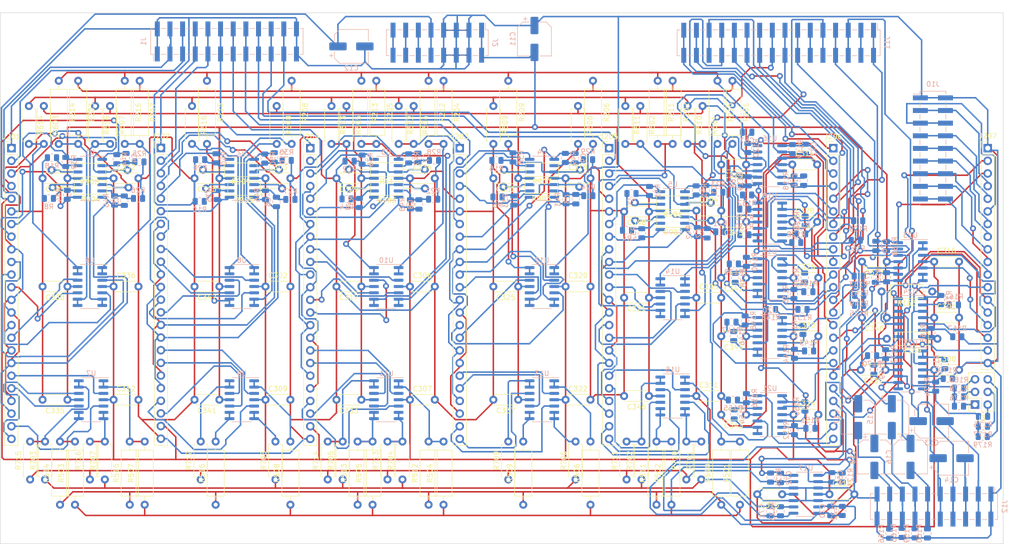
<source format=kicad_pcb>
(kicad_pcb (version 20211014) (generator pcbnew)
  (layers (0 "F.Cu" signal) (31 "B.Cu" signal) (34 "B.Paste" user) (35 "F.Paste" user) (36 "B.SilkS" user "B.Silkscreen") (38 "B.Mask" user) (44 "Edge.Cuts" user))
  (net 0 "")
  (net 1 "Net-(C1-Pad1)")
  (net 2 "split 9.1")
  (net 3 "Net-(C2-Pad1)")
  (net 4 "split 10.1")
  (net 5 "Net-(C3-Pad1)")
  (net 6 "split 8.1")
  (net 7 "Net-(C4-Pad1)")
  (net 8 "split 1.1")
  (net 9 "Net-(C5-Pad1)")
  (net 10 "split 2.1")
  (net 11 "Net-(C6-Pad1)")
  (net 12 "split 4.1")
  (net 13 "Net-(C7-Pad1)")
  (net 14 "split 5.1")
  (net 15 "Net-(C8-Pad1)")
  (net 16 "split 6.1")
  (net 17 "Net-(C9-Pad1)")
  (net 18 "split 7.1")
  (net 19 "Net-(C10-Pad1)")
  (net 20 "split 3.1")
  (net 21 "GND")
  (net 22 "-12V")
  (net 23 "+12V")
  (net 24 "Main R")
  (net 25 "Klinke R ")
  (net 26 "Main L")
  (net 27 "Klinke L")
  (net 28 "Net-(C15-Pad1)")
  (net 29 "Kopfhörer R")
  (net 30 "Net-(C16-Pad1)")
  (net 31 "Kopfhörer L")
  (net 32 "Net-(C17-Pad1)")
  (net 33 "Rec R")
  (net 34 "Net-(C18-Pad1)")
  (net 35 "Rec L")
  (net 36 "FX2 L")
  (net 37 "Pot FX2 L")
  (net 38 "FX2 R")
  (net 39 "Pot FX2 R")
  (net 40 "FX3 R")
  (net 41 "Pot FX3 R")
  (net 42 "FX3 L")
  (net 43 "Pot FX3 L")
  (net 44 "FX4 R")
  (net 45 "Pot FX4 R")
  (net 46 "FX4 L")
  (net 47 "Pot FX4 L")
  (net 48 "FX1 R")
  (net 49 "Pot FX1 R")
  (net 50 "FX1 L")
  (net 51 "Pot FX1 L")
  (net 52 "Net-(C75-Pad1)")
  (net 53 "Pre FX R")
  (net 54 "Net-(C76-Pad1)")
  (net 55 "Pre FX L")
  (net 56 "CH1")
  (net 57 "CH2")
  (net 58 "CH3")
  (net 59 "CH4")
  (net 60 "CH5")
  (net 61 "CH6")
  (net 62 "CH7")
  (net 63 "CH8")
  (net 64 "CH9")
  (net 65 "CH10")
  (net 66 "Net-(R32-Pad1)")
  (net 67 "Net-(R33-Pad1)")
  (net 68 "Net-(J2-Pad11)")
  (net 69 "Net-(J2-Pad13)")
  (net 70 "Net-(J2-Pad15)")
  (net 71 "Net-(J3-Pad1)")
  (net 72 "Net-(J3-Pad2)")
  (net 73 "Net-(J3-Pad3)")
  (net 74 "Net-(J3-Pad4)")
  (net 75 "Net-(J3-Pad5)")
  (net 76 "Net-(J3-Pad6)")
  (net 77 "Main Send 1 R ")
  (net 78 "Main Return 1 R ")
  (net 79 "Main Send 1 L")
  (net 80 "Main Return 1 L")
  (net 81 "Main Send 2 R ")
  (net 82 "Main Return 2 R ")
  (net 83 "Main Send 2 L")
  (net 84 "Main Return 2 L")
  (net 85 "Return 4 L")
  (net 86 "Send 4 L")
  (net 87 "Send 4 R")
  (net 88 "Return 3 L")
  (net 89 "Send 3 L")
  (net 90 "Send 3 R")
  (net 91 "Return 2 L")
  (net 92 "Return 2 R ")
  (net 93 "Send 2 L")
  (net 94 "Send 2 R")
  (net 95 "Return 1 L")
  (net 96 "Return 1 R ")
  (net 97 "Send 1 L")
  (net 98 "Send 1 R")
  (net 99 "SW1")
  (net 100 "SW2")
  (net 101 "CH1 LED")
  (net 102 "CH2 LED")
  (net 103 "SW1.1")
  (net 104 "SW2.1")
  (net 105 "Net-(R34-Pad1)")
  (net 106 "SW1.2")
  (net 107 "SW2.2")
  (net 108 "Net-(R161-Pad1)")
  (net 109 "SW1.3")
  (net 110 "SW2.3")
  (net 111 "Net-(R161-Pad2)")
  (net 112 "SW1.4")
  (net 113 "SW2.4")
  (net 114 "SW3")
  (net 115 "SW4")
  (net 116 "CH3 LED")
  (net 117 "CH4 LED")
  (net 118 "SW3.1")
  (net 119 "SW4.1")
  (net 120 "SW3.2")
  (net 121 "SW4.2")
  (net 122 "SW3.3")
  (net 123 "SW4.3")
  (net 124 "SW3.4")
  (net 125 "SW4.4")
  (net 126 "SW7")
  (net 127 "SW8")
  (net 128 "CH7 LED")
  (net 129 "CH8 LED")
  (net 130 "SW7.1")
  (net 131 "SW8.1")
  (net 132 "SW7.2")
  (net 133 "SW8.2")
  (net 134 "SW7.3")
  (net 135 "SW8.3")
  (net 136 "SW7.4")
  (net 137 "SW8.4")
  (net 138 "SW5")
  (net 139 "SW6")
  (net 140 "CH5 LED")
  (net 141 "CH6 LED")
  (net 142 "SW5.1")
  (net 143 "SW6.1")
  (net 144 "SW5.2")
  (net 145 "SW6.2")
  (net 146 "SW5.3")
  (net 147 "SW6.3")
  (net 148 "SW5.4")
  (net 149 "SW6.4")
  (net 150 "SW9")
  (net 151 "SW10")
  (net 152 "CH9 LED")
  (net 153 "CH10 LED")
  (net 154 "SW9.1")
  (net 155 "SW10.1")
  (net 156 "SW9.2")
  (net 157 "SW10.2")
  (net 158 "SW9.3")
  (net 159 "SW10.3")
  (net 160 "SW9.4")
  (net 161 "SW10.4")
  (net 162 "LED Return 1 R")
  (net 163 "LED Return 1 L")
  (net 164 "LED Return 2 R")
  (net 165 "LED Return 2 L")
  (net 166 "LED Return 3 R")
  (net 167 "LED Return 3 L")
  (net 168 "LED Return 4 R")
  (net 169 "LED Return 4 L")
  (net 170 "Post FX R")
  (net 171 "Post FX L")
  (net 172 "Main Post Poti R")
  (net 173 "Main Post Poti L")
  (net 174 "Headphone R post Poti")
  (net 175 "Headphone L post Poti")
  (net 176 "Net-(R2-Pad2)")
  (net 177 "Net-(R10-Pad2)")
  (net 178 "Net-(R11-Pad2)")
  (net 179 "Net-(R12-Pad2)")
  (net 180 "Net-(R14-Pad2)")
  (net 181 "Net-(R16-Pad2)")
  (net 182 "Net-(R18-Pad2)")
  (net 183 "Net-(R20-Pad2)")
  (net 184 "Net-(R167-Pad2)")
  (net 185 "Net-(R201-Pad2)")
  (net 186 "Net-(R202-Pad2)")
  (net 187 "Net-(R126-Pad1)")
  (net 188 "Net-(R126-Pad2)")
  (net 189 "Net-(R127-Pad2)")
  (net 190 "Net-(R130-Pad1)")
  (net 191 "Net-(R130-Pad2)")
  (net 192 "Net-(R131-Pad2)")
  (net 193 "Net-(R134-Pad1)")
  (net 194 "Net-(R134-Pad2)")
  (net 195 "Net-(R135-Pad2)")
  (net 196 "Net-(R138-Pad1)")
  (net 197 "Net-(R138-Pad2)")
  (net 198 "Net-(R139-Pad2)")
  (net 199 "Return 3 R")
  (net 200 "Net-(R142-Pad1)")
  (net 201 "Net-(R142-Pad2)")
  (net 202 "Net-(R143-Pad2)")
  (net 203 "Net-(R146-Pad1)")
  (net 204 "Net-(R146-Pad2)")
  (net 205 "Net-(R147-Pad2)")
  (net 206 "Return 4 R")
  (net 207 "Net-(R150-Pad1)")
  (net 208 "Net-(R150-Pad2)")
  (net 209 "Net-(R151-Pad2)")
  (net 210 "Net-(R154-Pad1)")
  (net 211 "Net-(R154-Pad2)")
  (net 212 "Net-(R155-Pad2)")
  (net 213 "Net-(R203-Pad2)")
  (net 214 "Net-(R204-Pad2)")
  (net 215 "Net-(R169-Pad1)")
  (net 216 "Net-(R169-Pad2)")
  (net 217 "Net-(R170-Pad2)")
  (net 218 "Net-(R171-Pad1)")
  (net 219 "Net-(R171-Pad2)")
  (net 220 "Net-(R172-Pad2)")
  (net 221 "Net-(R173-Pad2)")
  (net 222 "Net-(R174-Pad2)")
  (net 223 "Net-(R205-Pad2)")
  (net 224 "Net-(R206-Pad2)")
  (net 225 "Net-(R207-Pad2)")
  (net 226 "Net-(R208-Pad2)")
  (net 227 "Net-(R209-Pad2)")
  (net 228 "Net-(R215-Pad2)")
  (net 229 "Net-(R501-Pad2)")
  (net 230 "Net-(R502-Pad2)")
  (net 231 "Net-(R503-Pad2)")
  (net 232 "Net-(R504-Pad2)")
  (net 233 "Net-(R505-Pad2)")
  (net 234 "Net-(R506-Pad2)")
  (net 235 "Net-(R507-Pad2)")
  (net 236 "Net-(R508-Pad2)")
  (net 237 "Net-(R509-Pad2)")
  (net 238 "Net-(R516-Pad2)")
  (net 239 "Net-(R601-Pad2)")
  (net 240 "Net-(R602-Pad2)")
  (net 241 "Net-(R603-Pad2)")
  (net 242 "Net-(R604-Pad2)")
  (net 243 "Net-(R605-Pad2)")
  (net 244 "Net-(R606-Pad2)")
  (net 245 "Net-(R607-Pad2)")
  (net 246 "Net-(R608-Pad2)")
  (net 247 "Net-(R609-Pad2)")
  (net 248 "Net-(R616-Pad2)")
  (net 249 "Net-(R701-Pad2)")
  (net 250 "Net-(R702-Pad2)")
  (net 251 "Net-(R703-Pad2)")
  (net 252 "Net-(R704-Pad2)")
  (net 253 "Net-(R705-Pad2)")
  (net 254 "Net-(R706-Pad2)")
  (net 255 "Net-(R707-Pad2)")
  (net 256 "Net-(R708-Pad2)")
  (net 257 "Net-(R709-Pad2)")
  (net 258 "Net-(R712-Pad2)")
  (net 259 "Net-(R901-Pad2)")
  (net 260 "Net-(R902-Pad2)")
  (net 261 "Net-(R903-Pad2)")
  (net 262 "Net-(R904-Pad2)")
  (net 263 "Net-(R905-Pad2)")
  (net 264 "Net-(R906-Pad2)")
  (net 265 "Net-(R907-Pad2)")
  (net 266 "Net-(R908-Pad2)")
  (net 267 "Net-(R909-Pad2)")
  (net 268 "Net-(R164-Pad1)")
  (net 269 "Return 2 R")
  (net 270 "Return 1 R")
  (footprint "Resistor_THT:R_Axial_DIN0309_L9.0mm_D3.2mm_P12.70mm_Horizontal" (layer "F.Cu") (at 73.25 54.15 -90)
    (fp_text reference "R216")
    (fp_text value "100K")
  )
  (footprint "Resistor_THT:R_Axial_DIN0207_L6.3mm_D2.5mm_P7.62mm_Horizontal" (layer "F.Cu") (at 86.75 59.23 -90)
    (fp_text reference "R616")
    (fp_text value "100K")
  )
  (footprint "Capacitor_THT:C_Disc_D4.3mm_W1.9mm_P5.00mm" (layer "F.Cu") (at 198 121.25 180)
    (fp_text reference "C343")
    (fp_text value "100nf")
  )
  (footprint "Resistor_THT:R_Axial_DIN0207_L6.3mm_D2.5mm_P7.62mm_Horizontal" (layer "F.Cu") (at 88.5 134.27 90)
    (fp_text reference "R712")
    (fp_text value "100K")
  )
  (footprint "Resistor_THT:R_Axial_DIN0309_L9.0mm_D3.2mm_P12.70mm_Horizontal" (layer "F.Cu") (at 196.75 139.35 90)
    (fp_text reference "R501")
    (fp_text value "100K")
  )
  (footprint "Capacitor_THT:C_Disc_D4.3mm_W1.9mm_P5.00mm" (layer "F.Cu") (at 198 93.75 180)
    (fp_text reference "C342")
    (fp_text value "100nf")
  )
  (footprint "Capacitor_THT:C_Disc_D4.3mm_W1.9mm_P5.00mm" (layer "F.Cu") (at 101.5 73.75)
    (fp_text reference "C303")
    (fp_text value "100nf")
  )
  (footprint "Resistor_THT:R_Axial_DIN0309_L9.0mm_D3.2mm_P12.70mm_Horizontal" (layer "F.Cu") (at 106.5 139.35 90)
    (fp_text reference "R508")
    (fp_text value "100K")
  )
  (footprint "Resistor_THT:R_Axial_DIN0207_L6.3mm_D2.5mm_P7.62mm_Horizontal" (layer "F.Cu") (at 69.25 134.27 90)
    (fp_text reference "R707")
    (fp_text value "100K")
  )
  (footprint "Resistor_THT:R_Axial_DIN0309_L9.0mm_D3.2mm_P12.70mm_Horizontal" (layer "F.Cu") (at 137.25 54.15 -90)
    (fp_text reference "R204")
    (fp_text value "100K")
  )
  (footprint "Capacitor_THT:C_Disc_D4.3mm_W1.9mm_P5.00mm" (layer "F.Cu") (at 207.2599 70.9815)
    (fp_text reference "C314")
    (fp_text value "100nf")
  )
  (footprint "Capacitor_THT:C_Disc_D4.3mm_W1.9mm_P5.00mm" (layer "F.Cu") (at 214.7275 137.25)
    (fp_text reference "C310")
    (fp_text value "100nf")
  )
  (footprint "Resistor_THT:R_Axial_DIN0207_L6.3mm_D2.5mm_P7.62mm_Horizontal" (layer "F.Cu") (at 176.75 59.23 -90)
    (fp_text reference "R602")
    (fp_text value "100K")
  )
  (footprint "Resistor_THT:R_Axial_DIN0309_L9.0mm_D3.2mm_P12.70mm_Horizontal" (layer "F.Cu") (at 134.25 54.15 -90)
    (fp_text reference "R212")
    (fp_text value "100K")
  )
  (footprint "Capacitor_THT:C_Disc_D4.3mm_W1.9mm_P5.00mm" (layer "F.Cu") (at 235.75 101.75)
    (fp_text reference "C301")
    (fp_text value "100nf")
  )
  (footprint "Connector_PinHeader_2.54mm:PinHeader_1x24_P2.54mm_Vertical" (layer "F.Cu") (at 110.5 67.7)
    (fp_text reference "J204")
    (fp_text value "Conn_01x24_Male")
  )
  (footprint "Capacitor_THT:C_Disc_D4.3mm_W1.9mm_P5.00mm" (layer "F.Cu") (at 92.25 73.75 180)
    (fp_text reference "C313")
    (fp_text value "100nf")
  )
  (footprint "Capacitor_THT:C_Disc_D4.3mm_W1.9mm_P5.00mm" (layer "F.Cu") (at 71 118.25)
    (fp_text reference "C312")
    (fp_text value "100nf")
  )
  (footprint "Resistor_THT:R_Axial_DIN0309_L9.0mm_D3.2mm_P12.70mm_Horizontal" (layer "F.Cu") (at 192.25 54.15 -90)
    (fp_text reference "R210")
    (fp_text value "100K")
  )
  (footprint "Capacitor_THT:C_Disc_D4.3mm_W1.9mm_P5.00mm" (layer "F.Cu") (at 61.75 95.5 180)
    (fp_text reference "C338")
    (fp_text value "100nf")
  )
  (footprint "Capacitor_THT:C_Disc_D4.3mm_W1.9mm_P5.00mm" (layer "F.Cu") (at 207.2637 82.5)
    (fp_text reference "C328")
    (fp_text value "C_Small")
  )
  (footprint "Resistor_THT:R_Axial_DIN0309_L9.0mm_D3.2mm_P12.70mm_Horizontal" (layer "F.Cu") (at 60.25 139.35 90)
    (fp_text reference "R514")
    (fp_text value "100K")
  )
  (footprint "Resistor_THT:R_Axial_DIN0207_L6.3mm_D2.5mm_P7.62mm_Horizontal" (layer "F.Cu") (at 114.75 59.23 -90)
    (fp_text reference "R613")
    (fp_text value "100K")
  )
  (footprint "Capacitor_THT:C_Disc_D4.3mm_W1.9mm_P5.00mm" (layer "F.Cu") (at 130.5 118.25)
    (fp_text reference "C307")
    (fp_text value "100nf")
  )
  (footprint "Resistor_THT:R_Axial_DIN0207_L6.3mm_D2.5mm_P15.24mm_Horizontal" (layer "F.Cu") (at 164.67 72.05 180)
    (fp_text reference "R907")
    (fp_text value "1K")
  )
  (footprint "Capacitor_THT:C_Disc_D4.3mm_W1.9mm_P5.00mm" (layer "F.Cu") (at 161.75 95.5)
    (fp_text reference "C320")
    (fp_text value "C_Small")
  )
  (footprint "Resistor_THT:R_Axial_DIN0309_L9.0mm_D3.2mm_P12.70mm_Horizontal" (layer "F.Cu") (at 60 54.15 -90)
    (fp_text reference "R214")
    (fp_text value "100K")
  )
  (footprint "Resistor_THT:R_Axial_DIN0207_L6.3mm_D2.5mm_P7.62mm_Horizontal" (layer "F.Cu") (at 126 134.27 90)
    (fp_text reference "R713")
    (fp_text value "100K")
  )
  (footprint "Resistor_THT:R_Axial_DIN0207_L6.3mm_D2.5mm_P7.62mm_Horizontal" (layer "F.Cu") (at 117.75 59.23 -90)
    (fp_text reference "R605")
    (fp_text value "100K")
  )
  (footprint "Resistor_THT:R_Axial_DIN0207_L6.3mm_D2.5mm_P15.24mm_Horizontal" (layer "F.Cu") (at 133.52 75.8 180)
    (fp_text reference "R906")
    (fp_text value "1K")
  )
  (footprint "Resistor_THT:R_Axial_DIN0309_L9.0mm_D3.2mm_P12.70mm_Horizontal" (layer "F.Cu") (at 150.25 54.15 -90)
    (fp_text reference "R209")
    (fp_text value "100K")
  )
  (footprint "Capacitor_THT:C_Disc_D4.3mm_W1.9mm_P5.00mm" (layer "F.Cu") (at 120.75 95.5 180)
    (fp_text reference "C317")
    (fp_text value "100nf")
  )
  (footprint "Connector_PinHeader_2.54mm:PinHeader_1x24_P2.54mm_Vertical" (layer "F.Cu") (at 50.5 67.7)
    (fp_text reference "J201")
    (fp_text value "Conn_01x24_Male")
  )
  (footprint "Resistor_THT:R_Axial_DIN0207_L6.3mm_D2.5mm_P15.24mm_Horizontal" (layer "F.Cu") (at 190.9 78.65 180)
    (fp_text reference "R901")
    (fp_text value "1K")
  )
  (footprint "Capacitor_THT:C_Disc_D4.3mm_W1.9mm_P5.00mm" (layer "F.Cu") (at 226.25 90.5 180)
    (fp_text reference "C327")
    (fp_text value "100nf")
  )
  (footprint "Resistor_THT:R_Axial_DIN0207_L6.3mm_D2.5mm_P15.24mm_Horizontal" (layer "F.Cu") (at 104.2 72.05 180)
    (fp_text reference "R909")
    (fp_text value "1K")
  )
  (footprint "Connector_PinSocket_2.54mm:PinSocket_2x03_P2.54mm_Vertical" (layer "F.Cu") (at 243.96 119.225 180)
    (fp_text reference "J3")
    (fp_text value "Conn_02x03_Odd_Even")
  )
  (footprint "Resistor_THT:R_Axial_DIN0207_L6.3mm_D2.5mm_P10.16mm_Horizontal" (layer "F.Cu") (at 236.4 106 180)
    (fp_text reference "R164")
    (fp_text value "47K")
  )
  (footprint "Resistor_THT:R_Axial_DIN0309_L9.0mm_D3.2mm_P12.70mm_Horizontal" (layer "F.Cu") (at 137.25 139.35 90)
    (fp_text reference "R504")
    (fp_text value "100K")
  )
  (footprint "Capacitor_THT:C_Disc_D4.3mm_W1.9mm_P5.00mm" (layer "F.Cu") (at 235.75 112.25)
    (fp_text reference "C308")
    (fp_text value "C_Small")
  )
  (footprint "Capacitor_THT:C_Disc_D4.3mm_W1.9mm_P5.00mm" (layer "F.Cu") (at 92.25 95.5 180)
    (fp_text reference "C347")
    (fp_text value "100nf")
  )
  (footprint "Capacitor_THT:C_Disc_D4.3mm_W1.9mm_P5.00mm" (layer "F.Cu") (at 226 112.25 180)
    (fp_text reference "C339")
    (fp_text value "100nf")
  )
  (footprint "Resistor_THT:R_Axial_DIN0309_L9.0mm_D3.2mm_P12.70mm_Horizontal" (layer "F.Cu") (at 153.25 139.35 90)
    (fp_text reference "R509")
    (fp_text value "100K")
  )
  (footprint "Capacitor_THT:C_Disc_D4.3mm_W1.9mm_P5.00mm" (layer "F.Cu") (at 235.75 90.5)
    (fp_text reference "C316")
    (fp_text value "100nf")
  )
  (footprint "Resistor_THT:R_Axial_DIN0207_L6.3mm_D2.5mm_P7.62mm_Horizontal" (layer "F.Cu") (at 103.75 59.23 -90)
    (fp_text reference "R608")
    (fp_text value "100K")
  )
  (footprint "Capacitor_THT:C_Disc_D4.3mm_W1.9mm_P5.00mm" (layer "F.Cu") (at 226.25 101.75 180)
    (fp_text reference "C340")
    (fp_text value "100nf")
  )
  (footprint "Resistor_THT:R_Axial_DIN0207_L6.3mm_D2.5mm_P7.62mm_Horizontal" (layer "F.Cu") (at 177 134.27 90)
    (fp_text reference "R702")
    (fp_text value "100K")
  )
  (footprint "Capacitor_THT:C_Disc_D4.3mm_W1.9mm_P5.00mm" (layer "F.Cu") (at 161.75 118.25)
    (fp_text reference "C322")
    (fp_text value "100nf")
  )
  (footprint "Resistor_THT:R_Axial_DIN0207_L6.3mm_D2.5mm_P7.62mm_Horizontal" (layer "F.Cu") (at 164.25 59.23 -90)
    (fp_text reference "R606")
    (fp_text value "100K")
  )
  (footprint "Capacitor_THT:C_Disc_D4.3mm_W1.9mm_P5.00mm" (layer "F.Cu") (at 120.75 118.25 180)
    (fp_text reference "C333")
    (fp_text value "100nf")
  )
  (footprint "Resistor_THT:R_Axial_DIN0309_L9.0mm_D3.2mm_P12.70mm_Horizontal" (layer "F.Cu") (at 123.75 54.15 -90)
    (fp_text reference "R205")
    (fp_text value "100K")
  )
  (footprint "Resistor_THT:R_Axial_DIN0309_L9.0mm_D3.2mm_P12.70mm_Horizontal" (layer "F.Cu") (at 120.75 54.15 -90)
    (fp_text reference "R213")
    (fp_text value "100K")
  )
  (footprint "Capacitor_THT:C_Disc_D4.3mm_W1.9mm_P5.00mm" (layer "F.Cu") (at 71 73.75)
    (fp_text reference "C332")
    (fp_text value "100nf")
  )
  (footprint "Resistor_THT:R_Axial_DIN0309_L9.0mm_D3.2mm_P12.70mm_Horizontal" (layer "F.Cu") (at 195.25 54.15 -90)
    (fp_text reference "R201")
    (fp_text value "100K")
  )
  (footprint "Resistor_THT:R_Axial_DIN0207_L6.3mm_D2.5mm_P15.24mm_Horizontal" (layer "F.Cu") (at 104.82 75.8 180)
    (fp_text reference "R905")
    (fp_text value "1K")
  )
  (footprint "Resistor_THT:R_Axial_DIN0207_L6.3mm_D2.5mm_P15.24mm_Horizontal" (layer "F.Cu") (at 74 75.6 180)
    (fp_text reference "R904")
    (fp_text value "1K")
  )
  (footprint "Capacitor_THT:C_Disc_D4.3mm_W1.9mm_P5.00mm" (layer "F.Cu") (at 188 80.25)
    (fp_text reference "C304")
    (fp_text value "C_Small")
  )
  (footprint "Resistor_THT:R_Axial_DIN0207_L6.3mm_D2.5mm_P7.62mm_Horizontal" (layer "F.Cu") (at 57.25 134.27 90)
    (fp_text reference "R703")
    (fp_text value "100K")
  )
  (footprint "Resistor_THT:R_Axial_DIN0309_L9.0mm_D3.2mm_P12.70mm_Horizontal" (layer "F.Cu") (at 193 139.35 90)
    (fp_text reference "R510")
    (fp_text value "100K")
  )
  (footprint "Resistor_THT:R_Axial_DIN0207_L6.3mm_D2.5mm_P7.62mm_Horizontal" (layer "F.Cu") (at 54.25 134.27 90)
    (fp_text reference "R715")
    (fp_text value "100K")
  )
  (footprint "Resistor_THT:R_Axial_DIN0207_L6.3mm_D2.5mm_P7.62mm_Horizontal" (layer "F.Cu") (at 66.25 134.27 90)
    (fp_text reference "R716")
    (fp_text value "100K")
  )
  (footprint "Capacitor_THT:C_Disc_D4.3mm_W1.9mm_P5.00mm" (layer "F.Cu") (at 71 95.5)
    (fp_text reference "C336")
    (fp_text value "100nf")
  )
  (footprint "Resistor_THT:R_Axial_DIN0207_L6.3mm_D2.5mm_P7.62mm_Horizontal" (layer "F.Cu") (at 173.75 59.23 -90)
    (fp_text reference "R611")
    (fp_text value "100K")
  )
  (footprint "Resistor_THT:R_Axial_DIN0309_L9.0mm_D3.2mm_P12.70mm_Horizontal" (layer "F.Cu") (at 180.25 54.15 -90)
    (fp_text reference "R211")
    (fp_text value "100K")
  )
  (footprint "Capacitor_THT:C_Disc_D4.3mm_W1.9mm_P5.00mm" (layer "F.Cu") (at 178.5 117.5 180)
    (fp_text reference "C346")
    (fp_text value "100nf")
  )
  (footprint "Resistor_THT:R_Axial_DIN0309_L9.0mm_D3.2mm_P12.70mm_Horizontal" (layer "F.Cu") (at 166.75 139.35 90)
    (fp_text reference "R506")
    (fp_text value "100K")
  )
  (footprint "Resistor_THT:R_Axial_DIN0207_L6.3mm_D2.5mm_P7.62mm_Horizontal" (layer "F.Cu") (at 131.25 59.23 -90)
    (fp_text reference "R604")
    (fp_text value "100K")
  )
  (footprint "Resistor_THT:R_Axial_DIN0207_L6.3mm_D2.5mm_P7.62mm_Horizontal" (layer "F.Cu") (at 103.5 134.27 90)
    (fp_text reference "R708")
    (fp_text value "100K")
  )
  (footprint "Resistor_THT:R_Axial_DIN0309_L9.0mm_D3.2mm_P12.70mm_Horizontal" (layer "F.Cu") (at 89.75 54.15 -90)
    (fp_text reference "R215")
    (fp_text value "100K")
  )
  (footprint "Resistor_THT:R_Axial_DIN0309_L9.0mm_D3.2mm_P12.70mm_Horizontal" (layer "F.Cu") (at 183.25 54.15 -90)
    (fp_text reference "R202")
    (fp_text value "100K")
  )
  (footprint "Capacitor_THT:C_Disc_D4.3mm_W1.9mm_P5.00mm" (layer "F.Cu") (at 207.5 121.25)
    (fp_text reference "C324")
    (fp_text value "100nf")
  )
  (footprint "Capacitor_THT:C_Disc_D4.3mm_W1.9mm_P5.00mm" (layer "F.Cu") (at 188 117.5)
    (fp_text reference "C311")
    (fp_text value "100nf")
  )
  (footprint "Capacitor_THT:C_Disc_D4.3mm_W1.9mm_P5.00mm" (layer "F.Cu") (at 120.75 73.75 180)
    (fp_text reference "C329")
    (fp_text value "100nf")
  )
  (footprint "Connector_PinHeader_2.54mm:PinHeader_1x24_P2.54mm_Vertical" (layer "F.Cu") (at 170.5 67.7)
    (fp_text reference "J205")
    (fp_text value "Conn_01x24_Male")
  )
  (footprint "Resistor_THT:R_Axial_DIN0207_L6.3mm_D2.5mm_P7.62mm_Horizontal" (layer "F.Cu") (at 189 134.27 90)
    (fp_text reference "R701")
    (fp_text value "100K")
  )
  (footprint "Resistor_THT:R_Axial_DIN0309_L9.0mm_D3.2mm_P12.70mm_Horizontal" (layer "F.Cu") (at 91.5 139.35 90)
    (fp_text reference "R516")
    (fp_text value "100K")
  )
  (footprint "Resistor_THT:R_Axial_DIN0207_L6.3mm_D2.5mm_P7.62mm_Horizontal" (layer "F.Cu") (at 174 134.27 90)
    (fp_text reference "R711")
    (fp_text value "100K")
  )
  (footprint "Capacitor_THT:C_Disc_D4.3mm_W1.9mm_P5.00mm" (layer "F.Cu") (at 207.5 105.5)
    (fp_text reference "C330")
    (fp_text value "100nf")
  )
  (footprint "Resistor_THT:R_Axial_DIN0309_L9.0mm_D3.2mm_P12.70mm_Horizontal" (layer "F.Cu") (at 167.25 54.15 -90)
    (fp_text reference "R206")
    (fp_text value "100K")
  )
  (footprint "Resistor_THT:R_Axial_DIN0207_L6.3mm_D2.5mm_P15.24mm_Horizontal" (layer "F.Cu") (at 164.5 75.45 180)
    (fp_text reference "R903")
    (fp_text value "1K")
  )
  (footprint "Capacitor_THT:C_Disc_D4.3mm_W1.9mm_P5.00mm" (layer "F.Cu") (at 101.5 118.25)
    (fp_text reference "C309")
    (fp_text value "100nf")
  )
  (footprint "Resistor_THT:R_Axial_DIN0207_L6.3mm_D2.5mm_P15.24mm_Horizontal" (layer "F.Cu") (at 190.97 82.25 180)
    (fp_text reference "R902")
    (fp_text value "1K")
  )
  (footprint "Connector_PinHeader_2.54mm:PinHeader_1x18_P2.54mm_Vertical" (layer "F.Cu") (at 246.5 67.7)
    (fp_text reference "J207")
    (fp_text value "Conn_01x18_Male")
  )
  (footprint "Resistor_THT:R_Axial_DIN0207_L6.3mm_D2.5mm_P7.62mm_Horizontal" (layer "F.Cu") (at 186.25 59.23 -90)
    (fp_text reference "R610")
    (fp_text value "100K")
  )
  (footprint "Resistor_THT:R_Axial_DIN0207_L6.3mm_D2.5mm_P7.62mm_Horizontal" (layer "F.Cu") (at 186 134.27 90)
    (fp_text reference "R710")
    (fp_text value "100K")
  )
  (footprint "Capacitor_THT:C_Disc_D4.3mm_W1.9mm_P5.00mm" (layer "F.Cu") (at 207.5 93.75)
    (fp_text reference "C326")
    (fp_text value "100nf")
  )
  (footprint "Connector_PinHeader_2.54mm:PinHeader_1x24_P2.54mm_Vertical" (layer "F.Cu") (at 80.5 67.66)
    (fp_text reference "J202")
    (fp_text value "Conn_01x24_Male")
  )
  (footprint "Resistor_THT:R_Axial_DIN0207_L6.3mm_D2.5mm_P7.62mm_Horizontal" (layer "F.Cu") (at 57 59.23 -90)
    (fp_text reference "R603")
    (fp_text value "100K")
  )
  (footprint "Capacitor_THT:C_Disc_D4.3mm_W1.9mm_P5.00mm" (layer "F.Cu") (at 130.5 73.75)
    (fp_text reference "C334")
    (fp_text value "100nf")
  )
  (footprint "Resistor_THT:R_Axial_DIN0207_L6.3mm_D2.5mm_P7.62mm_Horizontal" (layer "F.Cu") (at 70.3 59.23 -90)
    (fp_text reference "R607")
    (fp_text value "100K")
  )
  (footprint "Resistor_THT:R_Axial_DIN0309_L9.0mm_D3.2mm_P12.70mm_Horizontal" (layer "F.Cu") (at 76.25 54.15 -90)
    (fp_text reference "R207")
    (fp_text value "100K")
  )
  (footprint "Capacitor_THT:C_Disc_D4.3mm_W1.9mm_P5.00mm" (layer "F.Cu") (at 188 97.75)
    (fp_text reference "C305")
    (fp_text value "100nf")
  )
  (footprint "Resistor_THT:R_Axial_DIN0309_L9.0mm_D3.2mm_P12.70mm_Horizontal" (layer "F.Cu") (at 123 139.35 90)
    (fp_text reference "R505")
    (fp_text value "100K")
  )
  (footprint "Capacitor_THT:C_Disc_D4.3mm_W1.9mm_P5.00mm" (layer "F.Cu") (at 198 82.5 180)
    (fp_text reference "C345")
    (fp_text value "100nf")
  )
  (footprint "Resistor_THT:R_Axial_DIN0207_L6.3mm_D2.5mm_P7.62mm_Horizontal" (layer "F.Cu") (at 128.25 59.23 -90)
    (fp_text reference "R612")
    (fp_text value "100K")
  )
  (footprint "Resistor_THT:R_Axial_DIN0207_L6.3mm_D2.5mm_P15.24mm_Horizontal" (layer "F.Cu") (at 73.8 72.1 180)
    (fp_text reference "R908")
    (fp_text value "1K")
  )
  (footprint "Resistor_THT:R_Axial_DIN0207_L6.3mm_D2.5mm_P15.24mm_Horizontal" (layer "F.Cu") (at 133.47 72 180)
    (fp_text reference "R11")
    (fp_text value "1K")
  )
  (footprint "Resistor_THT:R_Axial_DIN0207_L6.3mm_D2.5mm_P7.62mm_Horizontal" (layer "F.Cu") (at 54 59.23 -90)
    (fp_text reference "R614")
    (fp_text value "100K")
  )
  (footprint "Resistor_THT:R_Axial_DIN0207_L6.3mm_D2.5mm_P7.62mm_Horizontal" (layer "F.Cu") (at 67.3 59.24 -90)
    (fp_text reference "R615")
    (fp_text value "100K")
  )
  (footprint "Resistor_THT:R_Axial_DIN0309_L9.0mm_D3.2mm_P12.70mm_Horizontal" (layer "F.Cu") (at 106.75 54.15 -90)
    (fp_text reference "R208")
    (fp_text value "100K")
  )
  (footprint "Resistor_THT:R_Axial_DIN0207_L6.3mm_D2.5mm_P7.62mm_Horizontal" (layer "F.Cu") (at 150.25 134.27 90)
    (fp_text reference "R709")
    (fp_text value "100K")
  )
  (footprint "Capacitor_THT:C_Disc_D4.3mm_W1.9mm_P5.00mm" (layer "F.Cu") (at 178.5 80.45 180)
    (fp_text reference "C348")
    (fp_text value "100nf")
  )
  (footprint "Resistor_THT:R_Axial_DIN0309_L9.0mm_D3.2mm_P12.70mm_Horizontal" (layer "F.Cu") (at 180 139.35 90)
    (fp_text reference "R511")
    (fp_text value "100K")
  )
  (footprint "Capacitor_THT:C_Disc_D4.3mm_W1.9mm_P5.00mm" (layer "F.Cu") (at 101.5 95.5)
    (fp_text reference "C302")
    (fp_text value "100nf")
  )
  (footprint "Resistor_THT:R_Axial_DIN0207_L6.3mm_D2.5mm_P7.62mm_Horizontal" (layer "F.Cu") (at 189.25 59.23 -90)
    (fp_text reference "R601")
    (fp_text value "100K")
  )
  (footprint "Capacitor_THT:C_Disc_D4.3mm_W1.9mm_P5.00mm" (layer "F.Cu") (at 161.75 73.75)
    (fp_text reference "C318")
    (fp_text value "100nf")
  )
  (footprint "Resistor_THT:R_Axial_DIN0207_L6.3mm_D2.5mm_P10.16mm_Horizontal" (layer "F.Cu") (at 235.36 96.5 180)
    (fp_text reference "R163")
    (fp_text value "47K")
  )
  (footprint "Capacitor_THT:C_Disc_D4.3mm_W1.9mm_P5.00mm" (layer "F.Cu") (at 152.25 118.25 180)
    (fp_text reference "C337")
    (fp_text value "100nf")
  )
  (footprint "Capacitor_THT:C_Disc_D4.3mm_W1.9mm_P5.00mm" (layer "F.Cu") (at 152.25 95.5 180)
    (fp_text reference "C325")
    (fp_text value "100nf")
  )
  (footprint "Resistor_THT:R_Axial_DIN0309_L9.0mm_D3.2mm_P12.70mm_Horizontal" (layer "F.Cu") (at 134.25 139.35 90)
    (fp_text reference "R512")
    (fp_text value "100K")
  )
  (footprint "Capacitor_THT:C_Disc_D4.3mm_W1.9mm_P5.00mm" (layer "F.Cu") (at 92.25 118.25 180)
    (fp_text reference "C341")
    (fp_text value "100nf")
  )
  (footprint "Resistor_THT:R_Axial_DIN0207_L6.3mm_D2.5mm_P7.62mm_Horizontal" (layer "F.Cu") (at 117 134.27 90)
    (fp_text reference "R705")
    (fp_text value "100K")
  )
  (footprint "Capacitor_THT:C_Disc_D4.3mm_W1.9mm_P5.00mm" (layer "F.Cu") (at 61.75 118.25 180)
    (fp_text reference "C335")
    (fp_text value "100nf")
  )
  (footprint "Connector_PinHeader_2.54mm:PinHeader_1x24_P2.54mm_Vertical" (layer "F.Cu") (at 140.5 67.7)
    (fp_text reference "J203")
    (fp_text value "Conn_01x24_Male")
  )
  (footprint "Resistor_THT:R_Axial_DIN0309_L9.0mm_D3.2mm_P12.70mm_Horizontal" (layer "F.Cu") (at 120 139.35 90)
    (fp_text reference "R513")
    (fp_text value "100K")
  )
  (footprint "Capacitor_THT:C_Disc_D4.3mm_W1.9mm_P5.00mm" (layer "F.Cu") (at 198 105.5 180)
    (fp_text reference "C344")
    (fp_text value "100nf")
  )
  (footprint "Capacitor_THT:C_Disc_D4.3mm_W1.9mm_P5.00mm" (layer "F.Cu") (at 61.75 73.75 180)
    (fp_text reference "C323")
    (fp_text value "100nf")
  )
  (footprint "Resistor_THT:R_Axial_DIN0207_L6.3mm_D2.5mm_P7.62mm_Horizontal" (layer "F.Cu") (at 129 134.27 90)
    (fp_text reference "R704")
    (fp_text value "100K")
  )
  (footprint "Resistor_THT:R_Axial_DIN0309_L9.0mm_D3.2mm_P12.70mm_Horizontal" (layer "F.Cu") (at 77.25 139.35 90)
    (fp_text reference "R507")
    (fp_text value "100K")
  )
  (footprint "Resistor_THT:R_Axial_DIN0207_L6.3mm_D2.5mm_P7.62mm_Horizontal" (layer "F.Cu") (at 163.75 134.27 90)
    (fp_text reference "R706")
    (fp_text value "100K")
  )
  (footprint "Capacitor_THT:C_Disc_D4.3mm_W1.9mm_P5.00mm" (layer "F.Cu") (at 130.5 95.5)
    (fp_text reference "C306")
    (fp_text value "100nf")
  )
  (footprint "Resistor_THT:R_Axial_DIN0207_L6.3mm_D2.5mm_P7.62mm_Horizontal" (layer "F.Cu") (at 147.25 59.23 -90)
    (fp_text reference "R609")
    (fp_text value "100K")
  )
  (footprint "Capacitor_THT:C_Disc_D4.3mm_W1.9mm_P5.00mm" (layer "F.Cu") (at 205.2275 137.25 180)
    (fp_text reference "C315")
    (fp_text value "100nf")
  )
  (footprint "Resistor_THT:R_Axial_DIN0309_L9.0mm_D3.2mm_P12.70mm_Horizontal" (layer "F.Cu") (at 183 139.35 90)
    (fp_text reference "R502")
    (fp_text value "100K")
  )
  (footprint "Capacitor_THT:C_Disc_D4.3mm_W1.9mm_P5.00mm" (layer "F.Cu") (at 178.5 97.75 180)
    (fp_text reference "C321")
    (fp_text value "100nf")
  )
  (footprint "Capacitor_THT:C_Disc_D4.3mm_W1.9mm_P5.00mm" (layer "F.Cu") (at 152.25 73.75 180)
    (fp_text reference "C331")
    (fp_text value "100nf")
  )
  (footprint "Resistor_THT:R_Axial_DIN0207_L6.3mm_D2.5mm_P7.62mm_Horizontal" (layer "F.Cu") (at 114 134.27 90)
    (fp_text reference "R714")
    (fp_text value "100K")
  )
  (footprint "Resistor_THT:R_Axial_DIN0309_L9.0mm_D3.2mm_P12.70mm_Horizontal" (layer "F.Cu") (at 74.25 139.35 90)
    (fp_text reference "R515")
    (fp_text value "100K")
  )
  (footprint "Connector_PinHeader_2.54mm:PinHeader_1x24_P2.54mm_Vertical" (layer "F.Cu") (at 215.5 67.7)
    (fp_text reference "J206")
    (fp_text value "Conn_01x24_Male")
  )
  (footprint "Resistor_THT:R_Axial_DIN0309_L9.0mm_D3.2mm_P12.70mm_Horizontal" (layer "F.Cu") (at 63.9 54.15 -90)
    (fp_text reference "R203")
    (fp_text value "100K")
  )
  (footprint "Capacitor_THT:C_Disc_D4.3mm_W1.9mm_P5.00mm" (layer "F.Cu") (at 198 71 180)
    (fp_text reference "C319")
    (fp_text value "100nf")
  )
  (footprint "Resistor_THT:R_Axial_DIN0309_L9.0mm_D3.2mm_P12.70mm_Horizontal" (layer "F.Cu") (at 63.25 139.35 90)
    (fp_text reference "R503")
    (fp_text value "100K")
  )
  (footprint "Resistor_SMD:R_0805_2012Metric" (layer "B.Cu") (at 240.7375 115.9 180)
    (fp_text reference "R180")
    (fp_text value "R")
  )
  (footprint "Resistor_SMD:R_0805_2012Metric" (layer "B.Cu") (at 198.05 117.9375 90)
    (fp_text reference "R156")
    (fp_text value "100K")
  )
  (footprint "Package_SO:SOIC-14_3.9x8.7mm_P1.27mm" (layer "B.Cu") (at 183.25 80.25 180)
    (fp_text reference "U5")
    (fp_text value "TL074")
  )
  (footprint "Resistor_SMD:R_0805_2012Metric" (layer "B.Cu") (at 91.55 69.7375 90)
    (fp_text reference "R40")
    (fp_text value "100K")
  )
  (footprint "Package_SO:SOIC-14_3.9x8.7mm_P1.27mm" (layer "B.Cu") (at 157 95.5 180)
    (fp_text reference "U12")
    (fp_text value "TL074")
  )
  (footprint "Resistor_SMD:R_0805_2012Metric" (layer "B.Cu") (at 75.9125 77.8 180)
    (fp_text reference "R26")
    (fp_text value "62k")
  )
  (footprint "Capacitor_SMD:C_0805_2012Metric" (layer "B.Cu") (at 197.05 74.3 -90)
    (fp_text reference "C68")
    (fp_text value "22pf")
  )
  (footprint "Resistor_SMD:R_0805_2012Metric" (layer "B.Cu") (at 120.9 70 90)
    (fp_text reference "R36")
    (fp_text value "100K")
  )
  (footprint "Package_SO:SOIC-14_3.9x8.7mm_P1.27mm" (layer "B.Cu") (at 96.75 95.5 180)
    (fp_text reference "U8")
    (fp_text value "TL074")
  )
  (footprint "Resistor_SMD:R_0805_2012Metric" (layer "B.Cu") (at 161.85 77.9625 -90)
    (fp_text reference "R43")
    (fp_text value "39k")
  )
  (footprint "Capacitor_SMD:CP_Elec_6.3x3.9" (layer "B.Cu") (at 235.25 122.55)
    (fp_text reference "C13")
    (fp_text value "4,7uf")
  )
  (footprint "Package_SO:SOIC-14_3.9x8.7mm_P1.27mm" (layer "B.Cu") (at 96.75 118.25 180)
    (fp_text reference "U9")
    (fp_text value "TL074")
  )
  (footprint "Package_SO:SOIC-14_3.9x8.7mm_P1.27mm" (layer "B.Cu") (at 157 118.25 180)
    (fp_text reference "U13")
    (fp_text value "TL074")
  )
  (footprint "Package_SO:SOIC-14_3.9x8.7mm_P1.27mm" (layer "B.Cu") (at 66.5 118.25 180)
    (fp_text reference "U7")
    (fp_text value "TL074")
  )
  (footprint "Package_SO:SOIC-14_3.9x8.7mm_P1.27mm" (layer "B.Cu") (at 209.9775 137.25 180)
    (fp_text reference "U17")
    (fp_text value "TL074")
  )
  (footprint "Resistor_SMD:R_0805_2012Metric" (layer "B.Cu") (at 210.4875 96.55 180)
    (fp_text reference "R135")
    (fp_text value "47K")
  )
  (footprint "Resistor_SMD:R_0805_2012Metric" (layer "B.Cu") (at 239.7125 99.2 180)
    (fp_text reference "R162")
    (fp_text value "100K")
  )
  (footprint "Resistor_SMD:R_0805_2012Metric" (layer "B.Cu") (at 166.2625 70 180)
    (fp_text reference "R29")
    (fp_text value "62k")
  )
  (footprint "Resistor_SMD:R_0805_2012Metric" (layer "B.Cu") (at 204.9 140.6625 -90)
    (fp_text reference "R123")
    (fp_text value "12k")
  )
  (footprint "Resistor_SMD:R_0805_2012Metric" (layer "B.Cu") (at 197.6375 79.95)
    (fp_text reference "R131")
    (fp_text value "47K")
  )
  (footprint "Capacitor_SMD:C_0805_2012Metric" (layer "B.Cu") (at 209.5448 74.2196 -90)
    (fp_text reference "C74")
    (fp_text value "22pf")
  )
  (footprint "Resistor_SMD:R_0805_2012Metric" (layer "B.Cu") (at 88.3 78.4)
    (fp_text reference "R10")
    (fp_text value "47K")
  )
  (footprint "Resistor_SMD:R_0805_2012Metric" (layer "B.Cu") (at 207.7 124.3625 -90)
    (fp_text reference "R152")
    (fp_text value "100K")
  )
  (footprint "Resistor_SMD:R_0805_2012Metric" (layer "B.Cu") (at 236.05 115.6125 -90)
    (fp_text reference "R174")
    (fp_text value "100K")
  )
  (footprint "Resistor_SMD:R_0805_2012Metric" (layer "B.Cu") (at 198.35 67.6625 90)
    (fp_text reference "R120")
    (fp_text value "12k")
  )
  (footprint "Capacitor_SMD:C_0805_2012Metric" (layer "B.Cu") (at 215 140.6 -90)
    (fp_text reference "C70")
    (fp_text value "22pf")
  )
  (footprint "Resistor_SMD:R_0805_2012Metric" (layer "B.Cu") (at 220.7 97.3)
    (fp_text reference "R149")
    (fp_text value "100k")
  )
  (footprint "Package_SO:SOIC-14_3.9x8.7mm_P1.27mm" (layer "B.Cu") (at 157 73.75 180)
    (fp_text reference "U4")
    (fp_text value "TL074")
  )
  (footprint "Resistor_SMD:R_0805_2012Metric" (layer "B.Cu") (at 220.0125 86.2)
    (fp_text reference "R153")
    (fp_text value "100k")
  )
  (footprint "Connector_PinSocket_2.54mm:PinSocket_2x16_P2.54mm_Vertical_SMD" (layer "B.Cu") (at 204.53 46.52 90)
    (fp_text reference "J11")
    (fp_text value "Send Return")
  )
  (footprint "Package_SO:SOIC-14_3.9x8.7mm_P1.27mm" (layer "B.Cu") (at 202.75 121.25 180)
    (fp_text reference "U21")
    (fp_text value "TL074")
  )
  (footprint "Resistor_SMD:R_0805_2012Metric" (layer "B.Cu") (at 101.35 69.7875 90)
    (fp_text reference "R50")
    (fp_text value "39k")
  )
  (footprint "Resistor_SMD:R_0805_2012Metric" (layer "B.Cu") (at 198.45 74.3625 -90)
    (fp_text reference "R119")
    (fp_text value "12k")
  )
  (footprint "Package_SO:SOIC-14_3.9x8.7mm_P1.27mm" (layer "B.Cu") (at 125.75 118.25 180)
    (fp_text reference "U11")
    (fp_text value "TL074")
  )
  (footprint "Capacitor_SMD:C_0805_2012Metric" (layer "B.Cu") (at 189.9 76.15 90)
    (fp_text reference "C1")
    (fp_text value "22pf")
  )
  (footprint "Resistor_SMD:R_0805_2012Metric" (layer "B.Cu") (at 147.8625 70.15)
    (fp_text reference "R16")
    (fp_text value "47K")
  )
  (footprint "Package_SO:SOIC-14_3.9x8.7mm_P1.27mm" (layer "B.Cu") (at 125.75 73.75 180)
    (fp_text reference "U3")
    (fp_text value "TL074")
  )
  (footprint "Resistor_SMD:R_0805_2012Metric" (layer "B.Cu") (at 135.3375 70.15 180)
    (fp_text reference "R28")
    (fp_text value "62k")
  )
  (footprint "Capacitor_SMD:C_0805_2012Metric" (layer "B.Cu") (at 163.65 69.7 90)
    (fp_text reference "C9")
    (fp_text value "22pf")
  )
  (footprint "Resistor_SMD:R_0805_2012Metric" (layer "B.Cu") (at 234.4 145.1125 -90)
    (fp_text reference "R160")
    (fp_text value "100K")
  )
  (footprint "Resistor_SMD:R_0805_2012Metric" (layer "B.Cu") (at 58.0125 77.8)
    (fp_text reference "R8")
    (fp_text value "47K")
  )
  (footprint "Resistor_SMD:R_0805_2012Metric" (layer "B.Cu") (at 61.4 70.4625 90)
    (fp_text reference "R39")
    (fp_text value "100K")
  )
  (footprint "Package_SO:SOIC-14_3.9x8.7mm_P1.27mm" (layer "B.Cu") (at 125.75 95.5 180)
    (fp_text reference "U10")
    (fp_text value "TL074")
  )
  (footprint "Resistor_SMD:R_0805_2012Metric" (layer "B.Cu") (at 226.8 145.1625 -90)
    (fp_text reference "R166")
    (fp_text value "470K")
  )
  (footprint "Resistor_SMD:R_0805_2012Metric" (layer "B.Cu") (at 188.2 84.5625 -90)
    (fp_text reference "R42")
    (fp_text value "39k")
  )
  (footprint "Resistor_SMD:R_0805_2012Metric" (layer "B.Cu") (at 198.05 90.5375 90)
    (fp_text reference "R140")
    (fp_text value "100K")
  )
  (footprint "Capacitor_SMD:C_0805_2012Metric" (layer "B.Cu") (at 223.95 93.7 -90)
    (fp_text reference "C75")
    (fp_text value "22pf")
  )
  (footprint "Resistor_SMD:R_0805_2012Metric" (layer "B.Cu") (at 209.3125 100.1)
    (fp_text reference "R137")
    (fp_text value "100k")
  )
  (footprint "Resistor_SMD:R_0805_2012Metric" (layer "B.Cu") (at 174.9875 76.8)
    (fp_text reference "R2")
    (fp_text value "47K")
  )
  (footprint "Resistor_SMD:R_0805_2012Metric" (layer "B.Cu") (at 195.6 121.1875 90)
    (fp_text reference "R154")
    (fp_text value "1K")
  )
  (footprint "Capacitor_SMD:C_0805_2012Metric" (layer "B.Cu") (at 163.8 77.95 -90)
    (fp_text reference "C3")
    (fp_text value "22pf")
  )
  (footprint "Resistor_SMD:R_0805_2012Metric" (layer "B.Cu") (at 135.1625 77.95 180)
    (fp_text reference "R22")
    (fp_text value "62k")
  )
  (footprint "Resistor_SMD:R_0805_2012Metric" (layer "B.Cu") (at 220.7125 95.2)
    (fp_text reference "R141")
    (fp_text value "100k")
  )
  (footprint "Connector_PinSocket_2.54mm:PinSocket_2x12_P2.54mm_Vertical_SMD" (layer "B.Cu") (at 93.75 46.25 -90)
    (fp_text reference "J1")
    (fp_text value "CH1-10")
  )
  (footprint "Resistor_SMD:R_0805_2012Metric" (layer "B.Cu") (at 240.7375 117.65 180)
    (fp_text reference "R178")
    (fp_text value "R")
  )
  (footprint "Capacitor_SMD:CP_Elec_6.3x3.9" (layer "B.Cu") (at 155.5 45.75 -90)
    (fp_text reference "C11")
    (fp_text value "10uf")
  )
  (footprint "Resistor_SMD:R_0805_2012Metric" (layer "B.Cu") (at 207.6 97.0125 -90)
    (fp_text reference "R136")
    (fp_text value "100K")
  )
  (footprint "Capacitor_SMD:C_0805_2012Metric" (layer "B.Cu") (at 132.1 69.65 90)
    (fp_text reference "C7")
    (fp_text value "22pf")
  )
  (footprint "Resistor_SMD:R_0805_2012Metric" (layer "B.Cu") (at 174.0875 84.2)
    (fp_text reference "R4")
    (fp_text value "47K")
  )
  (footprint "Capacitor_SMD:C_0805_2012Metric" (layer "B.Cu") (at 73.5 69.7 90)
    (fp_text reference "C4")
    (fp_text value "22pf")
  )
  (footprint "Connector_PinSocket_2.54mm:PinSocket_2x10_P2.54mm_Vertical_SMD" (layer "B.Cu") (at 235.71 139.72 90)
    (fp_text reference "J12")
    (fp_text value "Ausgänge")
  )
  (footprint "Resistor_SMD:R_0805_2012Metric" (layer "B.Cu") (at 195.8 93.75 90)
    (fp_text reference "R138")
    (fp_text value "1K")
  )
  (footprint "Resistor_SMD:R_0805_2012Metric" (layer "B.Cu") (at 210.6375 108.45 180)
    (fp_text reference "R143")
    (fp_text value "47K")
  )
  (footprint "Capacitor_SMD:C_0805_2012Metric" (layer "B.Cu") (at 204.9 133.95 90)
    (fp_text reference "C72")
    (fp_text value "22pf")
  )
  (footprint "Resistor_SMD:R_0805_2012Metric" (layer "B.Cu") (at 151.35 78.2125 -90)
    (fp_text reference "R33")
    (fp_text value "100K")
  )
  (footprint "Resistor_SMD:R_0805_2012Metric" (layer "B.Cu") (at 209.0267 84.9302 180)
    (fp_text reference "R127")
    (fp_text value "47K")
  )
  (footprint "Resistor_SMD:R_0805_2012Metric" (layer "B.Cu") (at 197.6375 85.1 180)
    (fp_text reference "R130")
    (fp_text value "1K")
  )
  (footprint "Connector_PinSocket_2.54mm:PinSocket_2x08_P2.54mm_Vertical_SMD" (layer "B.Cu") (at 136 46.5 90)
    (fp_text reference "J2")
    (fp_text value "Conn_02x08_Odd_Even")
  )
  (footprint "Resistor_SMD:R_0805_2012Metric" (layer "B.Cu") (at 209.85 82.3 -90)
    (fp_text reference "R126")
    (fp_text value "1K")
  )
  (footprint "Resistor_SMD:R_0805_2012Metric" (layer "B.Cu") (at 207.7 109.0125 -90)
    (fp_text reference "R144")
    (fp_text value "100K")
  )
  (footprint "Resistor_SMD:R_0805_2012Metric" (layer "B.Cu") (at 220.6125 93.4)
    (fp_text reference "R133")
    (fp_text value "100k")
  )
  (footprint "Resistor_SMD:R_0805_2012Metric" (layer "B.Cu") (at 117.7875 77.9)
    (fp_text reference "R14")
    (fp_text value "47K")
  )
  (footprint "Package_SO:SOIC-14_3.9x8.7mm_P1.27mm" (layer "B.Cu") (at 183.25 117.5 180)
    (fp_text reference "U15")
    (fp_text value "TL074")
  )
  (footprint "Resistor_SMD:R_0805_2012Metric" (layer "B.Cu") (at 195.5 105.4625 90)
    (fp_text reference "R146")
    (fp_text value "1K")
  )
  (footprint "Capacitor_SMD:C_0805_2012Metric" (layer "B.Cu") (at 132.3 79 -90)
    (fp_text reference "C8")
    (fp_text value "22pf")
  )
  (footprint "Resistor_SMD:R_0805_2012Metric" (layer "B.Cu") (at 209.75 93.7 -90)
    (fp_text reference "R134")
    (fp_text value "1K")
  )
  (footprint "Resistor_SMD:R_0805_2012Metric" (layer "B.Cu") (at 245.5375 123.6)
    (fp_text reference "R177")
    (fp_text value "R")
  )
  (footprint "Resistor_SMD:R_0805_2012Metric" (layer "B.Cu") (at 197.8 102.3125 90)
    (fp_text reference "R148")
    (fp_text value "100K")
  )
  (footprint "Capacitor_SMD:C_0805_2012Metric" (layer "B.Cu") (at 202.8 140.65 -90)
    (fp_text reference "C71")
    (fp_text value "22pf")
  )
  (footprint "Resistor_SMD:R_0805_2012Metric" (layer "B.Cu") (at 195.0625 102.65)
    (fp_text reference "R147")
    (fp_text value "47K")
  )
  (footprint "Resistor_SMD:R_0805_2012Metric" (layer "B.Cu") (at 220.4953 82.2768)
    (fp_text reference "R129")
    (fp_text value "100k")
  )
  (footprint "Resistor_SMD:R_0805_2012Metric" (layer "B.Cu") (at 198.1875 77.1)
    (fp_text reference "R132")
    (fp_text value "100K")
  )
  (footprint "Capacitor_SMD:C_0805_2012Metric" (layer "B.Cu") (at 103.7 78.5 -90)
    (fp_text reference "C6")
    (fp_text value "22pf")
  )
  (footprint "Capacitor_SMD:C_0805_2012Metric" (layer "B.Cu") (at 198.2 64.5)
    (fp_text reference "C67")
    (fp_text value "22pf")
  )
  (footprint "Resistor_SMD:R_0805_2012Metric" (layer "B.Cu") (at 195.5375 90.95)
    (fp_text reference "R139")
    (fp_text value "47K")
  )
  (footprint "Resistor_SMD:R_0805_2012Metric" (layer "B.Cu") (at 237.1 98.2125 90)
    (fp_text reference "R161")
    (fp_text value "47K")
  )
  (footprint "Resistor_SMD:R_0805_2012Metric" (layer "B.Cu") (at 229.3 145.0125 -90)
    (fp_text reference "R165")
    (fp_text value "470k")
  )
  (footprint "Resistor_SMD:R_0805_2012Metric" (layer "B.Cu") (at 71.65 69.9125 90)
    (fp_text reference "R44")
    (fp_text value "39k")
  )
  (footprint "Resistor_SMD:R_0805_2012Metric" (layer "B.Cu") (at 223.65 112.2125 90)
    (fp_text reference "R169")
    (fp_text value "1K")
  )
  (footprint "Resistor_SMD:R_0805_2012Metric" (layer "B.Cu") (at 91.8 77.1125 -90)
    (fp_text reference "R35")
    (fp_text value "100K")
  )
  (footprint "Package_SO:SOIC-14_3.9x8.7mm_P1.27mm" (layer "B.Cu") (at 66.25 73.75 180)
    (fp_text reference "U1")
    (fp_text value "TL074")
  )
  (footprint "Resistor_SMD:R_0805_2012Metric" (layer "B.Cu") (at 210.9125 124 180)
    (fp_text reference "R151")
    (fp_text value "47K")
  )
  (footprint "Resistor_SMD:R_0805_2012Metric" (layer "B.Cu") (at 192.4125 76.55 180)
    (fp_text reference "R23")
    (fp_text value "62k")
  )
  (footprint "Connector_PinSocket_2.54mm:PinSocket_2x09_P2.54mm_Vertical_SMD" (layer "B.Cu") (at 235.5 67.75 180)
    (fp_text reference "J10")
    (fp_text value "Mein Send return")
  )
  (footprint "Resistor_SMD:R_0805_2012Metric" (layer "B.Cu") (at 226.2 87.3875 90)
    (fp_text reference "R158")
    (fp_text value "10k")
  )
  (footprint "Resistor_SMD:R_0805_2012Metric" (layer "B.Cu") (at 166.3125 77.25 180)
    (fp_text reference "R24")
    (fp_text value "62k")
  )
  (footprint "Resistor_SMD:R_0805_2012Metric" (layer "B.Cu") (at 208.0637 86.6753 180)
    (fp_text reference "R128")
    (fp_text value "100K")
  )
  (footprint "Package_SO:SOIC-14_3.9x8.7mm_P1.27mm" (layer "B.Cu") (at 231 90.5 180)
    (fp_text reference "U23")
    (fp_text value "TL074")
  )
  (footprint "Resistor_SMD:R_0805_2012Metric" (layer "B.Cu") (at 151.2 69.5625 90)
    (fp_text reference "R38")
    (fp_text value "100K")
  )
  (footprint "Resistor_SMD:R_0805_2012Metric" (layer "B.Cu") (at 223.2875 109.4)
    (fp_text reference "R170")
    (fp_text value "47K")
  )
  (footprint "Resistor_SMD:R_0805_2012Metric" (layer "B.Cu") (at 120.35 78.7125 -90)
    (fp_text reference "R37")
    (fp_text value "100K")
  )
  (footprint "Resistor_SMD:R_0805_2012Metric" (layer "B.Cu") (at 231.9 145.1 -90)
    (fp_text reference "R159")
    (fp_text value "100K")
  )
  (footprint "Resistor_SMD:R_0805_2012Metric" (layer "B.Cu") (at 220.6875 99.3)
    (fp_text reference "R125")
    (fp_text value "100k")
  )
  (footprint "Resistor_SMD:R_0805_2012Metric" (layer "B.Cu") (at 226.2 93.6375 -90)
    (fp_text reference "R157")
    (fp_text value "10k")
  )
  (footprint "Capacitor_SMD:CP_Elec_6.3x3.9" (layer "B.Cu") (at 118.75 47.25)
    (fp_text reference "C12")
    (fp_text value "10uf")
  )
  (footprint "Package_SO:SOIC-14_3.9x8.7mm_P1.27mm" (layer "B.Cu") (at 202.75 93.73 180)
    (fp_text reference "U19")
    (fp_text value "TL074")
  )
  (footprint "Capacitor_SMD:CP_Elec_6.3x3.9" (layer "B.Cu") (at 239.25 130)
    (fp_text reference "C14")
    (fp_text value "4,7uf")
  )
  (footprint "Capacitor_SMD:C_0805_2012Metric" (layer "B.Cu") (at 73.15 78.25 -90)
    (fp_text reference "C5")
    (fp_text value "22pf")
  )
  (footprint "Capacitor_SMD:CP_Elec_6.3x3.9" (layer "B.Cu") (at 220.5 121.75 -90)
    (fp_text reference "C17")
    (fp_text value "4,7uf")
  )
  (footprint "Resistor_SMD:R_0805_2012Metric" (layer "B.Cu") (at 238.4875 114 180)
    (fp_text reference "R172")
    (fp_text value "47K")
  )
  (footprint "Resistor_SMD:R_0805_2012Metric" (layer "B.Cu") (at 202.9875 100.1)
    (fp_text reference "R145")
    (fp_text value "100k")
  )
  (footprint "Resistor_SMD:R_0805_2012Metric" (layer "B.Cu") (at 217.3 133.8875 90)
    (fp_text reference "R121")
    (fp_text value "12k")
  )
  (footprint "Resistor_SMD:R_0805_2012Metric" (layer "B.Cu") (at 118.3875 70.3)
    (fp_text reference "R12")
    (fp_text value "47K")
  )
  (footprint "Resistor_SMD:R_0805_2012Metric" (layer "B.Cu") (at 202.9 133.8875 90)
    (fp_text reference "R124")
    (fp_text value "12k")
  )
  (footprint "Capacitor_SMD:C_0805_2012Metric" (layer "B.Cu") (at 224.05 87.35 90)
    (fp_text reference "C76")
    (fp_text value "22pf")
  )
  (footprint "Package_SO:SOIC-14_3.9x8.7mm_P1.27mm" (layer "B.Cu") (at 66.25 95.5 180)
    (fp_text reference "U6")
    (fp_text value "TL074")
  )
  (footprint "Package_SO:SOIC-14_3.9x8.7mm_P1.27mm" (layer "B.Cu") (at 183.25 97.75 180)
    (fp_text reference "U14")
    (fp_text value "TL074")
  )
  (footprint "Capacitor_SMD:CP_Elec_6.3x3.9" (layer "B.Cu") (at 227.25 121.75 -90)
    (fp_text reference "C15")
    (fp_text value "4,7uf")
  )
  (footprint "Resistor_SMD:R_0805_2012Metric" (layer "B.Cu") (at 101.5 77.1 -90)
    (fp_text reference "R46")
    (fp_text value "39k")
  )
  (footprint "Resistor_SMD:R_0805_2012Metric" (layer "B.Cu") (at 207.3 67.8875 90)
    (fp_text reference "R117")
    (fp_text value "12k")
  )
  (footprint "Resistor_SMD:R_0805_2012Metric" (layer "B.Cu") (at 187.95 76.1875 90)
    (fp_text reference "R41")
    (fp_text value "39k")
  )
  (footprint "Resistor_SMD:R_0805_2012Metric" (layer "B.Cu") (at 130.25 69.75 90)
    (fp_text reference "R47")
    (fp_text value "39k")
  )
  (footprint "Resistor_SMD:R_0805_2012Metric" (layer "B.Cu") (at 245.5625 121.6)
    (fp_text reference "R175")
    (fp_text value "R")
  )
  (footprint "Resistor_SMD:R_0805_2012Metric" (layer "B.Cu") (at 106.5 78 180)
    (fp_text reference "R27")
    (fp_text value "62k")
  )
  (footprint "Resistor_SMD:R_0805_2012Metric" (layer "B.Cu") (at 88.3883 70)
    (fp_text reference "R20")
    (fp_text value "47K")
  )
  (footprint "Resistor_SMD:R_0805_2012Metric" (layer "B.Cu") (at 58.6375 69.6)
    (fp_text reference "R18")
    (fp_text value "47K")
  )
  (footprint "Resistor_SMD:R_0805_2012Metric" (layer "B.Cu") (at 105.7625 70.15 180)
    (fp_text reference "R30")
    (fp_text value "62k")
  )
  (footprint "Package_SO:SOIC-14_3.9x8.7mm_P1.27mm" (layer "B.Cu") (at 202.75 82.54 180)
    (fp_text reference "U18")
    (fp_text value "TL074")
  )
  (footprint "Package_SO:SOIC-14_3.9x8.7mm_P1.27mm" (layer "B.Cu") (at 231 101.75 180)
    (fp_text reference "U24")
    (fp_text value "TL074")
  )
  (footprint "Capacitor_SMD:CP_Elec_6.3x3.9" (layer "B.Cu") (at 231 129.75 -90)
    (fp_text reference "C16")
    (fp_text value "4,7uf")
  )
  (footprint "Package_SO:SOIC-14_3.9x8.7mm_P1.27mm" (layer "B.Cu") (at 202.75 71 180)
    (fp_text reference "U16")
    (fp_text value "TL074")
  )
  (footprint "Resistor_SMD:R_0805_2012Metric" (layer "B.Cu") (at 192.8125 84.5 180)
    (fp_text reference "R21")
    (fp_text value "62k")
  )
  (footprint "Resistor_SMD:R_0805_2012Metric" (layer "B.Cu") (at 195.35 118.3)
    (fp_text reference "R155")
    (fp_text value "47K")
  )
  (footprint "Resistor_SMD:R_0805_2012Metric" (layer "B.Cu") (at 207.6357 74.2162 -90)
    (fp_text reference "R118")
    (fp_text value "12k")
  )
  (footprint "Resistor_SMD:R_0805_2012Metric" (layer "B.Cu") (at 240.3875 105.6 180)
    (fp_text reference "R167")
    (fp_text value "100K")
  )
  (footprint "Resistor_SMD:R_0805_2012Metric" (layer "B.Cu") (at 71.2 78.2125 -90)
    (fp_text reference "R45")
    (fp_text value "39k")
  )
  (footprint "Resistor_SMD:R_0805_2012Metric" (layer "B.Cu") (at 209.4 104.2125 -90)
    (fp_text reference "R142")
    (fp_text value "1K")
  )
  (footprint "Resistor_SMD:R_0805_2012Metric" (layer "B.Cu") (at 240.7375 119.55 180)
    (fp_text reference "R176")
    (fp_text value "R")
  )
  (footprint "Resistor_SMD:R_0805_2012Metric" (layer "B.Cu") (at 148.0875 77.5)
    (fp_text reference "R6")
    (fp_text value "47K")
  )
  (footprint "Package_SO:SOIC-14_3.9x8.7mm_P1.27mm" (layer "B.Cu") (at 202.75 105.54 180)
    (fp_text reference "U20")
    (fp_text value "TL074")
  )
  (footprint "Package_SO:SOIC-14_3.9x8.7mm_P1.27mm" (layer "B.Cu") (at 231 112.25 180)
    (fp_text reference "U25")
    (fp_text value "TL074")
  )
  (footprint "Resistor_SMD:R_0805_2012Metric" (layer "B.Cu") (at 76.1875 70.45 180)
    (fp_text reference "R25")
    (fp_text value "62k")
  )
  (footprint "Resistor_SMD:R_0805_2012Metric" (layer "B.Cu") (at 177.05 84.8 -90)
    (fp_text reference "R32")
    (fp_text value "100K")
  )
  (footprint "Package_SO:SOIC-14_3.9x8.7mm_P1.27mm" (layer "B.Cu") (at 96.75 73.75 180)
    (fp_text reference "U2")
    (fp_text value "TL074")
  )
  (footprint "Capacitor_SMD:C_0805_2012Metric" (layer "B.Cu") (at 190.15 84.8 -90)
    (fp_text reference "C2")
    (fp_text value "22pf")
  )
  (footprint "Resistor_SMD:R_0805_2012Metric" (layer "B.Cu") (at 235.2 104.8125 -90)
    (fp_text reference "R168")
    (fp_text value "47K")
  )
  (footprint "Capacitor_SMD:CP_Elec_6.3x3.9" (layer "B.Cu") (at 223.75 129.75 -90)
    (fp_text reference "C18")
    (fp_text value "4,7uf")
  )
  (footprint "Resistor_SMD:R_0805_2012Metric" (layer "B.Cu") (at 217.3 140.6 -90)
    (fp_text reference "R122")
    (fp_text value "12k")
  )
  (footprint "Resistor_SMD:R_0805_2012Metric" (layer "B.Cu") (at 226 109.1125 90)
    (fp_text reference "R173")
    (fp_text value "100K")
  )
  (footprint "Capacitor_SMD:C_0805_2012Metric" (layer "B.Cu") (at 215.2 133.85 90)
    (fp_text reference "C69")
    (fp_text value "22pf")
  )
  (footprint "Capacitor_SMD:C_0805_2012Metric" (layer "B.Cu") (at 103.25 69.55 90)
    (fp_text reference "C10")
    (fp_text value "22pf")
  )
  (footprint "Resistor_SMD:R_0805_2012Metric" (layer "B.Cu") (at 237.9 111.1125 -90)
    (fp_text reference "R171")
    (fp_text value "1K")
  )
  (footprint "Resistor_SMD:R_0805_2012Metric" (layer "B.Cu") (at 209.8 119.6125 -90)
    (fp_text reference "R150")
    (fp_text value "1K")
  )
  (footprint "Resistor_SMD:R_0805_2012Metric" (layer "B.Cu") (at 161.7 69.6625 90)
    (fp_text reference "R49")
    (fp_text value "39k")
  )
  (footprint "Resistor_SMD:R_0805_2012Metric" (layer "B.Cu") (at 178.6 76.3125 90)
    (fp_text reference "R31")
    (fp_text value "100K")
  )
  (footprint "Capacitor_SMD:C_0805_2012Metric" (layer "B.Cu") (at 209.9 67.85 90)
    (fp_text reference "C73")
    (fp_text value "22pf")
  )
  (footprint "Resistor_SMD:R_0805_2012Metric" (layer "B.Cu") (at 61.7 77.0625 -90)
    (fp_text reference "R34")
    (fp_text value "100K")
  )
  (footprint "Resistor_SMD:R_0805_2012Metric" (layer "B.Cu") (at 245.5125 125.65)
    (fp_text reference "R179")
    (fp_text value "R")
  )
  (footprint "Resistor_SMD:R_0805_2012Metric" (layer "B.Cu") (at 130.6 78.9875 -90)
    (fp_text reference "R48")
    (fp_text value "39k")
  )
  (gr_rect (start 48.25 147.2) (end 249.6 40.5) (layer "Edge.Cuts") (width 0.1) (fill none))
  (segment (start 187.95 77.1) (end 189.9 77.1) (width 0.3) (layer "B.Cu") (net 1))
  (segment (start 189.9 77.1) (end 190.95 77.1) (width 0.3) (layer "B.Cu") (net 1))
  (segment (start 185.735 77.7) (end 185.725 77.71) (width 0.3) (layer "B.Cu") (net 1))
  (segment (start 185.725 77.71) (end 187.34 77.71) (width 0.3) (layer "B.Cu") (net 1))
  (segment (start 187.34 77.71) (end 187.95 77.1) (width 0.3) (layer "B.Cu") (net 1))
  (segment (start 190.95 77.1) (end 191.5 76.55) (width 0.3) (layer "B.Cu") (net 1))
  (segment (start 170.5 98.18) (end 172 99.68) (width 0.3) (layer "F.Cu") (net 2))
  (segment (start 170.5 108.01605) (end 170.5 108.34) (width 0.3) (layer "F.Cu") (net 2))
  (segment (start 172 106.51605) (end 170.5 108.01605) (width 0.3) (layer "F.Cu") (net 2))
  (segment (start 172 99.68) (end 172 106.51605) (width 0.3) (layer "F.Cu") (net 2))
  (segment (start 170.5 98.18) (end 169 96.68) (width 0.3) (layer "B.Cu") (net 2))
  (segment (start 169.6 112.15) (end 171.0092 112.15) (width 0.3) (layer "B.Cu") (net 2))
  (segment (start 187.95 75.275) (end 187.925 75.3) (width 0.3) (layer "B.Cu") (net 2))
  (segment (start 170.5 118.5) (end 170.375 118.5) (width 0.3) (layer "B.Cu") (net 2))
  (segment (start 172 111.1592) (end 172 109.84) (width 0.3) (layer "B.Cu") (net 2))
  (segment (start 194.7 78) (end 194.212 77.5125) (width 0.3) (layer "B.Cu") (net 2))
  (segment (start 194.212 75.8411) (end 193.571 75.2) (width 0.3) (layer "B.Cu") (net 2))
  (segment (start 171.0092 112.15) (end 172 111.1592) (width 0.3) (layer "B.Cu") (net 2))
  (segment (start 169 90.3) (end 169.1 90.2) (width 0.3) (layer "B.Cu") (net 2))
  (segment (start 170.375 118.5) (end 169 117.125) (width 0.3) (layer "B.Cu") (net 2))
  (segment (start 169 117.125) (end 169 112.75) (width 0.3) (layer "B.Cu") (net 2))
  (segment (start 189.9 75.2) (end 189.825 75.275) (width 0.3) (layer "B.Cu") (net 2))
  (segment (start 170.5 88.02) (end 169.1 89.42) (width 0.3) (layer "B.Cu") (net 2))
  (segment (start 193.571 75.2) (end 189.9 75.2) (width 0.3) (layer "B.Cu") (net 2))
  (segment (start 169.1 89.42) (end 169.1 90.2) (width 0.3) (layer "B.Cu") (net 2))
  (segment (start 185.725 76.025) (end 185.725 76.44) (width 0.3) (layer "B.Cu") (net 2))
  (segment (start 169.1 91.15) (end 169.8 91.85) (width 0.3) (layer "B.Cu") (net 2))
  (segment (start 194.7 85.8) (end 194.7 78) (width 0.3) (layer "B.Cu") (net 2))
  (segment (start 169 96.68) (end 169 90.3) (width 0.3) (layer "B.Cu") (net 2))
  (segment (start 169.1 90.2) (end 169.1 91.15) (width 0.3) (layer "B.Cu") (net 2))
  (segment (start 172 109.84) (end 170.5 108.34) (width 0.3) (layer "B.Cu") (net 2))
  (segment (start 169.8 91.85) (end 174.3 91.85) (width 0.3) (layer "B.Cu") (net 2))
  (segment (start 186.45 75.3) (end 185.725 76.025) (width 0.3) (layer "B.Cu") (net 2))
  (segment (start 174.3 91.85) (end 175.8 90.35) (width 0.3) (layer "B.Cu") (net 2))
  (segment (start 175.8 90.35) (end 190.15 90.35) (width 0.3) (layer "B.Cu") (net 2))
  (segment (start 194.212 77.5125) (end 194.212 75.8411) (width 0.3) (layer "B.Cu") (net 2))
  (segment (start 189.825 75.275) (end 187.95 75.275) (width 0.3) (layer "B.Cu") (net 2))
  (segment (start 169 112.75) (end 169.6 112.15) (width 0.3) (layer "B.Cu") (net 2))
  (segment (start 187.925 75.3) (end 186.45 75.3) (width 0.3) (layer "B.Cu") (net 2))
  (segment (start 190.15 90.35) (end 194.7 85.8) (width 0.3) (layer "B.Cu") (net 2))
  (segment (start 191.25 83.85) (end 191.9 84.5) (width 0.3) (layer "B.Cu") (net 3))
  (segment (start 185.765 82.75) (end 185.725 82.79) (width 0.3) (layer "B.Cu") (net 3))
  (segment (start 190.15 83.85) (end 191.25 83.85) (width 0.3) (layer "B.Cu") (net 3))
  (segment (start 187.95 83.65) (end 187.09 82.79) (width 0.3) (layer "B.Cu") (net 3))
  (segment (start 188.2 83.65) (end 189.95 83.65) (width 0.3) (layer "B.Cu") (net 3))
  (segment (start 189.95 83.65) (end 190.15 83.85) (width 0.3) (layer "B.Cu") (net 3))
  (segment (start 188.2 83.65) (end 187.95 83.65) (width 0.3) (layer "B.Cu") (net 3))
  (segment (start 187.09 82.79) (end 185.725 82.79) (width 0.3) (layer "B.Cu") (net 3))
  (segment (start 169 92.06) (end 169 99) (width 0.3) (layer "F.Cu") (net 4))
  (segment (start 170.5 90.56) (end 169 92.06) (width 0.3) (layer "F.Cu") (net 4))
  (segment (start 169 99) (end 170.5 100.5) (width 0.3) (layer "F.Cu") (net 4))
  (segment (start 170.5 100.5) (end 170.5 100.72) (width 0.3) (layer "F.Cu") (net 4))
  (segment (start 185.725 84.075) (end 187.125 85.475) (width 0.3) (layer "B.Cu") (net 4))
  (segment (start 168.25 119) (end 170.29 121.04) (width 0.3) (layer "B.Cu") (net 4))
  (segment (start 170.5 90.56) (end 173.24 90.56) (width 0.3) (layer "B.Cu") (net 4))
  (segment (start 176.2 87.6) (end 182.185 87.6) (width 0.3) (layer "B.Cu") (net 4))
  (segment (start 170.28 100.72) (end 167.75 103.25) (width 0.3) (layer "B.Cu") (net 4))
  (segment (start 167.75 108.13) (end 170.5 110.88) (width 0.3) (layer "B.Cu") (net 4))
  (segment (start 182.185 87.6) (end 185.725 84.06) (width 0.3) (layer "B.Cu") (net 4))
  (segment (start 170.29 121.04) (end 170.5 121.04) (width 0.3) (layer "B.Cu") (net 4))
  (segment (start 185.725 84.06) (end 185.725 84.075) (width 0.3) (layer "B.Cu") (net 4))
  (segment (start 168.25 111.25) (end 168.25 119) (width 0.3) (layer "B.Cu") (net 4))
  (segment (start 167.75 103.25) (end 167.75 108.13) (width 0.3) (layer "B.Cu") (net 4))
  (segment (start 170.5 110.88) (end 168.62 110.88) (width 0.3) (layer "B.Cu") (net 4))
  (segment (start 189.875 85.475) (end 190.15 85.75) (width 0.3) (layer "B.Cu") (net 4))
  (segment (start 168.62 110.88) (end 168.25 111.25) (width 0.3) (layer "B.Cu") (net 4))
  (segment (start 170.5 100.72) (end 170.28 100.72) (width 0.3) (layer "B.Cu") (net 4))
  (segment (start 173.24 90.56) (end 176.2 87.6) (width 0.3) (layer "B.Cu") (net 4))
  (segment (start 187.125 85.475) (end 188.2 85.475) (width 0.3) (layer "B.Cu") (net 4))
  (segment (start 188.2 85.475) (end 189.875 85.475) (width 0.3) (layer "B.Cu") (net 4))
  (segment (start 161.9 77) (end 161.85 77.05) (width 0.3) (layer "B.Cu") (net 5))
  (segment (start 160.9 76.25) (end 159.515 76.25) (width 0.3) (layer "B.Cu") (net 5))
  (segment (start 163.8 77) (end 161.9 77) (width 0.3) (layer "B.Cu") (net 5))
  (segment (start 159.515 76.25) (end 159.475 76.29) (width 0.3) (layer "B.Cu") (net 5))
  (segment (start 161.7 77.05) (end 160.9 76.25) (width 0.3) (layer "B.Cu") (net 5))
  (segment (start 163.8 77) (end 165.15 77) (width 0.3) (layer "B.Cu") (net 5))
  (segment (start 165.15 77) (end 165.4 77.25) (width 0.3) (layer "B.Cu") (net 5))
  (segment (start 161.85 77.05) (end 161.7 77.05) (width 0.3) (layer "B.Cu") (net 5))
  (segment (start 140.5 121.04) (end 140.5 121) (width 0.3) (layer "F.Cu") (net 6))
  (segment (start 140.5 110.88) (end 140.5 110.072) (width 0.3) (layer "F.Cu") (net 6))
  (segment (start 140.5 110.072) (end 141.8 108.772) (width 0.3) (layer "F.Cu") (net 6))
  (segment (start 141.8 108.772) (end 141.8 102.02) (width 0.3) (layer "F.Cu") (net 6))
  (segment (start 141.8 102.02) (end 140.5 100.72) (width 0.3) (layer "F.Cu") (net 6))
  (segment (start 140.5 111.6879) (end 140.5 110.88) (width 0.3) (layer "F.Cu") (net 6))
  (segment (start 138.7 113.4879) (end 140.5 111.6879) (width 0.3) (layer "F.Cu") (net 6))
  (segment (start 138.7 119.2) (end 138.7 113.4879) (width 0.3) (layer "F.Cu") (net 6))
  (segment (start 140.5 121) (end 138.7 119.2) (width 0.3) (layer "F.Cu") (net 6))
  (segment (start 159.51 77.56) (end 160.413 78.463) (width 0.3) (layer "B.Cu") (net 6))
  (segment (start 139.1 91.9) (end 139.1 96.85) (width 0.3) (layer "B.Cu") (net 6))
  (segment (start 139.1 96.85) (end 139.25 97) (width 0.3) (layer "B.Cu") (net 6))
  (segment (start 160.825 78.875) (end 161.85 78.875) (width 0.3) (layer "B.Cu") (net 6))
  (segment (start 139.25 97) (end 141.5 97) (width 0.3) (layer "B.Cu") (net 6))
  (segment (start 145.9621 90.56) (end 140.5 90.56) (width 0.3) (layer "B.Cu") (net 6))
  (segment (start 158.0591 78.463) (end 145.9621 90.56) (width 0.3) (layer "B.Cu") (net 6))
  (segment (start 140.5 90.56) (end 140.44 90.56) (width 0.3) (layer "B.Cu") (net 6))
  (segment (start 159.475 77.56) (end 159.51 77.56) (width 0.3) (layer "B.Cu") (net 6))
  (segment (start 163.8 78.9) (end 161.875 78.9) (width 0.3) (layer "B.Cu") (net 6))
  (segment (start 160.413 78.463) (end 160.825 78.875) (width 0.3) (layer "B.Cu") (net 6))
  (segment (start 160.413 78.463) (end 158.0591 78.463) (width 0.3) (layer "B.Cu") (net 6))
  (segment (start 140.44 90.56) (end 139.1 91.9) (width 0.3) (layer "B.Cu") (net 6))
  (segment (start 161.875 78.9) (end 161.85 78.875) (width 0.3) (layer "B.Cu") (net 6))
  (segment (start 142 97.5) (end 142 99.22) (width 0.3) (layer "B.Cu") (net 6))
  (segment (start 141.5 97) (end 142 97.5) (width 0.3) (layer "B.Cu") (net 6))
  (segment (start 142 99.22) (end 140.5 100.72) (width 0.3) (layer "B.Cu") (net 6))
  (segment (start 71.65 70.6) (end 73.45 70.6) (width 0.3) (layer "B.Cu") (net 7))
  (segment (start 73.45 70.6) (end 73.5 70.65) (width 0.3) (layer "B.Cu") (net 7))
  (segment (start 71.04 71.21) (end 68.725 71.21) (width 0.3) (layer "B.Cu") (net 7))
  (segment (start 73.5 70.65) (end 75.075 70.65) (width 0.3) (layer "B.Cu") (net 7))
  (segment (start 71.65 70.6) (end 71.04 71.21) (width 0.3) (layer "B.Cu") (net 7))
  (segment (start 75.075 70.65) (end 75.275 70.45) (width 0.3) (layer "B.Cu") (net 7))
  (segment (start 68.89 71.375) (end 68.725 71.21) (width 0.3) (layer "B.Cu") (net 7))
  (segment (start 49.25 79.25) (end 49.37 79.13) (width 0.3) (layer "F.Cu") (net 8))
  (segment (start 50.5 88.02) (end 50.5 87.212) (width 0.3) (layer "F.Cu") (net 8))
  (segment (start 48.5 66.5) (end 52.875 62.125) (width 0.3) (layer "F.Cu") (net 8))
  (segment (start 49.37 79.13) (end 51.87 79.13) (width 0.3) (layer "F.Cu") (net 8))
  (segment (start 52.25 78.75) (end 52.25 77.5) (width 0.3) (layer "F.Cu") (net 8))
  (segment (start 50.0528 76.59) (end 48.5 75.0372) (width 0.3) (layer "F.Cu") (net 8))
  (segment (start 49.3027 116.4927) (end 50.5 117.69) (width 0.3) (layer "F.Cu") (net 8))
  (segment (start 50.5 98.18) (end 49.82 98.18) (width 0.3) (layer "F.Cu") (net 8))
  (segment (start 50.5 107.8715) (end 49.3027 109.0688) (width 0.3) (layer "F.Cu") (net 8))
  (segment (start 50.5 87.212) (end 49.25 85.962) (width 0.3) (layer "F.Cu") (net 8))
  (segment (start 51.87 79.13) (end 52.25 78.75) (width 0.3) (layer "F.Cu") (net 8))
  (segment (start 49.82 98.18) (end 49.1 98.9) (width 0.3) (layer "F.Cu") (net 8))
  (segment (start 52.875 62.125) (end 71.0698 62.125) (width 0.3) (layer "F.Cu") (net 8))
  (segment (start 49.1 106.94) (end 50.5 108.34) (width 0.3) (layer "F.Cu") (net 8))
  (segment (start 49.1 98.9) (end 49.1 106.94) (width 0.3) (layer "F.Cu") (net 8))
  (segment (start 52.25 77.5) (end 51.34 76.59) (width 0.3) (layer "F.Cu") (net 8))
  (segment (start 50.5 108.34) (end 50.5 107.8715) (width 0.3) (layer "F.Cu") (net 8))
  (segment (start 50.5 117.69) (end 50.5 118.5) (width 0.3) (layer "F.Cu") (net 8))
  (segment (start 49.25 85.962) (end 49.25 79.25) (width 0.3) (layer "F.Cu") (net 8))
  (segment (start 51.34 76.59) (end 50.0528 76.59) (width 0.3) (layer "F.Cu") (net 8))
  (segment (start 49.3027 109.0688) (end 49.3027 116.4927) (width 0.3) (layer "F.Cu") (net 8))
  (segment (start 48.5 75.0372) (end 48.5 66.5) (width 0.3) (layer "F.Cu") (net 8))
  (via (at 71.0698 62.125) (size 1.2) (drill 0.6) (layers "F.Cu" "B.Cu") (net 8))
  (segment (start 71.675 68.75) (end 71.65 68.775) (width 0.3) (layer "B.Cu") (net 8))
  (segment (start 51.77 88.02) (end 52.75 89) (width 0.3) (layer "B.Cu") (net 8))
  (segment (start 72 63.0552) (end 72 68.425) (width 0.3) (layer "B.Cu") (net 8))
  (segment (start 69.89 68.775) (end 68.725 69.94) (width 0.3) (layer "B.Cu") (net 8))
  (segment (start 72 68.425) (end 71.65 68.775) (width 0.3) (layer "B.Cu") (net 8))
  (segment (start 71.0698 62.125) (end 72 63.0552) (width 0.3) (layer "B.Cu") (net 8))
  (segment (start 71.65 68.775) (end 69.89 68.775) (width 0.3) (layer "B.Cu") (net 8))
  (segment (start 73.5 68.75) (end 71.675 68.75) (width 0.3) (layer "B.Cu") (net 8))
  (segment (start 50.57 98.18) (end 50.5 98.18) (width 0.3) (layer "B.Cu") (net 8))
  (segment (start 50.5 88.02) (end 51.77 88.02) (width 0.3) (layer "B.Cu") (net 8))
  (segment (start 52.75 96) (end 50.57 98.18) (width 0.3) (layer "B.Cu") (net 8))
  (segment (start 52.75 89) (end 52.75 96) (width 0.3) (layer "B.Cu") (net 8))
  (segment (start 71.2 77.3) (end 70.6 76.7) (width 0.3) (layer "B.Cu") (net 9))
  (segment (start 73.15 77.3) (end 71.2 77.3) (width 0.3) (layer "B.Cu") (net 9))
  (segment (start 70.6 76.25) (end 68.765 76.25) (width 0.3) (layer "B.Cu") (net 9))
  (segment (start 70.6 76.7) (end 70.6 76.25) (width 0.3) (layer "B.Cu") (net 9))
  (segment (start 73.65 77.8) (end 73.15 77.3) (width 0.3) (layer "B.Cu") (net 9))
  (segment (start 75 77.8) (end 73.65 77.8) (width 0.3) (layer "B.Cu") (net 9))
  (segment (start 68.765 76.25) (end 68.725 76.29) (width 0.3) (layer "B.Cu") (net 9))
  (segment (start 50.5 110.0721) (end 50.5 110.88) (width 0.3) (layer "F.Cu") (net 10))
  (segment (start 52 102.22) (end 52 108.5721) (width 0.3) (layer "F.Cu") (net 10))
  (segment (start 50.5 100.72) (end 52 102.22) (width 0.3) (layer "F.Cu") (net 10))
  (segment (start 52 108.5721) (end 50.5 110.0721) (width 0.3) (layer "F.Cu") (net 10))
  (segment (start 50.5 110.88) (end 48.5 112.88) (width 0.3) (layer "B.Cu") (net 10))
  (segment (start 70.825 79.125) (end 71.2 79.125) (width 0.3) (layer "B.Cu") (net 10))
  (segment (start 48.5 112.88) (end 48.5 118.9) (width 0.3) (layer "B.Cu") (net 10))
  (segment (start 69.7837 93.604) (end 69.8877 93.5) (width 0.3) (layer "B.Cu") (net 10))
  (segment (start 70.0425 78.3425) (end 67 81.385) (width 0.3) (layer "B.Cu") (net 10))
  (segment (start 73.75 94) (end 73.75 98.75) (width 0.3) (layer "B.Cu") (net 10))
  (segment (start 67 81.385) (end 67 93.5) (width 0.3) (layer "B.Cu") (net 10))
  (segment (start 73.075 79.125) (end 73.15 79.2) (width 0.3) (layer "B.Cu") (net 10))
  (segment (start 50.47 100.72) (end 50.5 100.72) (width 0.3) (layer "B.Cu") (net 10))
  (segment (start 49.25 94.5) (end 49.25 99.5) (width 0.3) (layer "B.Cu") (net 10))
  (segment (start 69.8877 93.5) (end 73.25 93.5) (width 0.3) (layer "B.Cu") (net 10))
  (segment (start 67 93.5) (end 67.104 93.604) (width 0.3) (layer "B.Cu") (net 10))
  (segment (start 61.62 110.88) (end 50.5 110.88) (width 0.3) (layer "B.Cu") (net 10))
  (segment (start 49.25 99.5) (end 50.47 100.72) (width 0.3) (layer "B.Cu") (net 10))
  (segment (start 68.725 77.56) (end 69.26 77.56) (width 0.3) (layer "B.Cu") (net 10))
  (segment (start 71.2 79.125) (end 73.075 79.125) (width 0.3) (layer "B.Cu") (net 10))
  (segment (start 49.38 94.37) (end 49.25 94.5) (width 0.3) (layer "B.Cu") (net 10))
  (segment (start 70.0425 78.3425) (end 70.825 79.125) (width 0.3) (layer "B.Cu") (net 10))
  (segment (start 73.75 98.75) (end 61.62 110.88) (width 0.3) (layer "B.Cu") (net 10))
  (segment (start 51.63 94.37) (end 49.38 94.37) (width 0.3) (layer "B.Cu") (net 10))
  (segment (start 69.26 77.56) (end 70.0425 78.3425) (width 0.3) (layer "B.Cu") (net 10))
  (segment (start 50.5 90.56) (end 52.25 90.56) (width 0.3) (layer "B.Cu") (net 10))
  (segment (start 52.25 90.56) (end 52.25 93.75) (width 0.3) (layer "B.Cu") (net 10))
  (segment (start 50.5 120.9) (end 50.5 121.04) (width 0.3) (layer "B.Cu") (net 10))
  (segment (start 48.5 118.9) (end 50.5 120.9) (width 0.3) (layer "B.Cu") (net 10))
  (segment (start 52.25 93.75) (end 51.63 94.37) (width 0.3) (layer "B.Cu") (net 10))
  (segment (start 73.25 93.5) (end 73.75 94) (width 0.3) (layer "B.Cu") (net 10))
  (segment (start 67.104 93.604) (end 69.7837 93.604) (width 0.3) (layer "B.Cu") (net 10))
  (segment (start 105.588 78) (end 105.5875 78) (width 0.3) (layer "B.Cu") (net 11))
  (segment (start 105.5875 78) (end 104.15 78) (width 0.3) (layer "B.Cu") (net 11))
  (segment (start 102.488 76.1875) (end 101.5 76.1875) (width 0.3) (layer "B.Cu") (net 11))
  (segment (start 101.5 76.1875) (end 99.3275 76.1875) (width 0.3) (layer "B.Cu") (net 11))
  (segment (start 103.7 77.4) (end 102.488 76.1875) (width 0.3) (layer "B.Cu") (net 11))
  (segment (start 103.7 77.55) (end 103.7 77.4) (width 0.3) (layer "B.Cu") (net 11))
  (segment (start 99.3275 76.1875) (end 99.225 76.29) (width 0.3) (layer "B.Cu") (net 11))
  (segment (start 104.15 78) (end 103.7 77.55) (width 0.3) (layer "B.Cu") (net 11))
  (segment (start 78.4 83) (end 79.8 81.6) (width 0.3) (layer "B.Cu") (net 12))
  (segment (start 81.3 81.6) (end 82 82.3) (width 0.3) (layer "B.Cu") (net 12))
  (segment (start 103.5858 79.45) (end 103.9877 79.8519) (width 0.3) (layer "B.Cu") (net 12))
  (segment (start 80.5 95.6) (end 80.5 96.1876) (width 0.3) (layer "B.Cu") (net 12))
  (segment (start 80.5 115.112) (end 80.5 115.92) (width 0.3) (layer "B.Cu") (net 12))
  (segment (start 80.5 105.1723) (end 79.3049 106.3674) (width 0.3) (layer "B.Cu") (net 12))
  (segment (start 103.9877 79.8519) (end 103.9877 97.7623) (width 0.3) (layer "B.Cu") (net 12))
  (segment (start 79.3049 113.9169) (end 80.5 115.112) (width 0.3) (layer "B.Cu") (net 12))
  (segment (start 80.5 105.76) (end 80.5 105.1723) (width 0.3) (layer "B.Cu") (net 12))
  (segment (start 103.9877 97.7623) (end 95.99 105.76) (width 0.3) (layer "B.Cu") (net 12))
  (segment (start 79.8 81.6) (end 81.3 81.6) (width 0.3) (layer "B.Cu") (net 12))
  (segment (start 80.5 96.1876) (end 80.5 96.4079) (width 0.3) (layer "B.Cu") (net 12))
  (segment (start 103.5858 79.45) (end 102.938 79.45) (width 0.3) (layer "B.Cu") (net 12))
  (segment (start 102.938 79.45) (end 101.5 78.0125) (width 0.3) (layer "B.Cu") (net 12))
  (segment (start 82 82.3) (end 82 83.94) (width 0.3) (layer "B.Cu") (net 12))
  (segment (start 95.99 105.76) (end 80.5 105.76) (width 0.3) (layer "B.Cu") (net 12))
  (segment (start 79.3049 106.3674) (end 79.3049 113.9169) (width 0.3) (layer "B.Cu") (net 12))
  (segment (start 78.4 94.0876) (end 78.4 83) (width 0.3) (layer "B.Cu") (net 12))
  (segment (start 103.7 79.45) (end 103.5858 79.45) (width 0.3) (layer "B.Cu") (net 12))
  (segment (start 80.5 96.1876) (end 78.4 94.0876) (width 0.3) (layer "B.Cu") (net 12))
  (segment (start 77.75 99.1579) (end 77.75 103.01) (width 0.3) (layer "B.Cu") (net 12))
  (segment (start 99.6775 78.0125) (end 99.225 77.56) (width 0.3) (layer "B.Cu") (net 12))
  (segment (start 101.5 78.0125) (end 99.6775 78.0125) (width 0.3) (layer "B.Cu") (net 12))
  (segment (start 77.75 103.01) (end 80.5 105.76) (width 0.3) (layer "B.Cu") (net 12))
  (segment (start 80.5 96.4079) (end 77.75 99.1579) (width 0.3) (layer "B.Cu") (net 12))
  (segment (start 82 83.94) (end 80.5 85.44) (width 0.3) (layer "B.Cu") (net 12))
  (segment (start 129.45 71.3) (end 128.315 71.3) (width 0.3) (layer "B.Cu") (net 13))
  (segment (start 134.45 70.15) (end 132.55 70.15) (width 0.3) (layer "B.Cu") (net 13))
  (segment (start 130.1 70.65) (end 129.45 71.3) (width 0.3) (layer "B.Cu") (net 13))
  (segment (start 132.1 70.6) (end 130.175 70.6) (width 0.3) (layer "B.Cu") (net 13))
  (segment (start 132.55 70.15) (end 132.1 70.6) (width 0.3) (layer "B.Cu") (net 13))
  (segment (start 128.315 71.3) (end 128.225 71.21) (width 0.3) (layer "B.Cu") (net 13))
  (segment (start 130.175 70.6) (end 130.1 70.525) (width 0.3) (layer "B.Cu") (net 13))
  (segment (start 130.1 70.525) (end 130.1 70.65) (width 0.3) (layer "B.Cu") (net 13))
  (segment (start 110.5 113.42) (end 110.42 113.42) (width 0.3) (layer "B.Cu") (net 14))
  (segment (start 110.42 113.42) (end 108.7 111.7) (width 0.3) (layer "B.Cu") (net 14))
  (segment (start 108.3 92.9) (end 108.3 101.6476) (width 0.3) (layer "B.Cu") (net 14))
  (segment (start 110.5 83.7479) (end 107.6 86.6479) (width 0.3) (layer "B.Cu") (net 14))
  (segment (start 110.5 83.5276) (end 108.5 81.5276) (width 0.3) (layer "B.Cu") (net 14))
  (segment (start 107.6 86.6479) (end 107.6 92.2) (width 0.3) (layer "B.Cu") (net 14))
  (segment (start 129.2 68.7) (end 130.1 68.7) (width 0.3) (layer "B.Cu") (net 14))
  (segment (start 130.1 68.7) (end 132.1 68.7) (width 0.3) (layer "B.Cu") (net 14))
  (segment (start 128.225 69.94) (end 128.225 69.675) (width 0.3) (layer "B.Cu") (net 14))
  (segment (start 117.36455 65.25) (end 123.8 65.25) (width 0.3) (layer "B.Cu") (net 14))
  (segment (start 108.7 105.1) (end 109.9524 103.8476) (width 0.3) (layer "B.Cu") (net 14))
  (segment (start 108.7 111.7) (end 108.7 105.1) (width 0.3) (layer "B.Cu") (net 14))
  (segment (start 108.3 101.6476) (end 110.5 103.8476) (width 0.3) (layer "B.Cu") (net 14))
  (segment (start 108.5 93.1) (end 109.9124 93.1) (width 0.3) (layer "B.Cu") (net 14))
  (segment (start 109.9124 93.1) (end 110.5 93.6876) (width 0.3) (layer "B.Cu") (net 14))
  (segment (start 110.5 83.5276) (end 110.5 83.7479) (width 0.3) (layer "B.Cu") (net 14))
  (segment (start 109.9524 103.8476) (end 110.5 103.8476) (width 0.3) (layer "B.Cu") (net 14))
  (segment (start 116.25 67.23055) (end 116.25 66.36455) (width 0.3) (layer "B.Cu") (net 14))
  (segment (start 110.5 103.26) (end 110.5 103.8476) (width 0.3) (layer "B.Cu") (net 14))
  (segment (start 116.25 66.36455) (end 117.36455 65.25) (width 0.3) (layer "B.Cu") (net 14))
  (segment (start 123.8 65.25) (end 128.225 69.675) (width 0.3) (layer "B.Cu") (net 14))
  (segment (start 110.5 93.6876) (end 110.5 93.1) (width 0.3) (layer "B.Cu") (net 14))
  (segment (start 110.5 82.94) (end 110.5 83.5276) (width 0.3) (layer "B.Cu") (net 14))
  (segment (start 109.49 71.51) (end 111.97055 71.51) (width 0.3) (layer "B.Cu") (net 14))
  (segment (start 108.5 72.5) (end 109.49 71.51) (width 0.3) (layer "B.Cu") (net 14))
  (segment (start 107.6 92.2) (end 108.5 93.1) (width 0.3) (layer "B.Cu") (net 14))
  (segment (start 108.5 81.5276) (end 108.5 72.5) (width 0.3) (layer "B.Cu") (net 14))
  (segment (start 128.225 69.675) (end 129.2 68.7) (width 0.3) (layer "B.Cu") (net 14))
  (segment (start 111.97055 71.51) (end 116.25 67.23055) (width 0.3) (layer "B.Cu") (net 14))
  (segment (start 130.425 78.2) (end 130.4 78.175) (width 0.3) (layer "B.Cu") (net 15))
  (segment (start 130.6 78.075) (end 130.6 76.95) (width 0.3) (layer "B.Cu") (net 15))
  (segment (start 129.85 76.2) (end 128.315 76.2) (width 0.3) (layer "B.Cu") (net 15))
  (segment (start 132.275 78.075) (end 132.3 78.05) (width 0.3) (layer "B.Cu") (net 15))
  (segment (start 130.6 78.075) (end 130.55 78.075) (width 0.3) (layer "B.Cu") (net 15))
  (segment (start 130.55 78.075) (end 130.425 78.2) (width 0.3) (layer "B.Cu") (net 15))
  (segment (start 130.6 76.95) (end 129.85 76.2) (width 0.3) (layer "B.Cu") (net 15))
  (segment (start 128.285 76.35) (end 128.225 76.29) (width 0.3) (layer "B.Cu") (net 15))
  (segment (start 130.6 78.075) (end 132.275 78.075) (width 0.3) (layer "B.Cu") (net 15))
  (segment (start 128.315 76.2) (end 128.225 76.29) (width 0.3) (layer "B.Cu") (net 15))
  (segment (start 132.4 77.95) (end 132.3 78.05) (width 0.3) (layer "B.Cu") (net 15))
  (segment (start 134.25 77.95) (end 132.4 77.95) (width 0.3) (layer "B.Cu") (net 15))
  (segment (start 110.5 106) (end 110.5 105.8) (width 0.3) (layer "F.Cu") (net 16))
  (segment (start 112 115) (end 112 107.5) (width 0.3) (layer "F.Cu") (net 16))
  (segment (start 110.5 115.96) (end 111.04 115.96) (width 0.3) (layer "F.Cu") (net 16))
  (segment (start 112 107.5) (end 110.5 106) (width 0.3) (layer "F.Cu") (net 16))
  (segment (start 111.04 115.96) (end 112 115) (width 0.3) (layer "F.Cu") (net 16))
  (segment (start 110.5 105.8) (end 112 104.3) (width 0.3) (layer "B.Cu") (net 16))
  (segment (start 130.25 79.55) (end 128.8 79.55) (width 0.3) (layer "B.Cu") (net 16))
  (segment (start 108.8 101.2) (end 108.8 97.3) (width 0.3) (layer "B.Cu") (net 16))
  (segment (start 111.7378 94.4022) (end 111.7378 92.6128) (width 0.3) (layer "B.Cu") (net 16))
  (segment (start 132.25 79.9) (end 132.3 79.95) (width 0.3) (layer "B.Cu") (net 16))
  (segment (start 128.8 79.55) (end 128.225 78.975) (width 0.3) (layer "B.Cu") (net 16))
  (segment (start 112 104.3) (end 112 102.5) (width 0.3) (layer "B.Cu") (net 16))
  (segment (start 121.1968 86.0032) (end 128.225 78.975) (width 0.3) (layer "B.Cu") (net 16))
  (segment (start 111.49 101.99) (end 109.59 101.99) (width 0.3) (layer "B.Cu") (net 16))
  (segment (start 108.8 97.3) (end 110.46 95.64) (width 0.3) (layer "B.Cu") (net 16))
  (segment (start 110.46 95.64) (end 110.5 95.64) (width 0.3) (layer "B.Cu") (net 16))
  (segment (start 110.5 95.64) (end 111.7378 94.4022) (width 0.3) (layer "B.Cu") (net 16))
  (segment (start 108.3 91) (end 108.3 87.95) (width 0.3) (layer "B.Cu") (net 16))
  (segment (start 108.3 87.95) (end 110.2468 86.0032) (width 0.3) (layer "B.Cu") (net 16))
  (segment (start 112 102.5) (end 111.49 101.99) (width 0.3) (layer "B.Cu") (net 16))
  (segment (start 110.5 85.48) (end 110.5 86.0032) (width 0.3) (layer "B.Cu") (net 16))
  (segment (start 110.5 86.0032) (end 121.1968 86.0032) (width 0.3) (layer "B.Cu") (net 16))
  (segment (start 110.2468 86.0032) (end 110.5 86.0032) (width 0.3) (layer "B.Cu") (net 16))
  (segment (start 109.59 101.99) (end 108.8 101.2) (width 0.3) (layer "B.Cu") (net 16))
  (segment (start 128.225 78.975) (end 128.225 77.56) (width 0.3) (layer "B.Cu") (net 16))
  (segment (start 130.6 79.9) (end 130.25 79.55) (width 0.3) (layer "B.Cu") (net 16))
  (segment (start 109.13 91.83) (end 108.3 91) (width 0.3) (layer "B.Cu") (net 16))
  (segment (start 110.955 91.83) (end 109.13 91.83) (width 0.3) (layer "B.Cu") (net 16))
  (segment (start 111.7378 92.6128) (end 110.955 91.83) (width 0.3) (layer "B.Cu") (net 16))
  (segment (start 130.6 79.9) (end 132.25 79.9) (width 0.3) (layer "B.Cu") (net 16))
  (segment (start 161.525 70.575) (end 160.89 71.21) (width 0.3) (layer "B.Cu") (net 17))
  (segment (start 160.89 71.21) (end 159.475 71.21) (width 0.3) (layer "B.Cu") (net 17))
  (segment (start 159.515 71.25) (end 159.475 71.21) (width 0.3) (layer "B.Cu") (net 17))
  (segment (start 165.35 70) (end 164.7 70.65) (width 0.3) (layer "B.Cu") (net 17))
  (segment (start 164.7 70.65) (end 163.65 70.65) (width 0.3) (layer "B.Cu") (net 17))
  (segment (start 161.7 70.575) (end 161.525 70.575) (width 0.3) (layer "B.Cu") (net 17))
  (segment (start 163.65 70.65) (end 161.775 70.65) (width 0.3) (layer "B.Cu") (net 17))
  (segment (start 161.775 70.65) (end 161.7 70.575) (width 0.3) (layer "B.Cu") (net 17))
  (segment (start 157.4659 68) (end 157.4659 76.2841) (width 0.3) (layer "F.Cu") (net 18))
  (segment (start 157.4659 76.2841) (end 154.5 79.25) (width 0.3) (layer "F.Cu") (net 18))
  (via (at 157.4659 68) (size 1.2) (drill 0.6) (layers "F.Cu" "B.Cu") (net 18))
  (via (at 154.5 79.25) (size 1.2) (drill 0.6) (layers "F.Cu" "B.Cu") (net 18))
  (segment (start 140.5 108.9276) (end 140.5 108.34) (width 0.3) (layer "B.Cu") (net 18))
  (segment (start 139.1 117) (end 139.1 109.74) (width 0.3) (layer "B.Cu") (net 18))
  (segment (start 139.15 90.15) (end 138.5 90.8) (width 0.3) (layer "B.Cu") (net 18))
  (segment (start 140.5 88.02) (end 139.98 88.02) (width 0.3) (layer "B.Cu") (net 18))
  (segment (start 159.475 69.925) (end 160.65 68.75) (width 0.3) (layer "B.Cu") (net 18))
  (segment (start 139.98 88.02) (end 139.15 88.85) (width 0.3) (layer "B.Cu") (net 18))
  (segment (start 145.732 88.02) (end 140.5 88.02) (width 0.3) (layer "B.Cu") (net 18))
  (segment (start 157.4659 68) (end 159.4049 69.939) (width 0.3) (layer "B.Cu") (net 18))
  (segment (start 159.475 69.939) (end 159.475 69.925) (width 0.3) (layer "B.Cu") (net 18))
  (segment (start 161.7 68.75) (end 163.65 68.75) (width 0.3) (layer "B.Cu") (net 18))
  (segment (start 139.1 109.74) (end 140.5 108.34) (width 0.3) (layer "B.Cu") (net 18))
  (segment (start 159.475 69.94) (end 159.475 69.939) (width 0.3) (layer "B.Cu") (net 18))
  (segment (start 138.5 98) (end 139.2676 98.7676) (width 0.3) (layer "B.Cu") (net 18))
  (segment (start 140.5 118.4) (end 139.1 117) (width 0.3) (layer "B.Cu") (net 18))
  (segment (start 138.3 106.7276) (end 140.5 108.9276) (width 0.3) (layer "B.Cu") (net 18))
  (segment (start 140.5 118.5) (end 140.5 118.4) (width 0.3) (layer "B.Cu") (net 18))
  (segment (start 138.3 101.1879) (end 138.3 106.7276) (width 0.3) (layer "B.Cu") (net 18))
  (segment (start 140.5 98.7676) (end 140.5 98.9879) (width 0.3) (layer "B.Cu") (net 18))
  (segment (start 138.5 90.8) (end 138.5 98) (width 0.3) (layer "B.Cu") (net 18))
  (segment (start 140.5 98.9879) (end 138.3 101.1879) (width 0.3) (layer "B.Cu") (net 18))
  (segment (start 154.5 79.252) (end 145.732 88.02) (width 0.3) (layer "B.Cu") (net 18))
  (segment (start 160.65 68.75) (end 161.7 68.75) (width 0.3) (layer "B.Cu") (net 18))
  (segment (start 139.2676 98.7676) (end 140.5 98.7676) (width 0.3) (layer "B.Cu") (net 18))
  (segment (start 159.4049 69.939) (end 159.475 69.939) (width 0.3) (layer "B.Cu") (net 18))
  (segment (start 140.5 98.18) (end 140.5 98.7676) (width 0.3) (layer "B.Cu") (net 18))
  (segment (start 139.15 88.85) (end 139.15 90.15) (width 0.3) (layer "B.Cu") (net 18))
  (segment (start 154.5 79.25) (end 154.5 79.252) (width 0.3) (layer "B.Cu") (net 18))
  (segment (start 101.35 70.7) (end 103.3 70.7) (width 0.3) (layer "B.Cu") (net 19))
  (segment (start 99.225 71.21) (end 100.84 71.21) (width 0.3) (layer "B.Cu") (net 19))
  (segment (start 104.85 70.3) (end 104.9 70.25) (width 0.3) (layer "B.Cu") (net 19))
  (segment (start 103.35 70.6) (end 103.35 70.65) (width 0.3) (layer "B.Cu") (net 19))
  (segment (start 103.35 70.65) (end 103.5 70.8) (width 0.3) (layer "B.Cu") (net 19))
  (segment (start 104.5 70.65) (end 104.85 70.3) (width 0.3) (layer "B.Cu") (net 19))
  (segment (start 100.84 71.21) (end 101.35 70.7) (width 0.3) (layer "B.Cu") (net 19))
  (segment (start 103.35 70.65) (end 104.5 70.65) (width 0.3) (layer "B.Cu") (net 19))
  (segment (start 104.85 70.3) (end 104.85 70.15) (width 0.3) (layer "B.Cu") (net 19))
  (segment (start 103.25 70.5) (end 103.35 70.6) (width 0.3) (layer "B.Cu") (net 19))
  (segment (start 103.3 70.7) (end 103.35 70.65) (width 0.3) (layer "B.Cu") (net 19))
  (segment (start 79.1 95.2679) (end 80.5 93.8679) (width 0.3) (layer "F.Cu") (net 20))
  (segment (start 80.5 102.6323) (end 79 104.1323) (width 0.3) (layer "F.Cu") (net 20))
  (segment (start 79 104.1323) (end 79 111.0721) (width 0.3) (layer "F.Cu") (net 20))
  (segment (start 80.5 112.5721) (end 80.5 113.38) (width 0.3) (layer "F.Cu") (net 20))
  (segment (start 80.5 93.8679) (end 80.5 93.06) (width 0.3) (layer "F.Cu") (net 20))
  (segment (start 80.5 102.6323) (end 80.3323 102.6323) (width 0.3) (layer "F.Cu") (net 20))
  (segment (start 79.1 101.4) (end 79.1 95.2679) (width 0.3) (layer "F.Cu") (net 20))
  (segment (start 80.5 103.22) (end 80.5 102.6323) (width 0.3) (layer "F.Cu") (net 20))
  (segment (start 79 111.0721) (end 80.5 112.5721) (width 0.3) (layer "F.Cu") (net 20))
  (segment (start 80.3323 102.6323) (end 79.1 101.4) (width 0.3) (layer "F.Cu") (net 20))
  (segment (start 80.5 92.2521) (end 80.5 93.06) (width 0.3) (layer "B.Cu") (net 20))
  (segment (start 80.5 103.22) (end 97.78 103.22) (width 0.3) (layer "B.Cu") (net 20))
  (segment (start 79.1 90.8521) (end 80.5 92.2521) (width 0.3) (layer "B.Cu") (net 20))
  (segment (start 100.29 68.875) (end 99.225 69.94) (width 0.3) (layer "B.Cu") (net 20))
  (segment (start 101.475 68.75) (end 101.35 68.875) (width 0.3) (layer "B.Cu") (net 20))
  (segment (start 103.1 68.75) (end 101.475 68.75) (width 0.3) (layer "B.Cu") (net 20))
  (segment (start 79.1 84.4) (end 79.1 90.8521) (width 0.3) (layer "B.Cu") (net 20))
  (segment (start 103.1 68.75) (end 103.25 68.6) (width 0.3) (layer "B.Cu") (net 20))
  (segment (start 80.5 83) (end 79.1 84.4) (width 0.3) (layer "B.Cu") (net 20))
  (segment (start 97.78 103.22) (end 103.3 97.7) (width 0.3) (layer "B.Cu") (net 20))
  (segment (start 97.7 70.4) (end 98.16 69.94) (width 0.3) (layer "B.Cu") (net 20))
  (segment (start 80.5 82.9) (end 80.5 83) (width 0.3) (layer "B.Cu") (net 20))
  (segment (start 98.16 69.94) (end 99.225 69.94) (width 0.3) (layer "B.Cu") (net 20))
  (segment (start 103.3 83.3394) (end 97.7 77.7394) (width 0.3) (layer "B.Cu") (net 20))
  (segment (start 103.3 97.7) (end 103.3 83.3394) (width 0.3) (layer "B.Cu") (net 20))
  (segment (start 103.35 68.75) (end 103.1 68.75) (width 0.3) (layer "B.Cu") (net 20))
  (segment (start 101.35 68.875) (end 100.29 68.875) (width 0.3) (layer "B.Cu") (net 20))
  (segment (start 97.7 77.7394) (end 97.7 70.4) (width 0.3) (layer "B.Cu") (net 20))
  (segment (start 219.728 137.625) (end 219.728 138) (width 0.3) (layer "F.Cu") (net 21))
  (segment (start 205.5 69.5) (end 202 73) (width 0.3) (layer "F.Cu") (net 21))
  (segment (start 247.62 110.88) (end 246.5 110.88) (width 0.3) (layer "F.Cu") (net 21))
  (segment (start 212.5 71) (end 212.2784 71) (width 0.3) (layer "F.Cu") (net 21))
  (segment (start 217.25 113.75) (end 218.75 112.25) (width 0.3) (layer "F.Cu") (net 21))
  (segment (start 173.5 80.25) (end 170.65 80.25) (width 0.3) (layer "F.Cu") (net 21))
  (segment (start 112.75 66.25) (end 112 65.5) (width 0.3) (layer "F.Cu") (net 21))
  (segment (start 193 93.75) (end 193 97.75) (width 0.3) (layer "F.Cu") (net 21))
  (segment (start 240.75 101.75) (end 240.75 90.5) (width 0.3) (layer "F.Cu") (net 21))
  (segment (start 78.25 73) (end 77.5 73.75) (width 0.3) (layer "F.Cu") (net 21))
  (segment (start 212.5 93.75) (end 212.5 105.5) (width 0.3) (layer "F.Cu") (net 21))
  (segment (start 219.728 137.625) (end 219.7275 137.6245) (width 0.3) (layer "F.Cu") (net 21))
  (segment (start 115.75 120.87) (end 115.75 118.25) (width 0.3) (layer "F.Cu") (net 21))
  (segment (start 211 69.5) (end 205.5 69.5) (width 0.3) (layer "F.Cu") (net 21))
  (segment (start 193 82.5) (end 193 93.75) (width 0.3) (layer "F.Cu") (net 21))
  (segment (start 214.05 128.6) (end 213.95 128.7) (width 0.3) (layer "F.Cu") (net 21))
  (segment (start 109 65.5) (end 108.5 66) (width 0.3) (layer "F.Cu") (net 21))
  (segment (start 248.5 110) (end 247.62 110.88) (width 0.3) (layer "F.Cu") (net 21))
  (segment (start 56.65 80.4) (end 56.75 80.5) (width 0.3) (layer "F.Cu") (net 21))
  (segment (start 218.8 128.6) (end 215.8 128.6) (width 0.3) (layer "F.Cu") (net 21))
  (segment (start 202 120.5) (end 199 123.5) (width 0.3) (layer "F.Cu") (net 21))
  (segment (start 194.75 123.5) (end 193 121.75) (width 0.3) (layer "F.Cu") (net 21))
  (segment (start 212.5 82.5) (end 211.2 83.8) (width 0.3) (layer "F.Cu") (net 21))
  (segment (start 106.5 122.25) (end 106.5 118.25) (width 0.3) (layer "F.Cu") (net 21))
  (segment (start 147.25 95.5) (end 147.25 80.5) (width 0.3) (layer "F.Cu") (net 21))
  (segment (start 200.228 138.625) (end 200.228 137.25) (width 0.3) (layer "F.Cu") (net 21))
  (segment (start 106.5 73.75) (end 106.5 95.5) (width 0.3) (layer "F.Cu") (net 21))
  (segment (start 86.25 73.75) (end 82.75 70.25) (width 0.3) (layer "F.Cu") (net 21))
  (segment (start 212.5 91.6) (end 212.5 93.75) (width 0.3) (layer "F.Cu") (net 21))
  (segment (start 76 95.5) (end 76 118.25) (width 0.3) (layer "F.Cu") (net 21))
  (segment (start 106.5 123.5) (end 106.5 122.25) (width 0.3) (layer "F.Cu") (net 21))
  (segment (start 213.95 128.7) (end 215.7 128.7) (width 0.3) (layer "F.Cu") (net 21))
  (segment (start 242.12 110.88) (end 240.75 112.25) (width 0.3) (layer "F.Cu") (net 21))
  (segment (start 76.96 122.54) (end 76 121.58) (width 0.3) (layer "F.Cu") (net 21))
  (segment (start 211.2 83.8) (end 211.2 90.3) (width 0.3) (layer "F.Cu") (net 21))
  (segment (start 246.5 67.7) (end 246.95 67.7) (width 0.3) (layer "F.Cu") (net 21))
  (segment (start 56.75 80.5) (end 56.75 95.5) (width 0.3) (layer "F.Cu") (net 21))
  (segment (start 115.75 118.25) (end 115.75 95.5) (width 0.3) (layer "F.Cu") (net 21))
  (segment (start 76.75 122.25) (end 83.25 122.25) (width 0.3) (layer "F.Cu") (net 21))
  (segment (start 214.728 143) (end 201.25 143) (width 0.3) (layer "F.Cu") (net 21))
  (segment (start 112.75 73) (end 112.75 66.25) (width 0.3) (layer "F.Cu") (net 21))
  (segment (start 114.37 122.25) (end 115.75 120.87) (width 0.3) (layer "F.Cu") (net 21))
  (segment (start 212.5 82.5) (end 212.5 71) (width 0.3) (layer "F.Cu") (net 21))
  (segment (start 246.95 67.7) (end 248.5 69.25) (width 0.3) (layer "F.Cu") (net 21))
  (segment (start 77.5 73.75) (end 76 73.75) (width 0.3) (layer "F.Cu") (net 21))
  (segment (start 212.5 71) (end 211 69.5) (width 0.3) (layer "F.Cu") (net 21))
  (segment (start 135.625 118.25) (end 139.625 122.25) (width 0.3) (layer "F.Cu") (net 21))
  (segment (start 193 97.75) (end 193 105.5) (width 0.3) (layer "F.Cu") (net 21))
  (segment (start 200.228 141.978) (end 200.228 138.625) (width 0.3) (layer "F.Cu") (net 21))
  (segment (start 200.2275 138.6245) (end 200.2275 137.25) (width 0.3) (layer "F.Cu") (net 21))
  (segment (start 139.625 122.25) (end 143.75 122.25) (width 0.3) (layer "F.Cu") (net 21))
  (segment (start 212.5 105.5) (end 212.5 121.25) (width 0.3) (layer "F.Cu") (net 21))
  (segment (start 166.75 95.5) (end 166.75 80.25) (width 0.3) (layer "F.Cu") (net 21))
  (segment (start 240.75 112.25) (end 240.75 101.75) (width 0.3) (layer "F.Cu") (net 21))
  (segment (start 212.5 82.5) (end 212.2637 82.5) (width 0.3) (layer "F.Cu") (net 21))
  (segment (start 221.25 90.5) (end 221.25 101.75) (width 0.3) (layer "F.Cu") (net 21))
  (segment (start 219.728 138) (end 214.728 143) (width 0.3) (layer "F.Cu") (net 21))
  (segment (start 76 73.75) (end 76 95.5) (width 0.3) (layer "F.Cu") (net 21))
  (segment (start 110.5 126.12) (end 109.12 126.12) (width 0.3) (layer "F.Cu") (net 21))
  (segment (start 76.96 122.46) (end 76.75 122.25) (width 0.3) (layer "F.Cu") (net 21))
  (segment (start 87.25 73.75) (end 86.25 73.75) (width 0.3) (layer "F.Cu") (net 21))
  (segment (start 76.96 122.54) (end 76.96 122.46) (width 0.3) (layer "F.Cu") (net 21))
  (segment (start 166.75 118.25) (end 166.75 95.5) (width 0.3) (layer "F.Cu") (net 21))
  (segment (start 167.75 117.25) (end 166.75 118.25) (width 0.3) (layer "F.Cu") (net 21))
  (segment (start 219.728 137.25) (end 219.728 137.625) (width 0.3) (layer "F.Cu") (net 21))
  (segment (start 217.25 127.15) (end 217.25 113.75) (width 0.3) (layer "F.Cu") (net 21))
  (segment (start 201.25 143) (end 200.228 141.978) (width 0.3) (layer "F.Cu") (net 21))
  (segment (start 200.228 138.625) (end 200.2275 138.6245) (width 0.3) (layer "F.Cu") (net 21))
  (segment (start 80.5 126.08) (end 76.96 122.54) (width 0.3) (layer "F.Cu") (net 21))
  (segment (start 248.5 69.25) (end 248.5 110) (width 0.3) (layer "F.Cu") (net 21))
  (segment (start 173.5 117.5) (end 173.25 117.25) (width 0.3) (layer "F.Cu") (net 21))
  (segment (start 56.75 73.75) (end 56.75 80.5) (width 0.3) (layer "F.Cu") (net 21))
  (segment (start 83.25 122.25) (end 87.25 118.25) (width 0.3) (layer "F.Cu") (net 21))
  (segment (start 170.5 80.4) (end 170.35 80.25) (width 0.3) (layer "F.Cu") (net 21))
  (segment (start 135.5 95.5) (end 135.5 80.5) (width 0.3) (layer "F.Cu") (net 21))
  (segment (start 135.5 118.25) (end 135.5 95.5) (width 0.3) (layer "F.Cu") (net 21))
  (segment (start 212.2784 71) (end 212.2599 70.9815) (width 0.3) (layer "F.Cu") (net 21))
  (segment (start 78.25 65.75) (end 78.25 73) (width 0.3) (layer "F.Cu") (net 21))
  (segment (start 199 123.5) (end 194.75 123.5) (width 0.3) (layer "F.Cu") (net 21))
  (segment (start 193 80.25) (end 193 71) (width 0.3) (layer "F.Cu") (net 21))
  (segment (start 193 121.75) (end 193 121.25) (width 0.3) (layer "F.Cu") (net 21))
  (segment (start 87.25 73.75) (end 87.25 95.5) (width 0.3) (layer "F.Cu") (net 21))
  (segment (start 215.7 128.7) (end 215.8 128.6) (width 0.3) (layer "F.Cu") (net 21))
  (segment (start 108.5 73) (end 107.75 73.75) (width 0.3) (layer "F.Cu") (net 21))
  (segment (start 215.8 128.6) (end 217.25 127.15) (width 0.3) (layer "F.Cu") (net 21))
  (segment (start 218.75 112.25) (end 221 112.25) (width 0.3) (layer "F.Cu") (net 21))
  (segment (start 87.25 95.5) (end 87.25 118.25) (width 0.3) (layer "F.Cu") (net 21))
  (segment (start 193 117.5) (end 193 121.25) (width 0.3) (layer "F.Cu") (net 21))
  (segment (start 173.5 80.45) (end 173.5 80.25) (width 0.3) (layer "F.Cu") (net 21))
  (segment (start 202 73) (end 202 120.5) (width 0.3) (layer "F.Cu") (net 21))
  (segment (start 82.5 65.5) (end 78.5 65.5) (width 0.3) (layer "F.Cu") (net 21))
  (segment (start 135.6 80.4) (end 135.5 80.5) (width 0.3) (layer "F.Cu") (net 21))
  (segment (start 140.5 80.4) (end 147.15 80.4) (width 0.3) (layer "F.Cu") (net 21))
  (segment (start 147.25 118.25) (end 147.25 95.5) (width 0.3) (layer "F.Cu") (net 21))
  (segment (start 76 121.58) (end 76 118.25) (width 0.3) (layer "F.Cu") (net 21))
  (segment (start 115.75 95.5) (end 115.75 73.75) (width 0.3) (layer "F.Cu") (net 21))
  (segment (start 173.25 117.25) (end 167.75 117.25) (width 0.3) (layer "F.Cu") (net 21))
  (segment (start 215.8 128.6) (end 214.05 128.6) (width 0.3) (layer "F.Cu") (net 21))
  (segment (start 147.15 80.4) (end 147.25 80.5) (width 0.3) (layer "F.Cu") (net 21))
  (segment (start 147.25 80.5) (end 147.25 73.75) (width 0.3) (layer "F.Cu") (net 21))
  (segment (start 109.12 126.12) (end 106.5 123.5) (width 0.3) (layer "F.Cu") (net 21))
  (segment (start 143.75 122.25) (end 147.25 118.75) (width 0.3) (layer "F.Cu") (net 21))
  (segment (start 173.5 97.75) (end 173.5 80.45) (width 0.3) (layer "F.Cu") (net 21))
  (segment (start 115.75 73.75) (end 113.5 73.75) (width 0.3) (layer "F.Cu") (net 21))
  (segment (start 140.5 80.4) (end 135.6 80.4) (width 0.3) (layer "F.Cu") (net 21))
  (segment (start 221.25 101.75) (end 221.25 112) (width 0.3) (layer "F.Cu") (net 21))
  (segment (start 166.75 80.25) (end 166.75 73.75) (width 0.3) (layer "F.Cu") (net 21))
  (segment (start 107.75 73.75) (end 106.5 73.75) (width 0.3) (layer "F.Cu") (net 21))
  (segment (start 221.25 112) (end 221 112.25) (width 0.3) (layer "F.Cu") (net 21))
  (segment (start 211.2 90.3) (end 212.5 91.6) (width 0.3) (layer "F.Cu") (net 21))
  (segment (start 106.5 95.5) (end 106.5 118.25) (width 0.3) (layer "F.Cu") (net 21))
  (segment (start 108.5 66) (end 108.5 73) (width 0.3) (layer "F.Cu") (net 21))
  (segment (start 246.5 110.88) (end 242.12 110.88) (width 0.3) (layer "F.Cu") (net 21))
  (segment (start 135.5 80.5) (end 135.5 73.75) (width 0.3) (layer "F.Cu") (net 21))
  (segment (start 170.35 80.25) (end 166.75 80.25) (width 0.3) (layer "F.Cu") (net 21))
  (segment (start 82.75 65.75) (end 82.5 65.5) (width 0.3) (layer "F.Cu") (net 21))
  (segment (start 219.7275 137.6245) (end 219.7275 137.25) (width 0.3) (layer "F.Cu") (net 21))
  (segment (start 212.5 127.25) (end 213.95 128.7) (width 0.3) (layer "F.Cu") (net 21))
  (segment (start 173.5 80.25) (end 173.1 80.65) (width 0.3) (layer "F.Cu") (net 21))
  (segment (start 50.5 80.4) (end 56.65 80.4) (width 0.3) (layer "F.Cu") (net 21))
  (segment (start 78.5 65.5) (end 78.25 65.75) (width 0.3) (layer "F.Cu") (net 21))
  (segment (start 170.65 80.25) (end 170.5 80.4) (width 0.3) (layer "F.Cu") (net 21))
  (segment (start 193 80.25) (end 193 82.5) (width 0.3) (layer "F.Cu") (net 21))
  (segment (start 56.75 95.5) (end 56.75 118.25) (width 0.3) (layer "F.Cu") (net 21))
  (segment (start 193 105.5) (end 193 117.5) (width 0.3) (layer "F.Cu") (net 21))
  (segment (start 106.5 122.25) (end 114.37 122.25) (width 0.3) (layer "F.Cu") (net 21))
  (segment (start 212.5 121.25) (end 212.5 127.25) (width 0.3) (layer "F.Cu") (net 21))
  (segment (start 135.5 118.25) (end 135.625 118.25) (width 0.3) (layer "F.Cu") (net 21))
  (segment (start 112 65.5) (end 109 65.5) (width 0.3) (layer "F.Cu") (net 21))
  (segment (start 147.25 118.75) (end 147.25 118.25) (width 0.3) (layer "F.Cu") (net 21))
  (segment (start 82.75 70.25) (end 82.75 65.75) (width 0.3) (layer "F.Cu") (net 21))
  (segment (start 173.5 117.5) (end 173.5 97.75) (width 0.3) (layer "F.Cu") (net 21))
  (segment (start 113.5 73.75) (end 112.75 73) (width 0.3) (layer "F.Cu") (net 21))
  (via (at 218.8 128.6) (size 1.2) (drill 0.6) (layers "F.Cu" "B.Cu") (net 21))
  (segment (start 172.4 41.25) (end 157.3 41.25) (width 0.3) (layer "B.Cu") (net 21))
  (segment (start 219.728 137.25) (end 218.458 135.98) (width 0.3) (layer "B.Cu") (net 21))
  (segment (start 147.55 43.05) (end 145.5 41) (width 0.3) (layer "B.Cu") (net 21))
  (segment (start 193.9 66.35) (end 194.8 65.45) (width 0.3) (layer "B.Cu") (net 21))
  (segment (start 239.4 113.6) (end 240.75 112.25) (width 0.3) (layer "B.Cu") (net 21))
  (segment (start 169.1 71.5) (end 168.9 71.7) (width 0.3) (layer "B.Cu") (net 21))
  (segment (start 121.45 50.3) (end 122.9 51.75) (width 0.3) (layer "B.Cu") (net 21))
  (segment (start 194.4375 118.3) (end 193.8 118.3) (width 0.3) (layer "B.Cu") (net 21))
  (segment (start 247.345 136.995) (end 247.18 137.16) (width 0.3) (layer "B.Cu") (net 21))
  (segment (start 80.5 126.08) (end 81.7253 126.08) (width 0.3) (layer "B.Cu") (net 21))
  (segment (start 79.78 43.73) (end 65.22 43.73) (width 0.3) (layer "B.Cu") (net 21))
  (segment (start 203.8688 70.6172) (end 204.756 69.73) (width 0.3) (layer "B.Cu") (net 21))
  (segment (start 79.78 41.97) (end 80.25 41.5) (width 0.3) (layer "B.Cu") (net 21))
  (segment (start 194.75 71.3) (end 194.75 74.0452) (width 0.3) (layer "B.Cu") (net 21))
  (segment (start 120.5 100.25) (end 130.75 100.25) (width 0.3) (layer "B.Cu") (net 21))
  (segment (start 107.75 48.7005) (end 107.72 48.7305) (width 0.3) (layer "B.Cu") (net 21))
  (segment (start 249.15 136.01) (end 248.165 136.995) (width 0.3) (layer "B.Cu") (net 21))
  (segment (start 220.458 137.98) (end 224.32 137.98) (width 0.3) (layer "B.Cu") (net 21))
  (segment (start 226.8005 146.012) (end 229.3 146.012) (width 0.3) (layer "B.Cu") (net 21))
  (segment (start 226.8005 146.012) (end 226.8 146.0125) (width 0.3) (layer "B.Cu") (net 21))
  (segment (start 238.27 57.57) (end 233.23 57.57) (width 0.3) (layer "B.Cu") (net 21))
  (segment (start 224.28 144.78) (end 225.512 146.012) (width 0.3) (layer "B.Cu") (net 21))
  (segment (start 172.35 71.3) (end 172.15 71.5) (width 0.3) (layer "B.Cu") (net 21))
  (segment (start 76.45 74.2) (end 76 73.75) (width 0.3) (layer "B.Cu") (net 21))
  (segment (start 107.412 77.5595) (end 107.412 76.0125) (width 0.3) (layer "B.Cu") (net 21))
  (segment (start 222.52 91.77) (end 221.25 90.5) (width 0.3) (layer "B.Cu") (net 21))
  (segment (start 147.3 73.8) (end 147.25 73.75) (width 0.3) (layer "B.Cu") (net 21))
  (segment (start 115.75 95.5) (end 120.5 100.25) (width 0.3) (layer "B.Cu") (net 21))
  (segment (start 194.438 118.3) (end 194.4375 118.3) (width 0.3) (layer "B.Cu") (net 21))
  (segment (start 234.413 146.012) (end 234.4 146.025) (width 0.3) (layer "B.Cu") (net 21))
  (segment (start 193.4 76.625) (end 193.325 76.55) (width 0.3) (layer "B.Cu") (net 21))
  (segment (start 246.488 146.012) (end 247.14 145.36) (width 0.3) (layer "B.Cu") (net 21))
  (segment (start 246.5 110.88) (end 249.15 113.53) (width 0.3) (layer "B.Cu") (net 21))
  (segment (start 218.458 138.52) (end 219.7275 137.2505) (width 0.3) (layer "B.Cu") (net 21))
  (segment (start 224.32 137.98) (end 224.32 140.5) (width 0.3) (layer "B.Cu") (net 21))
  (segment (start 231.8995 146.012) (end 234.413 146.012) (width 0.3) (layer "B.Cu") (net 21))
  (segment (start 143 41) (end 141.5 41) (width 0.3) (layer "B.Cu") (net 21))
  (segment (start 87.3875 78.4) (end 87.25 78.2625) (width 0.3) (layer "B.Cu") (net 21))
  (segment (start 246.5 110.88) (end 246.37 110.75) (width 0.3) (layer "B.Cu") (net 21))
  (segment (start 247.18 137.16) (end 247.18 140.5) (width 0.3) (layer "B.Cu") (net 21))
  (segment (start 205.225 72.27) (end 204.726 72.27) (width 0.3) (layer "B.Cu") (net 21))
  (segment (start 221 90.75) (end 221.25 90.5) (width 0.3) (layer "B.Cu") (net 21))
  (segment (start 212.4525 138.52) (end 218.458 138.52) (width 0.3) (layer "B.Cu") (net 21))
  (segment (start 106.725 70.2) (end 106.725 70.25) (width 0.3) (layer "B.Cu") (net 21))
  (segment (start 201.95 71.35) (end 201.03 72.27) (width 0.3) (layer "B.Cu") (net 21))
  (segment (start 142.35 49.02) (end 142.35 50.9) (width 0.3) (layer "B.Cu") (net 21))
  (segment (start 193.4 79.85) (end 193.4 76.625) (width 0.3) (layer "B.Cu") (net 21))
  (segment (start 196.5 69.15) (end 197.08 69.73) (width 0.3) (layer "B.Cu") (net 21))
  (segment (start 195.862 76.829) (end 196.35 77.3165) (width 0.3) (layer "B.Cu") (net 21))
  (segment (start 225.512 146.012) (end 226.8005 146.012) (width 0.3) (layer "B.Cu") (net 21))
  (segment (start 107.72 48.7305) (end 107.72 48.77) (width 0.3) (layer "B.Cu") (net 21))
  (segment (start 211.55 106.45) (end 212.5 105.5) (width 0.3) (layer "B.Cu") (net 21))
  (segment (start 56.75 70.575) (end 56.75 73.75) (width 0.3) (layer "B.Cu") (net 21))
  (segment (start 239.4 114) (end 239.4 113.6) (width 0.3) (layer "B.Cu") (net 21))
  (segment (start 195.862 75.1577) (end 195.862 76.829) (width 0.3) (layer "B.Cu") (net 21))
  (segment (start 167.225 75.9125) (end 167.012 75.7) (width 0.3) (layer "B.Cu") (net 21))
  (segment (start 121.45 47.25) (end 121.45 50.3) (width 0.3) (layer "B.Cu") (net 21))
  (segment (start 224.28 140.54) (end 224.28 142.24) (width 0.3) (layer "B.Cu") (net 21))
  (segment (start 193.9 68.3) (end 193.9 66.35) (width 0.3) (layer "B.Cu") (net 21))
  (segment (start 247.18 140.5) (end 247.18 143.02) (width 0.3) (layer "B.Cu") (net 21))
  (segment (start 139.81 49.02) (end 139.81 43.98) (width 0.3) (layer "B.Cu") (net 21))
  (segment (start 87.3 69.8) (end 87.3 73.7) (width 0.3) (layer "B.Cu") (net 21))
  (segment (start 157.3 41.25) (end 155.5 43.05) (width 0.3) (layer "B.Cu") (net 21))
  (segment (start 167.012 75.7) (end 167.012 74.0125) (width 0.3) (layer "B.Cu") (net 21))
  (segment (start 242.725 107.025) (end 248.475 107.025) (width 0.3) (layer "B.Cu") (net 21))
  (segment (start 81.7253 126.08) (end 84.6453 129) (width 0.3) (layer "B.Cu") (net 21))
  (segment (start 219.7275 137.2505) (end 219.7275 137.25) (width 0.3) (layer "B.Cu") (net 21))
  (segment (start 106.7 73.55) (end 106.7 70.275) (width 0.3) (layer "B.Cu") (net 21))
  (segment (start 193.8 118.3) (end 193 117.5) (width 0.3) (layer "B.Cu") (net 21))
  (segment (start 193 80.25) (end 193.4 79.85) (width 0.3) (layer "B.Cu") (net 21))
  (segment (start 141.5 41) (end 140 41) (width 0.3) (layer "B.Cu") (net 21))
  (segment (start 240.9 112.1) (end 240.75 112.25) (width 0.3) (layer "B.Cu") (net 21))
  (segment (start 142.35 49.02) (end 142.35 43.98) (width 0.3) (layer "B.Cu") (net 21))
  (segment (start 116.875 74.875) (end 115.75 73.75) (width 0.3) (layer "B.Cu") (net 21))
  (segment (start 194.8 65.45) (end 196.15 65.45) (width 0.3) (layer "B.Cu") (net 21))
  (segment (start 246.37 110.75) (end 242.25 110.75) (width 0.3) (layer "B.Cu") (net 21))
  (segment (start 224.32 137.24) (end 224.32 137.98) (width 0.3) (layer "B.Cu") (net 21))
  (segment (start 106.7 70.275) (end 106.725 70.25) (width 0.3) (layer "B.Cu") (net 21))
  (segment (start 249.15 113.53) (end 249.15 136.01) (width 0.3) (layer "B.Cu") (net 21))
  (segment (start 194.625 90.95) (end 194.625 92.125) (width 0.3) (layer "B.Cu") (net 21))
  (segment (start 122.9 51.75) (end 136.5 51.75) (width 0.3) (layer "B.Cu") (net 21))
  (segment (start 137.25 43.96) (end 137.27 43.98) (width 0.3) (layer "B.Cu") (net 21))
  (segment (start 107.4125 77.56) (end 107.4125 78) (width 0.3) (layer "B.Cu") (net 21))
  (segment (start 201.95 70.45) (end 201.95 71.35) (width 0.3) (layer "B.Cu") (net 21))
  (segment (start 49.35 76.6) (end 51.4 76.6) (width 0.3) (layer "B.Cu") (net 21))
  (segment (start 211.0084 69.73) (end 212.2599 70.9815) (width 0.3) (layer "B.Cu") (net 21))
  (segment (start 136.075 76.25) (end 135.925 76.1) (width 0.3) (layer "B.Cu") (net 21))
  (segment (start 173.138 81.0125) (end 173.5 80.65) (width 0.3) (layer "B.Cu") (net 21))
  (segment (start 130.75 100.25) (end 135.5 95.5) (width 0.3) (layer "B.Cu") (net 21))
  (segment (start 240.75 101.75) (end 240.75 99.325) (width 0.3) (layer "B.Cu") (net 21))
  (segment (start 142.35 43.98) (end 142.35 41.65) (width 0.3) (layer "B.Cu") (net 21))
  (segment (start 231.8995 146.012) (end 231.9 146.0125) (width 0.3) (layer "B.Cu") (net 21))
  (segment (start 106.5 73.75) (end 106.7 73.55) (width 0.3) (layer "B.Cu") (net 21))
  (segment (start 201.498 138.52) (end 200.228 137.25) (width 0.3) (layer "B.Cu") (net 21))
  (segment (start 139.75 49.08) (end 139.81 49.02) (width 0.3) (layer "B.Cu") (net 21))
  (segment (start 146.95 73.45) (end 147.25 73.75) (width 0.3) (layer "B.Cu") (net 21))
  (segment (start 52.1 77.3) (end 52.1 80.15) (width 0.3) (layer "B.Cu") (net 21))
  (segment (start 219.728 129.528) (end 218.8 128.6) (width 0.3) (layer "B.Cu") (net 21))
  (segment (start 109.2747 126.12) (end 110.5 126.12) (width 0.3) (layer "B.Cu") (net 21))
  (segment (start 174.075 79.875) (end 173.5 80.45) (width 0.3) (layer "B.Cu") (net 21))
  (segment (start 173.138 84.163) (end 173.138 83.55) (width 0.3) (layer "B.Cu") (net 21))
  (segment (start 107.72 41.72) (end 107.72 42.725) (width 0.3) (layer "B.Cu") (net 21))
  (segment (start 139.75 51.75) (end 139.75 49.08) (width 0.3) (layer "B.Cu") (net 21))
  (segment (start 212.5 82.5) (end 212.2637 82.5) (width 0.3) (layer "B.Cu") (net 21))
  (segment (start 204.726 72.27) (end 203.8688 71.4128) (width 0.3) (layer "B.Cu") (net 21))
  (segment (start 166.862 71.7) (end 166.862 73.6375) (width 0.3) (layer "B.Cu") (net 21))
  (segment (start 204.756 69.73) (end 205.225 69.73) (width 0.3) (layer "B.Cu") (net 21))
  (segment (start 135.7 71.65) (end 135.7 73.55) (width 0.3) (layer "B.Cu") (net 21))
  (segment (start 203.8688 71.4128) (end 203.8688 70.6172) (width 0.3) (layer "B.Cu") (net 21))
  (segment (start 86.4225 79.09) (end 87.25 78.2625) (width 0.3) (layer "B.Cu") (net 21))
  (segment (start 207.5025 138.52) (end 201.498 138.52) (width 0.3) (layer "B.Cu") (net 21))
  (segment (start 233.23 57.57) (end 233.23 45.98) (width 0.3) (layer "B.Cu") (net 21))
  (segment (start 197.339 72.27) (end 196.369 71.3) (width 0.3) (layer "B.Cu") (net 21))
  (segment (start 224.28 137.2) (end 224.32 137.24) (width 0.3) (layer "B.Cu") (net 21))
  (segment (start 139.81 43.98) (end 142.35 43.98) (width 0.3) (layer "B.Cu") (net 21))
  (segment (start 173.175 84.2) (end 173.138 84.163) (width 0.3) (layer "B.Cu") (net 21))
  (segment (start 246.5 110.88) (end 246.88 110.5) (width 0.3) (layer "B.Cu") (net 21))
  (segment (start 107.72 42.725) (end 107.75 42.755) (width 0.3) (layer "B.Cu") (net 21))
  (segment (start 246.95 68.15) (end 246.5 67.7) (width 0.3) (layer "B.Cu") (net 21))
  (segment (start 79.78 43.73) (end 79.78 41.97) (width 0.3) (layer "B.Cu") (net 21))
  (segment (start 197.08 69.73) (end 200.275 69.73) (width 0.3) (layer "B.Cu") (net 21))
  (segment (start 173.138 83.55) (end 173.138 81.0125) (width 0.3) (layer "B.Cu") (net 21))
  (segment (start 136.4 70.275) (end 136.4 70.95) (width 0.3) (layer "B.Cu") (net 21))
  (segment (start 194.625 92.125) (end 193 93.75) (width 0.3) (layer "B.Cu") (net 21))
  (segment (start 246.5 67.7) (end 246.5 60) (width 0.3) (layer "B.Cu") (net 21))
  (segment (start 107.412 78) (end 107.412 77.5595) (width 0.3) (layer "B.Cu") (net 21))
  (segment (start 76.9 72.85) (end 76.9 70.65) (width 0.3) (layer "B.Cu") (net 21))
  (segment (start 106.3947 129) (end 109.2747 126.12) (width 0.3) (layer "B.Cu") (net 21))
  (segment (start 140 41) (end 138 41) (width 0.3) (layer "B.Cu") (net 21))
  (segment (start 167.225 77.25) (end 167.225 75.9125) (width 0.3) (layer "B.Cu") (net 21))
  (segment (start 209.998 135.98) (end 209.998 138.52) (width 0.3) (layer "B.Cu") (net 21))
  (segment (start 137.27 49.02) (end 137.27 43.98) (width 0.3) (layer "B.Cu") (net 21))
  (segment (start 240.75 99.325) (end 240.625 99.2) (width 0.3) (layer "B.Cu") (net 21))
  (segment (start 167.2 71.7) (end 166.862 71.7) (width 0.3) (layer "B.Cu") (net 21))
  (segment (start 107.72 42.725) (end 107.72 43.73) (width 0.3) (layer "B.Cu") (net 21))
  (segment (start 147.3 77.1) (end 147.3 73.8) (width 0.3) (layer "B.Cu") (net 21))
  (segment (start 194.15 102.65) (end 194.15 104.35) (width 0.3) (layer "B.Cu") (net 21))
  (segment (start 172.35 41.3) (end 172.35 71.3) (width 0.3) (layer "B.Cu") (net 21))
  (segment (start 172.4 41.25) (end 172.35 41.3) (width 0.3) (layer "B.Cu") (net 21))
  (segment (start 211.4 94.85) (end 212.5 93.75) (width 0.3) (layer "B.Cu") (net 21))
  (segment (start 211.55 108.45) (end 211.55 106.45) (width 0.3) (layer "B.Cu") (net 21))
  (segment (start 167.012 74.0125) (end 166.75 73.75) (width 0.3) (layer "B.Cu") (net 21))
  (segment (start 248.5 68.15) (end 246.95 68.15) (width 0.3) (layer "B.Cu") (net 21))
  (segment (start 87.25 78.2625) (end 87.25 73.75) (width 0.3) (layer "B.Cu") (net 21))
  (segment (start 248.165 136.995) (end 247.345 136.995) (width 0.3) (layer "B.Cu") (net 21))
  (segment (start 87.3 73.7) (end 87.25 73.75) (width 0.3) (layer "B.Cu") (net 21))
  (segment (start 240.9 112.1) (end 240.75 112.25) (width 0.3) (layer "B.Cu") (net 21))
  (segment (start 136.4 70.95) (end 135.7 71.65) (width 0.3) (layer "B.Cu") (net 21))
  (segment (start 76.9 70.65) (end 77.1 70.45) (width 0.3) (layer "B.Cu") (net 21))
  (segment (start 193 71) (end 193 69.2) (width 0.3) (layer "B.Cu") (net 21))
  (segment (start 201.23 69.73) (end 201.95 70.45) (width 0.3) (layer "B.Cu") (net 21))
  (segment (start 209.95 85.05) (end 212.5 82.5) (width 0.3) (layer "B.Cu") (net 21))
  (segment (start 247.14 145.36) (end 247.14 142.24) (width 0.3) (layer "B.Cu") (net 21))
  (segment (start 79.78 48.77) (end 79.78 43.73) (width 0.3) (layer "B.Cu") (net 21))
  (segment (start 137.25 41.75) (end 137.25 43.96) (width 0.3) (layer "B.Cu") (net 21))
  (segment (start 86.13 50.0715) (end 79.2 57.0015) (width 0.3) (layer "B.Cu") (net 21))
  (segment (start 141.5 51.75) (end 139.75 51.75) (width 0.3) (layer "B.Cu") (net 21))
  (segment (start 200.275 69.73) (end 201.23 69.73) (width 0.3) (layer "B.Cu") (net 21))
  (segment (start 211.4 96.55) (end 211.4 94.85) (width 0.3) (layer "B.Cu") (net 21))
  (segment (start 248.475 107.025) (end 248.5 107) (width 0.3) (layer "B.Cu") (net 21))
  (segment (start 229.3 146.012) (end 231.8995 146.012) (width 0.3) (layer "B.Cu") (net 21))
  (segment (start 167.175 70) (end 167.175 71.675) (width 0.3) (layer "B.Cu") (net 21))
  (segment (start 121.45 50.3) (end 121.45 50.35) (width 0.3) (layer "B.Cu") (net 21))
  (segment (start 240.6 101.9) (end 240.75 101.75) (width 0.3) (layer "B.Cu") (net 21))
  (segment (start 212.4525 135.98) (end 209.998 135.98) (width 0.3) (layer "B.Cu") (net 21))
  (segment (start 79.79 79.09) (end 86.4225 79.09) (width 0.3) (layer "B.Cu") (net 21))
  (segment (start 84.6453 129) (end 106.3947 129) (width 0.3) (layer "B.Cu") (net 21))
  (segment (start 117.1 70.7) (end 115.75 72.05) (width 0.3) (layer "B.Cu") (net 21))
  (segment (start 246.5 60) (end 244.07 57.57) (width 0.3) (layer "B.Cu") (net 21))
  (segment (start 211.825 121.925) (end 212.5 121.25) (width 0.3) (layer "B.Cu") (net 21))
  (segment (start 142.35 50.9) (end 141.5 51.75) (width 0.3) (layer "B.Cu") (net 21))
  (segment (start 115.75 72.05) (end 115.75 73.75) (width 0.3) (layer "B.Cu") (net 21))
  (segment (start 209.8 85.05) (end 209.95 85.05) (width 0.3) (layer "B.Cu") (net 21))
  (segment (start 138 41) (end 137.25 41.75) (width 0.3) (layer "B.Cu") (net 21))
  (segment (start 230.25 91.5) (end 229.98 91.77) (width 0.3) (layer "B.Cu") (net 21))
  (segment (start 196.5 65.8) (end 196.5 69.15) (width 0.3) (layer "B.Cu") (net 21))
  (segment (start 107.75 44) (end 107.75 48.7005) (width 0.3) (layer "B.Cu") (net 21))
  (segment (start 80.25 41.5) (end 86.13 41.5) (width 0.3) (layer "B.Cu") (net 21))
  (segment (start 229.98 89.23) (end 230.25 89.5) (width 0.3) (layer "B.Cu") (net 21))
  (segment (start 219.728 137.25) (end 219.728 129.528) (width 0.3) (layer "B.Cu") (net 21))
  (segment (start 139.75 51.75) (end 136.5 51.75) (width 0.3) (layer "B.Cu") (net 21))
  (segment (start 135.925 74.175) (end 135.5 73.75) (width 0.3) (layer "B.Cu") (net 21))
  (segment (start 209.998 138.52) (end 207.5025 138.52) (width 0.3) (layer "B.Cu") (net 21))
  (segment (start 135.925 76.1) (end 135.925 74.175) (width 0.3) (layer "B.Cu") (net 21))
  (segment (start 136.5 51.75) (end 137.27 50.98) (width 0.3) (layer "B.Cu") (net 21))
  (segment (start 209.95 85.05) (end 209.9392 85.0392) (width 0.3) (layer "B.Cu") (net 21))
  (segment (start 241.3 105.6) (end 242.725 107.025) (width 0.3) (layer "B.Cu") (net 21))
  (segment (start 196.369 71.3) (end 194.75 71.3) (width 0.3) (layer "B.Cu") (net 21))
  (segment (start 107.5 41.5) (end 107.72 41.72) (width 0.3) (layer "B.Cu") (net 21))
  (segment (start 219.728 137.25) (end 220.458 137.98) (width 0.3) (layer "B.Cu") (net 21))
  (segment (start 209.9392 85.0392) (end 209.9392 84.9302) (width 0.3) (layer "B.Cu") (net 21))
  (segment (start 193.725 84.5) (end 193.725 83.225) (width 0.3) (layer "B.Cu") (net 21))
  (segment (start 194.75 74.0452) (end 195.862 75.1577) (width 0.3) (layer "B.Cu") (net 21))
  (segment (start 196.35 79.575) (end 196.725 79.95) (width 0.3) (layer "B.Cu") (net 21))
  (segment (start 57.1 77.8) (end 56.75 77.45) (width 0.3) (layer "B.Cu") (net 21))
  (segment (start 200.275 72.27) (end 197.339 72.27) (width 0.3) (layer "B.Cu") (net 21))
  (segment (start 76 73.75) (end 76.9 72.85) (width 0.3) (layer "B.Cu") (net 21))
  (segment (start 107.75 42.755) (end 107.75 44) (width 0.3) (layer "B.Cu") (net 21))
  (segment (start 174.075 76.8) (end 174.075 79.875) (width 0.3) (layer "B.Cu") (net 21))
  (segment (start 121.45 50.35) (end 120.7 51.1) (width 0.3) (layer "B.Cu") (net 21))
  (segment (start 79.2 57.0015) (end 79.2 78.5) (width 0.3) (layer "B.Cu") (net 21))
  (segment (start 86.13 41.5) (end 86.13 50.0715) (width 0.3) (layer "B.Cu") (net 21))
  (segment (start 155.5 43.05) (end 147.55 43.05) (width 0.3) (layer "B.Cu") (net 21))
  (segment (start 173.5 80.65) (end 173.5 80.45) (width 0.3) (layer "B.Cu") (net 21))
  (segment (start 76.825 77.8) (end 76.825 76.125) (width 0.3) (layer "B.Cu") (net 21))
  (segment (start 233.23 45.98) (end 228.5 41.25) (width 0.3) (layer "B.Cu") (net 21))
  (segment (start 209.998 138.52) (end 212.4525 138.52) (width 0.3) (layer "B.Cu") (net 21))
  (segment (start 51.85 80.4) (end 50.5 80.4) (width 0.3) (layer "B.Cu") (net 21))
  (segment (start 244.07 57.57) (end 238.27 57.57) (width 0.3) (layer "B.Cu") (net 21))
  (segment (start 145.5 41) (end 143 41) (width 0.3) (layer "B.Cu") (net 21))
  (segment (start 221 112.25) (end 221 110.775) (width 0.3) (layer "B.Cu") (net 21))
  (segment (start 166.862 73.6375) (end 166.75 73.75) (width 0.3) (layer "B.Cu") (net 21))
  (segment (start 137.27 50.98) (end 137.27 49.02) (width 0.3) (layer "B.Cu") (net 21))
  (segment (start 219.7275 137.2505) (end 219.728 137.25) (width 0.3) (layer "B.Cu") (net 21))
  (segment (start 247.18 140.5) (end 247.14 140.54) (width 0.3) (layer "B.Cu") (net 21))
  (segment (start 201.03 72.27) (end 200.275 72.27) (width 0.3) (layer "B.Cu") (net 21))
  (segment (start 140 41) (end 140 43.79) (width 0.3) (layer "B.Cu") (net 21))
  (segment (start 228.525 89.23) (end 229.98 89.23) (width 0.3) (layer "B.Cu") (net 21))
  (segment (start 49 76.25) (end 49.35 76.6) (width 0.3) (layer "B.Cu") (net 21))
  (segment (start 218.8 128.6) (end 218.7 128.5) (width 0.3) (layer "B.Cu") (net 21))
  (segment (start 135.7 73.55) (end 135.5 73.75) (width 0.3) (layer "B.Cu") (net 21))
  (segment (start 224.28 142.24) (end 224.28 144.78) (width 0.3) (layer "B.Cu") (net 21))
  (segment (start 230.25 89.5) (end 230.25 91.5) (width 0.3) (layer "B.Cu") (net 21))
  (segment (start 142.35 41.65) (end 143 41) (width 0.3) (layer "B.Cu") (net 21))
  (segment (start 196.35 77.3165) (end 196.35 79.575) (width 0.3) (layer "B.Cu") (net 21))
  (segment (start 201.498 135.98) (end 207.5025 135.98) (width 0.3) (layer "B.Cu") (net 21))
  (segment (start 172.15 71.5) (end 169.1 71.5) (width 0.3) (layer "B.Cu") (net 21))
  (segment (start 167.175 71.675) (end 167.2 71.7) (width 0.3) (layer "B.Cu") (net 21))
  (segment (start 57.725 69.6) (end 56.75 70.575) (width 0.3) (layer "B.Cu") (net 21))
  (segment (start 107.412 77.5595) (end 107.4125 77.56) (width 0.3) (layer "B.Cu") (net 21))
  (segment (start 241.3 105.6) (end 240.9 106) (width 0.3) (layer "B.Cu") (net 21))
  (segment (start 110.05 51.1) (end 107.72 48.77) (width 0.3) (layer "B.Cu") (net 21))
  (segment (start 211.825 124) (end 211.825 121.925) (width 0.3) (layer "B.Cu") (net 21))
  (segment (start 234.413 146.012) (end 246.488 146.012) (width 0.3) (layer "B.Cu") (net 21))
  (segment (start 193.725 83.225) (end 193 82.5) (width 0.3) (layer "B.Cu") (net 21))
  (segment (start 168.9 71.7) (end 167.2 71.7) (width 0.3) (layer "B.Cu") (net 21))
  (segment (start 224.32 140.5) (end 224.32 143.02) (width 0.3) (layer "B.Cu") (net 21))
  (segment (start 205.225 69.73) (end 211.0084 69.73) (width 0.3) (layer "B.Cu") (net 21))
  (segment (start 218.458 135.98) (end 212.4525 135.98) (width 0.3) (layer "B.Cu") (net 21))
  (segment (start 76.825 76.125) (end 76.45 75.75) (width 0.3) (layer "B.Cu") (net 21))
  (segment (start 248.5 110.5) (end 248.5 107) (width 0.3) (layer "B.Cu") (net 21))
  (segment (start 56.75 77.45) (end 56.75 73.75) (width 0.3) (layer "B.Cu") (net 21))
  (segment (start 52.1 80.15) (end 51.85 80.4) (width 0.3) (layer "B.Cu") (net 21))
  (segment (start 246.88 110.5) (end 248.5 110.5) (width 0.3) (layer "B.Cu") (net 21))
  (segment (start 65.22 43.73) (end 49 59.95) (width 0.3) (layer "B.Cu") (net 21))
  (segment (start 194.15 104.35) (end 193 105.5) (width 0.3) (layer "B.Cu") (net 21))
  (segment (start 247.14 140.54) (end 247.14 142.24) (width 0.3) (layer "B.Cu") (net 21))
  (segment (start 242.25 110.75) (end 240.9 112.1) (width 0.3) (layer "B.Cu") (net 21))
  (segment (start 56.8 73.7) (end 56.75 73.75) (width 0.3) (layer "B.Cu") (net 21))
  (segment (start 107.412 76.0125) (end 106.5 75.1) (width 0.3) (layer "B.Cu") (net 21))
  (segment (start 137.27 43.98) (end 139.81 43.98) (width 0.3) (layer "B.Cu") (net 21))
  (segment (start 140 43.79) (end 139.81 43.98) (width 0.3) (layer "B.Cu") (net 21))
  (segment (start 248.5 107) (end 248.5 68.15) (width 0.3) (layer "B.Cu") (net 21))
  (segment (start 106.675 70.15) (end 106.725 70.2) (width 0.3) (layer "B.Cu") (net 21))
  (segment (start 146.95 70.15) (end 146.95 73.45) (width 0.3) (layer "B.Cu") (net 21))
  (segment (start 200.228 137.25) (end 201.498 135.98) (width 0.3) (layer "B.Cu") (net 21))
  (segment (start 116.875 77.9) (end 116.875 74.875) (width 0.3) (layer "B.Cu") (net 21))
  (segment (start 193 69.2) (end 193.9 68.3) (width 0.3) (layer "B.Cu") (net 21))
  (segment (start 229.98 91.77) (end 228.525 91.77) (width 0.3) (layer "B.Cu") (net 21))
  (segment (start 209.998 135.98) (end 207.5025 135.98) (width 0.3) (layer "B.Cu") (net 21))
  (segment (start 221 110.775) (end 222.375 109.4) (width 0.3) (layer "B.Cu") (net 21))
  (segment (start 120.7 51.1) (end 110.05 51.1) (width 0.3) (layer "B.Cu") (net 21))
  (segment (start 136.075 77.95) (end 136.075 76.25) (width 0.3) (layer "B.Cu") (net 21))
  (segment (start 76.45 75.75) (end 76.45 74.2) (width 0.3) (layer "B.Cu") (net 21))
  (segment (start 86.13 41.5) (end 107.5 41.5) (width 0.3) (layer "B.Cu") (net 21))
  (segment (start 136.275 70.15) (end 136.4 70.275) (width 0.3) (layer "B.Cu") (net 21))
  (segment (start 106.5 75.1) (end 106.5 73.75) (width 0.3) (layer "B.Cu") (net 21))
  (segment (start 49 59.95) (end 49 76.25) (width 0.3) (layer "B.Cu") (net 21))
  (segment (start 228.525 91.77) (end 222.52 91.77) (width 0.3) (layer "B.Cu") (net 21))
  (segment (start 196.15 65.45) (end 196.5 65.8) (width 0.3) (layer "B.Cu") (net 21))
  (segment (start 79.2 78.5) (end 79.79 79.09) (width 0.3) (layer "B.Cu") (net 21))
  (segment (start 228.5 41.25) (end 172.4 41.25) (width 0.3) (layer "B.Cu") (net 21))
  (segment (start 229.3 145.925) (end 229.3 146.012) (width 0.3) (layer "B.Cu") (net 21))
  (segment (start 193 80.25) (end 193 82.5) (width 0.3) (layer "B.Cu") (net 21))
  (segment (start 51.4 76.6) (end 52.1 77.3) (width 0.3) (layer "B.Cu") (net 21))
  (segment (start 137.27 49.02) (end 139.81 49.02) (width 0.3) (layer "B.Cu") (net 21))
  (segment (start 224.32 140.5) (end 224.28 140.54) (width 0.3) (layer "B.Cu") (net 21))
  (segment (start 139.81 49.02) (end 142.35 49.02) (width 0.3) (layer "B.Cu") (net 21))
  (segment (start 172.15 63.5) (end 172.15 70.85) (width 0.3) (layer "F.Cu") (net 22))
  (segment (start 92.25 71.5) (end 92.25 63.75) (width 0.3) (layer "F.Cu") (net 22))
  (segment (start 92.25 63.75) (end 92.5 63.5) (width 0.3) (layer "F.Cu") (net 22))
  (segment (start 120.75 69.75) (end 119.2 68.2) (width 0.3) (layer "F.Cu") (net 22))
  (segment (start 205.228 137.25) (end 205.2275 137.25) (width 0.3) (layer "F.Cu") (net 22))
  (segment (start 221.86 116.39) (end 219.6 118.65) (width 0.3) (layer "F.Cu") (net 22))
  (segment (start 219.6 118.65) (end 219.6 127.3) (width 0.3) (layer "F.Cu") (net 22))
  (segment (start 152.25 95.5) (end 152.25 118.25) (width 0.3) (layer "F.Cu") (net 22))
  (segment (start 178.5 97.75) (end 178.5 117.5) (width 0.3) (layer "F.Cu") (net 22))
  (segment (start 216.75 63.5) (end 226.25 73) (width 0.3) (layer "F.Cu") (net 22))
  (segment (start 172.15 70.85) (end 178.5 77.2) (width 0.3) (layer "F.Cu") (net 22))
  (segment (start 198 82.5) (end 198 93.75) (width 0.3) (layer "F.Cu") (net 22))
  (segment (start 198 63.5) (end 198 71) (width 0.3) (layer "F.Cu") (net 22))
  (segment (start 178.5 77.2) (end 178.5 80.25) (width 0.3) (layer "F.Cu") (net 22))
  (segment (start 152.25 63.5) (end 155.55 63.5) (width 0.3) (layer "F.Cu") (net 22))
  (segment (start 213.5 141.25) (end 211.5 141.25) (width 0.3) (layer "F.Cu") (net 22))
  (segment (start 92.25 73.75) (end 92.25 71.5) (width 0.3) (layer "F.Cu") (net 22))
  (segment (start 226.35 94.39) (end 226 94.04) (width 0.3) (layer "F.Cu") (net 22))
  (segment (start 119.2 63.5) (end 152.25 63.5) (width 0.3) (layer "F.Cu") (net 22))
  (segment (start 198 71) (end 198 82.5) (width 0.3) (layer "F.Cu") (net 22))
  (segment (start 224.66 106.95) (end 226 108.29) (width 0.3) (layer "F.Cu") (net 22))
  (segment (start 91.75 63.5) (end 61.75 63.5) (width 0.3) (layer "F.Cu") (net 22))
  (segment (start 92.25 63.5) (end 91.75 63.5) (width 0.3) (layer "F.Cu") (net 22))
  (segment (start 198 105.5) (end 198 121.25) (width 0.3) (layer "F.Cu") (net 22))
  (segment (start 91.75 63.5) (end 92.25 63.5) (width 0.3) (layer "F.Cu") (net 22))
  (segment (start 219.6 127.3) (end 220 127.7) (width 0.3) (layer "F.Cu") (net 22))
  (segment (start 226 90.75) (end 226.25 90.5) (width 0.3) (layer "F.Cu") (net 22))
  (segment (start 92.25 63.5) (end 92.5 63.5) (width 0.3) (layer "F.Cu") (net 22))
  (segment (start 178.5 80.45) (end 178.5 97.75) (width 0.3) (layer "F.Cu") (net 22))
  (segment (start 211.5 141.25) (end 207.5 137.25) (width 0.3) (layer "F.Cu") (net 22))
  (segment (start 226.25 101.75) (end 226 101.75) (width 0.3) (layer "F.Cu") (net 22))
  (segment (start 92.25 95.5) (end 92.25 73.75) (width 0.3) (layer "F.Cu") (net 22))
  (segment (start 120.75 118.25) (end 120.75 95.5) (width 0.3) (layer "F.Cu") (net 22))
  (segment (start 92.25 71.5) (end 92.25 63.75) (width 0.3) (layer "F.Cu") (net 22))
  (segment (start 226 101.75) (end 226 99) (width 0.3) (layer "F.Cu") (net 22))
  (segment (start 220 134.75) (end 213.5 141.25) (width 0.3) (layer "F.Cu") (net 22))
  (segment (start 172.15 63.5) (end 198 63.5) (width 0.3) (layer "F.Cu") (net 22))
  (segment (start 155.65 63.5) (end 172.15 63.5) (width 0.3) (layer "F.Cu") (net 22))
  (segment (start 92.25 118.25) (end 92.25 95.5) (width 0.3) (layer "F.Cu") (net 22))
  (segment (start 119.2 68.2) (end 119.2 63.5) (width 0.3) (layer "F.Cu") (net 22))
  (segment (start 61.75 63.5) (end 61.75 73.75) (width 0.3) (layer "F.Cu") (net 22))
  (segment (start 226 99) (end 226.35 98.65) (width 0.3) (layer "F.Cu") (net 22))
  (segment (start 120.75 73.75) (end 120.75 69.75) (width 0.3) (layer "F.Cu") (net 22))
  (segment (start 92.5 63.5) (end 119.2 63.5) (width 0.3) (layer "F.Cu") (net 22))
  (segment (start 178.5 80.25) (end 178.5 80.45) (width 0.3) (layer "F.Cu") (net 22))
  (segment (start 226 112.25) (end 221.86 116.39) (width 0.3) (layer "F.Cu") (net 22))
  (segment (start 207.5 137.25) (end 205.228 137.25) (width 0.3) (layer "F.Cu") (net 22))
  (segment (start 198 63.5) (end 216.75 63.5) (width 0.3) (layer "F.Cu") (net 22))
  (segment (start 226 103.79) (end 224.66 105.13) (width 0.3) (layer "F.Cu") (net 22))
  (segment (start 61.75 73.75) (end 61.75 95.5) (width 0.3) (layer "F.Cu") (net 22))
  (segment (start 226 94.04) (end 226 90.75) (width 0.3) (layer "F.Cu") (net 22))
  (segment (start 226.25 73) (end 226.25 90.5) (width 0.3) (layer "F.Cu") (net 22))
  (segment (start 155.55 63.5) (end 155.6 63.45) (width 0.3) (layer "F.Cu") (net 22))
  (segment (start 155.6 63.45) (end 155.65 63.5) (width 0.3) (layer "F.Cu") (net 22))
  (segment (start 226 108.29) (end 226 112.25) (width 0.3) (layer "F.Cu") (net 22))
  (segment (start 61.75 118.25) (end 61.75 95.5) (width 0.3) (layer "F.Cu") (net 22))
  (segment (start 92.25 63.75) (end 92.25 63.5) (width 0.3) (layer "F.Cu") (net 22))
  (segment (start 224.66 105.13) (end 224.66 106.95) (width 0.3) (layer "F.Cu") (net 22))
  (segment (start 226.35 98.65) (end 226.35 94.39) (width 0.3) (layer "F.Cu") (net 22))
  (segment (start 226 101.75) (end 226 103.79) (width 0.3) (layer "F.Cu") (net 22))
  (segment (start 120.75 95.5) (end 120.75 73.75) (width 0.3) (layer "F.Cu") (net 22))
  (segment (start 152.25 73.75) (end 152.25 95.5) (width 0.3) (layer "F.Cu") (net 22))
  (segment (start 178.5 80.25) (end 178.5 80.45) (width 0.3) (layer "F.Cu") (net 22))
  (segment (start 198 93.75) (end 198 105.5) (width 0.3) (layer "F.Cu") (net 22))
  (segment (start 152.25 63.5) (end 152.25 73.75) (width 0.3) (layer "F.Cu") (net 22))
  (segment (start 220 127.7) (end 220 134.75) (width 0.3) (layer "F.Cu") (net 22))
  (via (at 155.6 63.45) (size 1.2) (drill 0.6) (layers "F.Cu" "B.Cu") (net 22))
  (segment (start 198.02 93.73) (end 198 93.75) (width 0.3) (layer "B.Cu") (net 22))
  (segment (start 200.275 71) (end 198 71) (width 0.3) (layer "B.Cu") (net 22))
  (segment (start 198.04 82.54) (end 198 82.5) (width 0.3) (layer "B.Cu") (net 22))
  (segment (start 63.775 73.75) (end 61.75 73.75) (width 0.3) (layer "B.Cu") (net 22))
  (segment (start 178.7 80.25) (end 178.5 80.25) (width 0.3) (layer "B.Cu") (net 22))
  (segment (start 178.5 97.75) (end 180.775 97.75) (width 0.3) (layer "B.Cu") (net 22))
  (segment (start 63.775 95.5) (end 61.75 95.5) (width 0.3) (layer "B.Cu") (net 22))
  (segment (start 226.25 112) (end 226 112.25) (width 0.3) (layer "B.Cu") (net 22))
  (segment (start 155.6 48.7) (end 155.75 48.7) (width 0.3) (layer "B.Cu") (net 22))
  (segment (start 64.025 118.25) (end 61.75 118.25) (width 0.3) (layer "B.Cu") (net 22))
  (segment (start 226.25 90.5) (end 228.525 90.5) (width 0.3) (layer "B.Cu") (net 22))
  (segment (start 123.275 118.25) (end 120.75 118.25) (width 0.3) (layer "B.Cu") (net 22))
  (segment (start 123.275 95.5) (end 120.75 95.5) (width 0.3) (layer "B.Cu") (net 22))
  (segment (start 155.75 48.7) (end 155.5 48.45) (width 0.3) (layer "B.Cu") (net 22))
  (segment (start 92.25 118.25) (end 94.275 118.25) (width 0.3) (layer "B.Cu") (net 22))
  (segment (start 180.775 117.5) (end 178.5 117.5) (width 0.3) (layer "B.Cu") (net 22))
  (segment (start 154.525 95.5) (end 152.25 95.5) (width 0.3) (layer "B.Cu") (net 22))
  (segment (start 144.89 43.98) (end 144.89 49.02) (width 0.3) (layer "B.Cu") (net 22))
  (segment (start 228.525 112.25) (end 226 112.25) (width 0.3) (layer "B.Cu") (net 22))
  (segment (start 205.228 137.25) (end 205.2275 137.25) (width 0.3) (layer "B.Cu") (net 22))
  (segment (start 180.775 80.25) (end 178.7 80.25) (width 0.3) (layer "B.Cu") (net 22))
  (segment (start 198.04 105.54) (end 198 105.5) (width 0.3) (layer "B.Cu") (net 22))
  (segment (start 154.525 73.75) (end 152.25 73.75) (width 0.3) (layer "B.Cu") (net 22))
  (segment (start 200.275 105.54) (end 198.04 105.54) (width 0.3) (layer "B.Cu") (net 22))
  (segment (start 92.25 73.75) (end 94.275 73.75) (width 0.3) (layer "B.Cu") (net 22))
  (segment (start 228.525 101.75) (end 226.25 101.75) (width 0.3) (layer "B.Cu") (net 22))
  (segment (start 145.37 49.5) (end 144.89 49.02) (width 0.3) (layer "B.Cu") (net 22))
  (segment (start 207.502 137.25) (end 205.228 137.25) (width 0.3) (layer "B.Cu") (net 22))
  (segment (start 92.25 95.5) (end 94.275 95.5) (width 0.3) (layer "B.Cu") (net 22))
  (segment (start 155.5 48.45) (end 154.45 49.5) (width 0.3) (layer "B.Cu") (net 22))
  (segment (start 200.275 93.73) (end 198.02 93.73) (width 0.3) (layer "B.Cu") (net 22))
  (segment (start 178.7 80.25) (end 178.5 80.45) (width 0.3) (layer "B.Cu") (net 22))
  (segment (start 154.525 118.25) (end 152.25 118.25) (width 0.3) (layer "B.Cu") (net 22))
  (segment (start 200.275 82.54) (end 198.04 82.54) (width 0.3) (layer "B.Cu") (net 22))
  (segment (start 200.275 121.25) (end 198 121.25) (width 0.3) (layer "B.Cu") (net 22))
  (segment (start 123.275 73.75) (end 120.75 73.75) (width 0.3) (layer "B.Cu") (net 22))
  (segment (start 207.502 137.25) (end 207.5025 137.25) (width 0.3) (layer "B.Cu") (net 22))
  (segment (start 155.6 63.45) (end 155.6 48.7) (width 0.3) (layer "B.Cu") (net 22))
  (segment (start 154.45 49.5) (end 145.37 49.5) (width 0.3) (layer "B.Cu") (net 22))
  (segment (start 112.25 130.25) (end 113.25 130.25) (width 0.3) (layer "F.Cu") (net 23))
  (segment (start 235.25 108.25) (end 235.75 108.75) (width 0.3) (layer "F.Cu") (net 23))
  (segment (start 101.75 130.25) (end 112.25 130.25) (width 0.3) (layer "F.Cu") (net 23))
  (segment (start 190.75 120.25) (end 190.75 130.25) (width 0.3) (layer "F.Cu") (net 23))
  (segment (start 161.75 118.25) (end 161.75 130.25) (width 0.3) (layer "F.Cu") (net 23))
  (segment (start 130.5 118.25) (end 130.5 130.25) (width 0.3) (layer "F.Cu") (net 23))
  (segment (start 137.15 72.35) (end 137.15 75.65) (width 0.3) (layer "F.Cu") (net 23))
  (segment (start 188 97.75) (end 188 117.5) (width 0.3) (layer "F.Cu") (net 23))
  (segment (start 207.5 130) (end 207.25 130.25) (width 0.3) (layer "F.Cu") (net 23))
  (segment (start 101.5 95.5) (end 101.5 118.25) (width 0.3) (layer "F.Cu") (net 23))
  (segment (start 83.5 125.75) (end 83.5 130.25) (width 0.3) (layer "F.Cu") (net 23))
  (segment (start 110.5 123.58) (end 112.25 125.33) (width 0.3) (layer "F.Cu") (net 23))
  (segment (start 188 117.5) (end 190.75 120.25) (width 0.3) (layer "F.Cu") (net 23))
  (segment (start 207.2784 71) (end 207.2599 70.9815) (width 0.3) (layer "F.Cu") (net 23))
  (segment (start 214.7275 134.9895) (end 214.7275 137.25) (width 0.3) (layer "F.Cu") (net 23))
  (segment (start 235.75 103.67) (end 235.25 104.17) (width 0.3) (layer "F.Cu") (net 23))
  (segment (start 112.25 130.25) (end 113.25 130.25) (width 0.3) (layer "F.Cu") (net 23))
  (segment (start 214.728 134.989) (end 214.728 132.728) (width 0.3) (layer "F.Cu") (net 23))
  (segment (start 236.51 97.83) (end 236.51 94.27) (width 0.3) (layer "F.Cu") (net 23))
  (segment (start 188 80.25) (end 188 97.75) (width 0.3) (layer "F.Cu") (net 23))
  (segment (start 198.85 130.25) (end 198.85 143.3) (width 0.3) (layer "F.Cu") (net 23))
  (segment (start 207.5 82.5) (end 207.2637 82.5) (width 0.3) (layer "F.Cu") (net 23))
  (segment (start 133.382 73.75) (end 134.782 72.35) (width 0.3) (layer "F.Cu") (net 23))
  (segment (start 113.25 130.25) (end 130.5 130.25) (width 0.3) (layer "F.Cu") (net 23))
  (segment (start 207.5 82.5) (end 207.5 93.75) (width 0.3) (layer "F.Cu") (net 23))
  (segment (start 206.5 130.25) (end 207.25 130.25) (width 0.3) (layer "F.Cu") (net 23))
  (segment (start 198.85 130.25) (end 201.2 127.9) (width 0.3) (layer "F.Cu") (net 23))
  (segment (start 235.75 90.5) (end 235.75 93.51) (width 0.3) (layer "F.Cu") (net 23))
  (segment (start 204.15 127.9) (end 206.5 130.25) (width 0.3) (layer "F.Cu") (net 23))
  (segment (start 130.5 73.75) (end 133.382 73.75) (width 0.3) (layer "F.Cu") (net 23))
  (segment (start 198.85 143.3) (end 199.3 143.75) (width 0.3) (layer "F.Cu") (net 23))
  (segment (start 50.5 77.86) (end 49.64 77.86) (width 0.3) (layer "F.Cu") (net 23))
  (segment (start 80.29 123.75) (end 80.5 123.54) (width 0.3) (layer "F.Cu") (net 23))
  (segment (start 101.5 118.25) (end 101.5 130) (width 0.3) (layer "F.Cu") (net 23))
  (segment (start 161.75 73.75) (end 161.75 95.5) (width 0.3) (layer "F.Cu") (net 23))
  (segment (start 81.29 123.54) (end 83.5 125.75) (width 0.3) (layer "F.Cu") (net 23))
  (segment (start 235.75 98.59) (end 235.75 101.75) (width 0.3) (layer "F.Cu") (net 23))
  (segment (start 235.75 101.75) (end 235.75 103.67) (width 0.3) (layer "F.Cu") (net 23))
  (segment (start 71 95.5) (end 71 118.25) (width 0.3) (layer "F.Cu") (net 23))
  (segment (start 207.5 93.75) (end 207.5 105.5) (width 0.3) (layer "F.Cu") (net 23))
  (segment (start 207.5 71) (end 207.5 82.5) (width 0.3) (layer "F.Cu") (net 23))
  (segment (start 161.75 130.25) (end 190.75 130.25) (width 0.3) (layer "F.Cu") (net 23))
  (segment (start 214.728 132.728) (end 212.25 130.25) (width 0.3) (layer "F.Cu") (net 23))
  (segment (start 168.5 76.25) (end 168.5 72.25) (width 0.3) (layer "F.Cu") (net 23))
  (segment (start 48.6 78.9) (end 48.6 129.85) (width 0.3) (layer "F.Cu") (net 23))
  (segment (start 235.75 108.75) (end 235.75 112.25) (width 0.3) (layer "F.Cu") (net 23))
  (segment (start 235.75 143.75) (end 235.75 112.25) (width 0.3) (layer "F.Cu") (net 23))
  (segment (start 73.75 130.25) (end 83.5 130.25) (width 0.3) (layer "F.Cu") (net 23))
  (segment (start 190.75 130.25) (end 198.85 130.25) (width 0.3) (layer "F.Cu") (net 23))
  (segment (start 139.36 77.86) (end 140.5 77.86) (width 0.3) (layer "F.Cu") (net 23))
  (segment (start 212.25 130.25) (end 207.25 130.25) (width 0.3) (layer "F.Cu") (net 23))
  (segment (start 168.5 72.25) (end 167.75 71.5) (width 0.3) (layer "F.Cu") (net 23))
  (segment (start 130.5 73.75) (end 130.5 95.5) (width 0.3) (layer "F.Cu") (net 23))
  (segment (start 134.782 72.35) (end 137.15 72.35) (width 0.3) (layer "F.Cu") (net 23))
  (segment (start 236.51 94.27) (end 235.75 93.51) (width 0.3) (layer "F.Cu") (net 23))
  (segment (start 170.5 77.86) (end 170.11 77.86) (width 0.3) (layer "F.Cu") (net 23))
  (segment (start 207.5 105.5) (end 207.5 121.25) (width 0.3) (layer "F.Cu") (net 23))
  (segment (start 167.05 71.5) (end 164.75 73.8) (width 0.3) (layer "F.Cu") (net 23))
  (segment (start 71 130.25) (end 73.75 130.25) (width 0.3) (layer "F.Cu") (net 23))
  (segment (start 170.11 77.86) (end 168.5 76.25) (width 0.3) (layer "F.Cu") (net 23))
  (segment (start 112.25 125.33) (end 112.25 130.25) (width 0.3) (layer "F.Cu") (net 23))
  (segment (start 130.5 95.5) (end 130.5 118.25) (width 0.3) (layer "F.Cu") (net 23))
  (segment (start 207.5 121.25) (end 207.5 130) (width 0.3) (layer "F.Cu") (net 23))
  (segment (start 201.2 127.9) (end 204.15 127.9) (width 0.3) (layer "F.Cu") (net 23))
  (segment (start 235.75 98.59) (end 236.51 97.83) (width 0.3) (layer "F.Cu") (net 23))
  (segment (start 161.8 73.8) (end 161.75 73.75) (width 0.3) (layer "F.Cu") (net 23))
  (segment (start 71 130.25) (end 73.75 130.25) (width 0.3) (layer "F.Cu") (net 23))
  (segment (start 130.5 130.25) (end 161.75 130.25) (width 0.3) (layer "F.Cu") (net 23))
  (segment (start 214.728 137.25) (end 214.728 134.989) (width 0.3) (layer "F.Cu") (net 23))
  (segment (start 101.5 130) (end 101.75 130.25) (width 0.3) (layer "F.Cu") (net 23))
  (segment (start 49 130.25) (end 71 130.25) (width 0.3) (layer "F.Cu") (net 23))
  (segment (start 137.15 75.65) (end 139.36 77.86) (width 0.3) (layer "F.Cu") (net 23))
  (segment (start 83.5 130.25) (end 101.75 130.25) (width 0.3) (layer "F.Cu") (net 23))
  (segment (start 235.25 104.17) (end 235.25 108.25) (width 0.3) (layer "F.Cu") (net 23))
  (segment (start 71 118.25) (end 71 130.25) (width 0.3) (layer "F.Cu") (net 23))
  (segment (start 101.5 73.75) (end 101.5 95.5) (width 0.3) (layer "F.Cu") (net 23))
  (segment (start 199.3 143.75) (end 235.75 143.75) (width 0.3) (layer "F.Cu") (net 23))
  (segment (start 80.5 123.54) (end 81.29 123.54) (width 0.3) (layer "F.Cu") (net 23))
  (segment (start 206.5 130.25) (end 207.25 130.25) (width 0.3) (layer "F.Cu") (net 23))
  (segment (start 214.728 134.989) (end 214.7275 134.9895) (width 0.3) (layer "F.Cu") (net 23))
  (segment (start 49.64 77.86) (end 48.6 78.9) (width 0.3) (layer "F.Cu") (net 23))
  (segment (start 161.75 95.5) (end 161.75 118.25) (width 0.3) (layer "F.Cu") (net 23))
  (segment (start 48.6 129.85) (end 49 130.25) (width 0.3) (layer "F.Cu") (net 23))
  (segment (start 207.5 71) (end 207.2784 71) (width 0.3) (layer "F.Cu") (net 23))
  (segment (start 71 73.75) (end 71 95.5) (width 0.3) (layer "F.Cu") (net 23))
  (segment (start 164.75 73.8) (end 161.8 73.8) (width 0.3) (layer "F.Cu") (net 23))
  (segment (start 167.75 71.5) (end 167.05 71.5) (width 0.3) (layer "F.Cu") (net 23))
  (segment (start 188 97.75) (end 185.725 97.75) (width 0.3) (layer "B.Cu") (net 23))
  (segment (start 134.73 41.73) (end 134.25 41.25) (width 0.3) (layer "B.Cu") (net 23))
  (segment (start 207.2819 82.5) (end 207.2637 82.5) (width 0.3) (layer "B.Cu") (net 23))
  (segment (start 207.3154 71) (end 207.3707 71) (width 0.3) (layer "B.Cu") (net 23))
  (segment (start 235.75 90.5) (end 233.475 90.5) (width 0.3) (layer "B.Cu") (net 23))
  (segment (start 48.86 77.86) (end 50.5 77.86) (width 0.3) (layer "B.Cu") (net 23))
  (segment (start 99.225 95.5) (end 101.5 95.5) (width 0.3) (layer "B.Cu") (net 23))
  (segment (start 161.5 118.25) (end 161.75 118.25) (width 0.3) (layer "B.Cu") (net 23))
  (segment (start 214.7275 137.25) (end 214.728 137.25) (width 0.3) (layer "B.Cu") (net 23))
  (segment (start 207.5 82.5) (end 207.4273 82.5) (width 0.3) (layer "B.Cu") (net 23))
  (segment (start 128.225 118.25) (end 130.5 118.25) (width 0.3) (layer "B.Cu") (net 23))
  (segment (start 207.2819 82.5) (end 207.2637 82.5) (width 0.3) (layer "B.Cu") (net 23))
  (segment (start 207.223 71) (end 207.2784 71) (width 0.3) (layer "B.Cu") (net 23))
  (segment (start 159.475 95.5) (end 161.5 95.5) (width 0.3) (layer "B.Cu") (net 23))
  (segment (start 235.75 101.75) (end 233.475 101.75) (width 0.3) (layer "B.Cu") (net 23))
  (segment (start 207.4076 71) (end 207.4261 71) (width 0.3) (layer "B.Cu") (net 23))
  (segment (start 115.5495 46.7994) (end 109.5 40.75) (width 0.3) (layer "B.Cu") (net 23))
  (segment (start 207.5 105.5) (end 207.46 105.54) (width 0.3) (layer "B.Cu") (net 23))
  (segment (start 205.265 82.5) (end 205.225 82.54) (width 0.3) (layer "B.Cu") (net 23))
  (segment (start 207.4273 82.5) (end 207.2819 82.5) (width 0.3) (layer "B.Cu") (net 23))
  (segment (start 235.75 112.25) (end 233.475 112.25) (width 0.3) (layer "B.Cu") (net 23))
  (segment (start 205.245 93.75) (end 205.225 93.73) (width 0.3) (layer "B.Cu") (net 23))
  (segment (start 67.3 40.75) (end 48.5 59.55) (width 0.3) (layer "B.Cu") (net 23))
  (segment (start 116.05 42.8) (end 116.05 46.75) (width 0.3) (layer "B.Cu") (net 23))
  (segment (start 207.5 82.5) (end 207.4273 82.5) (width 0.3) (layer "B.Cu") (net 23))
  (segment (start 128.225 95.5) (end 130.5 95.5) (width 0.3) (layer "B.Cu") (net 23))
  (segment (start 117.6 41.25) (end 116.05 42.8) (width 0.3) (layer "B.Cu") (net 23))
  (segment (start 207.46 105.54) (end 205.225 105.54) (width 0.3) (layer "B.Cu") (net 23))
  (segment (start 207.4261 71) (end 207.5 71) (width 0.3) (layer "B.Cu") (net 23))
  (segment (start 207.223 71) (end 207.2415 70.9815) (width 0.3) (layer "B.Cu") (net 23))
  (segment (start 212.4525 137.25) (end 214.7275 137.25) (width 0.3) (layer "B.Cu") (net 23))
  (segment (start 109.5 40.75) (end 67.3 40.75) (width 0.3) (layer "B.Cu") (net 23))
  (segment (start 207.2969 71) (end 207.2784 71) (width 0.3) (layer "B.Cu") (net 23))
  (segment (start 134.73 43.98) (end 134.73 41.73) (width 0.3) (layer "B.Cu") (net 23))
  (segment (start 116.05 47.25) (end 116 47.25) (width 0.3) (layer "B.Cu") (net 23))
  (segment (start 159.475 73.75) (end 161.5 73.75) (width 0.3) (layer "B.Cu") (net 23))
  (segment (start 185.725 80.25) (end 188 80.25) (width 0.3) (layer "B.Cu") (net 23))
  (segment (start 207.4261 71) (end 207.4076 71) (width 0.3) (layer "B.Cu") (net 23))
  (segment (start 207.3892 71) (end 207.4076 71) (width 0.3) (layer "B.Cu") (net 23))
  (segment (start 159.475 118.25) (end 161.5 118.25) (width 0.3) (layer "B.Cu") (net 23))
  (segment (start 68.975 118.25) (end 71 118.25) (width 0.3) (layer "B.Cu") (net 23))
  (segment (start 212.452 137.25) (end 212.4525 137.25) (width 0.3) (layer "B.Cu") (net 23))
  (segment (start 207.5 121.25) (end 205.225 121.25) (width 0.3) (layer "B.Cu") (net 23))
  (segment (start 161.5 95.5) (end 161.75 95.5) (width 0.3) (layer "B.Cu") (net 23))
  (segment (start 207.3154 71) (end 207.2969 71) (width 0.3) (layer "B.Cu") (net 23))
  (segment (start 205.225 71) (end 207.223 71) (width 0.3) (layer "B.Cu") (net 23))
  (segment (start 134.25 41.25) (end 117.6 41.25) (width 0.3) (layer "B.Cu") (net 23))
  (segment (start 134.73 43.98) (end 134.73 49.02) (width 0.3) (layer "B.Cu") (net 23))
  (segment (start 99.225 118.25) (end 101.5 118.25) (width 0.3) (layer "B.Cu") (net 23))
  (segment (start 128.225 73.75) (end 130.5 73.75) (width 0.3) (layer "B.Cu") (net 23))
  (segment (start 207.2415 70.9815) (end 207.2599 70.9815) (width 0.3) (layer "B.Cu") (net 23))
  (segment (start 207.4076 71) (end 207.3892 71) (width 0.3) (layer "B.Cu") (net 23))
  (segment (start 48.5 77.5) (end 48.86 77.86) (width 0.3) (layer "B.Cu") (net 23))
  (segment (start 99.225 73.75) (end 101.5 73.75) (width 0.3) (layer "B.Cu") (net 23))
  (segment (start 185.725 117.5) (end 188 117.5) (width 0.3) (layer "B.Cu") (net 23))
  (segment (start 116 47.25) (end 115.5495 46.7994) (width 0.3) (layer "B.Cu") (net 23))
  (segment (start 207.3892 71) (end 207.3707 71) (width 0.3) (layer "B.Cu") (net 23))
  (segment (start 161.5 73.75) (end 161.75 73.75) (width 0.3) (layer "B.Cu") (net 23))
  (segment (start 207.5 93.75) (end 205.245 93.75) (width 0.3) (layer "B.Cu") (net 23))
  (segment (start 68.725 95.5) (end 71 95.5) (width 0.3) (layer "B.Cu") (net 23))
  (segment (start 207.2784 71) (end 207.2969 71) (width 0.3) (layer "B.Cu") (net 23))
  (segment (start 207.3707 71) (end 207.3892 71) (width 0.3) (layer "B.Cu") (net 23))
  (segment (start 68.725 73.75) (end 71 73.75) (width 0.3) (layer "B.Cu") (net 23))
  (segment (start 207.2637 82.5) (end 205.265 82.5) (width 0.3) (layer "B.Cu") (net 23))
  (segment (start 207.2969 71) (end 207.3154 71) (width 0.3) (layer "B.Cu") (net 23))
  (segment (start 48.5 59.55) (end 48.5 77.5) (width 0.3) (layer "B.Cu") (net 23))
  (segment (start 231.2499 116.596) (end 231.2499 111.7867) (width 0.3) (layer "F.Cu") (net 24))
  (segment (start 229.667 100.9369) (end 230.3057 100.2982) (width 0.3) (layer "F.Cu") (net 24))
  (segment (start 231.2499 111.7867) (end 229.667 110.2038) (width 0.3) (layer "F.Cu") (net 24))
  (segment (start 229.667 110.2038) (end 229.667 100.9369) (width 0.3) (layer "F.Cu") (net 24))
  (via (at 230.3057 100.2982) (size 1.2) (drill 0.6) (layers "F.Cu" "B.Cu") (net 24))
  (via (at 231.2499 116.596) (size 1.2) (drill 0.6) (layers "F.Cu" "B.Cu") (net 24))
  (segment (start 230.9403 99.6636) (end 230.3057 100.2982) (width 0.3) (layer "B.Cu") (net 24))
  (segment (start 231.5 93) (end 230.9403 93.5597) (width 0.3) (layer "B.Cu") (net 24))
  (segment (start 234 118.75) (end 234.5 118.75) (width 0.3) (layer "B.Cu") (net 24))
  (segment (start 239.52 137.2) (end 239.52 142.24) (width 0.3) (layer "B.Cu") (net 24))
  (segment (start 239.56 143.02) (end 239.56 136.9605) (width 0.3) (layer "B.Cu") (net 24))
  (segment (start 231.2499 116.596) (end 231.2499 119.1314) (width 0.3) (layer "B.Cu") (net 24))
  (segment (start 231.5 89.25) (end 231.5 93) (width 0.3) (layer "B.Cu") (net 24))
  (segment (start 232.79 87.96) (end 231.5 89.25) (width 0.3) (layer "B.Cu") (net 24))
  (segment (start 232.55 120.4315) (end 232.55 119.45) (width 0.3) (layer "B.Cu") (net 24))
  (segment (start 239.56 136.9605) (end 239.52 137.0005) (width 0.3) (layer "B.Cu") (net 24))
  (segment (start 233.475 86.69) (end 233.475 87.96) (width 0.3) (layer "B.Cu") (net 24))
  (segment (start 233.475 87.96) (end 232.79 87.96) (width 0.3) (layer "B.Cu") (net 24))
  (segment (start 239.52 137.0005) (end 239.52 137.2) (width 0.3) (layer "B.Cu") (net 24))
  (segment (start 235.5 123.2183) (end 239.56 127.2783) (width 0.3) (layer "B.Cu") (net 24))
  (segment (start 239.56 127.2783) (end 239.56 136.9605) (width 0.3) (layer "B.Cu") (net 24))
  (segment (start 231.2499 119.1314) (end 232.55 120.4315) (width 0.3) (layer "B.Cu") (net 24))
  (segment (start 234.5 118.75) (end 235.5 119.75) (width 0.3) (layer "B.Cu") (net 24))
  (segment (start 232.55 119.45) (end 233.25 118.75) (width 0.3) (layer "B.Cu") (net 24))
  (segment (start 230.9403 93.5597) (end 230.9403 99.6636) (width 0.3) (layer "B.Cu") (net 24))
  (segment (start 235.5 119.75) (end 235.5 123.2183) (width 0.3) (layer "B.Cu") (net 24))
  (segment (start 231.596 116.596) (end 231.2499 116.596) (width 0.3) (layer "B.Cu") (net 24))
  (segment (start 232.55 122.55) (end 232.55 120.4315) (width 0.3) (layer "B.Cu") (net 24))
  (segment (start 233.25 118.75) (end 234 118.75) (width 0.3) (layer "B.Cu") (net 24))
  (segment (start 244.64 140.5) (end 244.64 143.02) (width 0.3) (layer "B.Cu") (net 25))
  (segment (start 244.6 134.4805) (end 244.6 137.2) (width 0.3) (layer "B.Cu") (net 25))
  (segment (start 244.64 134.4405) (end 244.64 137.98) (width 0.3) (layer "B.Cu") (net 25))
  (segment (start 244.64 140.5) (end 244.6 140.54) (width 0.3) (layer "B.Cu") (net 25))
  (segment (start 244.64 137.98) (end 244.64 140.5) (width 0.3) (layer "B.Cu") (net 25))
  (segment (start 244.64 137.98) (end 244.5 137.84) (width 0.3) (layer "B.Cu") (net 25))
  (segment (start 237.95 122.55) (end 244.64 129.24) (width 0.3) (layer "B.Cu") (net 25))
  (segment (start 244.64 129.24) (end 244.64 134.4405) (width 0.3) (layer "B.Cu") (net 25))
  (segment (start 244.6 140.54) (end 244.6 142.24) (width 0.3) (layer "B.Cu") (net 25))
  (segment (start 244.64 134.4405) (end 244.6 134.4805) (width 0.3) (layer "B.Cu") (net 25))
  (segment (start 234.3031 120.236) (end 234.3835 120.1556) (width 0.3) (layer "F.Cu") (net 26))
  (segment (start 234.3835 97.9024) (end 231.8657 95.3846) (width 0.3) (layer "F.Cu") (net 26))
  (segment (start 234.3835 120.1556) (end 234.3835 97.9024) (width 0.3) (layer "F.Cu") (net 26))
  (via (at 234.3031 120.236) (size 1.2) (drill 0.6) (layers "F.Cu" "B.Cu") (net 26))
  (via (at 231.8657 95.3846) (size 1.2) (drill 0.6) (layers "F.Cu" "B.Cu") (net 26))
  (segment (start 236.98 140.54) (end 236.98 142.24) (width 0.3) (layer "B.Cu") (net 26))
  (segment (start 237.02 140.5) (end 237.02 137.98) (width 0.3) (layer "B.Cu") (net 26))
  (segment (start 237.02 140.5) (end 236.98 140.54) (width 0.3) (layer "B.Cu") (net 26))
  (segment (start 236.98 134.185) (end 236.98 137.2) (width 0.3) (layer "B.Cu") (net 26))
  (segment (start 237.02 143.02) (end 237.02 140.5) (width 0.3) (layer "B.Cu") (net 26))
  (segment (start 236.55 137.51) (end 236.55 133.755) (width 0.3) (layer "B.Cu") (net 26))
  (segment (start 232.9403 94.31) (end 231.8657 95.3846) (width 0.3) (layer "B.Cu") (net 26))
  (segment (start 233.475 94.31) (end 232.9403 94.31) (width 0.3) (layer "B.Cu") (net 26))
  (segment (start 235 120.9329) (end 234.3031 120.236) (width 0.3) (layer "B.Cu") (net 26))
  (segment (start 236.55 133.755) (end 236.98 134.185) (width 0.3) (layer "B.Cu") (net 26))
  (segment (start 235 128.45) (end 235 120.9329) (width 0.3) (layer "B.Cu") (net 26))
  (segment (start 233.475 93.04) (end 233.475 94.31) (width 0.3) (layer "B.Cu") (net 26))
  (segment (start 236.55 133.755) (end 236.55 130) (width 0.3) (layer "B.Cu") (net 26))
  (segment (start 237.02 137.98) (end 236.55 137.51) (width 0.3) (layer "B.Cu") (net 26))
  (segment (start 236.55 130) (end 235 128.45) (width 0.3) (layer "B.Cu") (net 26))
  (segment (start 241.95 133.915) (end 242.06 134.025) (width 0.3) (layer "B.Cu") (net 27))
  (segment (start 242.1 140.5) (end 242.1 137.98) (width 0.3) (layer "B.Cu") (net 27))
  (segment (start 242.1 137.98) (end 241.95 137.83) (width 0.3) (layer "B.Cu") (net 27))
  (segment (start 241.95 137.83) (end 241.95 133.915) (width 0.3) (layer "B.Cu") (net 27))
  (segment (start 242.1 143.02) (end 242.1 140.5) (width 0.3) (layer "B.Cu") (net 27))
  (segment (start 242.1 140.5) (end 242.06 140.54) (width 0.3) (layer "B.Cu") (net 27))
  (segment (start 242.06 134.025) (end 242.06 137.2) (width 0.3) (layer "B.Cu") (net 27))
  (segment (start 242.06 140.54) (end 242.06 142.24) (width 0.3) (layer "B.Cu") (net 27))
  (segment (start 241.95 133.915) (end 241.95 130) (width 0.3) (layer "B.Cu") (net 27))
  (segment (start 222.866 107.312) (end 218.8 111.379) (width 0.3) (layer "B.Cu") (net 28))
  (segment (start 228.525 104.29) (end 228.525 105.56) (width 0.3) (layer "B.Cu") (net 28))
  (segment (start 225.95 119.05) (end 227.25 119.05) (width 0.3) (layer "B.Cu") (net 28))
  (segment (start 226.709 107.312) (end 222.866 107.312) (width 0.3) (layer "B.Cu") (net 28))
  (segment (start 218.8 111.379) (end 218.8 111.9) (width 0.3) (layer "B.Cu") (net 28))
  (segment (start 227.175 107.425) (end 226.821 107.425) (width 0.3) (layer "B.Cu") (net 28))
  (segment (start 228.525 105.56) (end 228.525 106.075) (width 0.3) (layer "B.Cu") (net 28))
  (segment (start 218.8 111.9) (end 225.95 119.05) (width 0.3) (layer "B.Cu") (net 28))
  (segment (start 226.821 107.425) (end 226.709 107.312) (width 0.3) (layer "B.Cu") (net 28))
  (segment (start 228.525 106.075) (end 227.175 107.425) (width 0.3) (layer "B.Cu") (net 28))
  (segment (start 231.94 139.6766) (end 231.94 142.9132) (width 0.3) (layer "B.Cu") (net 29))
  (segment (start 231.94 139.6766) (end 231.9 139.6366) (width 0.3) (layer "B.Cu") (net 29))
  (segment (start 231.9 144.1875) (end 231.9 142.9132) (width 0.3) (layer "B.Cu") (net 29))
  (segment (start 231.9 139.6366) (end 231.9 137.2) (width 0.3) (layer "B.Cu") (net 29))
  (segment (start 227.25 133) (end 229.25 135) (width 0.3) (layer "B.Cu") (net 29))
  (segment (start 230.5 135) (end 231.94 136.44) (width 0.3) (layer "B.Cu") (net 29))
  (segment (start 231.9 142.9132) (end 231.9 142.24) (width 0.3) (layer "B.Cu") (net 29))
  (segment (start 231.94 142.9132) (end 231.94 143.02) (width 0.3) (layer "B.Cu") (net 29))
  (segment (start 229.25 135) (end 230.5 135) (width 0.3) (layer "B.Cu") (net 29))
  (segment (start 231.9 142.9132) (end 231.94 142.9132) (width 0.3) (layer "B.Cu") (net 29))
  (segment (start 231.9 144.188) (end 231.9 144.1875) (width 0.3) (layer "B.Cu") (net 29))
  (segment (start 227.25 124.45) (end 227.25 133) (width 0.3) (layer "B.Cu") (net 29))
  (segment (start 231.94 136.44) (end 231.94 139.6766) (width 0.3) (layer "B.Cu") (net 29))
  (segment (start 227.6208 113.3058) (end 225.1478 115.7788) (width 0.3) (layer "F.Cu") (net 30))
  (segment (start 227.6208 96.8385) (end 227.6208 113.3058) (width 0.3) (layer "F.Cu") (net 30))
  (via (at 227.6208 96.8385) (size 1.2) (drill 0.6) (layers "F.Cu" "B.Cu") (net 30))
  (via (at 225.1478 115.7788) (size 1.2) (drill 0.6) (layers "F.Cu" "B.Cu") (net 30))
  (segment (start 228.525 97.94) (end 228.525 97.7427) (width 0.3) (layer "B.Cu") (net 30))
  (segment (start 229.3754 125.4254) (end 229.3754 117.6254) (width 0.3) (layer "B.Cu") (net 30))
  (segment (start 228.5195 116.7695) (end 226.1385 116.7695) (width 0.3) (layer "B.Cu") (net 30))
  (segment (start 226.1385 116.7695) (end 225.1478 115.7788) (width 0.3) (layer "B.Cu") (net 30))
  (segment (start 228.525 97.7427) (end 227.6208 96.8385) (width 0.3) (layer "B.Cu") (net 30))
  (segment (start 231 127.05) (end 229.3754 125.4254) (width 0.3) (layer "B.Cu") (net 30))
  (segment (start 229.3754 117.6254) (end 228.5195 116.7695) (width 0.3) (layer "B.Cu") (net 30))
  (segment (start 228.525 99.21) (end 228.525 97.94) (width 0.3) (layer "B.Cu") (net 30))
  (segment (start 234.5 135.5) (end 234.5 136.73) (width 0.3) (layer "B.Cu") (net 31))
  (segment (start 234.44 140.54) (end 234.44 142.24) (width 0.3) (layer "B.Cu") (net 31))
  (segment (start 234.4 142.28) (end 234.44 142.24) (width 0.3) (layer "B.Cu") (net 31))
  (segment (start 234.48 140.5) (end 234.44 140.54) (width 0.3) (layer "B.Cu") (net 31))
  (segment (start 231.45 132.45) (end 234.5 135.5) (width 0.3) (layer "B.Cu") (net 31))
  (segment (start 231 132.45) (end 231.45 132.45) (width 0.3) (layer "B.Cu") (net 31))
  (segment (start 234.48 137.98) (end 234.48 140.5) (width 0.3) (layer "B.Cu") (net 31))
  (segment (start 234.5 136.73) (end 234.5 137.96) (width 0.3) (layer "B.Cu") (net 31))
  (segment (start 234.48 140.5) (end 234.48 143.02) (width 0.3) (layer "B.Cu") (net 31))
  (segment (start 234.44 136.79) (end 234.44 137.2) (width 0.3) (layer "B.Cu") (net 31))
  (segment (start 234.5 137.96) (end 234.48 137.98) (width 0.3) (layer "B.Cu") (net 31))
  (segment (start 234.5 136.73) (end 234.44 136.79) (width 0.3) (layer "B.Cu") (net 31))
  (segment (start 234.4 144.2) (end 234.4 142.28) (width 0.3) (layer "B.Cu") (net 31))
  (segment (start 220.5 119.05) (end 220.45 119.05) (width 0.3) (layer "B.Cu") (net 32))
  (segment (start 225.2 96.5) (end 225.2 100.41) (width 0.3) (layer "B.Cu") (net 32))
  (segment (start 225.2 100.41) (end 217.4 108.21) (width 0.3) (layer "B.Cu") (net 32))
  (segment (start 217.4 108.21) (end 217.4 115.95) (width 0.3) (layer "B.Cu") (net 32))
  (segment (start 217.4 115.95) (end 220.5 119.05) (width 0.3) (layer "B.Cu") (net 32))
  (segment (start 229.3 142.3) (end 229.33 142.27) (width 0.3) (layer "B.Cu") (net 33))
  (segment (start 225.75 133) (end 225.75 130.65) (width 0.3) (layer "B.Cu") (net 33))
  (segment (start 220.5 129.8) (end 220.5 124.45) (width 0.3) (layer "B.Cu") (net 33))
  (segment (start 229.4 136.65) (end 225.75 133) (width 0.3) (layer "B.Cu") (net 33))
  (segment (start 229.33 142.27) (end 229.36 142.24) (width 0.3) (layer "B.Cu") (net 33))
  (segment (start 229.4 142.27) (end 229.4 139.46) (width 0.3) (layer "B.Cu") (net 33))
  (segment (start 224.9 129.8) (end 220.5 129.8) (width 0.3) (layer "B.Cu") (net 33))
  (segment (start 229.3 144.1) (end 229.3 142.3) (width 0.3) (layer "B.Cu") (net 33))
  (segment (start 229.4 139.46) (end 229.4 136.65) (width 0.3) (layer "B.Cu") (net 33))
  (segment (start 229.4 143.02) (end 229.4 142.27) (width 0.3) (layer "B.Cu") (net 33))
  (segment (start 229.33 142.27) (end 229.4 142.27) (width 0.3) (layer "B.Cu") (net 33))
  (segment (start 225.75 130.65) (end 224.9 129.8) (width 0.3) (layer "B.Cu") (net 33))
  (segment (start 229.4 139.46) (end 229.36 139.42) (width 0.3) (layer "B.Cu") (net 33))
  (segment (start 229.36 139.42) (end 229.36 137.2) (width 0.3) (layer "B.Cu") (net 33))
  (segment (start 217.95 112.75) (end 223.9 118.7) (width 0.3) (layer "B.Cu") (net 34))
  (segment (start 223.9 126.9) (end 223.75 127.05) (width 0.3) (layer "B.Cu") (net 34))
  (segment (start 217.95 110.55) (end 217.95 112.75) (width 0.3) (layer "B.Cu") (net 34))
  (segment (start 226.24 106) (end 222.5 106) (width 0.3) (layer "B.Cu") (net 34))
  (segment (start 222.5 106) (end 217.95 110.55) (width 0.3) (layer "B.Cu") (net 34))
  (segment (start 223.9 118.7) (end 223.9 126.9) (width 0.3) (layer "B.Cu") (net 34))
  (segment (start 226.75 136.66) (end 226.82 136.73) (width 0.3) (layer "B.Cu") (net 35))
  (segment (start 226.81 142.25) (end 226.82 142.24) (width 0.3) (layer "B.Cu") (net 35))
  (segment (start 223.75 132.45) (end 226.75 135.45) (width 0.3) (layer "B.Cu") (net 35))
  (segment (start 226.86 137.98) (end 226.86 142.25) (width 0.3) (layer "B.Cu") (net 35))
  (segment (start 226.75 135.45) (end 226.75 136.66) (width 0.3) (layer "B.Cu") (net 35))
  (segment (start 226.86 142.25) (end 226.86 143.02) (width 0.3) (layer "B.Cu") (net 35))
  (segment (start 226.8 142.26) (end 226.81 142.25) (width 0.3) (layer "B.Cu") (net 35))
  (segment (start 226.81 142.25) (end 226.86 142.25) (width 0.3) (layer "B.Cu") (net 35))
  (segment (start 226.75 136.66) (end 226.75 137.87) (width 0.3) (layer "B.Cu") (net 35))
  (segment (start 226.75 137.87) (end 226.86 137.98) (width 0.3) (layer "B.Cu") (net 35))
  (segment (start 226.8 144.188) (end 226.8 144.1875) (width 0.3) (layer "B.Cu") (net 35))
  (segment (start 226.8 144.1875) (end 226.8 142.26) (width 0.3) (layer "B.Cu") (net 35))
  (segment (start 226.82 136.73) (end 226.82 137.2) (width 0.3) (layer "B.Cu") (net 35))
  (segment (start 54 58.75) (end 55.25 57.5) (width 0.3) (layer "F.Cu") (net 36))
  (segment (start 86.75 59.23) (end 86.75 57.7) (width 0.3) (layer "F.Cu") (net 36))
  (segment (start 67.3 57.6) (end 67.4 57.5) (width 0.3) (layer "F.Cu") (net 36))
  (segment (start 173.75 59.23) (end 173.75 57.65) (width 0.3) (layer "F.Cu") (net 36))
  (segment (start 114.75 59.23) (end 114.75 57.55) (width 0.3) (layer "F.Cu") (net 36))
  (segment (start 114.75 57.55) (end 114.8 57.5) (width 0.3) (layer "F.Cu") (net 36))
  (segment (start 54 59.23) (end 54 58.75) (width 0.3) (layer "F.Cu") (net 36))
  (segment (start 128.25 57.55) (end 128.3 57.5) (width 0.3) (layer "F.Cu") (net 36))
  (segment (start 55.25 57.5) (end 67.4 57.5) (width 0.3) (layer "F.Cu") (net 36))
  (segment (start 67.4 57.5) (end 86.95 57.5) (width 0.3) (layer "F.Cu") (net 36))
  (segment (start 147.75 57.5) (end 173.9 57.5) (width 0.3) (layer "F.Cu") (net 36))
  (segment (start 114.8 57.5) (end 128.3 57.5) (width 0.3) (layer "F.Cu") (net 36))
  (segment (start 67.3 59.24) (end 67.3 57.6) (width 0.3) (layer "F.Cu") (net 36))
  (segment (start 173.9 57.5) (end 185.5 57.5) (width 0.3) (layer "F.Cu") (net 36))
  (segment (start 185.5 57.5) (end 186.25 58.25) (width 0.3) (layer "F.Cu") (net 36))
  (segment (start 147.75 57.5) (end 147.25 57.5) (width 0.3) (layer "F.Cu") (net 36))
  (segment (start 86.75 57.7) (end 86.95 57.5) (width 0.3) (layer "F.Cu") (net 36))
  (segment (start 128.3 57.5) (end 147.75 57.5) (width 0.3) (layer "F.Cu") (net 36))
  (segment (start 147.25 57.5) (end 147.25 59.23) (width 0.3) (layer "F.Cu") (net 36))
  (segment (start 186.25 58.25) (end 186.25 59.23) (width 0.3) (layer "F.Cu") (net 36))
  (segment (start 173.75 57.65) (end 173.9 57.5) (width 0.3) (layer "F.Cu") (net 36))
  (segment (start 128.25 59.23) (end 128.25 57.55) (width 0.3) (layer "F.Cu") (net 36))
  (segment (start 86.95 57.5) (end 114.8 57.5) (width 0.3) (layer "F.Cu") (net 36))
  (segment (start 187.73 57.75) (end 192.25 57.75) (width 0.3) (layer "B.Cu") (net 36))
  (segment (start 197.96 68.46) (end 197.9 68.4) (width 0.3) (layer "B.Cu") (net 36))
  (segment (start 192.25 57.75) (end 197.25 62.75) (width 0.3) (layer "B.Cu") (net 36))
  (segment (start 197.25 62.75) (end 197.25 64.5) (width 0.3) (layer "B.Cu") (net 36))
  (segment (start 197.825 68.575) (end 197.05 67.8) (width 0.3) (layer "B.Cu") (net 36))
  (segment (start 198.465 68.46) (end 198.35 68.575) (width 0.3) (layer "B.Cu") (net 36))
  (segment (start 198.465 68.46) (end 197.96 68.46) (width 0.3) (layer "B.Cu") (net 36))
  (segment (start 197.05 67.8) (end 197.05 64.9374) (width 0.3) (layer "B.Cu") (net 36))
  (segment (start 197.05 64.7) (end 197.25 64.5) (width 0.3) (layer "B.Cu") (net 36))
  (segment (start 200.275 68.46) (end 198.465 68.46) (width 0.3) (layer "B.Cu") (net 36))
  (segment (start 186.25 59.23) (end 187.73 57.75) (width 0.3) (layer "B.Cu") (net 36))
  (segment (start 197.05 64.9374) (end 197.05 64.7) (width 0.3) (layer "B.Cu") (net 36))
  (segment (start 212.4 85.6) (end 214.2 83.8) (width 0.3) (layer "F.Cu") (net 37))
  (segment (start 212.6 89.4) (end 212.4 89.2) (width 0.3) (layer "F.Cu") (net 37))
  (segment (start 212.4 89.2) (end 212.4 85.6) (width 0.3) (layer "F.Cu") (net 37))
  (segment (start 210.7529 66.7529) (end 201.6319 66.7529) (width 0.3) (layer "F.Cu") (net 37))
  (segment (start 214.2 70.2) (end 210.7529 66.7529) (width 0.3) (layer "F.Cu") (net 37))
  (segment (start 214.2 83.8) (end 214.2 70.2) (width 0.3) (layer "F.Cu") (net 37))
  (segment (start 215.5 90.56) (end 215.5 89.3847) (width 0.3) (layer "F.Cu") (net 37))
  (segment (start 214.0694 89.4) (end 212.6 89.4) (width 0.3) (layer "F.Cu") (net 37))
  (segment (start 215.5 89.3847) (end 214.0847 89.3847) (width 0.3) (layer "F.Cu") (net 37))
  (segment (start 201.6319 66.7529) (end 200.952 66.073) (width 0.3) (layer "F.Cu") (net 37))
  (segment (start 214.0847 89.3847) (end 214.0694 89.4) (width 0.3) (layer "F.Cu") (net 37))
  (via (at 200.952 66.073) (size 1.2) (drill 0.6) (layers "F.Cu" "B.Cu") (net 37))
  (segment (start 200.055 66.97) (end 200.952 66.073) (width 0.3) (layer "B.Cu") (net 37))
  (segment (start 200.055 66.97) (end 200.275 67.19) (width 0.3) (layer "B.Cu") (net 37))
  (segment (start 198.35 66.75) (end 198.35 65.3) (width 0.3) (layer "B.Cu") (net 37))
  (segment (start 198.35 66.75) (end 199.835 66.75) (width 0.3) (layer "B.Cu") (net 37))
  (segment (start 198.35 65.3) (end 199.15 64.5) (width 0.3) (layer "B.Cu") (net 37))
  (segment (start 199.835 66.75) (end 200.055 66.97) (width 0.3) (layer "B.Cu") (net 37))
  (segment (start 164.25 60.65) (end 164.35 60.75) (width 0.3) (layer "F.Cu") (net 38))
  (segment (start 57 59.23) (end 57 60.25) (width 0.3) (layer "F.Cu") (net 38))
  (segment (start 70.3 59.23) (end 70.3 60.7) (width 0.3) (layer "F.Cu") (net 38))
  (segment (start 193.7 67.9) (end 193.7 65.7) (width 0.3) (layer "F.Cu") (net 38))
  (segment (start 131.25 60.65) (end 131.15 60.75) (width 0.3) (layer "F.Cu") (net 38))
  (segment (start 164.25 59.23) (end 164.25 60.65) (width 0.3) (layer "F.Cu") (net 38))
  (segment (start 189 60.75) (end 189.25 60.5) (width 0.3) (layer "F.Cu") (net 38))
  (segment (start 103.75 60.75) (end 117.75 60.75) (width 0.3) (layer "F.Cu") (net 38))
  (segment (start 70.35 60.75) (end 103.75 60.75) (width 0.3) (layer "F.Cu") (net 38))
  (segment (start 70.3 60.7) (end 70.35 60.75) (width 0.3) (layer "F.Cu") (net 38))
  (segment (start 117.75 59.23) (end 117.75 60.75) (width 0.3) (layer "F.Cu") (net 38))
  (segment (start 164.35 60.75) (end 176.75 60.75) (width 0.3) (layer "F.Cu") (net 38))
  (segment (start 176.75 59.23) (end 176.75 60.75) (width 0.3) (layer "F.Cu") (net 38))
  (segment (start 57.5 60.75) (end 70.35 60.75) (width 0.3) (layer "F.Cu") (net 38))
  (segment (start 189.25 60.5) (end 189.25 59.23) (width 0.3) (layer "F.Cu") (net 38))
  (segment (start 195.6 72.9) (end 195.6 69.8) (width 0.3) (layer "F.Cu") (net 38))
  (segment (start 57 60.25) (end 57.5 60.75) (width 0.3) (layer "F.Cu") (net 38))
  (segment (start 117.75 60.75) (end 131.15 60.75) (width 0.3) (layer "F.Cu") (net 38))
  (segment (start 193.7 65.7) (end 193.7 65.1) (width 0.3) (layer "F.Cu") (net 38))
  (segment (start 131.15 60.75) (end 164.35 60.75) (width 0.3) (layer "F.Cu") (net 38))
  (segment (start 176.75 60.75) (end 189 60.75) (width 0.3) (layer "F.Cu") (net 38))
  (segment (start 103.75 59.23) (end 103.75 60.75) (width 0.3) (layer "F.Cu") (net 38))
  (segment (start 131.25 59.23) (end 131.25 60.65) (width 0.3) (layer "F.Cu") (net 38))
  (segment (start 195.6 69.8) (end 193.7 67.9) (width 0.3) (layer "F.Cu") (net 38))
  (via (at 195.6 72.9) (size 1.2) (drill 0.6) (layers "F.Cu" "B.Cu") (net 38))
  (via (at 193.7 65.1) (size 1.2) (drill 0.6) (layers "F.Cu" "B.Cu") (net 38))
  (segment (start 193.4 60.4) (end 193.7 60.7) (width 0.3) (layer "B.Cu") (net 38))
  (segment (start 198.6 73.35) (end 200.085 73.35) (width 0.3) (layer "B.Cu") (net 38))
  (segment (start 197.15 73.45) (end 197.05 73.35) (width 0.3) (layer "B.Cu") (net 38))
  (segment (start 189.25 59.23) (end 192.23 59.23) (width 0.3) (layer "B.Cu") (net 38))
  (segment (start 198.55 73.35) (end 198.45 73.45) (width 0.3) (layer "B.Cu") (net 38))
  (segment (start 197.05 73.35) (end 196.05 73.35) (width 0.3) (layer "B.Cu") (net 38))
  (segment (start 193.7 60.7) (end 193.7 65.2) (width 0.3) (layer "B.Cu") (net 38))
  (segment (start 200.085 73.35) (end 200.275 73.54) (width 0.3) (layer "B.Cu") (net 38))
  (segment (start 198.45 73.45) (end 197.15 73.45) (width 0.3) (layer "B.Cu") (net 38))
  (segment (start 192.23 59.23) (end 193.4 60.4) (width 0.3) (layer "B.Cu") (net 38))
  (segment (start 198.6 73.35) (end 198.55 73.35) (width 0.3) (layer "B.Cu") (net 38))
  (segment (start 196.05 73.35) (end 195.6 72.9) (width 0.3) (layer "B.Cu") (net 38))
  (segment (start 200.5 76.25) (end 200.5 88) (width 0.3) (layer "F.Cu") (net 39))
  (segment (start 200.5 88) (end 200.1 88.4) (width 0.3) (layer "F.Cu") (net 39))
  (via (at 200.1 88.4) (size 1.2) (drill 0.6) (layers "F.Cu" "B.Cu") (net 39))
  (via (at 200.5 76.25) (size 1.2) (drill 0.6) (layers "F.Cu" "B.Cu") (net 39))
  (segment (start 198.45 75.275) (end 197.075 75.275) (width 0.3) (layer "B.Cu") (net 39))
  (segment (start 198.6 75.175) (end 199.91 75.175) (width 0.3) (layer "B.Cu") (net 39))
  (segment (start 197.075 75.275) (end 197.05 75.25) (width 0.3) (layer "B.Cu") (net 39))
  (segment (start 215.5 88.02) (end 211.68 88.02) (width 0.25) (layer "B.Cu") (net 39))
  (segment (start 211.68 88.02) (end 211.3 88.4) (width 0.25) (layer "B.Cu") (net 39))
  (segment (start 200.5 75.035) (end 200.275 74.81) (width 0.3) (layer "B.Cu") (net 39))
  (segment (start 200.5 76.25) (end 200.5 75.035) (width 0.3) (layer "B.Cu") (net 39))
  (segment (start 198.6 75.175) (end 198.55 75.175) (width 0.3) (layer "B.Cu") (net 39))
  (segment (start 211.3 88.4) (end 200.1 88.4) (width 0.25) (layer "B.Cu") (net 39))
  (segment (start 198.55 75.175) (end 198.45 75.275) (width 0.3) (layer "B.Cu") (net 39))
  (segment (start 199.91 75.175) (end 200.275 74.81) (width 0.3) (layer "B.Cu") (net 39))
  (segment (start 106.5 141.5) (end 123 141.5) (width 0.3) (layer "F.Cu") (net 40))
  (segment (start 77.25 139.35) (end 77.25 141.45) (width 0.3) (layer "F.Cu") (net 40))
  (segment (start 183 141.4) (end 183.1 141.5) (width 0.3) (layer "F.Cu") (net 40))
  (segment (start 123 139.35) (end 123 141.5) (width 0.3) (layer "F.Cu") (net 40))
  (segment (start 137.25 139.35) (end 137.25 141.45) (width 0.3) (layer "F.Cu") (net 40))
  (segment (start 137.25 141.45) (end 137.3 141.5) (width 0.3) (layer "F.Cu") (net 40))
  (segment (start 183.1 141.5) (end 196 141.5) (width 0.3) (layer "F.Cu") (net 40))
  (segment (start 166.75 141.45) (end 166.8 141.5) (width 0.3) (layer "F.Cu") (net 40))
  (segment (start 166.75 139.35) (end 166.75 141.45) (width 0.3) (layer "F.Cu") (net 40))
  (segment (start 196 141.5) (end 196.75 140.75) (width 0.3) (layer "F.Cu") (net 40))
  (segment (start 63.25 139.35) (end 65.4 141.5) (width 0.3) (layer "F.Cu") (net 40))
  (segment (start 77.3 141.5) (end 106.5 141.5) (width 0.3) (layer "F.Cu") (net 40))
  (segment (start 183 139.35) (end 183 141.4) (width 0.3) (layer "F.Cu") (net 40))
  (segment (start 166.8 141.5) (end 183.1 141.5) (width 0.3) (layer "F.Cu") (net 40))
  (segment (start 77.25 141.45) (end 77.3 141.5) (width 0.3) (layer "F.Cu") (net 40))
  (segment (start 196.75 140.75) (end 196.75 139.35) (width 0.3) (layer "F.Cu") (net 40))
  (segment (start 123 141.5) (end 137.3 141.5) (width 0.3) (layer "F.Cu") (net 40))
  (segment (start 65.4 141.5) (end 77.3 141.5) (width 0.3) (layer "F.Cu") (net 40))
  (segment (start 137.3 141.5) (end 166.8 141.5) (width 0.3) (layer "F.Cu") (net 40))
  (segment (start 106.5 139.35) (end 106.5 141.5) (width 0.3) (layer "F.Cu") (net 40))
  (segment (start 212.6 134.8) (end 212.5425 134.8) (width 0.3) (layer "B.Cu") (net 40))
  (segment (start 183 134.3) (end 185.5 131.8) (width 0.3) (layer "B.Cu") (net 40))
  (segment (start 210 131.8) (end 210.5 132.3) (width 0.3) (layer "B.Cu") (net 40))
  (segment (start 217.3 134.8) (end 215.2 134.8) (width 0.3) (layer "B.Cu") (net 40))
  (segment (start 210.5 134.5) (end 210.71 134.71) (width 0.3) (layer "B.Cu") (net 40))
  (segment (start 185.5 131.8) (end 210 131.8) (width 0.3) (layer "B.Cu") (net 40))
  (segment (start 212.5425 134.8) (end 212.4525 134.71) (width 0.3) (layer "B.Cu") (net 40))
  (segment (start 210.5 132.3) (end 210.5 134.5) (width 0.3) (layer "B.Cu") (net 40))
  (segment (start 212.452 134.71) (end 212.4525 134.71) (width 0.3) (layer "B.Cu") (net 40))
  (segment (start 210.71 134.71) (end 212.452 134.71) (width 0.3) (layer "B.Cu") (net 40))
  (segment (start 215.2 134.8) (end 212.6 134.8) (width 0.3) (layer "B.Cu") (net 40))
  (segment (start 183 139.35) (end 183 134.3) (width 0.3) (layer "B.Cu") (net 40))
  (segment (start 213.5 83.5) (end 213.5 70.5) (width 0.3) (layer "F.Cu") (net 41))
  (segment (start 205.2454 68.9996) (end 201.5 72.745) (width 0.3) (layer "F.Cu") (net 41))
  (segment (start 213.75 101.51) (end 213.75 93.0123) (width 0.3) (layer "F.Cu") (net 41))
  (segment (start 201.5 111.3724) (end 200.9842 111.8882) (width 0.3) (layer "F.Cu") (net 41))
  (segment (start 213.75 93.0123) (end 213.4081 92.6704) (width 0.3) (layer "F.Cu") (net 41))
  (segment (start 211.9996 68.9996) (end 205.2454 68.9996) (width 0.3) (layer "F.Cu") (net 41))
  (segment (start 218.739 130.2987) (end 214.2987 130.2987) (width 0.3) (layer "F.Cu") (net 41))
  (segment (start 214.2987 130.2987) (end 209.9655 125.9655) (width 0.3) (layer "F.Cu") (net 41))
  (segment (start 213.4081 92.6704) (end 213.4081 91.6081) (width 0.3) (layer "F.Cu") (net 41))
  (segment (start 211.7 85.3) (end 213.5 83.5) (width 0.3) (layer "F.Cu") (net 41))
  (segment (start 213.5 70.5) (end 211.9996 68.9996) (width 0.3) (layer "F.Cu") (net 41))
  (segment (start 215.5 103.26) (end 213.75 101.51) (width 0.3) (layer "F.Cu") (net 41))
  (segment (start 209.9655 125.9655) (end 209.9655 117.3573) (width 0.3) (layer "F.Cu") (net 41))
  (segment (start 211.7 89.9) (end 211.7 85.3) (width 0.3) (layer "F.Cu") (net 41))
  (segment (start 213.4081 91.6081) (end 211.7 89.9) (width 0.3) (layer "F.Cu") (net 41))
  (segment (start 201.5 72.745) (end 201.5 111.3724) (width 0.3) (layer "F.Cu") (net 41))
  (via (at 209.9655 117.3573) (size 1.2) (drill 0.6) (layers "F.Cu" "B.Cu") (net 41))
  (via (at 218.739 130.2987) (size 1.2) (drill 0.6) (layers "F.Cu" "B.Cu") (net 41))
  (via (at 200.9842 111.8882) (size 1.2) (drill 0.6) (layers "F.Cu" "B.Cu") (net 41))
  (segment (start 204.4964 111.8882) (end 209.9655 117.3573) (width 0.3) (layer "B.Cu") (net 41))
  (segment (start 200.9842 111.8882) (end 204.4964 111.8882) (width 0.3) (layer "B.Cu") (net 41))
  (segment (start 217.2625 132.9375) (end 217.3 132.975) (width 0.3) (layer "B.Cu") (net 41))
  (segment (start 217.225 132.9) (end 217.2625 132.9375) (width 0.3) (layer "B.Cu") (net 41))
  (segment (start 214 132.9) (end 215.2 132.9) (width 0.3) (layer "B.Cu") (net 41))
  (segment (start 217.2625 132.9375) (end 218.739 131.461) (width 0.3) (layer "B.Cu") (net 41))
  (segment (start 218.739 131.461) (end 218.739 130.2987) (width 0.3) (layer "B.Cu") (net 41))
  (segment (start 212.4525 133.44) (end 213.46 133.44) (width 0.3) (layer "B.Cu") (net 41))
  (segment (start 213.46 133.44) (end 214 132.9) (width 0.3) (layer "B.Cu") (net 41))
  (segment (start 215.2 132.9) (end 217.225 132.9) (width 0.3) (layer "B.Cu") (net 41))
  (segment (start 212.452 133.44) (end 212.4525 133.44) (width 0.3) (layer "B.Cu") (net 41))
  (segment (start 91.45 136.75) (end 119.95 136.75) (width 0.3) (layer "F.Cu") (net 42))
  (segment (start 91.5 139.35) (end 91.5 136.8) (width 0.3) (layer "F.Cu") (net 42))
  (segment (start 62.85 136.75) (end 74.25 136.75) (width 0.3) (layer "F.Cu") (net 42))
  (segment (start 134.25 136.85) (end 134.35 136.75) (width 0.3) (layer "F.Cu") (net 42))
  (segment (start 60.25 139.35) (end 62.85 136.75) (width 0.3) (layer "F.Cu") (net 42))
  (segment (start 179.95 136.75) (end 191 136.75) (width 0.3) (layer "F.Cu") (net 42))
  (segment (start 193 138.75) (end 193 139.35) (width 0.3) (layer "F.Cu") (net 42))
  (segment (start 91.5 136.8) (end 91.45 136.75) (width 0.3) (layer "F.Cu") (net 42))
  (segment (start 74.25 136.75) (end 91.45 136.75) (width 0.3) (layer "F.Cu") (net 42))
  (segment (start 153.25 136.75) (end 179.95 136.75) (width 0.3) (layer "F.Cu") (net 42))
  (segment (start 120 136.8) (end 119.95 136.75) (width 0.3) (layer "F.Cu") (net 42))
  (segment (start 120 139.35) (end 120 136.8) (width 0.3) (layer "F.Cu") (net 42))
  (segment (start 153.25 139.35) (end 153.25 136.75) (width 0.3) (layer "F.Cu") (net 42))
  (segment (start 180 139.35) (end 180 136.8) (width 0.3) (layer "F.Cu") (net 42))
  (segment (start 191 136.75) (end 193 138.75) (width 0.3) (layer "F.Cu") (net 42))
  (segment (start 134.25 139.35) (end 134.25 136.85) (width 0.3) (layer "F.Cu") (net 42))
  (segment (start 180 136.8) (end 179.95 136.75) (width 0.3) (layer "F.Cu") (net 42))
  (segment (start 119.95 136.75) (end 134.35 136.75) (width 0.3) (layer "F.Cu") (net 42))
  (segment (start 74.25 139.35) (end 74.25 136.75) (width 0.3) (layer "F.Cu") (net 42))
  (segment (start 134.35 136.75) (end 153.25 136.75) (width 0.3) (layer "F.Cu") (net 42))
  (segment (start 217.3 139.688) (end 215.038 139.688) (width 0.3) (layer "B.Cu") (net 42))
  (segment (start 215.038 139.688) (end 215 139.65) (width 0.3) (layer "B.Cu") (net 42))
  (segment (start 219.9 142.1) (end 219.9 139.9) (width 0.3) (layer "B.Cu") (net 42))
  (segment (start 212.4525 139.7895) (end 212.4525 139.79) (width 0.3) (layer "B.Cu") (net 42))
  (segment (start 218.7 143.3) (end 219.9 142.1) (width 0.3) (layer "B.Cu") (net 42))
  (segment (start 219.688 139.688) (end 217.3 139.688) (width 0.3) (layer "B.Cu") (net 42))
  (segment (start 196.95 143.3) (end 218.7 143.3) (width 0.3) (layer "B.Cu") (net 42))
  (segment (start 212.4525 139.7895) (end 212.452 139.79) (width 0.3) (layer "B.Cu") (net 42))
  (segment (start 217.3 139.6875) (end 217.3 139.688) (width 0.3) (layer "B.Cu") (net 42))
  (segment (start 219.9 139.9) (end 219.688 139.688) (width 0.3) (layer "B.Cu") (net 42))
  (segment (start 212.592 139.65) (end 212.4525 139.7895) (width 0.3) (layer "B.Cu") (net 42))
  (segment (start 215 139.65) (end 212.592 139.65) (width 0.3) (layer "B.Cu") (net 42))
  (segment (start 193 139.35) (end 196.95 143.3) (width 0.3) (layer "B.Cu") (net 42))
  (segment (start 216.6753 105.8) (end 218.1689 104.3064) (width 0.3) (layer "F.Cu") (net 43))
  (segment (start 215.5 105.8) (end 216.6753 105.8) (width 0.3) (layer "F.Cu") (net 43))
  (segment (start 218.4786 118.4286) (end 223.9029 113.0043) (width 0.3) (layer "F.Cu") (net 43))
  (segment (start 218.1689 104.3064) (end 219.899 104.3064) (width 0.3) (layer "F.Cu") (net 43))
  (segment (start 223.9029 113.0043) (end 223.9029 100.3221) (width 0.3) (layer "F.Cu") (net 43))
  (via (at 218.4786 118.4286) (size 1.2) (drill 0.6) (layers "F.Cu" "B.Cu") (net 43))
  (via (at 223.9029 100.3221) (size 1.2) (drill 0.6) (layers "F.Cu" "B.Cu") (net 43))
  (via (at 219.899 104.3064) (size 1.2) (drill 0.6) (layers "F.Cu" "B.Cu") (net 43))
  (segment (start 217.3 141.512) (end 215.038 141.512) (width 0.3) (layer "B.Cu") (net 43))
  (segment (start 214.45 141) (end 212.512 141) (width 0.3) (layer "B.Cu") (net 43))
  (segment (start 220.3204 104.3064) (end 219.899 104.3064) (width 0.3) (layer "B.Cu") (net 43))
  (segment (start 216.5 127.75) (end 217 127.25) (width 0.3) (layer "B.Cu") (net 43))
  (segment (start 212.4525 141.0595) (end 211.0565 142.4555) (width 0.3) (layer "B.Cu") (net 43))
  (segment (start 200.1434 127.75) (end 216.5 127.75) (width 0.3) (layer "B.Cu") (net 43))
  (segment (start 216.81 122.31) (end 214 122.31) (width 0.3) (layer "B.Cu") (net 43))
  (segment (start 178.75 135.8209) (end 184.1366 130.4343) (width 0.3) (layer "B.Cu") (net 43))
  (segment (start 178.75 140) (end 178.75 135.8209) (width 0.3) (layer "B.Cu") (net 43))
  (segment (start 217 127.25) (end 217 122.5) (width 0.3) (layer "B.Cu") (net 43))
  (segment (start 184.1366 130.4343) (end 197.4591 130.4343) (width 0.3) (layer "B.Cu") (net 43))
  (segment (start 188.9453 141.3047) (end 180.0547 141.3047) (width 0.3) (layer "B.Cu") (net 43))
  (segment (start 214 122.31) (end 214 114.7846) (width 0.3) (layer "B.Cu") (net 43))
  (segment (start 212.4525 141.0595) (end 212.4525 141.06) (width 0.3) (layer "B.Cu") (net 43))
  (segment (start 193.3521 138) (end 192.25 138) (width 0.3) (layer "B.Cu") (net 43))
  (segment (start 215.038 141.512) (end 215 141.55) (width 0.3) (layer "B.Cu") (net 43))
  (segment (start 223.9029 100.3221) (end 223.9029 100.7239) (width 0.3) (layer "B.Cu") (net 43))
  (segment (start 180.0547 141.3047) (end 178.75 140) (width 0.3) (layer "B.Cu") (net 43))
  (segment (start 223.9029 100.7239) (end 220.3204 104.3064) (width 0.3) (layer "B.Cu") (net 43))
  (segment (start 216.8498 116.7998) (end 218.4786 118.4286) (width 0.3) (layer "B.Cu") (net 43))
  (segment (start 215 141.55) (end 214.45 141) (width 0.3) (layer "B.Cu") (net 43))
  (segment (start 197.8076 142.4555) (end 193.3521 138) (width 0.3) (layer "B.Cu") (net 43))
  (segment (start 192.25 138) (end 188.9453 141.3047) (width 0.3) (layer "B.Cu") (net 43))
  (segment (start 216.7846 114.7846) (end 216.8498 114.8498) (width 0.3) (layer "B.Cu") (net 43))
  (segment (start 211.0565 142.4555) (end 197.8076 142.4555) (width 0.3) (layer "B.Cu") (net 43))
  (segment (start 197.4591 130.4343) (end 200.1434 127.75) (width 0.3) (layer "B.Cu") (net 43))
  (segment (start 217 122.5) (end 216.81 122.31) (width 0.3) (layer "B.Cu") (net 43))
  (segment (start 214 114.7846) (end 216.7846 114.7846) (width 0.3) (layer "B.Cu") (net 43))
  (segment (start 217.3 141.5125) (end 217.3 141.512) (width 0.3) (layer "B.Cu") (net 43))
  (segment (start 216.8498 114.8498) (end 216.8498 116.7998) (width 0.3) (layer "B.Cu") (net 43))
  (segment (start 212.512 141) (end 212.4525 141.0595) (width 0.3) (layer "B.Cu") (net 43))
  (segment (start 103.5 134.27) (end 103.5 136) (width 0.3) (layer "F.Cu") (net 44))
  (segment (start 57.25 134.27) (end 58.98 136) (width 0.3) (layer "F.Cu") (net 44))
  (segment (start 69.25 134.27) (end 69.25 135.95) (width 0.3) (layer "F.Cu") (net 44))
  (segment (start 129 136) (end 129.2 136) (width 0.3) (layer "F.Cu") (net 44))
  (segment (start 103.5 136) (end 117 136) (width 0.3) (layer "F.Cu") (net 44))
  (segment (start 129 136) (end 129.2 136) (width 0.3) (layer "F.Cu") (net 44))
  (segment (start 117 134.27) (end 117 136) (width 0.3) (layer "F.Cu") (net 44))
  (segment (start 177 134.27) (end 177 136) (width 0.3) (layer "F.Cu") (net 44))
  (segment (start 162.125 136) (end 177 136) (width 0.3) (layer "F.Cu") (net 44))
  (segment (start 117 136) (end 129 136) (width 0.3) (layer "F.Cu") (net 44))
  (segment (start 129 134.27) (end 129 136) (width 0.3) (layer "F.Cu") (net 44))
  (segment (start 162.125 136) (end 163.75 134.375) (width 0.3) (layer "F.Cu") (net 44))
  (segment (start 187.27 136) (end 189 134.27) (width 0.3) (layer "F.Cu") (net 44))
  (segment (start 58.98 136) (end 69.3 136) (width 0.3) (layer "F.Cu") (net 44))
  (segment (start 177 136) (end 187.27 136) (width 0.3) (layer "F.Cu") (net 44))
  (segment (start 129.2 136) (end 162.125 136) (width 0.3) (layer "F.Cu") (net 44))
  (segment (start 69.3 136) (end 103.5 136) (width 0.3) (layer "F.Cu") (net 44))
  (segment (start 163.75 134.375) (end 163.75 134.27) (width 0.3) (layer "F.Cu") (net 44))
  (segment (start 69.25 135.95) (end 69.3 136) (width 0.3) (layer "F.Cu") (net 44))
  (segment (start 202.89 139.79) (end 202.8 139.7) (width 0.3) (layer "B.Cu") (net 44))
  (segment (start 204.9 139.79) (end 202.89 139.79) (width 0.3) (layer "B.Cu") (net 44))
  (segment (start 204.9 139.75) (end 204.9 139.79) (width 0.3) (layer "B.Cu") (net 44))
  (segment (start 200.1 139.7) (end 194.67 134.27) (width 0.3) (layer "B.Cu") (net 44))
  (segment (start 202.8 139.7) (end 200.1 139.7) (width 0.3) (layer "B.Cu") (net 44))
  (segment (start 194.67 134.27) (end 189 134.27) (width 0.3) (layer "B.Cu") (net 44))
  (segment (start 207.502 139.79) (end 207.5025 139.79) (width 0.3) (layer "B.Cu") (net 44))
  (segment (start 207.502 139.79) (end 204.9 139.79) (width 0.3) (layer "B.Cu") (net 44))
  (segment (start 181.455 133.845) (end 181.455 140.355) (width 0.3) (layer "B.Cu") (net 45))
  (segment (start 184.05 131.25) (end 181.455 133.845) (width 0.3) (layer "B.Cu") (net 45))
  (segment (start 206.94 141.06) (end 206.3 141.7) (width 0.3) (layer "B.Cu") (net 45))
  (segment (start 204.9 141.575) (end 204.9 141.7) (width 0.3) (layer "B.Cu") (net 45))
  (segment (start 181.6 140.5) (end 188.8 140.5) (width 0.3) (layer "B.Cu") (net 45))
  (segment (start 207.502 141.06) (end 206.94 141.06) (width 0.3) (layer "B.Cu") (net 45))
  (segment (start 188.8 140.5) (end 192.3 137) (width 0.3) (layer "B.Cu") (net 45))
  (segment (start 206.3 141.7) (end 204.9 141.7) (width 0.3) (layer "B.Cu") (net 45))
  (segment (start 192.3 137) (end 196.3 137) (width 0.3) (layer "B.Cu") (net 45))
  (segment (start 216.75 131.25) (end 184.05 131.25) (width 0.3) (layer "B.Cu") (net 45))
  (segment (start 181.455 140.355) (end 181.6 140.5) (width 0.3) (layer "B.Cu") (net 45))
  (segment (start 218 121) (end 218 130) (width 0.3) (layer "B.Cu") (net 45))
  (segment (start 202.9 141.7) (end 202.8 141.6) (width 0.3) (layer "B.Cu") (net 45))
  (segment (start 200.9 141.6) (end 202.8 141.6) (width 0.3) (layer "B.Cu") (net 45))
  (segment (start 218 130) (end 216.75 131.25) (width 0.3) (layer "B.Cu") (net 45))
  (segment (start 196.3 137) (end 200.9 141.6) (width 0.3) (layer "B.Cu") (net 45))
  (segment (start 215.5 118.5) (end 218 121) (width 0.3) (layer "B.Cu") (net 45))
  (segment (start 207.502 141.06) (end 207.5025 141.06) (width 0.3) (layer "B.Cu") (net 45))
  (segment (start 204.9 141.7) (end 202.9 141.7) (width 0.3) (layer "B.Cu") (net 45))
  (segment (start 150.2 132.5) (end 174 132.5) (width 0.3) (layer "F.Cu") (net 46))
  (segment (start 126 134.27) (end 126 132.5) (width 0.3) (layer "F.Cu") (net 46))
  (segment (start 66.2 132.5) (end 88.4 132.5) (width 0.3) (layer "F.Cu") (net 46))
  (segment (start 114 132.6) (end 114.1 132.5) (width 0.3) (layer "F.Cu") (net 46))
  (segment (start 126 132.5) (end 150.2 132.5) (width 0.3) (layer "F.Cu") (net 46))
  (segment (start 150.25 132.55) (end 150.2 132.5) (width 0.3) (layer "F.Cu") (net 46))
  (segment (start 88.5 134.27) (end 88.5 132.6) (width 0.3) (layer "F.Cu") (net 46))
  (segment (start 174 134.27) (end 174 132.5) (width 0.3) (layer "F.Cu") (net 46))
  (segment (start 66.25 132.55) (end 66.2 132.5) (width 0.3) (layer "F.Cu") (net 46))
  (segment (start 114.1 132.5) (end 126 132.5) (width 0.3) (layer "F.Cu") (net 46))
  (segment (start 174 132.5) (end 185.25 132.5) (width 0.3) (layer "F.Cu") (net 46))
  (segment (start 55.75 132.5) (end 66.2 132.5) (width 0.3) (layer "F.Cu") (net 46))
  (segment (start 66.25 134.27) (end 66.25 132.55) (width 0.3) (layer "F.Cu") (net 46))
  (segment (start 186 133.25) (end 186 134.27) (width 0.3) (layer "F.Cu") (net 46))
  (segment (start 88.5 132.6) (end 88.4 132.5) (width 0.3) (layer "F.Cu") (net 46))
  (segment (start 185.25 132.5) (end 186 133.25) (width 0.3) (layer "F.Cu") (net 46))
  (segment (start 54.25 134) (end 55.75 132.5) (width 0.3) (layer "F.Cu") (net 46))
  (segment (start 150.25 134.27) (end 150.25 132.55) (width 0.3) (layer "F.Cu") (net 46))
  (segment (start 54.25 134.27) (end 54.25 134) (width 0.3) (layer "F.Cu") (net 46))
  (segment (start 114 134.27) (end 114 132.6) (width 0.3) (layer "F.Cu") (net 46))
  (segment (start 88.4 132.5) (end 114.1 132.5) (width 0.3) (layer "F.Cu") (net 46))
  (segment (start 202.9 134.7) (end 205.1 134.7) (width 0.3) (layer "B.Cu") (net 46))
  (segment (start 207.4975 134.705) (end 207.5025 134.71) (width 0.3) (layer "B.Cu") (net 46))
  (segment (start 186 134.27) (end 187.77 132.5) (width 0.3) (layer "B.Cu") (net 46))
  (segment (start 202.9 134.8) (end 202.9 134.7) (width 0.3) (layer "B.Cu") (net 46))
  (segment (start 205.1 134.7) (end 207.492 134.7) (width 0.3) (layer "B.Cu") (net 46))
  (segment (start 207.492 134.7) (end 207.497 134.705) (width 0.3) (layer "B.Cu") (net 46))
  (segment (start 205.1 134.7) (end 204.9 134.9) (width 0.3) (layer "B.Cu") (net 46))
  (segment (start 207.497 134.705) (end 207.502 134.71) (width 0.3) (layer "B.Cu") (net 46))
  (segment (start 187.77 132.5) (end 198.7 132.5) (width 0.3) (layer "B.Cu") (net 46))
  (segment (start 200.9 134.7) (end 202.9 134.7) (width 0.3) (layer "B.Cu") (net 46))
  (segment (start 207.497 134.705) (end 207.4975 134.705) (width 0.3) (layer "B.Cu") (net 46))
  (segment (start 198.7 132.5) (end 200.9 134.7) (width 0.3) (layer "B.Cu") (net 46))
  (segment (start 201.1 130.1) (end 201.1 132.9) (width 0.3) (layer "F.Cu") (net 47))
  (segment (start 201.1 132.9) (end 201.2 133) (width 0.3) (layer "F.Cu") (net 47))
  (via (at 201.2 133) (size 1.2) (drill 0.6) (layers "F.Cu" "B.Cu") (net 47))
  (via (at 201.1 130.1) (size 1.2) (drill 0.6) (layers "F.Cu" "B.Cu") (net 47))
  (segment (start 205.22 133.12) (end 205.02 133.12) (width 0.3) (layer "B.Cu") (net 47))
  (segment (start 207.502 133.44) (end 205.54 133.44) (width 0.3) (layer "B.Cu") (net 47))
  (segment (start 216.29 121.04) (end 217.5 122.25) (width 0.3) (layer "B.Cu") (net 47))
  (segment (start 207.502 133.44) (end 207.5025 133.44) (width 0.3) (layer "B.Cu") (net 47))
  (segment (start 205.22 133.12) (end 204.9 132.8) (width 0.3) (layer "B.Cu") (net 47))
  (segment (start 202.592 132.975) (end 201.225 132.975) (width 0.3) (layer "B.Cu") (net 47))
  (segment (start 202.9 132.975) (end 202.592 132.975) (width 0.3) (layer "B.Cu") (net 47))
  (segment (start 215.5 121.04) (end 216.29 121.04) (width 0.3) (layer "B.Cu") (net 47))
  (segment (start 217.5 122.25) (end 217.5 129.2) (width 0.3) (layer "B.Cu") (net 47))
  (segment (start 217.5 129.2) (end 216.6 130.1) (width 0.3) (layer "B.Cu") (net 47))
  (segment (start 201.225 132.975) (end 201.2 133) (width 0.3) (layer "B.Cu") (net 47))
  (segment (start 205.54 133.44) (end 205.22 133.12) (width 0.3) (layer "B.Cu") (net 47))
  (segment (start 205.02 133.12) (end 204.9 133) (width 0.3) (layer "B.Cu") (net 47))
  (segment (start 202.692 132.875) (end 202.9 132.875) (width 0.3) (layer "B.Cu") (net 47))
  (segment (start 202.592 132.975) (end 202.692 132.875) (width 0.3) (layer "B.Cu") (net 47))
  (segment (start 216.6 130.1) (end 201.1 130.1) (width 0.3) (layer "B.Cu") (net 47))
  (segment (start 202.975 132.8) (end 202.9 132.875) (width 0.3) (layer "B.Cu") (net 47))
  (segment (start 204.9 132.8) (end 202.975 132.8) (width 0.3) (layer "B.Cu") (net 47))
  (segment (start 195.25 55.75) (end 194.75 56.25) (width 0.3) (layer "F.Cu") (net 48))
  (segment (start 185.35 56.25) (end 165.25 56.25) (width 0.3) (layer "F.Cu") (net 48))
  (segment (start 183.25 56.25) (end 183.25 54.15) (width 0.3) (layer "F.Cu") (net 48))
  (segment (start 185.35 56.25) (end 183.25 56.25) (width 0.3) (layer "F.Cu") (net 48))
  (segment (start 167.25 56.25) (end 167.25 54.15) (width 0.3) (layer "F.Cu") (net 48))
  (segment (start 63.9 55.35) (end 63.9 54.15) (width 0.3) (layer "F.Cu") (net 48))
  (segment (start 123.75 54.15) (end 123.75 56.25) (width 0.3) (layer "F.Cu") (net 48))
  (segment (start 137.25 54.15) (end 137.25 56.25) (width 0.3) (layer "F.Cu") (net 48))
  (segment (start 106.75 54.15) (end 106.75 56.1) (width 0.3) (layer "F.Cu") (net 48))
  (segment (start 106.9 56.25) (end 76.25 56.25) (width 0.3) (layer "F.Cu") (net 48))
  (segment (start 123.75 56.25) (end 106.9 56.25) (width 0.3) (layer "F.Cu") (net 48))
  (segment (start 76.25 54.15) (end 76.25 56.25) (width 0.3) (layer "F.Cu") (net 48))
  (segment (start 194.75 56.25) (end 185.35 56.25) (width 0.3) (layer "F.Cu") (net 48))
  (segment (start 137.25 56.25) (end 123.75 56.25) (width 0.3) (layer "F.Cu") (net 48))
  (segment (start 165.25 56.25) (end 137.25 56.25) (width 0.3) (layer "F.Cu") (net 48))
  (segment (start 64.8 56.25) (end 63.9 55.35) (width 0.3) (layer "F.Cu") (net 48))
  (segment (start 195.25 54.15) (end 195.25 55.75) (width 0.3) (layer "F.Cu") (net 48))
  (segment (start 165.25 56.25) (end 167.25 56.25) (width 0.3) (layer "F.Cu") (net 48))
  (segment (start 76.25 56.25) (end 64.8 56.25) (width 0.3) (layer "F.Cu") (net 48))
  (segment (start 106.75 56.1) (end 106.9 56.25) (width 0.3) (layer "F.Cu") (net 48))
  (segment (start 204.46 68.46) (end 203.5 67.5) (width 0.3) (layer "B.Cu") (net 48))
  (segment (start 209.9 68.8) (end 207.3 68.8) (width 0.3) (layer "B.Cu") (net 48))
  (segment (start 207.3 68.8) (end 207 68.8) (width 0.3) (layer "B.Cu") (net 48))
  (segment (start 203.5 67.5) (end 203.5 61.75) (width 0.3) (layer "B.Cu") (net 48))
  (segment (start 206.66 68.46) (end 205.225 68.46) (width 0.3) (layer "B.Cu") (net 48))
  (segment (start 207 68.8) (end 206.66 68.46) (width 0.3) (layer "B.Cu") (net 48))
  (segment (start 205.225 68.46) (end 204.46 68.46) (width 0.3) (layer "B.Cu") (net 48))
  (segment (start 203.5 61.75) (end 195.9 54.15) (width 0.3) (layer "B.Cu") (net 48))
  (segment (start 195.9 54.15) (end 195.25 54.15) (width 0.3) (layer "B.Cu") (net 48))
  (segment (start 207.515 67.19) (end 209.61 67.19) (width 0.3) (layer "B.Cu") (net 49))
  (segment (start 207.515 67.19) (end 207.3 66.975) (width 0.3) (layer "B.Cu") (net 49))
  (segment (start 214 70.25) (end 214 71.75) (width 0.3) (layer "B.Cu") (net 49))
  (segment (start 209.61 67.19) (end 209.9 66.9) (width 0.3) (layer "B.Cu") (net 49))
  (segment (start 209.61 67.19) (end 210.94 67.19) (width 0.3) (layer "B.Cu") (net 49))
  (segment (start 215.03 72.78) (end 215.5 72.78) (width 0.3) (layer "B.Cu") (net 49))
  (segment (start 205.225 67.19) (end 207.515 67.19) (width 0.3) (layer "B.Cu") (net 49))
  (segment (start 214 71.75) (end 215.03 72.78) (width 0.3) (layer "B.Cu") (net 49))
  (segment (start 210.94 67.19) (end 214 70.25) (width 0.3) (layer "B.Cu") (net 49))
  (segment (start 151.9 52.5) (end 150.25 52.5) (width 0.3) (layer "F.Cu") (net 50))
  (segment (start 134.25 52.55) (end 134.3 52.5) (width 0.3) (layer "F.Cu") (net 50))
  (segment (start 120.75 54.15) (end 120.75 52.55) (width 0.3) (layer "F.Cu") (net 50))
  (segment (start 73.25 54.15) (end 73.25 52.55) (width 0.3) (layer "F.Cu") (net 50))
  (segment (start 134.25 54.15) (end 134.25 52.55) (width 0.3) (layer "F.Cu") (net 50))
  (segment (start 192.25 54.15) (end 192.25 52.75) (width 0.3) (layer "F.Cu") (net 50))
  (segment (start 192.25 52.75) (end 192 52.5) (width 0.3) (layer "F.Cu") (net 50))
  (segment (start 120.75 52.55) (end 120.7 52.5) (width 0.3) (layer "F.Cu") (net 50))
  (segment (start 89.75 52.5) (end 73.3 52.5) (width 0.3) (layer "F.Cu") (net 50))
  (segment (start 120.7 52.5) (end 89.75 52.5) (width 0.3) (layer "F.Cu") (net 50))
  (segment (start 134.3 52.5) (end 120.7 52.5) (width 0.3) (layer "F.Cu") (net 50))
  (segment (start 61.65 52.5) (end 60 54.15) (width 0.3) (layer "F.Cu") (net 50))
  (segment (start 180.25 52.5) (end 180.25 54.15) (width 0.3) (layer "F.Cu") (net 50))
  (segment (start 89.75 54.15) (end 89.75 52.5) (width 0.3) (layer "F.Cu") (net 50))
  (segment (start 151.9 52.5) (end 134.3 52.5) (width 0.3) (layer "F.Cu") (net 50))
  (segment (start 178.6 52.5) (end 151.9 52.5) (width 0.3) (layer "F.Cu") (net 50))
  (segment (start 73.3 52.5) (end 61.65 52.5) (width 0.3) (layer "F.Cu") (net 50))
  (segment (start 178.6 52.5) (end 180.25 52.5) (width 0.3) (layer "F.Cu") (net 50))
  (segment (start 150.25 52.5) (end 150.25 54.15) (width 0.3) (layer "F.Cu") (net 50))
  (segment (start 73.25 52.55) (end 73.3 52.5) (width 0.3) (layer "F.Cu") (net 50))
  (segment (start 192 52.5) (end 178.6 52.5) (width 0.3) (layer "F.Cu") (net 50))
  (segment (start 209.6 73.7) (end 207.512 73.7) (width 0.3) (layer "B.Cu") (net 50))
  (segment (start 204.04 73.54) (end 202.5 72) (width 0.3) (layer "B.Cu") (net 50))
  (segment (start 202.5 64.9) (end 192.25 54.65) (width 0.3) (layer "B.Cu") (net 50))
  (segment (start 207.5 73.4394) (end 207.6357 73.3037) (width 0.3) (layer "B.Cu") (net 50))
  (segment (start 207.5 73.6875) (end 207.5 73.4394) (width 0.3) (layer "B.Cu") (net 50))
  (segment (start 209.6 73.7) (end 209.6 73.3248) (width 0.3) (layer "B.Cu") (net 50))
  (segment (start 205.225 73.54) (end 204.04 73.54) (width 0.3) (layer "B.Cu") (net 50))
  (segment (start 192.25 54.65) (end 192.25 54.15) (width 0.3) (layer "B.Cu") (net 50))
  (segment (start 205.372 73.6875) (end 205.225 73.54) (width 0.3) (layer "B.Cu") (net 50))
  (segment (start 207.512 73.7) (end 207.5 73.6875) (width 0.3) (layer "B.Cu") (net 50))
  (segment (start 209.6 73.3248) (end 209.5448 73.2696) (width 0.3) (layer "B.Cu") (net 50))
  (segment (start 207.5 73.6875) (end 205.372 73.6875) (width 0.3) (layer "B.Cu") (net 50))
  (segment (start 202.5 72) (end 202.5 64.9) (width 0.3) (layer "B.Cu") (net 50))
  (segment (start 209.5448 75.4898) (end 209.5448 75.1696) (width 0.3) (layer "B.Cu") (net 51))
  (segment (start 205.225 74.81) (end 206.798 74.81) (width 0.3) (layer "B.Cu") (net 51))
  (segment (start 209.6 75.6) (end 209.6275 75.5725) (width 0.3) (layer "B.Cu") (net 51))
  (segment (start 207.5 75.2644) (end 207.6357 75.1287) (width 0.3) (layer "B.Cu") (net 51))
  (segment (start 209.6275 75.5725) (end 209.5448 75.4898) (width 0.3) (layer "B.Cu") (net 51))
  (segment (start 209.88 75.32) (end 215.5 75.32) (width 0.3) (layer "B.Cu") (net 51))
  (segment (start 209.512 75.5125) (end 209.6 75.6) (width 0.3) (layer "B.Cu") (net 51))
  (segment (start 207.5 75.5125) (end 209.512 75.5125) (width 0.3) (layer "B.Cu") (net 51))
  (segment (start 209.6275 75.5725) (end 209.88 75.32) (width 0.3) (layer "B.Cu") (net 51))
  (segment (start 207.5 75.5125) (end 207.5 75.2644) (width 0.3) (layer "B.Cu") (net 51))
  (segment (start 206.798 74.81) (end 207.5 75.5125) (width 0.3) (layer "B.Cu") (net 51))
  (segment (start 209.6 75.6) (end 209.6275 75.5725) (width 0.3) (layer "B.Cu") (net 51))
  (segment (start 228.21 92.725) (end 228.525 93.04) (width 0.3) (layer "B.Cu") (net 52))
  (segment (start 223.75 93) (end 223.95 92.8) (width 0.3) (layer "B.Cu") (net 52))
  (segment (start 221.625 95.2) (end 221.6 95.2) (width 0.3) (layer "B.Cu") (net 52))
  (segment (start 221.525 93.4) (end 221.925 93) (width 0.3) (layer "B.Cu") (net 52))
  (segment (start 223.95 92.8) (end 226.125 92.8) (width 0.3) (layer "B.Cu") (net 52))
  (segment (start 226.2 92.725) (end 228.21 92.725) (width 0.3) (layer "B.Cu") (net 52))
  (segment (start 221.6 99.3) (end 221.6 96.0989) (width 0.3) (layer "B.Cu") (net 52))
  (segment (start 221.925 93) (end 223.75 93) (width 0.3) (layer "B.Cu") (net 52))
  (segment (start 221.6 95.2) (end 221.6 93.475) (width 0.3) (layer "B.Cu") (net 52))
  (segment (start 221.6 93.475) (end 221.525 93.4) (width 0.3) (layer "B.Cu") (net 52))
  (segment (start 221.6125 96.1114) (end 221.6125 97.3) (width 0.3) (layer "B.Cu") (net 52))
  (segment (start 226.125 92.8) (end 226.2 92.725) (width 0.3) (layer "B.Cu") (net 52))
  (segment (start 221.6 96.0989) (end 221.6125 96.1114) (width 0.3) (layer "B.Cu") (net 52))
  (segment (start 221.6 96.0989) (end 221.6 95.2) (width 0.3) (layer "B.Cu") (net 52))
  (segment (start 223.95 92.8) (end 223.95 92.75) (width 0.3) (layer "B.Cu") (net 52))
  (segment (start 229.75 73.1349) (end 242.4298 73.1349) (width 0.3) (layer "F.Cu") (net 53))
  (segment (start 245.3247 70.24) (end 246.5 70.24) (width 0.3) (layer "F.Cu") (net 53))
  (segment (start 242.4298 73.1349) (end 245.3247 70.24) (width 0.3) (layer "F.Cu") (net 53))
  (via (at 229.75 73.1349) (size 1.2) (drill 0.6) (layers "F.Cu" "B.Cu") (net 53))
  (segment (start 230.75 92.5672) (end 229.0072 94.31) (width 0.3) (layer "B.Cu") (net 53))
  (segment (start 229.75 73.1349) (end 230.4701 73.855) (width 0.3) (layer "B.Cu") (net 53))
  (segment (start 230 84.75) (end 231.5 86.25) (width 0.3) (layer "B.Cu") (net 53))
  (segment (start 229.0072 94.31) (end 228.525 94.31) (width 0.3) (layer "B.Cu") (net 53))
  (segment (start 226.2 94.55) (end 224.1 94.55) (width 0.3) (layer "B.Cu") (net 53))
  (segment (start 224.025 94.625) (end 223.95 94.7) (width 0.3) (layer "B.Cu") (net 53))
  (segment (start 230 84) (end 230 84.75) (width 0.3) (layer "B.Cu") (net 53))
  (segment (start 230.4701 73.855) (end 230.4701 83.5299) (width 0.3) (layer "B.Cu") (net 53))
  (segment (start 230.4701 83.5299) (end 230 84) (width 0.3) (layer "B.Cu") (net 53))
  (segment (start 230.75 89) (end 230.75 92.5672) (width 0.3) (layer "B.Cu") (net 53))
  (segment (start 226.44 94.31) (end 226.2 94.55) (width 0.3) (layer "B.Cu") (net 53))
  (segment (start 224.025 94.625) (end 223.975 94.625) (width 0.3) (layer "B.Cu") (net 53))
  (segment (start 224.1 94.55) (end 224.025 94.625) (width 0.3) (layer "B.Cu") (net 53))
  (segment (start 231.5 86.25) (end 231.5 88.25) (width 0.3) (layer "B.Cu") (net 53))
  (segment (start 223.975 94.625) (end 223.95 94.65) (width 0.3) (layer "B.Cu") (net 53))
  (segment (start 228.525 94.31) (end 226.44 94.31) (width 0.3) (layer "B.Cu") (net 53))
  (segment (start 231.5 88.25) (end 230.75 89) (width 0.3) (layer "B.Cu") (net 53))
  (segment (start 220.7 88.3) (end 220.9 88.3) (width 0.3) (layer "F.Cu") (net 54))
  (segment (start 219.25 89.75) (end 220.7 88.3) (width 0.3) (layer "F.Cu") (net 54))
  (segment (start 218 93.6) (end 218 91.75) (width 0.3) (layer "F.Cu") (net 54))
  (segment (start 219.25 90.5) (end 218 91.75) (width 0.3) (layer "F.Cu") (net 54))
  (segment (start 219.25 89.75) (end 219.25 90.5) (width 0.3) (layer "F.Cu") (net 54))
  (via (at 220.9 88.3) (size 1.2) (drill 0.6) (layers "F.Cu" "B.Cu") (net 54))
  (via (at 218 93.6) (size 1.2) (drill 0.6) (layers "F.Cu" "B.Cu") (net 54))
  (segment (start 210.225 101.175) (end 210.225 100.1) (width 0.3) (layer "B.Cu") (net 54))
  (segment (start 228.525 87.96) (end 226.54 87.96) (width 0.3) (layer "B.Cu") (net 54))
  (segment (start 226.54 87.96) (end 226.2 88.3) (width 0.3) (layer "B.Cu") (net 54))
  (segment (start 203.9 100.1) (end 204.8 101) (width 0.3) (layer "B.Cu") (net 54))
  (segment (start 221 84.5) (end 221.5 84) (width 0.3) (layer "B.Cu") (net 54))
  (segment (start 210 101.4) (end 210.225 101.175) (width 0.3) (layer "B.Cu") (net 54))
  (segment (start 220.9 85.3455) (end 220.9 88.3) (width 0.3) (layer "B.Cu") (net 54))
  (segment (start 220.9 85.3455) (end 220.925 85.3705) (width 0.3) (layer "B.Cu") (net 54))
  (segment (start 221 85.2455) (end 221 84.5) (width 0.3) (layer "B.Cu") (net 54))
  (segment (start 216.8 94.8) (end 216.8 96.0724) (width 0.3) (layer "B.Cu") (net 54))
  (segment (start 218 93.6) (end 216.8 94.8) (width 0.3) (layer "B.Cu") (net 54))
  (segment (start 220.9 88.3) (end 224.05 88.3) (width 0.3) (layer "B.Cu") (net 54))
  (segment (start 207.2 101) (end 207.6 101.4) (width 0.3) (layer "B.Cu") (net 54))
  (segment (start 221.5 82.369) (end 221.4078 82.2768) (width 0.3) (layer "B.Cu") (net 54))
  (segment (start 221 85.2455) (end 220.9 85.3455) (width 0.3) (layer "B.Cu") (net 54))
  (segment (start 204.8 101) (end 207.2 101) (width 0.3) (layer "B.Cu") (net 54))
  (segment (start 207.6 101.4) (end 210 101.4) (width 0.3) (layer "B.Cu") (net 54))
  (segment (start 220.925 85.3705) (end 220.925 86.2) (width 0.3) (layer "B.Cu") (net 54))
  (segment (start 221.5 84) (end 221.5 82.369) (width 0.3) (layer "B.Cu") (net 54))
  (segment (start 215.083 96.865) (end 211.848 100.1) (width 0.3) (layer "B.Cu") (net 54))
  (segment (start 216.007 96.865) (end 215.083 96.865) (width 0.3) (layer "B.Cu") (net 54))
  (segment (start 216.8 96.0724) (end 216.007 96.865) (width 0.3) (layer "B.Cu") (net 54))
  (segment (start 221.4018 82.2768) (end 221.4078 82.2768) (width 0.3) (layer "B.Cu") (net 54))
  (segment (start 226.2 88.3) (end 224.05 88.3) (width 0.3) (layer "B.Cu") (net 54))
  (segment (start 211.848 100.1) (end 210.225 100.1) (width 0.3) (layer "B.Cu") (net 54))
  (segment (start 239.1021 79.0026) (end 245.3247 72.78) (width 0.3) (layer "F.Cu") (net 55))
  (segment (start 246.5 72.78) (end 245.3247 72.78) (width 0.3) (layer "F.Cu") (net 55))
  (segment (start 228.7073 79.0026) (end 239.1021 79.0026) (width 0.3) (layer "F.Cu") (net 55))
  (via (at 228.7073 79.0026) (size 1.2) (drill 0.6) (layers "F.Cu" "B.Cu") (net 55))
  (segment (start 228.525 86.69) (end 228.525 79.1849) (width 0.3) (layer "B.Cu") (net 55))
  (segment (start 226.125 86.4) (end 227.1 86.4) (width 0.3) (layer "B.Cu") (net 55))
  (segment (start 226.125 86.4) (end 226.2 86.475) (width 0.3) (layer "B.Cu") (net 55))
  (segment (start 228.525 79.1849) (end 228.7073 79.0026) (width 0.3) (layer "B.Cu") (net 55))
  (segment (start 224.05 86.4) (end 226.125 86.4) (width 0.3) (layer "B.Cu") (net 55))
  (segment (start 228.515 86.7) (end 228.525 86.69) (width 0.3) (layer "B.Cu") (net 55))
  (segment (start 227.4 86.7) (end 228.515 86.7) (width 0.3) (layer "B.Cu") (net 55))
  (segment (start 227.1 86.4) (end 227.4 86.7) (width 0.3) (layer "B.Cu") (net 55))
  (segment (start 82.5 48.75) (end 82.5 46.75) (width 0.3) (layer "B.Cu") (net 56))
  (segment (start 82.5 46.75) (end 82.32 46.93) (width 0.3) (layer "B.Cu") (net 56))
  (segment (start 82.5 46.75) (end 82.5 45.75) (width 0.3) (layer "B.Cu") (net 56))
  (segment (start 58.3 51.45) (end 50.5 59.25) (width 0.3) (layer "B.Cu") (net 56))
  (segment (start 82.32 45.57) (end 82.32 43.73) (width 0.3) (layer "B.Cu") (net 56))
  (segment (start 82.5 45.75) (end 82.5 44.75) (width 0.3) (layer "B.Cu") (net 56))
  (segment (start 82.5 45.75) (end 82.32 45.57) (width 0.3) (layer "B.Cu") (net 56))
  (segment (start 82.32 49.68) (end 80.55 51.45) (width 0.3) (layer "B.Cu") (net 56))
  (segment (start 80.55 51.45) (end 58.3 51.45) (width 0.3) (layer "B.Cu") (net 56))
  (segment (start 82.32 48.77) (end 82.32 49.68) (width 0.3) (layer "B.Cu") (net 56))
  (segment (start 82.32 46.93) (end 82.32 48.77) (width 0.3) (layer "B.Cu") (net 56))
  (segment (start 50.5 59.25) (end 50.5 67.7) (width 0.3) (layer "B.Cu") (net 56))
  (segment (start 58.5 52.1) (end 83.15 52.1) (width 0.3) (layer "B.Cu") (net 57))
  (segment (start 84.86 43.73) (end 84.86 48.77) (width 0.3) (layer "B.Cu") (net 57))
  (segment (start 52.25 69.25) (end 52.25 58.35) (width 0.3) (layer "B.Cu") (net 57))
  (segment (start 51.26 70.24) (end 52.25 69.25) (width 0.3) (layer "B.Cu") (net 57))
  (segment (start 50.5 70.24) (end 51.26 70.24) (width 0.3) (layer "B.Cu") (net 57))
  (segment (start 84.86 50.39) (end 84.86 49.86) (width 0.3) (layer "B.Cu") (net 57))
  (segment (start 83.15 52.1) (end 84.86 50.39) (width 0.3) (layer "B.Cu") (net 57))
  (segment (start 84.86 48.77) (end 84.86 49.86) (width 0.3) (layer "B.Cu") (net 57))
  (segment (start 52.25 58.35) (end 58.5 52.1) (width 0.3) (layer "B.Cu") (net 57))
  (segment (start 87.4 48.77) (end 87.4 50.1) (width 0.3) (layer "B.Cu") (net 58))
  (segment (start 87.4 50.1) (end 80.5 57) (width 0.3) (layer "B.Cu") (net 58))
  (segment (start 80.5 57) (end 80.5 67.66) (width 0.3) (layer "B.Cu") (net 58))
  (segment (start 87.4 48.77) (end 87.4 43.73) (width 0.3) (layer "B.Cu") (net 58))
  (segment (start 83.5 55.75) (end 87.75 51.5) (width 0.3) (layer "B.Cu") (net 59))
  (segment (start 89.94 48.77) (end 89.94 43.73) (width 0.3) (layer "B.Cu") (net 59))
  (segment (start 87.75 51.5) (end 89.5 51.5) (width 0.3) (layer "B.Cu") (net 59))
  (segment (start 81.05 70.2) (end 83.5 67.75) (width 0.3) (layer "B.Cu") (net 59))
  (segment (start 89.94 51.06) (end 89.94 48.77) (width 0.3) (layer "B.Cu") (net 59))
  (segment (start 80.5 70.2) (end 81.05 70.2) (width 0.3) (layer "B.Cu") (net 59))
  (segment (start 89.5 51.5) (end 89.94 51.06) (width 0.3) (layer "B.Cu") (net 59))
  (segment (start 83.5 67.75) (end 83.5 55.75) (width 0.3) (layer "B.Cu") (net 59))
  (segment (start 95.75 65) (end 92.48 61.73) (width 0.3) (layer "B.Cu") (net 60))
  (segment (start 110.5 66.75) (end 108.75 65) (width 0.3) (layer "B.Cu") (net 60))
  (segment (start 110.5 67.7) (end 110.5 66.75) (width 0.3) (layer "B.Cu") (net 60))
  (segment (start 108.75 65) (end 95.75 65) (width 0.3) (layer "B.Cu") (net 60))
  (segment (start 92.48 61.73) (end 92.48 48.77) (width 0.3) (layer "B.Cu") (net 60))
  (segment (start 92.48 48.77) (end 92.48 43.73) (width 0.3) (layer "B.Cu") (net 60))
  (segment (start 112.5 69) (end 112.5 66) (width 0.3) (layer "B.Cu") (net 61))
  (segment (start 95.02 60.27) (end 95.02 48.77) (width 0.3) (layer "B.Cu") (net 61))
  (segment (start 111.26 70.24) (end 112.5 69) (width 0.3) (layer "B.Cu") (net 61))
  (segment (start 110.5 64) (end 98.75 64) (width 0.3) (layer "B.Cu") (net 61))
  (segment (start 95.02 48.77) (end 95.02 43.73) (width 0.3) (layer "B.Cu") (net 61))
  (segment (start 110.5 70.24) (end 111.26 70.24) (width 0.3) (layer "B.Cu") (net 61))
  (segment (start 112.5 66) (end 110.5 64) (width 0.3) (layer "B.Cu") (net 61))
  (segment (start 98.75 64) (end 95.02 60.27) (width 0.3) (layer "B.Cu") (net 61))
  (segment (start 97.56 48.77) (end 97.56 43.73) (width 0.3) (layer "B.Cu") (net 62))
  (segment (start 97.5 60.25) (end 100.25 63) (width 0.3) (layer "B.Cu") (net 62))
  (segment (start 100.25 63) (end 136.75 63) (width 0.3) (layer "B.Cu") (net 62))
  (segment (start 97.56 48.77) (end 97.5 48.83) (width 0.3) (layer "B.Cu") (net 62))
  (segment (start 136.75 63) (end 140.5 66.75) (width 0.3) (layer "B.Cu") (net 62))
  (segment (start 97.5 48.83) (end 97.5 60.25) (width 0.3) (layer "B.Cu") (net 62))
  (segment (start 140.5 66.75) (end 140.5 67.7) (width 0.3) (layer "B.Cu") (net 62))
  (segment (start 100.1 61.6) (end 100.5 62) (width 0.3) (layer "B.Cu") (net 63))
  (segment (start 142.5 66.25) (end 142.5 69) (width 0.3) (layer "B.Cu") (net 63))
  (segment (start 100.5 62) (end 138.25 62) (width 0.3) (layer "B.Cu") (net 63))
  (segment (start 138.25 62) (end 142.5 66.25) (width 0.3) (layer "B.Cu") (net 63))
  (segment (start 141.26 70.24) (end 140.5 70.24) (width 0.3) (layer "B.Cu") (net 63))
  (segment (start 100.1 48.77) (end 100.1 61.6) (width 0.3) (layer "B.Cu") (net 63))
  (segment (start 100.1 48.77) (end 100.1 43.73) (width 0.3) (layer "B.Cu") (net 63))
  (segment (start 142.5 69) (end 141.26 70.24) (width 0.3) (layer "B.Cu") (net 63))
  (segment (start 102.64 48.77) (end 102.64 43.73) (width 0.3) (layer "B.Cu") (net 64))
  (segment (start 102.64 55.11) (end 101 56.75) (width 0.3) (layer "B.Cu") (net 64))
  (segment (start 101 56.75) (end 101 61) (width 0.3) (layer "B.Cu") (net 64))
  (segment (start 168.1 65.4) (end 168.15 65.35) (width 0.3) (layer "B.Cu") (net 64))
  (segment (start 102.64 48.77) (end 102.64 55.11) (width 0.3) (layer "B.Cu") (net 64))
  (segment (start 141.3 61.25) (end 145.45 65.4) (width 0.3) (layer "B.Cu") (net 64))
  (segment (start 145.45 65.4) (end 168.1 65.4) (width 0.3) (layer "B.Cu") (net 64))
  (segment (start 168.15 65.35) (end 170.5 67.7) (width 0.3) (layer "B.Cu") (net 64))
  (segment (start 101.25 61.25) (end 141.3 61.25) (width 0.3) (layer "B.Cu") (net 64))
  (segment (start 101 61) (end 101.25 61.25) (width 0.3) (layer "B.Cu") (net 64))
  (segment (start 171.26 70.24) (end 171.75 69.75) (width 0.3) (layer "B.Cu") (net 65))
  (segment (start 105.18 55.07) (end 105.18 48.77) (width 0.3) (layer "B.Cu") (net 65))
  (segment (start 142.3 60.5) (end 102.25 60.5) (width 0.3) (layer "B.Cu") (net 65))
  (segment (start 171.75 65.75) (end 170.5 64.5) (width 0.3) (layer "B.Cu") (net 65))
  (segment (start 105.18 48.77) (end 105.18 43.73) (width 0.3) (layer "B.Cu") (net 65))
  (segment (start 102 60.25) (end 102 58.25) (width 0.3) (layer "B.Cu") (net 65))
  (segment (start 102.25 60.5) (end 102 60.25) (width 0.3) (layer "B.Cu") (net 65))
  (segment (start 146.3 64.5) (end 142.3 60.5) (width 0.3) (layer "B.Cu") (net 65))
  (segment (start 171.75 69.75) (end 171.75 65.75) (width 0.3) (layer "B.Cu") (net 65))
  (segment (start 170.5 70.24) (end 171.26 70.24) (width 0.3) (layer "B.Cu") (net 65))
  (segment (start 102 58.25) (end 105.18 55.07) (width 0.3) (layer "B.Cu") (net 65))
  (segment (start 170.5 64.5) (end 146.3 64.5) (width 0.3) (layer "B.Cu") (net 65))
  (segment (start 177.05 83.8875) (end 175.3125 83.8875) (width 0.3) (layer "B.Cu") (net 66))
  (segment (start 177.05 83.7765) (end 177.05 83.8875) (width 0.3) (layer "B.Cu") (net 66))
  (segment (start 177.1265 83.7) (end 178.7 83.7) (width 0.3) (layer "B.Cu") (net 66))
  (segment (start 177.1265 83.7) (end 177.05 83.7765) (width 0.3) (layer "B.Cu") (net 66))
  (segment (start 179.61 82.79) (end 180.775 82.79) (width 0.3) (layer "B.Cu") (net 66))
  (segment (start 180.685 82.7) (end 180.775 82.79) (width 0.3) (layer "B.Cu") (net 66))
  (segment (start 178.7 83.7) (end 179.61 82.79) (width 0.3) (layer "B.Cu") (net 66))
  (segment (start 175.3125 83.8875) (end 175 84.2) (width 0.3) (layer "B.Cu") (net 66))
  (segment (start 152.71 76.29) (end 154.525 76.29) (width 0.3) (layer "B.Cu") (net 67))
  (segment (start 151.15 77.1) (end 151.35 77.3) (width 0.3) (layer "B.Cu") (net 67))
  (segment (start 149.125 77.1) (end 151.15 77.1) (width 0.3) (layer "B.Cu") (net 67))
  (segment (start 151.35 77.3) (end 151.7 77.3) (width 0.3) (layer "B.Cu") (net 67))
  (segment (start 151.7 77.3) (end 152.71 76.29) (width 0.3) (layer "B.Cu") (net 67))
  (segment (start 132.19 43.98) (end 132.19 49.02) (width 0.3) (layer "B.Cu") (net 68))
  (segment (start 129.65 43.98) (end 129.65 49.02) (width 0.3) (layer "B.Cu") (net 69))
  (segment (start 127.11 43.98) (end 127.11 49.02) (width 0.3) (layer "B.Cu") (net 70))
  (segment (start 241.975 119.225) (end 241.65 119.55) (width 0.3) (layer "B.Cu") (net 71))
  (segment (start 243.96 119.225) (end 241.975 119.225) (width 0.3) (layer "B.Cu") (net 71))
  (segment (start 246.475 119.25) (end 246.5 119.225) (width 0.3) (layer "B.Cu") (net 72))
  (segment (start 246.475 121.6) (end 246.475 119.25) (width 0.3) (layer "B.Cu") (net 72))
  (segment (start 242.615 116.685) (end 241.65 117.65) (width 0.3) (layer "B.Cu") (net 73))
  (segment (start 243.96 116.685) (end 242.615 116.685) (width 0.3) (layer "B.Cu") (net 73))
  (segment (start 246.5 116.685) (end 247.335 116.685) (width 0.3) (layer "B.Cu") (net 74))
  (segment (start 247.335 116.685) (end 247.85 117.2) (width 0.3) (layer "B.Cu") (net 74))
  (segment (start 247.85 117.2) (end 247.85 122.6) (width 0.3) (layer "B.Cu") (net 74))
  (segment (start 246.85 123.6) (end 246.45 123.6) (width 0.3) (layer "B.Cu") (net 74))
  (segment (start 247.85 122.6) (end 246.85 123.6) (width 0.3) (layer "B.Cu") (net 74))
  (segment (start 243.96 114.145) (end 243.405 114.145) (width 0.3) (layer "B.Cu") (net 75))
  (segment (start 243.405 114.145) (end 241.65 115.9) (width 0.3) (layer "B.Cu") (net 75))
  (segment (start 246.425 125.65) (end 247.25 125.65) (width 0.3) (layer "B.Cu") (net 76))
  (segment (start 248.4 116.045) (end 246.5 114.145) (width 0.3) (layer "B.Cu") (net 76))
  (segment (start 247.25 125.65) (end 248.4 124.5) (width 0.3) (layer "B.Cu") (net 76))
  (segment (start 248.4 124.5) (end 248.4 116.045) (width 0.3) (layer "B.Cu") (net 76))
  (segment (start 246.5 74.5072) (end 246.5 75.32) (width 0.3) (layer "B.Cu") (net 77))
  (segment (start 233.23 60.11) (end 240.0953 60.11) (width 0.3) (layer "B.Cu") (net 77))
  (segment (start 244.75 72.7572) (end 246.5 74.5072) (width 0.3) (layer "B.Cu") (net 77))
  (segment (start 244.75 64.7647) (end 244.75 72.7572) (width 0.3) (layer "B.Cu") (net 77))
  (segment (start 240.0953 60.11) (end 244.75 64.7647) (width 0.3) (layer "B.Cu") (net 77))
  (segment (start 247.5 69) (end 245.5 69) (width 0.3) (layer "B.Cu") (net 78))
  (segment (start 230.25 62.65) (end 238.27 62.65) (width 0.3) (layer "B.Cu") (net 78))
  (segment (start 246.5 80.4) (end 246.6 80.4) (width 0.3) (layer "B.Cu") (net 78))
  (segment (start 246.6 80.4) (end 248 79) (width 0.3) (layer "B.Cu") (net 78))
  (segment (start 230.25 58.75) (end 230.25 62.65) (width 0.3) (layer "B.Cu") (net 78))
  (segment (start 248 69.5) (end 247.5 69) (width 0.3) (layer "B.Cu") (net 78))
  (segment (start 245.25 62.75) (end 241.25 58.75) (width 0.3) (layer "B.Cu") (net 78))
  (segment (start 245.25 68.75) (end 245.25 62.75) (width 0.3) (layer "B.Cu") (net 78))
  (segment (start 245.5 69) (end 245.25 68.75) (width 0.3) (layer "B.Cu") (net 78))
  (segment (start 241.25 58.75) (end 230.25 58.75) (width 0.3) (layer "B.Cu") (net 78))
  (segment (start 248 79) (end 248 69.5) (width 0.3) (layer "B.Cu") (net 78))
  (segment (start 244.25 69.3447) (end 240.0953 65.19) (width 0.3) (layer "B.Cu") (net 79))
  (segment (start 246.5 77.86) (end 246.5 77.052) (width 0.3) (layer "B.Cu") (net 79))
  (segment (start 240.0953 65.19) (end 233.23 65.19) (width 0.3) (layer "B.Cu") (net 79))
  (segment (start 246.5 77.052) (end 244.25 74.802) (width 0.3) (layer "B.Cu") (net 79))
  (segment (start 244.25 74.802) (end 244.25 69.3447) (width 0.3) (layer "B.Cu") (net 79))
  (segment (start 244.75 76.986) (end 244.75 80.3584) (width 0.3) (layer "B.Cu") (net 80))
  (segment (start 240.0953 67.73) (end 243.75 71.3847) (width 0.3) (layer "B.Cu") (net 80))
  (segment (start 243.75 71.3847) (end 243.75 75.986) (width 0.3) (layer "B.Cu") (net 80))
  (segment (start 233.23 67.73) (end 240.0953 67.73) (width 0.3) (layer "B.Cu") (net 80))
  (segment (start 243.75 75.986) (end 244.75 76.986) (width 0.3) (layer "B.Cu") (net 80))
  (segment (start 246.5 82.1084) (end 246.5 82.94) (width 0.3) (layer "B.Cu") (net 80))
  (segment (start 244.75 80.3584) (end 246.5 82.1084) (width 0.3) (layer "B.Cu") (net 80))
  (segment (start 243 73.1747) (end 240.0953 70.27) (width 0.3) (layer "B.Cu") (net 81))
  (segment (start 240.0953 70.27) (end 233.23 70.27) (width 0.3) (layer "B.Cu") (net 81))
  (segment (start 246.5 85.48) (end 246.5 84.6522) (width 0.3) (layer "B.Cu") (net 81))
  (segment (start 246.5 84.6522) (end 243.9738 82.126) (width 0.3) (layer "B.Cu") (net 81))
  (segment (start 243.9738 82.126) (end 243.9738 77.2238) (width 0.3) (layer "B.Cu") (net 81))
  (segment (start 243 76.25) (end 243 73.1747) (width 0.3) (layer "B.Cu") (net 81))
  (segment (start 243.9738 77.2238) (end 243 76.25) (width 0.3) (layer "B.Cu") (net 81))
  (segment (start 246.5 89.752) (end 243.5525 86.8045) (width 0.3) (layer "F.Cu") (net 82))
  (segment (start 243.5525 86.8045) (end 243.5525 83.8296) (width 0.3) (layer "F.Cu") (net 82))
  (segment (start 246.5 90.56) (end 246.5 89.752) (width 0.3) (layer "F.Cu") (net 82))
  (via (at 243.5525 83.8296) (size 1.2) (drill 0.6) (layers "F.Cu" "B.Cu") (net 82))
  (segment (start 240.0953 74.3453) (end 243.2808 77.5308) (width 0.3) (layer "B.Cu") (net 82))
  (segment (start 240.0953 72.81) (end 240.0953 74.3453) (width 0.3) (layer "B.Cu") (net 82))
  (segment (start 233.23 72.81) (end 240.0953 72.81) (width 0.3) (layer "B.Cu") (net 82))
  (segment (start 243.2808 77.5308) (end 243.2808 83.5579) (width 0.3) (layer "B.Cu") (net 82))
  (segment (start 243.2808 83.5579) (end 243.5525 83.8296) (width 0.3) (layer "B.Cu") (net 82))
  (segment (start 240.0953 75.35) (end 233.23 75.35) (width 0.3) (layer "B.Cu") (net 83))
  (segment (start 241.3334 76.5881) (end 240.0953 75.35) (width 0.3) (layer "B.Cu") (net 83))
  (segment (start 241.3335 83.2085) (end 241.3335 76.5881) (width 0.3) (layer "B.Cu") (net 83))
  (segment (start 246.5 88.375) (end 241.3335 83.2085) (width 0.3) (layer "B.Cu") (net 83))
  (segment (start 241.3335 76.5881) (end 241.3334 76.5881) (width 0.3) (layer "B.Cu") (net 83))
  (segment (start 246.5 88.02) (end 246.5 88.375) (width 0.3) (layer "B.Cu") (net 83))
  (segment (start 246.5 92.292) (end 240.0953 85.8873) (width 0.3) (layer "B.Cu") (net 84))
  (segment (start 240.0953 79.7873) (end 238.198 77.89) (width 0.3) (layer "B.Cu") (net 84))
  (segment (start 237.1852 77.89) (end 233.23 77.89) (width 0.3) (layer "B.Cu") (net 84))
  (segment (start 238.27 77.89) (end 237.1852 77.89) (width 0.3) (layer "B.Cu") (net 84))
  (segment (start 238.198 77.89) (end 237.1852 77.89) (width 0.3) (layer "B.Cu") (net 84))
  (segment (start 246.5 93.1) (end 246.5 92.292) (width 0.3) (layer "B.Cu") (net 84))
  (segment (start 240.0953 85.8873) (end 240.0953 79.7873) (width 0.3) (layer "B.Cu") (net 84))
  (segment (start 222.4401 74.0599) (end 218.6408 77.8592) (width 0.3) (layer "F.Cu") (net 85))
  (segment (start 218.6408 83.7099) (end 218.0499 84.3008) (width 0.3) (layer "F.Cu") (net 85))
  (segment (start 218.6408 77.8592) (end 218.6408 83.7099) (width 0.3) (layer "F.Cu") (net 85))
  (segment (start 225.2711 74.0599) (end 222.4401 74.0599) (width 0.3) (layer "F.Cu") (net 85))
  (via (at 218.0499 84.3008) (size 1.2) (drill 0.6) (layers "F.Cu" "B.Cu") (net 85))
  (via (at 225.2711 74.0599) (size 1.2) (drill 0.6) (layers "F.Cu" "B.Cu") (net 85))
  (segment (start 211 87.9) (end 212.1279 86.7721) (width 0.3) (layer "B.Cu") (net 85))
  (segment (start 197.5 125.3) (end 194.5 125.3) (width 0.3) (layer "B.Cu") (net 85))
  (segment (start 218.528 86.7721) (end 219.1 86.2) (width 0.3) (layer "B.Cu") (net 85))
  (segment (start 218.0499 86.1727) (end 218.0499 84.3008) (width 0.3) (layer "B.Cu") (net 85))
  (segment (start 190.85 92.0056) (end 195.4556 87.4) (width 0.3) (layer "B.Cu") (net 85))
  (segment (start 212.1279 86.7721) (end 217.4505 86.7721) (width 0.3) (layer "B.Cu") (net 85))
  (segment (start 204.6 87.4) (end 205.1 87.9) (width 0.3) (layer "B.Cu") (net 85))
  (segment (start 217.4505 86.7721) (end 218.528 86.7721) (width 0.3) (layer "B.Cu") (net 85))
  (segment (start 191.2 122) (end 191.2 106.978) (width 0.3) (layer "B.Cu") (net 85))
  (segment (start 200.802 122.6) (end 201.7 122.6) (width 0.3) (layer "B.Cu") (net 85))
  (segment (start 223.57 43.98) (end 223.57 49.02) (width 0.3) (layer "B.Cu") (net 85))
  (segment (start 205.1 87.9) (end 211 87.9) (width 0.3) (layer "B.Cu") (net 85))
  (segment (start 190.85 106.628) (end 190.85 92.0056) (width 0.3) (layer "B.Cu") (net 85))
  (segment (start 201.7 122.6) (end 202.3 123.2) (width 0.3) (layer "B.Cu") (net 85))
  (segment (start 198.5 126.3) (end 197.5 125.3) (width 0.3) (layer "B.Cu") (net 85))
  (segment (start 200.275 122.52) (end 200.722 122.52) (width 0.3) (layer "B.Cu") (net 85))
  (segment (start 195.4556 87.4) (end 204.6 87.4) (width 0.3) (layer "B.Cu") (net 85))
  (segment (start 202.3 123.2) (end 202.3 125.5) (width 0.3) (layer "B.Cu") (net 85))
  (segment (start 201.5 126.3) (end 198.5 126.3) (width 0.3) (layer "B.Cu") (net 85))
  (segment (start 194.5 125.3) (end 191.2 122) (width 0.3) (layer "B.Cu") (net 85))
  (segment (start 217.4505 86.7721) (end 218.0499 86.1727) (width 0.3) (layer "B.Cu") (net 85))
  (segment (start 202.3 125.5) (end 201.5 126.3) (width 0.3) (layer "B.Cu") (net 85))
  (segment (start 223.57 49.02) (end 223.57 50.8453) (width 0.3) (layer "B.Cu") (net 85))
  (segment (start 223.57 50.8453) (end 225.2711 52.5464) (width 0.3) (layer "B.Cu") (net 85))
  (segment (start 191.2 106.978) (end 190.85 106.628) (width 0.3) (layer "B.Cu") (net 85))
  (segment (start 200.722 122.52) (end 200.802 122.6) (width 0.3) (layer "B.Cu") (net 85))
  (segment (start 225.2711 52.5464) (end 225.2711 74.0599) (width 0.3) (layer "B.Cu") (net 85))
  (segment (start 228.5734 91.0766) (end 228.5734 114.7266) (width 0.3) (layer "F.Cu") (net 86))
  (segment (start 228.5734 114.7266) (end 222.889 120.411) (width 0.3) (layer "F.Cu") (net 86))
  (segment (start 231.3 88.35) (end 228.5734 91.0766) (width 0.3) (layer "F.Cu") (net 86))
  (segment (start 231.3 84.3) (end 231.3 88.35) (width 0.3) (layer "F.Cu") (net 86))
  (via (at 231.3 84.3) (size 1.2) (drill 0.6) (layers "F.Cu" "B.Cu") (net 86))
  (via (at 222.889 120.411) (size 1.2) (drill 0.6) (layers "F.Cu" "B.Cu") (net 86))
  (segment (start 217.25 119.25) (end 219.75 121.75) (width 0.3) (layer "B.Cu") (net 86))
  (segment (start 221.55 121.75) (end 222.889 120.411) (width 0.3) (layer "B.Cu") (net 86))
  (segment (start 218.49 41.8) (end 218.49 49.02) (width 0.3) (layer "B.Cu") (net 86))
  (segment (start 225.8822 42.1822) (end 225.5 41.8) (width 0.3) (layer "B.Cu") (net 86))
  (segment (start 215.5 115.96) (end 215.5 116.4094) (width 0.3) (layer "B.Cu") (net 86))
  (segment (start 225.8822 60.8581) (end 225.8822 42.1822) (width 0.3) (layer "B.Cu") (net 86))
  (segment (start 231.3 84.3) (end 231 84) (width 0.3) (layer "B.Cu") (net 86))
  (segment (start 217.25 118.1594) (end 217.25 119.25) (width 0.3) (layer "B.Cu") (net 86))
  (segment (start 231 65.9759) (end 225.8822 60.8581) (width 0.3) (layer "B.Cu") (net 86))
  (segment (start 231 84) (end 231 65.9759) (width 0.3) (layer "B.Cu") (net 86))
  (segment (start 225.5 41.8) (end 218.49 41.8) (width 0.3) (layer "B.Cu") (net 86))
  (segment (start 219.75 121.75) (end 221.55 121.75) (width 0.3) (layer "B.Cu") (net 86))
  (segment (start 215.5 116.4094) (end 217.25 118.1594) (width 0.3) (layer "B.Cu") (net 86))
  (segment (start 224.4272 94.8201) (end 224.4272 85.0621) (width 0.3) (layer "F.Cu") (net 87))
  (segment (start 215.5 112.2447) (end 215.8673 112.2447) (width 0.3) (layer "F.Cu") (net 87))
  (segment (start 218.2063 109.9057) (end 218.2063 105.9961) (width 0.3) (layer "F.Cu") (net 87))
  (segment (start 215.8673 112.2447) (end 218.2063 109.9057) (width 0.3) (layer "F.Cu") (net 87))
  (segment (start 223.2693 95.978) (end 224.4272 94.8201) (width 0.3) (layer "F.Cu") (net 87))
  (segment (start 215.5 113.42) (end 215.5 112.2447) (width 0.3) (layer "F.Cu") (net 87))
  (via (at 223.2693 95.978) (size 1.2) (drill 0.6) (layers "F.Cu" "B.Cu") (net 87))
  (via (at 224.4272 85.0621) (size 1.2) (drill 0.6) (layers "F.Cu" "B.Cu") (net 87))
  (via (at 218.2063 105.9961) (size 1.2) (drill 0.6) (layers "F.Cu" "B.Cu") (net 87))
  (segment (start 223.2693 95.978) (end 223.2693 99.2036) (width 0.3) (layer "B.Cu") (net 87))
  (segment (start 218.2063 103.1873) (end 218.2063 105.9961) (width 0.3) (layer "B.Cu") (net 87))
  (segment (start 223.2693 99.2036) (end 221.8936 100.5793) (width 0.3) (layer "B.Cu") (net 87))
  (segment (start 224.4272 85.0621) (end 224.3458 84.9807) (width 0.3) (layer "B.Cu") (net 87))
  (segment (start 221.8936 100.5793) (end 220.8143 100.5793) (width 0.3) (layer "B.Cu") (net 87))
  (segment (start 215.95 49.02) (end 215.95 50.8453) (width 0.3) (layer "B.Cu") (net 87))
  (segment (start 215.95 49.02) (end 215.95 43.98) (width 0.3) (layer "B.Cu") (net 87))
  (segment (start 224.3458 84.9807) (end 224.3458 59.2411) (width 0.3) (layer "B.Cu") (net 87))
  (segment (start 220.8143 100.5793) (end 218.2063 103.1873) (width 0.3) (layer "B.Cu") (net 87))
  (segment (start 224.3458 59.2411) (end 215.95 50.8453) (width 0.3) (layer "B.Cu") (net 87))
  (segment (start 209.5336 56.8834) (end 204.9066 61.5104) (width 0.3) (layer "F.Cu") (net 88))
  (segment (start 191.3123 73.1125) (end 189.771 74.6538) (width 0.3) (layer "F.Cu") (net 88))
  (segment (start 191.8369 85.1444) (end 191.8369 94.8548) (width 0.3) (layer "F.Cu") (net 88))
  (segment (start 204.9066 61.5104) (end 192.2366 61.5104) (width 0.3) (layer "F.Cu") (net 88))
  (segment (start 189.771 74.6538) (end 189.771 83.0785) (width 0.3) (layer "F.Cu") (net 88))
  (segment (start 189.771 83.0785) (end 191.8369 85.1444) (width 0.3) (layer "F.Cu") (net 88))
  (via (at 191.3123 73.1125) (size 1.2) (drill 0.6) (layers "F.Cu" "B.Cu") (net 88))
  (via (at 209.5336 56.8834) (size 1.2) (drill 0.6) (layers "F.Cu" "B.Cu") (net 88))
  (via (at 192.2366 61.5104) (size 1.2) (drill 0.6) (layers "F.Cu" "B.Cu") (net 88))
  (via (at 191.8369 94.8548) (size 1.2) (drill 0.6) (layers "F.Cu" "B.Cu") (net 88))
  (segment (start 201.89 106.81) (end 202.3 106.4) (width 0.3) (layer "B.Cu") (net 88))
  (segment (start 209.5336 56.8834) (end 207.15 54.4998) (width 0.3) (layer "B.Cu") (net 88))
  (segment (start 192.2366 61.5104) (end 191.096 62.651) (width 0.3) (layer "B.Cu") (net 88))
  (segment (start 191.096 62.651) (end 191.096 72.8962) (width 0.3) (layer "B.Cu") (net 88))
  (segment (start 213.41 41.85) (end 213.41 49.02) (width 0.3) (layer "B.Cu") (net 88))
  (segment (start 207.15 54.4998) (end 207.15 42.05) (width 0.3) (layer "B.Cu") (net 88))
  (segment (start 200.275 106.81) (end 201.89 106.81) (width 0.3) (layer "B.Cu") (net 88))
  (segment (start 207.35 41.85) (end 213.41 41.85) (width 0.3) (layer "B.Cu") (net 88))
  (segment (start 202.3 106.4) (end 202.3 100.325) (width 0.3) (layer "B.Cu") (net 88))
  (segment (start 191.096 72.8962) (end 191.3123 73.1125) (width 0.3) (layer "B.Cu") (net 88))
  (segment (start 207.15 42.05) (end 207.35 41.85) (width 0.3) (layer "B.Cu") (net 88))
  (segment (start 202.3 100.325) (end 202.075 100.1) (width 0.3) (layer "B.Cu") (net 88))
  (segment (start 197.0821 100.1) (end 191.8369 94.8548) (width 0.3) (layer "B.Cu") (net 88))
  (segment (start 202.075 100.1) (end 197.0821 100.1) (width 0.3) (layer "B.Cu") (net 88))
  (segment (start 219.7822 90.2178) (end 220.75 89.25) (width 0.3) (layer "F.Cu") (net 89))
  (segment (start 223.0734 89.25) (end 223.4455 89.6221) (width 0.3) (layer "F.Cu") (net 89))
  (segment (start 215.5 99.912) (end 219.7822 95.6298) (width 0.3) (layer "F.Cu") (net 89))
  (segment (start 219.7822 95.6298) (end 219.7822 90.2178) (width 0.3) (layer "F.Cu") (net 89))
  (segment (start 220.75 89.25) (end 223.0734 89.25) (width 0.3) (layer "F.Cu") (net 89))
  (segment (start 215.5 100.72) (end 215.5 99.912) (width 0.3) (layer "F.Cu") (net 89))
  (via (at 223.4455 89.6221) (size 1.2) (drill 0.6) (layers "F.Cu" "B.Cu") (net 89))
  (segment (start 223.8176 89.25) (end 226.8173 89.25) (width 0.3) (layer "B.Cu") (net 89))
  (segment (start 230.75 88) (end 230.075 87.325) (width 0.3) (layer "B.Cu") (net 89))
  (segment (start 208.33 50.8453) (end 208.33 43.98) (width 0.3) (layer "B.Cu") (net 89))
  (segment (start 222.5 87) (end 222.5 85.25) (width 0.3) (layer "B.Cu") (net 89))
  (segment (start 223.4455 89.6221) (end 223.8176 89.25) (width 0.3) (layer "B.Cu") (net 89))
  (segment (start 222.825 87.325) (end 222.5 87) (width 0.3) (layer "B.Cu") (net 89))
  (segment (start 227.4813 88.586) (end 230.164 88.586) (width 0.3) (layer "B.Cu") (net 89))
  (segment (start 226.8173 89.25) (end 227.4813 88.586) (width 0.3) (layer "B.Cu") (net 89))
  (segment (start 223.7999 83.9501) (end 223.7999 66.3152) (width 0.3) (layer "B.Cu") (net 89))
  (segment (start 230.075 87.325) (end 222.825 87.325) (width 0.3) (layer "B.Cu") (net 89))
  (segment (start 230.164 88.586) (end 230.75 88) (width 0.3) (layer "B.Cu") (net 89))
  (segment (start 223.7999 66.3152) (end 208.33 50.8453) (width 0.3) (layer "B.Cu") (net 89))
  (segment (start 222.5 85.25) (end 223.7999 83.9501) (width 0.3) (layer "B.Cu") (net 89))
  (segment (start 218.75 89.5) (end 219.75 88.5) (width 0.3) (layer "F.Cu") (net 90))
  (segment (start 219.75 88.5) (end 219.75 87.75) (width 0.3) (layer "F.Cu") (net 90))
  (segment (start 218.75 90.25) (end 218.75 89.5) (width 0.3) (layer "F.Cu") (net 90))
  (segment (start 216.6753 92.3247) (end 218.75 90.25) (width 0.3) (layer "F.Cu") (net 90))
  (segment (start 221.4516 86.0484) (end 221.4516 80.2767) (width 0.3) (layer "F.Cu") (net 90))
  (segment (start 215.5 98.18) (end 216.6753 97.0047) (width 0.3) (layer "F.Cu") (net 90))
  (segment (start 216.6753 97.0047) (end 216.6753 92.3247) (width 0.3) (layer "F.Cu") (net 90))
  (segment (start 219.75 87.75) (end 221.4516 86.0484) (width 0.3) (layer "F.Cu") (net 90))
  (via (at 221.4516 80.2767) (size 1.2) (drill 0.6) (layers "F.Cu" "B.Cu") (net 90))
  (segment (start 221 76) (end 221.75 75.25) (width 0.3) (layer "B.Cu") (net 90))
  (segment (start 221.25 73.25) (end 221.25 67.65) (width 0.3) (layer "B.Cu") (net 90))
  (segment (start 221 77.25) (end 221 76) (width 0.3) (layer "B.Cu") (net 90))
  (segment (start 221.75 79.9783) (end 221.75 78) (width 0.3) (layer "B.Cu") (net 90))
  (segment (start 221.75 73.75) (end 221.25 73.25) (width 0.3) (layer "B.Cu") (net 90))
  (segment (start 221.75 75.25) (end 221.75 73.75) (width 0.3) (layer "B.Cu") (net 90))
  (segment (start 212 58.4) (end 209.6957 58.4) (width 0.3) (layer "B.Cu") (net 90))
  (segment (start 221.4516 80.2767) (end 221.75 79.9783) (width 0.3) (layer "B.Cu") (net 90))
  (segment (start 221.25 67.65) (end 212 58.4) (width 0.3) (layer "B.Cu") (net 90))
  (segment (start 205.79 54.4943) (end 205.79 43.98) (width 0.3) (layer "B.Cu") (net 90))
  (segment (start 221.75 78) (end 221 77.25) (width 0.3) (layer "B.Cu") (net 90))
  (segment (start 209.6957 58.4) (end 205.79 54.4943) (width 0.3) (layer "B.Cu") (net 90))
  (segment (start 197.1293 57.265) (end 197.1293 53.2982) (width 0.3) (layer "F.Cu") (net 91))
  (segment (start 193.60985 69.2894) (end 189.8448 69.2894) (width 0.3) (layer "F.Cu") (net 91))
  (segment (start 198.8971 51.5304) (end 202.949 51.5304) (width 0.3) (layer "F.Cu") (net 91))
  (segment (start 194.137 94.8984) (end 194.5 94.5354) (width 0.3) (layer "F.Cu") (net 91))
  (segment (start 194.5 94.5354) (end 194.5 93.5) (width 0.3) (layer "F.Cu") (net 91))
  (segment (start 197.1293 53.2982) (end 198.8971 51.5304) (width 0.3) (layer "F.Cu") (net 91))
  (segment (start 194.5 70.17955) (end 193.60985 69.2894) (width 0.3) (layer "F.Cu") (net 91))
  (segment (start 194.5 93.5) (end 194.5 70.17955) (width 0.3) (layer "F.Cu") (net 91))
  (segment (start 195.2849 59.1094) (end 197.1293 57.265) (width 0.3) (layer "F.Cu") (net 91))
  (via (at 189.8448 69.2894) (size 1.2) (drill 0.6) (layers "F.Cu" "B.Cu") (net 91))
  (via (at 194.137 94.8984) (size 1.2) (drill 0.6) (layers "F.Cu" "B.Cu") (net 91))
  (via (at 202.949 51.5304) (size 1.2) (drill 0.6) (layers "F.Cu" "B.Cu") (net 91))
  (via (at 195.2849 59.1094) (size 1.2) (drill 0.6) (layers "F.Cu" "B.Cu") (net 91))
  (segment (start 202 95.25) (end 202 97.6083) (width 0.3) (layer "B.Cu") (net 91))
  (segment (start 203.25 51.2294) (end 202.949 51.5304) (width 0.3) (layer "B.Cu") (net 91))
  (segment (start 187.75 67.1946) (end 187.75 63.25) (width 0.3) (layer "B.Cu") (net 91))
  (segment (start 197.9886 98.75) (end 194.137 94.8984) (width 0.3) (layer "B.Cu") (net 91))
  (segment (start 184.25 58.75) (end 186 57) (width 0.3) (layer "B.Cu") (net 91))
  (segment (start 200.275 95) (end 201.75 95) (width 0.3) (layer "B.Cu") (net 91))
  (segment (start 201.75 98.75) (end 201.5 98.75) (width 0.3) (layer "B.Cu") (net 91))
  (segment (start 201.75 95) (end 202 95.25) (width 0.3) (layer "B.Cu") (net 91))
  (segment (start 189.8448 69.2894) (end 187.75 67.1946) (width 0.3) (layer "B.Cu") (net 91))
  (segment (start 187.75 63.25) (end 184.25 59.75) (width 0.3) (layer "B.Cu") (net 91))
  (segment (start 184.25 59.75) (end 184.25 58.75) (width 0.3) (layer "B.Cu") (net 91))
  (segment (start 201.5 98.75) (end 197.9886 98.75) (width 0.3) (layer "B.Cu") (net 91))
  (segment (start 186 57) (end 193.1755 57) (width 0.3) (layer "B.Cu") (net 91))
  (segment (start 202 99) (end 205 99) (width 0.3) (layer "B.Cu") (net 91))
  (segment (start 202 98.0083) (end 202 99) (width 0.3) (layer "B.Cu") (net 91))
  (segment (start 203.25 49.02) (end 203.25 51.2294) (width 0.3) (layer "B.Cu") (net 91))
  (segment (start 202 97.6083) (end 202 99) (width 0.3) (layer "B.Cu") (net 91))
  (segment (start 202 97.6083) (end 201.8 97.8083) (width 0.3) (layer "B.Cu") (net 91))
  (segment (start 201.8 97.8083) (end 202 98.0083) (width 0.3) (layer "B.Cu") (net 91))
  (segment (start 201.8 97.8083) (end 201.8 98.7) (width 0.3) (layer "B.Cu") (net 91))
  (segment (start 205 99) (end 206.1 100.1) (width 0.3) (layer "B.Cu") (net 91))
  (segment (start 203.25 49.02) (end 203.25 43.98) (width 0.3) (layer "B.Cu") (net 91))
  (segment (start 206.1 100.1) (end 208.4 100.1) (width 0.3) (layer "B.Cu") (net 91))
  (segment (start 201.8 98.7) (end 201.75 98.75) (width 0.3) (layer "B.Cu") (net 91))
  (segment (start 193.1755 57) (end 195.2849 59.1094) (width 0.3) (layer "B.Cu") (net 91))
  (segment (start 202 99) (end 201.75 98.75) (width 0.3) (layer "B.Cu") (net 91))
  (segment (start 218.484 87.7817) (end 220.452 85.8137) (width 0.3) (layer "F.Cu") (net 92))
  (segment (start 220.452 78.4976) (end 220.6081 78.3415) (width 0.3) (layer "F.Cu") (net 92))
  (segment (start 220.452 85.8137) (end 220.452 78.4976) (width 0.3) (layer "F.Cu") (net 92))
  (via (at 220.6081 78.3415) (size 1.2) (drill 0.6) (layers "F.Cu" "B.Cu") (net 92))
  (via (at 218.484 87.7817) (size 1.2) (drill 0.6) (layers "F.Cu" "B.Cu") (net 92))
  (segment (start 219.548 67.598) (end 219.548 77.2814) (width 0.3) (layer "B.Cu") (net 92))
  (segment (start 218.75 88.0477) (end 218.484 87.7817) (width 0.3) (layer "B.Cu") (net 92))
  (segment (start 205.225 92.46) (end 204.26 92.46) (width 0.3) (layer "B.Cu") (net 92))
  (segment (start 211.55 59.6) (end 219.548 67.598) (width 0.3) (layer "B.Cu") (net 92))
  (segment (start 219.548 77.2814) (end 220.6081 78.3415) (width 0.3) (layer "B.Cu") (net 92))
  (segment (start 204.26 92.46) (end 203.2 91.4) (width 0.3) (layer "B.Cu") (net 92))
  (segment (start 217.6876 91.8) (end 218.75 90.7376) (width 0.3) (layer "B.Cu") (net 92))
  (segment (start 203.2 90.1) (end 204.1 89.2) (width 0.3) (layer "B.Cu") (net 92))
  (segment (start 203.2 91.4) (end 203.2 90.1) (width 0.3) (layer "B.Cu") (net 92))
  (segment (start 204.1 89.2) (end 207.9 89.2) (width 0.3) (layer "B.Cu") (net 92))
  (segment (start 207.9 89.2) (end 210.5 91.8) (width 0.3) (layer "B.Cu") (net 92))
  (segment (start 209.1 59.6) (end 211.55 59.6) (width 0.3) (layer "B.Cu") (net 92))
  (segment (start 200.71 51.21) (end 209.1 59.6) (width 0.3) (layer "B.Cu") (net 92))
  (segment (start 218.1 91.8) (end 219.7 93.4) (width 0.3) (layer "B.Cu") (net 92))
  (segment (start 217.6876 91.8) (end 218.1 91.8) (width 0.3) (layer "B.Cu") (net 92))
  (segment (start 210.5 91.8) (end 217.6876 91.8) (width 0.3) (layer "B.Cu") (net 92))
  (segment (start 200.71 43.98) (end 200.71 51.21) (width 0.3) (layer "B.Cu") (net 92))
  (segment (start 218.75 90.7376) (end 218.75 88.0477) (width 0.3) (layer "B.Cu") (net 92))
  (segment (start 217.7 80.5) (end 217.7 83.28) (width 0.3) (layer "F.Cu") (net 93))
  (segment (start 217.7 83.28) (end 215.5 85.48) (width 0.3) (layer "F.Cu") (net 93))
  (via (at 217.7 80.5) (size 1.2) (drill 0.6) (layers "F.Cu" "B.Cu") (net 93))
  (segment (start 218.2676 68.1176) (end 210.85 60.7) (width 0.3) (layer "B.Cu") (net 93))
  (segment (start 210.85 60.7) (end 208.0247 60.7) (width 0.3) (layer "B.Cu") (net 93))
  (segment (start 218.2676 79.9324) (end 218.2676 68.1176) (width 0.3) (layer "B.Cu") (net 93))
  (segment (start 217.7 80.5) (end 218.2676 79.9324) (width 0.3) (layer "B.Cu") (net 93))
  (segment (start 208.0247 60.7) (end 198.17 50.8453) (width 0.3) (layer "B.Cu") (net 93))
  (segment (start 198.17 50.8453) (end 198.17 43.98) (width 0.3) (layer "B.Cu") (net 93))
  (segment (start 199.3039 53.1961) (end 199.2 53.3) (width 0.3) (layer "F.Cu") (net 94))
  (segment (start 204.7724 53.1961) (end 199.3039 53.1961) (width 0.3) (layer "F.Cu") (net 94))
  (segment (start 216.6753 80.9568) (end 215.5 82.1321) (width 0.3) (layer "F.Cu") (net 94))
  (segment (start 216.6753 78.3103) (end 216.6753 80.9568) (width 0.3) (layer "F.Cu") (net 94))
  (segment (start 220.4733 74.5123) (end 216.6753 78.3103) (width 0.3) (layer "F.Cu") (net 94))
  (segment (start 215.5 82.1321) (end 215.5 82.94) (width 0.3) (layer "F.Cu") (net 94))
  (via (at 220.4733 74.5123) (size 1.2) (drill 0.6) (layers "F.Cu" "B.Cu") (net 94))
  (via (at 199.2 53.3) (size 1.2) (drill 0.6) (layers "F.Cu" "B.Cu") (net 94))
  (via (at 204.7724 53.1961) (size 1.2) (drill 0.6) (layers "F.Cu" "B.Cu") (net 94))
  (segment (start 209.29905 59) (end 211.8 59) (width 0.3) (layer "B.Cu") (net 94))
  (segment (start 204.7724 54.47335) (end 209.29905 59) (width 0.3) (layer "B.Cu") (net 94))
  (segment (start 211.8 59) (end 220.4733 67.6733) (width 0.3) (layer "B.Cu") (net 94))
  (segment (start 198.7 53.3) (end 195.63 50.23) (width 0.3) (layer "B.Cu") (net 94))
  (segment (start 195.63 50.23) (end 195.63 43.98) (width 0.3) (layer "B.Cu") (net 94))
  (segment (start 220.4733 67.6733) (end 220.4733 74.5123) (width 0.3) (layer "B.Cu") (net 94))
  (segment (start 199.2 53.3) (end 198.7 53.3) (width 0.3) (layer "B.Cu") (net 94))
  (segment (start 204.7724 53.1961) (end 204.7724 54.47335) (width 0.3) (layer "B.Cu") (net 94))
  (segment (start 217.3173 68.6427) (end 217.25 68.5754) (width 0.3) (layer "F.Cu") (net 95))
  (segment (start 217.25 68.5754) (end 217.25 66.5) (width 0.3) (layer "F.Cu") (net 95))
  (segment (start 215.6592 64.9092) (end 207.1854 64.9092) (width 0.3) (layer "F.Cu") (net 95))
  (segment (start 217.25 66.5) (end 215.6592 64.9092) (width 0.3) (layer "F.Cu") (net 95))
  (via (at 217.3173 68.6427) (size 1.2) (drill 0.6) (layers "F.Cu" "B.Cu") (net 95))
  (via (at 207.1854 64.9092) (size 1.2) (drill 0.6) (layers "F.Cu" "B.Cu") (net 95))
  (segment (start 193.09 51.1) (end 190.1026 51.1) (width 0.3) (layer "B.Cu") (net 95))
  (segment (start 216.75 80.9961) (end 217.4539 81.7) (width 0.3) (layer "B.Cu") (net 95))
  (segment (start 219 81.8) (end 219.4768 82.2768) (width 0.3) (layer "B.Cu") (net 95))
  (segment (start 207.1854 63.6854) (end 207.1854 64.9092) (width 0.3) (layer "B.Cu") (net 95))
  (segment (start 203.5 77.4) (end 202.3 78.6) (width 0.3) (layer "B.Cu") (net 95))
  (segment (start 216.75 69.21) (end 216.75 80.9961) (width 0.3) (layer "B.Cu") (net 95))
  (segment (start 195.8 52.3) (end 207.1854 63.6854) (width 0.3) (layer "B.Cu") (net 95))
  (segment (start 219 81.8) (end 218.9 81.7) (width 0.3) (layer "B.Cu") (net 95))
  (segment (start 202.3 83.5) (end 201.99 83.81) (width 0.3) (layer "B.Cu") (net 95))
  (segment (start 210.3 77.4) (end 203.5 77.4) (width 0.3) (layer "B.Cu") (net 95))
  (segment (start 218.9 81.7) (end 217.4539 81.7) (width 0.3) (layer "B.Cu") (net 95))
  (segment (start 190.1026 51.1) (end 189.3 50.2974) (width 0.3) (layer "B.Cu") (net 95))
  (segment (start 201.99 83.81) (end 200.275 83.81) (width 0.3) (layer "B.Cu") (net 95))
  (segment (start 202.3 78.6) (end 202.3 83.5) (width 0.3) (layer "B.Cu") (net 95))
  (segment (start 188 52.3) (end 195.8 52.3) (width 0.3) (layer "B.Cu") (net 95))
  (segment (start 214.6 81.7) (end 210.3 77.4) (width 0.3) (layer "B.Cu") (net 95))
  (segment (start 189.3 42.1) (end 189 41.8) (width 0.3) (layer "B.Cu") (net 95))
  (segment (start 186.7 42.2) (end 186.7 51) (width 0.3) (layer "B.Cu") (net 95))
  (segment (start 219.4768 82.2768) (end 219.5828 82.2768) (width 0.3) (layer "B.Cu") (net 95))
  (segment (start 189.3 50.2974) (end 189.3 42.1) (width 0.3) (layer "B.Cu") (net 95))
  (segment (start 217.4539 81.7) (end 214.6 81.7) (width 0.3) (layer "B.Cu") (net 95))
  (segment (start 217.3173 68.6427) (end 216.75 69.21) (width 0.3) (layer "B.Cu") (net 95))
  (segment (start 187.1 41.8) (end 186.7 42.2) (width 0.3) (layer "B.Cu") (net 95))
  (segment (start 189 41.8) (end 187.1 41.8) (width 0.3) (layer "B.Cu") (net 95))
  (segment (start 193.09 43.98) (end 193.09 51.1) (width 0.3) (layer "B.Cu") (net 95))
  (segment (start 186.7 51) (end 188 52.3) (width 0.3) (layer "B.Cu") (net 95))
  (segment (start 219.2871 96.2437) (end 218.9228 96.608) (width 0.3) (layer "B.Cu") (net 96))
  (segment (start 220.6389 92.3889) (end 220.6389 95.9147) (width 0.3) (layer "B.Cu") (net 96))
  (segment (start 219.9101 91.6601) (end 220.6389 92.3889) (width 0.3) (layer "B.Cu") (net 96))
  (segment (start 199.5 42.2) (end 199.5 51) (width 0.3) (layer "B.Cu") (net 96))
  (segment (start 212.375 80.625) (end 210.7578 82.2422) (width 0.3) (layer "B.Cu") (net 96))
  (segment (start 210.7578 82.2422) (end 208.9163 82.2422) (width 0.3) (layer "B.Cu") (net 96))
  (segment (start 216.35 84.25) (end 214.55 84.25) (width 0.3) (layer "B.Cu") (net 96))
  (segment (start 199.15 41.85) (end 199.5 42.2) (width 0.3) (layer "B.Cu") (net 96))
  (segment (start 218.95 78.7) (end 220.4216 80.1716) (width 0.3) (layer "B.Cu") (net 96))
  (segment (start 219.9812 87.9101) (end 219.9101 87.9812) (width 0.3) (layer "B.Cu") (net 96))
  (segment (start 218.95 67.9) (end 218.95 78.7) (width 0.3) (layer "B.Cu") (net 96))
  (segment (start 218.9228 98.4478) (end 219.775 99.3) (width 0.3) (layer "B.Cu") (net 96))
  (segment (start 220.3099 96.2437) (end 219.2871 96.2437) (width 0.3) (layer "B.Cu") (net 96))
  (segment (start 219.9101 87.9812) (end 219.9101 91.6601) (width 0.3) (layer "B.Cu") (net 96))
  (segment (start 218.5 83) (end 217.6 83) (width 0.3) (layer "B.Cu") (net 96))
  (segment (start 219.9812 84.1896) (end 219.9812 87.9101) (width 0.3) (layer "B.Cu") (net 96))
  (segment (start 211.2 60.15) (end 218.95 67.9) (width 0.3) (layer "B.Cu") (net 96))
  (segment (start 219.5416 83.75) (end 219.25 83.75) (width 0.3) (layer "B.Cu") (net 96))
  (segment (start 208.65 60.15) (end 211.2 60.15) (width 0.3) (layer "B.Cu") (net 96))
  (segment (start 220.4216 80.1716) (end 220.4216 83.8284) (width 0.3) (layer "B.Cu") (net 96))
  (segment (start 218.9228 96.608) (end 218.9228 98.4478) (width 0.3) (layer "B.Cu") (net 96))
  (segment (start 207.9441 81.27) (end 205.225 81.27) (width 0.3) (layer "B.Cu") (net 96))
  (segment (start 220.4216 83.8284) (end 220.0604 84.1896) (width 0.3) (layer "B.Cu") (net 96))
  (segment (start 219.9812 84.1896) (end 219.5416 83.75) (width 0.3) (layer "B.Cu") (net 96))
  (segment (start 220.0604 84.1896) (end 219.9812 84.1896) (width 0.3) (layer "B.Cu") (net 96))
  (segment (start 190.55 49.02) (end 190.55 41.85) (width 0.3) (layer "B.Cu") (net 96))
  (segment (start 208.9163 82.2422) (end 207.9441 81.27) (width 0.3) (layer "B.Cu") (net 96))
  (segment (start 214.1343 83.8343) (end 214.1343 82.3843) (width 0.3) (layer "B.Cu") (net 96))
  (segment (start 217.6 83) (end 216.35 84.25) (width 0.3) (layer "B.Cu") (net 96))
  (segment (start 190.55 41.85) (end 199.15 41.85) (width 0.3) (layer "B.Cu") (net 96))
  (segment (start 219.25 83.75) (end 218.5 83) (width 0.3) (layer "B.Cu") (net 96))
  (segment (start 214.1343 82.3843) (end 212.375 80.625) (width 0.3) (layer "B.Cu") (net 96))
  (segment (start 220.6389 95.9147) (end 220.3099 96.2437) (width 0.3) (layer "B.Cu") (net 96))
  (segment (start 199.5 51) (end 208.65 60.15) (width 0.3) (layer "B.Cu") (net 96))
  (segment (start 214.55 84.25) (end 214.1343 83.8343) (width 0.3) (layer "B.Cu") (net 96))
  (segment (start 188.01 50.31) (end 189.3737 51.6737) (width 0.3) (layer "B.Cu") (net 97))
  (segment (start 196.0737 51.6737) (end 207.7749 63.3749) (width 0.3) (layer "B.Cu") (net 97))
  (segment (start 208.6349 63.3749) (end 215.5 70.24) (width 0.3) (layer "B.Cu") (net 97))
  (segment (start 189.3737 51.6737) (end 196.0737 51.6737) (width 0.3) (layer "B.Cu") (net 97))
  (segment (start 188.01 43.98) (end 188.01 50.31) (width 0.3) (layer "B.Cu") (net 97))
  (segment (start 207.7749 63.3749) (end 208.6349 63.3749) (width 0.3) (layer "B.Cu") (net 97))
  (segment (start 212.4593 65.8346) (end 205.9247 65.8346) (width 0.3) (layer "F.Cu") (net 98))
  (segment (start 215.5 67.7) (end 214.3247 67.7) (width 0.3) (layer "F.Cu") (net 98))
  (segment (start 205.9247 65.8346) (end 205.893 65.8029) (width 0.3) (layer "F.Cu") (net 98))
  (segment (start 214.3247 67.7) (end 212.4593 65.8346) (width 0.3) (layer "F.Cu") (net 98))
  (via (at 205.893 65.8029) (size 1.2) (drill 0.6) (layers "F.Cu" "B.Cu") (net 98))
  (segment (start 185.47 50.8453) (end 187.4247 52.8) (width 0.3) (layer "B.Cu") (net 98))
  (segment (start 185.47 43.98) (end 185.47 50.8453) (width 0.3) (layer "B.Cu") (net 98))
  (segment (start 187.4247 52.8) (end 195.5302 52.8) (width 0.3) (layer "B.Cu") (net 98))
  (segment (start 195.5302 52.8) (end 205.893 63.1628) (width 0.3) (layer "B.Cu") (net 98))
  (segment (start 205.893 63.1628) (end 205.893 65.8029) (width 0.3) (layer "B.Cu") (net 98))
  (segment (start 51.0142 72.78) (end 52.3788 71.4154) (width 0.3) (layer "F.Cu") (net 99))
  (segment (start 59.4916 65.6896) (end 60.3037 65.6896) (width 0.3) (layer "F.Cu") (net 99))
  (segment (start 50.5 72.78) (end 51.0142 72.78) (width 0.3) (layer "F.Cu") (net 99))
  (segment (start 58.6594 66.81855) (end 58.6594 66.5218) (width 0.3) (layer "F.Cu") (net 99))
  (segment (start 60.3037 65.6896) (end 60.7275 65.2658) (width 0.3) (layer "F.Cu") (net 99))
  (segment (start 58.6594 66.5218) (end 59.4916 65.6896) (width 0.3) (layer "F.Cu") (net 99))
  (segment (start 54.06255 71.4154) (end 58.6594 66.81855) (width 0.3) (layer "F.Cu") (net 99))
  (segment (start 52.3788 71.4154) (end 54.06255 71.4154) (width 0.3) (layer "F.Cu") (net 99))
  (via (at 60.7275 65.2658) (size 1.2) (drill 0.6) (layers "F.Cu" "B.Cu") (net 99))
  (segment (start 67 72) (end 67 69.5) (width 0.3) (layer "B.Cu") (net 99))
  (segment (start 71.5 65.9562) (end 71.103 65.5592) (width 0.3) (layer "B.Cu") (net 99))
  (segment (start 73.8 72.1) (end 70.75 72.1) (width 0.3) (layer "B.Cu") (net 99))
  (segment (start 68.725 72.48) (end 67.48 72.48) (width 0.3) (layer "B.Cu") (net 99))
  (segment (start 61.0209 65.5592) (end 60.7275 65.2658) (width 0.3) (layer "B.Cu") (net 99))
  (segment (start 67 69.5) (end 68.25 68.25) (width 0.3) (layer "B.Cu") (net 99))
  (segment (start 67.48 72.48) (end 67 72) (width 0.3) (layer "B.Cu") (net 99))
  (segment (start 68.25 68.25) (end 70.75 68.25) (width 0.3) (layer "B.Cu") (net 99))
  (segment (start 70.75 68.25) (end 71.5 67.5) (width 0.3) (layer "B.Cu") (net 99))
  (segment (start 71.5 67.5) (end 71.5 65.9562) (width 0.3) (layer "B.Cu") (net 99))
  (segment (start 71.103 65.5592) (end 61.0209 65.5592) (width 0.3) (layer "B.Cu") (net 99))
  (segment (start 70.75 72.1) (end 70.37 72.48) (width 0.3) (layer "B.Cu") (net 99))
  (segment (start 70.37 72.48) (end 68.725 72.48) (width 0.3) (layer "B.Cu") (net 99))
  (segment (start 72.5 73.25) (end 71.45085 72.20085) (width 0.3) (layer "F.Cu") (net 100))
  (segment (start 59.2063 64.7643) (end 56.7357 64.7643) (width 0.3) (layer "F.Cu") (net 100))
  (segment (start 55.5 67.5) (end 51.49 71.51) (width 0.3) (layer "F.Cu") (net 100))
  (segment (start 51.49 71.51) (end 49.49 71.51) (width 0.3) (layer "F.Cu") (net 100))
  (segment (start 65.25 66) (end 63.9295 64.6795) (width 0.3) (layer "F.Cu") (net 100))
  (segment (start 63.9295 64.6795) (end 63.9295 64.6339) (width 0.3) (layer "F.Cu") (net 100))
  (segment (start 74 75.6) (end 74 75.1517) (width 0.3) (layer "F.Cu") (net 100))
  (segment (start 71.04915 72.20085) (end 67.42415 68.57585) (width 0.3) (layer "F.Cu") (net 100))
  (segment (start 55.5 66) (end 55.5 67.5) (width 0.3) (layer "F.Cu") (net 100))
  (segment (start 49 72) (end 49 73.75) (width 0.3) (layer "F.Cu") (net 100))
  (segment (start 66.82585 68.57585) (end 65.25 67) (width 0.3) (layer "F.Cu") (net 100))
  (segment (start 65.25 67) (end 65.25 66) (width 0.3) (layer "F.Cu") (net 100))
  (segment (start 67.42415 68.57585) (end 66.82585 68.57585) (width 0.3) (layer "F.Cu") (net 100))
  (segment (start 74 75.1517) (end 72.5 73.6517) (width 0.3) (layer "F.Cu") (net 100))
  (segment (start 56.7357 64.7643) (end 55.5 66) (width 0.3) (layer "F.Cu") (net 100))
  (segment (start 49.49 71.51) (end 49 72) (width 0.3) (layer "F.Cu") (net 100))
  (segment (start 50.5 75.25) (end 50.5 75.32) (width 0.3) (layer "F.Cu") (net 100))
  (segment (start 49 73.75) (end 50.5 75.25) (width 0.3) (layer "F.Cu") (net 100))
  (segment (start 71.45085 72.20085) (end 71.04915 72.20085) (width 0.3) (layer "F.Cu") (net 100))
  (segment (start 72.5 73.6517) (end 72.5 73.25) (width 0.3) (layer "F.Cu") (net 100))
  (via (at 63.9295 64.6339) (size 1.2) (drill 0.6) (layers "F.Cu" "B.Cu") (net 100))
  (via (at 59.2063 64.7643) (size 1.2) (drill 0.6) (layers "F.Cu" "B.Cu") (net 100))
  (segment (start 74 75.6) (end 71.05 75.6) (width 0.3) (layer "B.Cu") (net 100))
  (segment (start 70.47 75.02) (end 68.725 75.02) (width 0.3) (layer "B.Cu") (net 100))
  (segment (start 63.9295 64.6339) (end 63.5712 64.2756) (width 0.3) (layer "B.Cu") (net 100))
  (segment (start 59.695 64.2756) (end 59.2063 64.7643) (width 0.3) (layer "B.Cu") (net 100))
  (segment (start 63.5712 64.2756) (end 59.695 64.2756) (width 0.3) (layer "B.Cu") (net 100))
  (segment (start 71.05 75.6) (end 70.47 75.02) (width 0.3) (layer "B.Cu") (net 100))
  (segment (start 61.4 68.95) (end 60.75 68.3) (width 0.3) (layer "B.Cu") (net 101))
  (segment (start 60.75 68.3) (end 60.75 68.25) (width 0.3) (layer "B.Cu") (net 101))
  (segment (start 57.6 64.7) (end 54 64.7) (width 0.3) (layer "B.Cu") (net 101))
  (segment (start 54 64.7) (end 52.8 65.9) (width 0.3) (layer "B.Cu") (net 101))
  (segment (start 51.81 82.94) (end 50.5 82.94) (width 0.3) (layer "B.Cu") (net 101))
  (segment (start 63.775 69.94) (end 62.015 69.94) (width 0.3) (layer "B.Cu") (net 101))
  (segment (start 54.25 80.5) (end 51.81 82.94) (width 0.3) (layer "B.Cu") (net 101))
  (segment (start 62.015 69.94) (end 61.4 69.325) (width 0.3) (layer "B.Cu") (net 101))
  (segment (start 61.4 69.55) (end 61.4 69.325) (width 0.3) (layer "B.Cu") (net 101))
  (segment (start 60.7 68.2) (end 59.25 68.2) (width 0.3) (layer "B.Cu") (net 101))
  (segment (start 58.45 65.55) (end 57.6 64.7) (width 0.3) (layer "B.Cu") (net 101))
  (segment (start 54.25 70.7) (end 54.25 80.5) (width 0.3) (layer "B.Cu") (net 101))
  (segment (start 61.4 69.325) (end 61.4 68.95) (width 0.3) (layer "B.Cu") (net 101))
  (segment (start 58.45 67.4) (end 58.45 65.55) (width 0.3) (layer "B.Cu") (net 101))
  (segment (start 59.25 68.2) (end 58.45 67.4) (width 0.3) (layer "B.Cu") (net 101))
  (segment (start 52.8 65.9) (end 52.8 69.25) (width 0.3) (layer "B.Cu") (net 101))
  (segment (start 60.75 68.25) (end 60.7 68.2) (width 0.3) (layer "B.Cu") (net 101))
  (segment (start 52.8 69.25) (end 54.25 70.7) (width 0.3) (layer "B.Cu") (net 101))
  (segment (start 52.7125 72.4309) (end 57.241 72.4309) (width 0.3) (layer "F.Cu") (net 102))
  (segment (start 57.241 72.4309) (end 60.3467 75.5366) (width 0.3) (layer "F.Cu") (net 102))
  (segment (start 60.3467 75.5366) (end 60.3467 79.3282) (width 0.3) (layer "F.Cu") (net 102))
  (segment (start 60.3467 79.3282) (end 60.3468 79.3282) (width 0.3) (layer "F.Cu") (net 102))
  (via (at 52.7125 72.4309) (size 1.2) (drill 0.6) (layers "F.Cu" "B.Cu") (net 102))
  (via (at 60.3468 79.3282) (size 1.2) (drill 0.6) (layers "F.Cu" "B.Cu") (net 102))
  (segment (start 50.48 85.48) (end 50.5 85.48) (width 0.3) (layer "B.Cu") (net 102))
  (segment (start 52.7125 72.4309) (end 52.7125 81.0375) (width 0.3) (layer "B.Cu") (net 102))
  (segment (start 48.5 82) (end 48.5 83.5) (width 0.3) (layer "B.Cu") (net 102))
  (segment (start 62.115 77.56) (end 61.7 77.975) (width 0.3) (layer "B.Cu") (net 102))
  (segment (start 63.775 77.56) (end 62.115 77.56) (width 0.3) (layer "B.Cu") (net 102))
  (segment (start 61.7 77.975) (end 60.3468 79.3282) (width 0.3) (layer "B.Cu") (net 102))
  (segment (start 52.08 81.67) (end 48.83 81.67) (width 0.3) (layer "B.Cu") (net 102))
  (segment (start 48.83 81.67) (end 48.5 82) (width 0.3) (layer "B.Cu") (net 102))
  (segment (start 48.5 83.5) (end 50.48 85.48) (width 0.3) (layer "B.Cu") (net 102))
  (segment (start 52.7125 81.0375) (end 52.08 81.67) (width 0.3) (layer "B.Cu") (net 102))
  (segment (start 52.35 109.55) (end 52.3 109.6) (width 0.3) (layer "B.Cu") (net 103))
  (segment (start 52.3 109.6) (end 49.8 109.6) (width 0.3) (layer "B.Cu") (net 103))
  (segment (start 72.78 94.23) (end 72.95 94.4) (width 0.3) (layer "B.Cu") (net 103))
  (segment (start 48.9 93.1) (end 50.5 93.1) (width 0.3) (layer "B.Cu") (net 103))
  (segment (start 72.95 94.4) (end 72.95 98.55) (width 0.3) (layer "B.Cu") (net 103))
  (segment (start 68.725 94.23) (end 72.78 94.23) (width 0.3) (layer "B.Cu") (net 103))
  (segment (start 48.6 108.4) (end 48.6 93.4) (width 0.3) (layer "B.Cu") (net 103))
  (segment (start 48.6 93.4) (end 48.9 93.1) (width 0.3) (layer "B.Cu") (net 103))
  (segment (start 49.8 109.6) (end 48.6 108.4) (width 0.3) (layer "B.Cu") (net 103))
  (segment (start 61.95 109.55) (end 52.35 109.55) (width 0.3) (layer "B.Cu") (net 103))
  (segment (start 72.95 98.55) (end 61.95 109.55) (width 0.3) (layer "B.Cu") (net 103))
  (segment (start 55.7533 101.9479) (end 55.7534 101.9479) (width 0.3) (layer "F.Cu") (net 104))
  (segment (start 50.5 95.64) (end 51.89 95.64) (width 0.3) (layer "F.Cu") (net 104))
  (segment (start 55.7533 99.5033) (end 55.7533 101.9479) (width 0.3) (layer "F.Cu") (net 104))
  (segment (start 51.89 95.64) (end 55.7533 99.5033) (width 0.3) (layer "F.Cu") (net 104))
  (via (at 55.7534 101.9479) (size 1.2) (drill 0.6) (layers "F.Cu" "B.Cu") (net 104))
  (segment (start 60.8013 96.9) (end 55.7534 101.9479) (width 0.3) (layer "B.Cu") (net 104))
  (segment (start 63.645 96.9) (end 60.8013 96.9) (width 0.3) (layer "B.Cu") (net 104))
  (segment (start 63.775 96.77) (end 63.645 96.9) (width 0.3) (layer "B.Cu") (net 104))
  (segment (start 63.635 76.15) (end 63.775 76.29) (width 0.3) (layer "B.Cu") (net 105))
  (segment (start 58.925 77.675) (end 60.45 76.15) (width 0.3) (layer "B.Cu") (net 105))
  (segment (start 61.7 76.15) (end 63.635 76.15) (width 0.3) (layer "B.Cu") (net 105))
  (segment (start 60.45 76.15) (end 61.7 76.15) (width 0.3) (layer "B.Cu") (net 105))
  (segment (start 58.925 77.8) (end 58.925 77.675) (width 0.3) (layer "B.Cu") (net 105))
  (segment (start 68.725 96.77) (end 69.62 96.77) (width 0.3) (layer "B.Cu") (net 106))
  (segment (start 70.35 97.5) (end 70.35 100.1) (width 0.3) (layer "B.Cu") (net 106))
  (segment (start 49.15 106.95) (end 49.15 104.61) (width 0.3) (layer "B.Cu") (net 106))
  (segment (start 67.7 102.75) (end 58.05 102.75) (width 0.3) (layer "B.Cu") (net 106))
  (segment (start 69.62 96.77) (end 70.35 97.5) (width 0.3) (layer "B.Cu") (net 106))
  (segment (start 49.15 104.61) (end 50.5 103.26) (width 0.3) (layer "B.Cu") (net 106))
  (segment (start 70.35 100.1) (end 67.7 102.75) (width 0.3) (layer "B.Cu") (net 106))
  (segment (start 58.05 102.75) (end 53.685 107.115) (width 0.3) (layer "B.Cu") (net 106))
  (segment (start 49.315 107.115) (end 49.15 106.95) (width 0.3) (layer "B.Cu") (net 106))
  (segment (start 53.685 107.115) (end 49.315 107.115) (width 0.3) (layer "B.Cu") (net 106))
  (segment (start 50.5 105.8) (end 60.15 96.15) (width 0.3) (layer "B.Cu") (net 107))
  (segment (start 60.15 95) (end 61.1 94.05) (width 0.3) (layer "B.Cu") (net 107))
  (segment (start 61.1 94.05) (end 63.595 94.05) (width 0.3) (layer "B.Cu") (net 107))
  (segment (start 63.595 94.05) (end 63.775 94.23) (width 0.3) (layer "B.Cu") (net 107))
  (segment (start 60.15 96.15) (end 60.15 95) (width 0.3) (layer "B.Cu") (net 107))
  (segment (start 238.8 99.2) (end 237.175 99.2) (width 0.3) (layer "B.Cu") (net 108))
  (segment (start 233.585 99.1) (end 233.475 99.21) (width 0.3) (layer "B.Cu") (net 108))
  (segment (start 237.175 99.2) (end 237.1 99.125) (width 0.3) (layer "B.Cu") (net 108))
  (segment (start 237.1 99.125) (end 237.075 99.1) (width 0.3) (layer "B.Cu") (net 108))
  (segment (start 237.075 99.1) (end 233.585 99.1) (width 0.3) (layer "B.Cu") (net 108))
  (segment (start 66.645 113.42) (end 67 113.775) (width 0.3) (layer "B.Cu") (net 109))
  (segment (start 50.5 113.42) (end 66.645 113.42) (width 0.3) (layer "B.Cu") (net 109))
  (segment (start 67 113.775) (end 67 116.75) (width 0.3) (layer "B.Cu") (net 109))
  (segment (start 67.23 116.98) (end 68.975 116.98) (width 0.3) (layer "B.Cu") (net 109))
  (segment (start 67 116.75) (end 67.23 116.98) (width 0.3) (layer "B.Cu") (net 109))
  (segment (start 55.2353 119.52) (end 51.6753 115.96) (width 0.3) (layer "B.Cu") (net 110))
  (segment (start 64.025 119.52) (end 55.2353 119.52) (width 0.3) (layer "B.Cu") (net 110))
  (segment (start 50.5 115.96) (end 51.6753 115.96) (width 0.3) (layer "B.Cu") (net 110))
  (segment (start 233.475 97.94) (end 233.815 97.6) (width 0.3) (layer "B.Cu") (net 111))
  (segment (start 236.8 97.6) (end 237.1 97.3) (width 0.3) (layer "B.Cu") (net 111))
  (segment (start 236.3 96.5) (end 237.1 97.3) (width 0.3) (layer "B.Cu") (net 111))
  (segment (start 235.36 96.5) (end 236.3 96.5) (width 0.3) (layer "B.Cu") (net 111))
  (segment (start 233.815 97.6) (end 236.8 97.6) (width 0.3) (layer "B.Cu") (net 111))
  (segment (start 68.975 119.52) (end 68.18 119.52) (width 0.3) (layer "B.Cu") (net 112))
  (segment (start 61.75 127.35) (end 60.9 128.2) (width 0.3) (layer "B.Cu") (net 112))
  (segment (start 63.05 124.65) (end 61.75 125.95) (width 0.3) (layer "B.Cu") (net 112))
  (segment (start 68.975 119.52) (end 66.98 119.52) (width 0.3) (layer "B.Cu") (net 112))
  (segment (start 61.75 125.95) (end 61.75 127.35) (width 0.3) (layer "B.Cu") (net 112))
  (segment (start 55.75 125.45) (end 53.88 123.58) (width 0.3) (layer "B.Cu") (net 112))
  (segment (start 60.9 128.2) (end 56.3 128.2) (width 0.3) (layer "B.Cu") (net 112))
  (segment (start 53.88 123.58) (end 50.5 123.58) (width 0.3) (layer "B.Cu") (net 112))
  (segment (start 66.98 119.52) (end 66.4 120.1) (width 0.3) (layer "B.Cu") (net 112))
  (segment (start 56.3 128.2) (end 55.75 127.65) (width 0.3) (layer "B.Cu") (net 112))
  (segment (start 65.85 124.65) (end 63.05 124.65) (width 0.3) (layer "B.Cu") (net 112))
  (segment (start 66.4 120.1) (end 66.4 124.1) (width 0.3) (layer "B.Cu") (net 112))
  (segment (start 55.75 127.65) (end 55.75 125.45) (width 0.3) (layer "B.Cu") (net 112))
  (segment (start 66.4 124.1) (end 65.85 124.65) (width 0.3) (layer "B.Cu") (net 112))
  (segment (start 49 115.2) (end 49 116.6) (width 0.3) (layer "B.Cu") (net 113))
  (segment (start 64.025 116.98) (end 53.8886 116.98) (width 0.3) (layer "B.Cu") (net 113))
  (segment (start 51.6549 114.7463) (end 49.4537 114.7463) (width 0.3) (layer "B.Cu") (net 113))
  (segment (start 49.4537 114.7463) (end 49 115.2) (width 0.3) (layer "B.Cu") (net 113))
  (segment (start 52 117.6) (end 52 122) (width 0.3) (layer "B.Cu") (net 113))
  (segment (start 51.69 122.31) (end 49.59 122.31) (width 0.3) (layer "B.Cu") (net 113))
  (segment (start 49 122.9) (end 49 124.62) (width 0.3) (layer "B.Cu") (net 113))
  (segment (start 49 124.62) (end 50.5 126.12) (width 0.3) (layer "B.Cu") (net 113))
  (segment (start 49.59 122.31) (end 49 122.9) (width 0.3) (layer "B.Cu") (net 113))
  (segment (start 49.63 117.23) (end 51.63 117.23) (width 0.3) (layer "B.Cu") (net 113))
  (segment (start 51.63 117.23) (end 52 117.6) (width 0.3) (layer "B.Cu") (net 113))
  (segment (start 49 116.6) (end 49.63 117.23) (width 0.3) (layer "B.Cu") (net 113))
  (segment (start 52 122) (end 51.69 122.31) (width 0.3) (layer "B.Cu") (net 113))
  (segment (start 53.8886 116.98) (end 51.6549 114.7463) (width 0.3) (layer "B.Cu") (net 113))
  (segment (start 104.2 72.05) (end 98.447 66.297) (width 0.3) (layer "F.Cu") (net 114))
  (segment (start 98.447 66.297) (end 93.8325 66.297) (width 0.3) (layer "F.Cu") (net 114))
  (via (at 93.8325 66.297) (size 1.2) (drill 0.6) (layers "F.Cu" "B.Cu") (net 114))
  (segment (start 99.655 72.05) (end 99.225 72.48) (width 0.3) (layer "B.Cu") (net 114))
  (segment (start 92.1355 64.6) (end 85.7 64.6) (width 0.3) (layer "B.Cu") (net 114))
  (segment (start 104.2 72.05) (end 99.655 72.05) (width 0.3) (layer "B.Cu") (net 114))
  (segment (start 84.1971 68.2349) (end 80.5 71.932) (width 0.3) (layer "B.Cu") (net 114))
  (segment (start 80.5 71.932) (end 80.5 72.74) (width 0.3) (layer "B.Cu") (net 114))
  (segment (start 93.8325 66.297) (end 92.1355 64.6) (width 0.3) (layer "B.Cu") (net 114))
  (segment (start 84.1971 66.1029) (end 84.1971 68.2349) (width 0.3) (layer "B.Cu") (net 114))
  (segment (start 85.7 64.6) (end 84.1971 66.1029) (width 0.3) (layer "B.Cu") (net 114))
  (segment (start 102.25 72.5) (end 104.82 75.07) (width 0.3) (layer "F.Cu") (net 115))
  (segment (start 101.8443 72.5) (end 102.25 72.5) (width 0.3) (layer "F.Cu") (net 115))
  (segment (start 97.408 68.0637) (end 101.8443 72.5) (width 0.3) (layer "F.Cu") (net 115))
  (segment (start 104.82 75.07) (end 104.82 75.8) (width 0.3) (layer "F.Cu") (net 115))
  (segment (start 94.9265 68.0637) (end 97.408 68.0637) (width 0.3) (layer "F.Cu") (net 115))
  (via (at 94.9265 68.0637) (size 1.2) (drill 0.6) (layers "F.Cu" "B.Cu") (net 115))
  (segment (start 80.5 75.28) (end 80.5 74.4721) (width 0.3) (layer "B.Cu") (net 115))
  (segment (start 91.2353 65.1) (end 93.5351 67.3998) (width 0.3) (layer "B.Cu") (net 115))
  (segment (start 94.2626 67.3998) (end 94.9265 68.0637) (width 0.3) (layer "B.Cu") (net 115))
  (segment (start 82.1 72.8721) (end 82.1 71.4291) (width 0.3) (layer "B.Cu") (net 115))
  (segment (start 104.82 75.8) (end 104.04 75.02) (width 0.3) (layer "B.Cu") (net 115))
  (segment (start 86.2 65.1) (end 91.2353 65.1) (width 0.3) (layer "B.Cu") (net 115))
  (segment (start 84.7937 68.7354) (end 84.7937 66.5063) (width 0.3) (layer "B.Cu") (net 115))
  (segment (start 82.1 71.4291) (end 84.7937 68.7354) (width 0.3) (layer "B.Cu") (net 115))
  (segment (start 84.7937 66.5063) (end 86.2 65.1) (width 0.3) (layer "B.Cu") (net 115))
  (segment (start 104.04 75.02) (end 99.225 75.02) (width 0.3) (layer "B.Cu") (net 115))
  (segment (start 80.5 74.4721) (end 82.1 72.8721) (width 0.3) (layer "B.Cu") (net 115))
  (segment (start 93.5351 67.3998) (end 94.2626 67.3998) (width 0.3) (layer "B.Cu") (net 115))
  (segment (start 80.5 77.012) (end 84.2967 73.2153) (width 0.3) (layer "B.Cu") (net 116))
  (segment (start 93.64 69.94) (end 92.525 68.825) (width 0.3) (layer "B.Cu") (net 116))
  (segment (start 84.2967 70.0033) (end 85.566 68.734) (width 0.3) (layer "B.Cu") (net 116))
  (segment (start 91.7671 68.734) (end 91.8581 68.825) (width 0.3) (layer "B.Cu") (net 116))
  (segment (start 84.2967 73.2153) (end 84.2967 70.0033) (width 0.3) (layer "B.Cu") (net 116))
  (segment (start 94.275 69.94) (end 93.64 69.94) (width 0.3) (layer "B.Cu") (net 116))
  (segment (start 92.525 68.825) (end 91.8581 68.825) (width 0.3) (layer "B.Cu") (net 116))
  (segment (start 91.8581 68.825) (end 91.55 68.825) (width 0.3) (layer "B.Cu") (net 116))
  (segment (start 85.566 68.734) (end 91.7671 68.734) (width 0.3) (layer "B.Cu") (net 116))
  (segment (start 80.5 77.82) (end 80.5 77.012) (width 0.3) (layer "B.Cu") (net 116))
  (segment (start 91.8 78.025) (end 92.805 78.025) (width 0.3) (layer "B.Cu") (net 117))
  (segment (start 92.805 78.025) (end 90.47 80.36) (width 0.3) (layer "B.Cu") (net 117))
  (segment (start 93.81 78.025) (end 94.275 77.56) (width 0.3) (layer "B.Cu") (net 117))
  (segment (start 92.805 78.025) (end 93.81 78.025) (width 0.3) (layer "B.Cu") (net 117))
  (segment (start 90.47 80.36) (end 80.5 80.36) (width 0.3) (layer "B.Cu") (net 117))
  (segment (start 80.5 87.98) (end 81.6753 87.98) (width 0.3) (layer "B.Cu") (net 118))
  (segment (start 87.2903 93.595) (end 81.6753 87.98) (width 0.3) (layer "B.Cu") (net 118))
  (segment (start 97.48 94.23) (end 96.845 93.595) (width 0.3) (layer "B.Cu") (net 118))
  (segment (start 96.845 93.595) (end 87.2903 93.595) (width 0.3) (layer "B.Cu") (net 118))
  (segment (start 99.225 94.23) (end 97.48 94.23) (width 0.3) (layer "B.Cu") (net 118))
  (segment (start 94.275 96.77) (end 86.52 96.77) (width 0.3) (layer "B.Cu") (net 119))
  (segment (start 86.52 96.77) (end 80.5 90.75) (width 0.3) (layer "B.Cu") (net 119))
  (segment (start 80.5 90.75) (end 80.5 90.52) (width 0.3) (layer "B.Cu") (net 119))
  (segment (start 97.27 96.77) (end 99.225 96.77) (width 0.3) (layer "B.Cu") (net 120))
  (segment (start 95.3 101.95) (end 96.773 100.477) (width 0.3) (layer "B.Cu") (net 120))
  (segment (start 96.773 100.477) (end 96.773 97.227) (width 0.3) (layer "B.Cu") (net 120))
  (segment (start 80.5 98.14) (end 80.5 98.3) (width 0.3) (layer "B.Cu") (net 120))
  (segment (start 96.773 97.227) (end 97.25 96.75) (width 0.3) (layer "B.Cu") (net 120))
  (segment (start 78.25 100.55) (end 78.25 101) (width 0.3) (layer "B.Cu") (net 120))
  (segment (start 78.25 101) (end 79.2 101.95) (width 0.3) (layer "B.Cu") (net 120))
  (segment (start 97.25 96.75) (end 97.27 96.77) (width 0.3) (layer "B.Cu") (net 120))
  (segment (start 79.2 101.95) (end 95.3 101.95) (width 0.3) (layer "B.Cu") (net 120))
  (segment (start 80.5 98.3) (end 78.25 100.55) (width 0.3) (layer "B.Cu") (net 120))
  (segment (start 96.25 94.5) (end 96.25 97) (width 0.3) (layer "B.Cu") (net 121))
  (segment (start 96.25 97) (end 95.845 97.405) (width 0.3) (layer "B.Cu") (net 121))
  (segment (start 95.98 94.23) (end 96.25 94.5) (width 0.3) (layer "B.Cu") (net 121))
  (segment (start 84.9503 97.405) (end 81.6753 100.68) (width 0.3) (layer "B.Cu") (net 121))
  (segment (start 95.845 97.405) (end 84.9503 97.405) (width 0.3) (layer "B.Cu") (net 121))
  (segment (start 94.275 94.23) (end 95.98 94.23) (width 0.3) (layer "B.Cu") (net 121))
  (segment (start 81.6753 100.68) (end 80.5 100.68) (width 0.3) (layer "B.Cu") (net 121))
  (segment (start 97.25 116.25) (end 97.25 112.75) (width 0.3) (layer "B.Cu") (net 122))
  (segment (start 97.98 116.98) (end 97.25 116.25) (width 0.3) (layer "B.Cu") (net 122))
  (segment (start 92.8 108.3) (end 80.5 108.3) (width 0.3) (layer "B.Cu") (net 122))
  (segment (start 97.25 112.75) (end 92.8 108.3) (width 0.3) (layer "B.Cu") (net 122))
  (segment (start 99.225 116.98) (end 97.98 116.98) (width 0.3) (layer "B.Cu") (net 122))
  (segment (start 96.75 113) (end 94.59 110.84) (width 0.3) (layer "B.Cu") (net 123))
  (segment (start 94.59 110.84) (end 80.5 110.84) (width 0.3) (layer "B.Cu") (net 123))
  (segment (start 96.48 119.52) (end 96.75 119.25) (width 0.3) (layer "B.Cu") (net 123))
  (segment (start 94.275 119.52) (end 96.48 119.52) (width 0.3) (layer "B.Cu") (net 123))
  (segment (start 96.75 119.25) (end 96.75 113) (width 0.3) (layer "B.Cu") (net 123))
  (segment (start 93.54015 126.29015) (end 93.54015 127.20985) (width 0.3) (layer "B.Cu") (net 124))
  (segment (start 99.225 119.52) (end 97.73 119.52) (width 0.3) (layer "B.Cu") (net 124))
  (segment (start 80.14 118.46) (end 80.5 118.46) (width 0.3) (layer "B.Cu") (net 124))
  (segment (start 97.73 119.52) (end 96.5 120.75) (width 0.3) (layer "B.Cu") (net 124))
  (segment (start 77.95 120.65) (end 80.14 118.46) (width 0.3) (layer "B.Cu") (net 124))
  (segment (start 92.5 128.25) (end 87.1102 128.25) (width 0.3) (layer "B.Cu") (net 124))
  (segment (start 87.1102 128.25) (end 81.1302 122.27) (width 0.3) (layer "B.Cu") (net 124))
  (segment (start 79.57 122.27) (end 77.95 120.65) (width 0.3) (layer "B.Cu") (net 124))
  (segment (start 96.5 120.75) (end 96.5 123.3303) (width 0.3) (layer "B.Cu") (net 124))
  (segment (start 93.54015 127.20985) (end 92.5 128.25) (width 0.3) (layer "B.Cu") (net 124))
  (segment (start 93.6118 126.2185) (end 93.54015 126.29015) (width 0.3) (layer "B.Cu") (net 124))
  (segment (start 96.5 123.3303) (end 93.54015 126.29015) (width 0.3) (layer "B.Cu") (net 124))
  (segment (start 81.1302 122.27) (end 79.57 122.27) (width 0.3) (layer "B.Cu") (net 124))
  (segment (start 91.1753 111.5) (end 81.6753 121) (width 0.3) (layer "B.Cu") (net 125))
  (segment (start 94.275 116.98) (end 96.02 116.98) (width 0.3) (layer "B.Cu") (net 125))
  (segment (start 81.6753 121) (end 80.5 121) (width 0.3) (layer "B.Cu") (net 125))
  (segment (start 96.25 113.25) (end 94.5 111.5) (width 0.3) (layer "B.Cu") (net 125))
  (segment (start 94.5 111.5) (end 91.1753 111.5) (width 0.3) (layer "B.Cu") (net 125))
  (segment (start 96.02 116.98) (end 96.25 116.75) (width 0.3) (layer "B.Cu") (net 125))
  (segment (start 96.25 116.75) (end 96.25 113.25) (width 0.3) (layer "B.Cu") (net 125))
  (segment (start 154.084 70.584) (end 152.834 70.584) (width 0.3) (layer "B.Cu") (net 126))
  (segment (start 154.084 70.584) (end 156.834 70.584) (width 0.3) (layer "B.Cu") (net 126))
  (segment (start 153.584 70.584) (end 154.084 70.584) (width 0.3) (layer "B.Cu") (net 126))
  (segment (start 152.5 69.5) (end 150.10185 69.5) (width 0.3) (layer "B.Cu") (net 126))
  (segment (start 157 70.75) (end 157 72.25) (width 0.3) (layer "B.Cu") (net 126))
  (segment (start 152.5 70.25) (end 152.5 69.5) (width 0.3) (layer "B.Cu") (net 126))
  (segment (start 145.7053 68.75) (end 141.6753 72.78) (width 0.3) (layer "B.Cu") (net 126))
  (segment (start 164.24 72.48) (end 164.67 72.05) (width 0.3) (layer "B.Cu") (net 126))
  (segment (start 149.35185 68.75) (end 145.7053 68.75) (width 0.3) (layer "B.Cu") (net 126))
  (segment (start 157 72.25) (end 157.23 72.48) (width 0.3) (layer "B.Cu") (net 126))
  (segment (start 159.475 72.48) (end 164.24 72.48) (width 0.3) (layer "B.Cu") (net 126))
  (segment (start 150.10185 69.5) (end 149.35185 68.75) (width 0.3) (layer "B.Cu") (net 126))
  (segment (start 152.834 70.584) (end 152.5 70.25) (width 0.3) (layer "B.Cu") (net 126))
  (segment (start 157.98 72.48) (end 159.475 72.48) (width 0.3) (layer "B.Cu") (net 126))
  (segment (start 157.23 72.48) (end 159.475 72.48) (width 0.3) (layer "B.Cu") (net 126))
  (segment (start 156.834 70.584) (end 157 70.75) (width 0.3) (layer "B.Cu") (net 126))
  (segment (start 141.6753 72.78) (end 140.5 72.78) (width 0.3) (layer "B.Cu") (net 126))
  (segment (start 159.475 75.02) (end 159.455 75) (width 0.3) (layer "B.Cu") (net 127))
  (segment (start 153.325 76.925) (end 152.0375 78.2125) (width 0.3) (layer "B.Cu") (net 127))
  (segment (start 150 78.75) (end 146 78.75) (width 0.3) (layer "B.Cu") (net 127))
  (segment (start 141.6753 75.32) (end 140.5 75.32) (width 0.3) (layer "B.Cu") (net 127))
  (segment (start 150.5375 78.2125) (end 150 78.75) (width 0.3) (layer "B.Cu") (net 127))
  (segment (start 145.4625 78.2125) (end 144.5678 78.2125) (width 0.3) (layer "B.Cu") (net 127))
  (segment (start 152.0375 78.2125) (end 150.5375 78.2125) (width 0.3) (layer "B.Cu") (net 127))
  (segment (start 156.5 75) (end 156.5 76.75) (width 0.3) (layer "B.Cu") (net 127))
  (segment (start 156.325 76.925) (end 153.325 76.925) (width 0.3) (layer "B.Cu") (net 127))
  (segment (start 144.5678 78.2125) (end 141.6753 75.32) (width 0.3) (layer "B.Cu") (net 127))
  (segment (start 159.455 75) (end 156.5 75) (width 0.3) (layer "B.Cu") (net 127))
  (segment (start 146 78.75) (end 145.4625 78.2125) (width 0.3) (layer "B.Cu") (net 127))
  (segment (start 164.07 75.02) (end 159.475 75.02) (width 0.3) (layer "B.Cu") (net 127))
  (segment (start 164.5 75.45) (end 164.07 75.02) (width 0.3) (layer "B.Cu") (net 127))
  (segment (start 156.5 76.75) (end 156.325 76.925) (width 0.3) (layer "B.Cu") (net 127))
  (segment (start 141.1302 71.51) (end 140.0016 71.51) (width 0.3) (layer "B.Cu") (net 128))
  (segment (start 154.525 69.94) (end 154.525 69.025) (width 0.3) (layer "B.Cu") (net 128))
  (segment (start 140.0016 71.51) (end 139.2623 72.2493) (width 0.3) (layer "B.Cu") (net 128))
  (segment (start 150.8 68.25) (end 144.3902 68.25) (width 0.3) (layer "B.Cu") (net 128))
  (segment (start 154.15 68.65) (end 151.2 68.65) (width 0.3) (layer "B.Cu") (net 128))
  (segment (start 151.2 68.65) (end 150.8 68.25) (width 0.3) (layer "B.Cu") (net 128))
  (segment (start 144.3902 68.25) (end 141.1302 71.51) (width 0.3) (layer "B.Cu") (net 128))
  (segment (start 139.2623 81.7023) (end 140.5 82.94) (width 0.3) (layer "B.Cu") (net 128))
  (segment (start 154.525 69.025) (end 154.15 68.65) (width 0.3) (layer "B.Cu") (net 128))
  (segment (start 139.2623 72.2493) (end 139.2623 81.7023) (width 0.3) (layer "B.Cu") (net 128))
  (segment (start 154.525 77.56) (end 154.14 77.56) (width 0.3) (layer "B.Cu") (net 129))
  (segment (start 144.995 85.48) (end 140.5 85.48) (width 0.3) (layer "B.Cu") (net 129))
  (segment (start 151.35 79.125) (end 144.995 85.48) (width 0.3) (layer "B.Cu") (net 129))
  (segment (start 152.575 79.125) (end 151.35 79.125) (width 0.3) (layer "B.Cu") (net 129))
  (segment (start 154.14 77.56) (end 152.575 79.125) (width 0.3) (layer "B.Cu") (net 129))
  (segment (start 150.7238 88.4705) (end 154.7205 88.4705) (width 0.3) (layer "B.Cu") (net 130))
  (segment (start 157.25 94) (end 157.48 94.23) (width 0.3) (layer "B.Cu") (net 130))
  (segment (start 154.7205 88.4705) (end 157.25 91) (width 0.3) (layer "B.Cu") (net 130))
  (segment (start 157.25 91) (end 157.25 94) (width 0.3) (layer "B.Cu") (net 130))
  (segment (start 146.6943 92.5) (end 150.7238 88.4705) (width 0.3) (layer "B.Cu") (net 130))
  (segment (start 157.48 94.23) (end 159.475 94.23) (width 0.3) (layer "B.Cu") (net 130))
  (segment (start 141.1 92.5) (end 146.6943 92.5) (width 0.3) (layer "B.Cu") (net 130))
  (segment (start 140.5 93.1) (end 141.1 92.5) (width 0.3) (layer "B.Cu") (net 130))
  (segment (start 156.25 96.25) (end 155.73 96.77) (width 0.3) (layer "B.Cu") (net 131))
  (segment (start 156.25 93.595) (end 156.25 96.25) (width 0.3) (layer "B.Cu") (net 131))
  (segment (start 155.73 96.77) (end 154.525 96.77) (width 0.3) (layer "B.Cu") (net 131))
  (segment (start 141.6753 95.64) (end 143.7203 93.595) (width 0.3) (layer "B.Cu") (net 131))
  (segment (start 140.5 95.64) (end 141.6753 95.64) (width 0.3) (layer "B.Cu") (net 131))
  (segment (start 143.7203 93.595) (end 156.25 93.595) (width 0.3) (layer "B.Cu") (net 131))
  (segment (start 159.475 96.77) (end 160.52 96.77) (width 0.3) (layer "B.Cu") (net 132))
  (segment (start 161.25 100.25) (end 154.5 107) (width 0.3) (layer "B.Cu") (net 132))
  (segment (start 139.7 107) (end 138.9 106.2) (width 0.3) (layer "B.Cu") (net 132))
  (segment (start 138.9 104.86) (end 140.5 103.26) (width 0.3) (layer "B.Cu") (net 132))
  (segment (start 161.25 97.5) (end 161.25 100.25) (width 0.3) (layer "B.Cu") (net 132))
  (segment (start 154.5 107) (end 139.7 107) (width 0.3) (layer "B.Cu") (net 132))
  (segment (start 138.9 106.2) (end 138.9 104.86) (width 0.3) (layer "B.Cu") (net 132))
  (segment (start 160.52 96.77) (end 161.25 97.5) (width 0.3) (layer "B.Cu") (net 132))
  (segment (start 151.8734 94.23) (end 154.525 94.23) (width 0.3) (layer "B.Cu") (net 133))
  (segment (start 140.5 105.6034) (end 151.8734 94.23) (width 0.3) (layer "B.Cu") (net 133))
  (segment (start 140.5 105.8) (end 140.5 105.6034) (width 0.3) (layer "B.Cu") (net 133))
  (segment (start 156.7 112.7) (end 157.1 113.1) (width 0.3) (layer "B.Cu") (net 134))
  (segment (start 157.1 116.6) (end 157.48 116.98) (width 0.3) (layer "B.Cu") (net 134))
  (segment (start 157.1 113.1) (end 157.1 116.6) (width 0.3) (layer "B.Cu") (net 134))
  (segment (start 140.5 113.42) (end 141.22 112.7) (width 0.3) (layer "B.Cu") (net 134))
  (segment (start 141.22 112.7) (end 156.7 112.7) (width 0.3) (layer "B.Cu") (net 134))
  (segment (start 157.48 116.98) (end 159.475 116.98) (width 0.3) (layer "B.Cu") (net 134))
  (segment (start 154.525 119.52) (end 156.08 119.52) (width 0.3) (layer "B.Cu") (net 135))
  (segment (start 156.5 119.1) (end 156.5 113.25) (width 0.3) (layer "B.Cu") (net 135))
  (segment (start 156.5 113.25) (end 143.21 113.25) (width 0.3) (layer "B.Cu") (net 135))
  (segment (start 156.08 119.52) (end 156.5 119.1) (width 0.3) (layer "B.Cu") (net 135))
  (segment (start 143.21 113.25) (end 140.5 115.96) (width 0.3) (layer "B.Cu") (net 135))
  (segment (start 138.8 125.28) (end 138.8 126.5) (width 0.3) (layer "B.Cu") (net 136))
  (segment (start 157.48 119.52) (end 159.475 119.52) (width 0.3) (layer "B.Cu") (net 136))
  (segment (start 140.5 123.58) (end 138.8 125.28) (width 0.3) (layer "B.Cu") (net 136))
  (segment (start 157 128.7) (end 157 120) (width 0.3) (layer "B.Cu") (net 136))
  (segment (start 141 128.7) (end 157 128.7) (width 0.3) (layer "B.Cu") (net 136))
  (segment (start 138.8 126.5) (end 141 128.7) (width 0.3) (layer "B.Cu") (net 136))
  (segment (start 157 120) (end 157.48 119.52) (width 0.3) (layer "B.Cu") (net 136))
  (segment (start 150.9 124.65) (end 151.75 125.5) (width 0.3) (layer "B.Cu") (net 137))
  (segment (start 154.525 116.98) (end 150.9 116.98) (width 0.3) (layer "B.Cu") (net 137))
  (segment (start 151.75 125.5) (end 151.75 127.5) (width 0.3) (layer "B.Cu") (net 137))
  (segment (start 142.28 127.9) (end 140.5 126.12) (width 0.3) (layer "B.Cu") (net 137))
  (segment (start 151.75 127.5) (end 151.35 127.9) (width 0.3) (layer "B.Cu") (net 137))
  (segment (start 151.35 127.9) (end 142.28 127.9) (width 0.3) (layer "B.Cu") (net 137))
  (segment (start 150.9 116.98) (end 150.9 124.65) (width 0.3) (layer "B.Cu") (net 137))
  (segment (start 125.2209 68.2209) (end 116.2344 68.2209) (width 0.3) (layer "B.Cu") (net 138))
  (segment (start 130.35 72) (end 133.47 72) (width 0.3) (layer "B.Cu") (net 138))
  (segment (start 128.225 72.48) (end 126.33 72.48) (width 0.3) (layer "B.Cu") (net 138))
  (segment (start 116.2344 68.2209) (end 111.6753 72.78) (width 0.3) (layer "B.Cu") (net 138))
  (segment (start 129.87 72.48) (end 128.225 72.48) (width 0.3) (layer "B.Cu") (net 138))
  (segment (start 126.33 72.48) (end 126.1 72.25) (width 0.3) (layer "B.Cu") (net 138))
  (segment (start 111.6753 72.78) (end 110.5 72.78) (width 0.3) (layer "B.Cu") (net 138))
  (segment (start 126.1 69.1) (end 125.2209 68.2209) (width 0.3) (layer "B.Cu") (net 138))
  (segment (start 126.1 72.25) (end 126.1 69.1) (width 0.3) (layer "B.Cu") (net 138))
  (segment (start 130.35 72) (end 129.87 72.48) (width 0.3) (layer "B.Cu") (net 138))
  (segment (start 122.3659 81.5858) (end 126.25 77.7017) (width 0.3) (layer "B.Cu") (net 139))
  (segment (start 133.52 75.8) (end 131.45 75.8) (width 0.3) (layer "B.Cu") (net 139))
  (segment (start 109 77) (end 109 81) (width 0.3) (layer "B.Cu") (net 139))
  (segment (start 110.5 75.32) (end 110.5 76.4953) (width 0.3) (layer "B.Cu") (net 139))
  (segment (start 110.5 76.4953) (end 109.5047 76.4953) (width 0.3) (layer "B.Cu") (net 139))
  (segment (start 126.25 77.7017) (end 126.25 75.02) (width 0.3) (layer "B.Cu") (net 139))
  (segment (start 109 81) (end 109.5858 81.5858) (width 0.3) (layer "B.Cu") (net 139))
  (segment (start 126.25 75.02) (end 128.225 75.02) (width 0.3) (layer "B.Cu") (net 139))
  (segment (start 109.5858 81.5858) (end 122.3659 81.5858) (width 0.3) (layer "B.Cu") (net 139))
  (segment (start 130.67 75.02) (end 128.225 75.02) (width 0.3) (layer "B.Cu") (net 139))
  (segment (start 131.45 75.8) (end 130.67 75.02) (width 0.3) (layer "B.Cu") (net 139))
  (segment (start 109.5047 76.4953) (end 109 77) (width 0.3) (layer "B.Cu") (net 139))
  (segment (start 116.712 69.0875) (end 113.7 72.1) (width 0.3) (layer "B.Cu") (net 140))
  (segment (start 122.94 69.94) (end 121.9 68.9) (width 0.3) (layer "B.Cu") (net 140))
  (segment (start 113.7 72.1) (end 113.7 74.66) (width 0.3) (layer "B.Cu") (net 140))
  (segment (start 121.088 68.9) (end 120.9 69.0875) (width 0.3) (layer "B.Cu") (net 140))
  (segment (start 121.9 68.9) (end 121.088 68.9) (width 0.3) (layer "B.Cu") (net 140))
  (segment (start 120.9 69.0875) (end 116.712 69.0875) (width 0.3) (layer "B.Cu") (net 140))
  (segment (start 123.275 69.94) (end 122.94 69.94) (width 0.3) (layer "B.Cu") (net 140))
  (segment (start 113.7 74.66) (end 110.5 77.86) (width 0.3) (layer "B.Cu") (net 140))
  (segment (start 120.35 79.625) (end 112.4503 79.625) (width 0.3) (layer "B.Cu") (net 141))
  (segment (start 120.35 79.625) (end 121.21 79.625) (width 0.3) (layer "B.Cu") (net 141))
  (segment (start 121.21 79.625) (end 123.275 77.56) (width 0.3) (layer "B.Cu") (net 141))
  (segment (start 112.4503 79.625) (end 111.6753 80.4) (width 0.3) (layer "B.Cu") (net 141))
  (segment (start 110.5 80.4) (end 111.6753 80.4) (width 0.3) (layer "B.Cu") (net 141))
  (segment (start 126.98 94.23) (end 126.345 93.595) (width 0.3) (layer "B.Cu") (net 142))
  (segment (start 126.345 93.595) (end 117.845 93.595) (width 0.3) (layer "B.Cu") (net 142))
  (segment (start 117.845 93.595) (end 112.27 88.02) (width 0.3) (layer "B.Cu") (net 142))
  (segment (start 112.27 88.02) (end 110.5 88.02) (width 0.3) (layer "B.Cu") (net 142))
  (segment (start 128.225 94.23) (end 126.98 94.23) (width 0.3) (layer "B.Cu") (net 142))
  (segment (start 113.81 90.56) (end 110.5 90.56) (width 0.3) (layer "B.Cu") (net 143))
  (segment (start 123.275 96.77) (end 120.02 96.77) (width 0.3) (layer "B.Cu") (net 143))
  (segment (start 120.02 96.77) (end 113.81 90.56) (width 0.3) (layer "B.Cu") (net 143))
  (segment (start 111.7239 98.1314) (end 111.6753 98.18) (width 0.3) (layer "F.Cu") (net 144))
  (segment (start 112.7739 98.1314) (end 111.7239 98.1314) (width 0.3) (layer "F.Cu") (net 144))
  (segment (start 110.5 98.18) (end 111.6753 98.18) (width 0.3) (layer "F.Cu") (net 144))
  (via (at 112.7739 98.1314) (size 1.2) (drill 0.6) (layers "F.Cu" "B.Cu") (net 144))
  (segment (start 125.345 97.405) (end 119.655 97.405) (width 0.3) (layer "B.Cu") (net 144))
  (segment (start 115.19245 94) (end 112.7739 96.41855) (width 0.3) (layer "B.Cu") (net 144))
  (segment (start 112.7739 96.41855) (end 112.7739 98.1314) (width 0.3) (layer "B.Cu") (net 144))
  (segment (start 119.655 97.405) (end 116.25 94) (width 0.3) (layer "B.Cu") (net 144))
  (segment (start 125.98 96.77) (end 125.345 97.405) (width 0.3) (layer "B.Cu") (net 144))
  (segment (start 128.225 96.77) (end 125.98 96.77) (width 0.3) (layer "B.Cu") (net 144))
  (segment (start 116.25 94) (end 115.19245 94) (width 0.3) (layer "B.Cu") (net 144))
  (segment (start 125.75 102.25) (end 125.75 96.1254) (width 0.3) (layer "F.Cu") (net 145))
  (segment (start 125.75 96.1254) (end 125.7 96.0754) (width 0.3) (layer "F.Cu") (net 145))
  (segment (start 125.7 96.0754) (end 125.7 95.4) (width 0.3) (layer "F.Cu") (net 145))
  (via (at 125.7 95.4) (size 1.2) (drill 0.6) (layers "F.Cu" "B.Cu") (net 145))
  (via (at 125.75 102.25) (size 1.2) (drill 0.6) (layers "F.Cu" "B.Cu") (net 145))
  (segment (start 111.6753 100.72) (end 110.5 100.72) (width 0.3) (layer "B.Cu") (net 145))
  (segment (start 125.7 95.4) (end 125.7 94.675) (width 0.3) (layer "B.Cu") (net 145))
  (segment (start 125.75 102.25) (end 124.4948 100.9948) (width 0.3) (layer "B.Cu") (net 145))
  (segment (start 124.4948 100.9948) (end 111.9501 100.9948) (width 0.3) (layer "B.Cu") (net 145))
  (segment (start 111.9501 100.9948) (end 111.6753 100.72) (width 0.3) (layer "B.Cu") (net 145))
  (segment (start 125.7 94.675) (end 125.255 94.23) (width 0.3) (layer "B.Cu") (net 145))
  (segment (start 125.255 94.23) (end 123.275 94.23) (width 0.3) (layer "B.Cu") (net 145))
  (segment (start 126.5 112.75) (end 122.09 108.34) (width 0.3) (layer "B.Cu") (net 146))
  (segment (start 126.98 116.98) (end 126.5 116.5) (width 0.3) (layer "B.Cu") (net 146))
  (segment (start 126.5 116.5) (end 126.5 112.75) (width 0.3) (layer "B.Cu") (net 146))
  (segment (start 128.225 116.98) (end 126.98 116.98) (width 0.3) (layer "B.Cu") (net 146))
  (segment (start 122.09 108.34) (end 110.5 108.34) (width 0.3) (layer "B.Cu") (net 146))
  (segment (start 125.48 119.52) (end 126 119) (width 0.3) (layer "B.Cu") (net 147))
  (segment (start 126 113.17285) (end 123.70715 110.88) (width 0.3) (layer "B.Cu") (net 147))
  (segment (start 123.70715 110.88) (end 110.5 110.88) (width 0.3) (layer "B.Cu") (net 147))
  (segment (start 123.275 119.52) (end 125.48 119.52) (width 0.3) (layer "B.Cu") (net 147))
  (segment (start 126 119) (end 126 113.17285) (width 0.3) (layer "B.Cu") (net 147))
  (segment (start 126.3525 119.52) (end 125.7175 120.155) (width 0.3) (layer "B.Cu") (net 148))
  (segment (start 115.5 126.25) (end 111.5024 122.2524) (width 0.3) (layer "B.Cu") (net 148))
  (segment (start 117.75 128) (end 116 128) (width 0.3) (layer "B.Cu") (net 148))
  (segment (start 116 128) (end 115.5 127.5) (width 0.3) (layer "B.Cu") (net 148))
  (segment (start 110.5 118.6) (end 110.5 118.5) (width 0.3) (layer "B.Cu") (net 148))
  (segment (start 125.7175 120.155) (end 118.845 120.155) (width 0.3) (layer "B.Cu") (net 148))
  (segment (start 118.845 120.155) (end 118.273 120.727) (width 0.3) (layer "B.Cu") (net 148))
  (segment (start 109.3524 122.2524) (end 108.9 121.8) (width 0.3) (layer "B.Cu") (net 148))
  (segment (start 111.5024 122.2524) (end 109.3524 122.2524) (width 0.3) (layer "B.Cu") (net 148))
  (segment (start 128.225 119.52) (end 126.3525 119.52) (width 0.3) (layer "B.Cu") (net 148))
  (segment (start 115.5 127.5) (end 115.5 126.25) (width 0.3) (layer "B.Cu") (net 148))
  (segment (start 108.9 120.2) (end 110.5 118.6) (width 0.3) (layer "B.Cu") (net 148))
  (segment (start 118.273 127.477) (end 117.75 128) (width 0.3) (layer "B.Cu") (net 148))
  (segment (start 118.273 120.727) (end 118.273 127.477) (width 0.3) (layer "B.Cu") (net 148))
  (segment (start 108.9 121.8) (end 108.9 120.2) (width 0.3) (layer "B.Cu") (net 148))
  (segment (start 125.5 116.75) (end 125.5 113.5) (width 0.3) (layer "B.Cu") (net 149))
  (segment (start 125.5 113.5) (end 125 113) (width 0.3) (layer "B.Cu") (net 149))
  (segment (start 119.348 113) (end 111.308 121.04) (width 0.3) (layer "B.Cu") (net 149))
  (segment (start 111.308 121.04) (end 110.5 121.04) (width 0.3) (layer "B.Cu") (net 149))
  (segment (start 123.275 116.98) (end 125.27 116.98) (width 0.3) (layer "B.Cu") (net 149))
  (segment (start 125 113) (end 119.348 113) (width 0.3) (layer "B.Cu") (net 149))
  (segment (start 125.27 116.98) (end 125.5 116.75) (width 0.3) (layer "B.Cu") (net 149))
  (segment (start 190.9 78.65) (end 186.055 78.65) (width 0.3) (layer "B.Cu") (net 150))
  (segment (start 183.5 78.25) (end 184.23 78.98) (width 0.3) (layer "B.Cu") (net 150))
  (segment (start 171.08 72.2) (end 182.3 72.2) (width 0.3) (layer "B.Cu") (net 150))
  (segment (start 183.5 73.25) (end 182.45 72.2) (width 0.3) (layer "B.Cu") (net 150))
  (segment (start 184.23 78.98) (end 185.725 78.98) (width 0.3) (layer "B.Cu") (net 150))
  (segment (start 182.45 72.2) (end 182.3 72.2) (width 0.3) (layer "B.Cu") (net 150))
  (segment (start 186.055 78.65) (end 185.725 78.98) (width 0.3) (layer "B.Cu") (net 150))
  (segment (start 170.5 72.78) (end 171.08 72.2) (width 0.3) (layer "B.Cu") (net 150))
  (segment (start 183.5 73.25) (end 183.5 78.25) (width 0.3) (layer "B.Cu") (net 150))
  (segment (start 171.28 75.32) (end 172.85 73.75) (width 0.3) (layer "B.Cu") (net 151))
  (segment (start 182.75 75.975) (end 182.75 80.75) (width 0.3) (layer "B.Cu") (net 151))
  (segment (start 190.97 82.25) (end 187.9 82.25) (width 0.3) (layer "B.Cu") (net 151))
  (segment (start 170.5 75.32) (end 171.28 75.32) (width 0.3) (layer "B.Cu") (net 151))
  (segment (start 182.75 80.75) (end 183.52 81.52) (width 0.3) (layer "B.Cu") (net 151))
  (segment (start 172.85 73.75) (end 180.525 73.75) (width 0.3) (layer "B.Cu") (net 151))
  (segment (start 187.9 82.25) (end 187.17 81.52) (width 0.3) (layer "B.Cu") (net 151))
  (segment (start 183.52 81.52) (end 185.725 81.52) (width 0.3) (layer "B.Cu") (net 151))
  (segment (start 180.525 73.75) (end 182.75 75.975) (width 0.3) (layer "B.Cu") (net 151))
  (segment (start 187.17 81.52) (end 185.725 81.52) (width 0.3) (layer "B.Cu") (net 151))
  (segment (start 180.775 76.44) (end 180.775 76.425) (width 0.3) (layer "B.Cu") (net 152))
  (segment (start 172.05 76.5) (end 172.05 81.39) (width 0.3) (layer "B.Cu") (net 152))
  (segment (start 172.05 81.39) (end 170.5 82.94) (width 0.3) (layer "B.Cu") (net 152))
  (segment (start 179.75 75.4) (end 178.6 75.4) (width 0.3) (layer "B.Cu") (net 152))
  (segment (start 178.3 75.1) (end 173.45 75.1) (width 0.3) (layer "B.Cu") (net 152))
  (segment (start 173.45 75.1) (end 172.05 76.5) (width 0.3) (layer "B.Cu") (net 152))
  (segment (start 180.775 76.425) (end 179.75 75.4) (width 0.3) (layer "B.Cu") (net 152))
  (segment (start 178.6 75.4) (end 178.3 75.1) (width 0.3) (layer "B.Cu") (net 152))
  (segment (start 180.775 76.44) (end 180.09 76.44) (width 0.3) (layer "B.Cu") (net 152))
  (segment (start 172.2 86.15) (end 176.612 86.15) (width 0.3) (layer "B.Cu") (net 153))
  (segment (start 171.53 85.48) (end 172.2 86.15) (width 0.3) (layer "B.Cu") (net 153))
  (segment (start 177.05 85.525) (end 177.2375 85.525) (width 0.3) (layer "B.Cu") (net 153))
  (segment (start 179.31 85.525) (end 180.775 84.06) (width 0.3) (layer "B.Cu") (net 153))
  (segment (start 177.2375 85.525) (end 179.31 85.525) (width 0.3) (layer "B.Cu") (net 153))
  (segment (start 176.612 86.15) (end 177.05 85.7125) (width 0.3) (layer "B.Cu") (net 153))
  (segment (start 177.2375 85.525) (end 177.05 85.7125) (width 0.3) (layer "B.Cu") (net 153))
  (segment (start 170.5 85.48) (end 171.53 85.48) (width 0.3) (layer "B.Cu") (net 153))
  (segment (start 183.435 95.835) (end 184.2 96.6) (width 0.3) (layer "B.Cu") (net 154))
  (segment (start 178.835 95.835) (end 183.435 95.835) (width 0.3) (layer "B.Cu") (net 154))
  (segment (start 170.5 93.1) (end 176.1 93.1) (width 0.3) (layer "B.Cu") (net 154))
  (segment (start 184.2 96.6) (end 185.605 96.6) (width 0.3) (layer "B.Cu") (net 154))
  (segment (start 176.1 93.1) (end 178.835 95.835) (width 0.3) (layer "B.Cu") (net 154))
  (segment (start 185.605 96.6) (end 185.725 96.48) (width 0.3) (layer "B.Cu") (net 154))
  (segment (start 179 99.6) (end 177.3 99.6) (width 0.3) (layer "B.Cu") (net 155))
  (segment (start 179.58 99.02) (end 179 99.6) (width 0.3) (layer "B.Cu") (net 155))
  (segment (start 177.3 99.6) (end 175.7 98) (width 0.3) (layer "B.Cu") (net 155))
  (segment (start 175.7 98) (end 175.7 96.2) (width 0.3) (layer "B.Cu") (net 155))
  (segment (start 175.7 96.2) (end 175.14 95.64) (width 0.3) (layer "B.Cu") (net 155))
  (segment (start 175.14 95.64) (end 170.5 95.64) (width 0.3) (layer "B.Cu") (net 155))
  (segment (start 180.775 99.02) (end 179.58 99.02) (width 0.3) (layer "B.Cu") (net 155))
  (segment (start 169.37 103.26) (end 168.5 104.13) (width 0.3) (layer "B.Cu") (net 156))
  (segment (start 178.9 107.1) (end 183.9 102.1) (width 0.3) (layer "B.Cu") (net 156))
  (segment (start 183.9 102.1) (end 183.9 99.5) (width 0.3) (layer "B.Cu") (net 156))
  (segment (start 183.9 99.5) (end 184.38 99.02) (width 0.3) (layer "B.Cu") (net 156))
  (segment (start 169.1 107.1) (end 178.9 107.1) (width 0.3) (layer "B.Cu") (net 156))
  (segment (start 170.5 103.26) (end 169.37 103.26) (width 0.3) (layer "B.Cu") (net 156))
  (segment (start 168.5 104.13) (end 168.5 106.5) (width 0.3) (layer "B.Cu") (net 156))
  (segment (start 168.5 106.5) (end 169.1 107.1) (width 0.3) (layer "B.Cu") (net 156))
  (segment (start 184.38 99.02) (end 185.725 99.02) (width 0.3) (layer "B.Cu") (net 156))
  (segment (start 179.3 105.8) (end 182.9 102.2) (width 0.3) (layer "B.Cu") (net 157))
  (segment (start 170.5 105.8) (end 179.3 105.8) (width 0.3) (layer "B.Cu") (net 157))
  (segment (start 180.855 96.4) (end 180.775 96.48) (width 0.3) (layer "B.Cu") (net 157))
  (segment (start 182.9 96.7) (end 182.6 96.4) (width 0.3) (layer "B.Cu") (net 157))
  (segment (start 182.6 96.4) (end 180.855 96.4) (width 0.3) (layer "B.Cu") (net 157))
  (segment (start 182.9 102.2) (end 182.9 96.7) (width 0.3) (layer "B.Cu") (net 157))
  (segment (start 185.725 116.23) (end 183.77 116.23) (width 0.3) (layer "B.Cu") (net 158))
  (segment (start 171.62 112.3) (end 170.5 113.42) (width 0.3) (layer "B.Cu") (net 158))
  (segment (start 183.25 112.75) (end 182.8 112.3) (width 0.3) (layer "B.Cu") (net 158))
  (segment (start 183.25 115.75) (end 183.25 112.75) (width 0.3) (layer "B.Cu") (net 158))
  (segment (start 183.75 116.25) (end 183.25 115.75) (width 0.3) (layer "B.Cu") (net 158))
  (segment (start 185.725 116.23) (end 185.278 116.23) (width 0.3) (layer "B.Cu") (net 158))
  (segment (start 183.77 116.23) (end 183.75 116.25) (width 0.3) (layer "B.Cu") (net 158))
  (segment (start 181.348 112.3) (end 181.2 112.3) (width 0.3) (layer "B.Cu") (net 158))
  (segment (start 181.2 112.3) (end 171.62 112.3) (width 0.3) (layer "B.Cu") (net 158))
  (segment (start 182.8 112.3) (end 181.2 112.3) (width 0.3) (layer "B.Cu") (net 158))
  (segment (start 170.5 115.96) (end 171.48 115.96) (width 0.3) (layer "B.Cu") (net 159))
  (segment (start 179 118.77) (end 180.775 118.77) (width 0.3) (layer "B.Cu") (net 159))
  (segment (start 172.9 127.9) (end 178.3 127.9) (width 0.3) (layer "B.Cu") (net 159))
  (segment (start 171.48 115.96) (end 171.725 116.205) (width 0.3) (layer "B.Cu") (net 159))
  (segment (start 178.3 127.9) (end 178.6 127.6) (width 0.3) (layer "B.Cu") (net 159))
  (segment (start 178.6 119.17) (end 179 118.77) (width 0.3) (layer "B.Cu") (net 159))
  (segment (start 171.725 126.725) (end 172.9 127.9) (width 0.3) (layer "B.Cu") (net 159))
  (segment (start 178.6 127.6) (end 178.6 119.17) (width 0.3) (layer "B.Cu") (net 159))
  (segment (start 171.725 116.205) (end 171.725 126.725) (width 0.3) (layer "B.Cu") (net 159))
  (segment (start 190.5 128.75) (end 190.5 125) (width 0.3) (layer "B.Cu") (net 160))
  (segment (start 189.95 129.3) (end 190.5 128.75) (width 0.3) (layer "B.Cu") (net 160))
  (segment (start 169 125.08) (end 169 127) (width 0.3) (layer "B.Cu") (net 160))
  (segment (start 171.3 129.3) (end 189.95 129.3) (width 0.3) (layer "B.Cu") (net 160))
  (segment (start 187.47 118.77) (end 185.725 118.77) (width 0.3) (layer "B.Cu") (net 160))
  (segment (start 169 127) (end 171.3 129.3) (width 0.3) (layer "B.Cu") (net 160))
  (segment (start 170.5 123.58) (end 169 125.08) (width 0.3) (layer "B.Cu") (net 160))
  (segment (start 189.7 121) (end 187.47 118.77) (width 0.3) (layer "B.Cu") (net 160))
  (segment (start 190.5 125) (end 189.7 124.2) (width 0.3) (layer "B.Cu") (net 160))
  (segment (start 189.7 124.2) (end 189.7 121) (width 0.3) (layer "B.Cu") (net 160))
  (segment (start 170.5 126.12) (end 170.5 126.75) (width 0.3) (layer "B.Cu") (net 161))
  (segment (start 182.23 116.23) (end 180.775 116.23) (width 0.3) (layer "B.Cu") (net 161))
  (segment (start 184.5 128.25) (end 184.5 124) (width 0.3) (layer "B.Cu") (net 161))
  (segment (start 184.15 128.6) (end 184.5 128.25) (width 0.3) (layer "B.Cu") (net 161))
  (segment (start 182.7 116.7) (end 182.23 116.23) (width 0.3) (layer "B.Cu") (net 161))
  (segment (start 170.5 126.75) (end 172.35 128.6) (width 0.3) (layer "B.Cu") (net 161))
  (segment (start 182.7 122.2) (end 182.7 116.7) (width 0.3) (layer "B.Cu") (net 161))
  (segment (start 172.35 128.6) (end 184.15 128.6) (width 0.3) (layer "B.Cu") (net 161))
  (segment (start 184.5 124) (end 182.7 122.2) (width 0.3) (layer "B.Cu") (net 161))
  (segment (start 220.3169 76.9331) (end 222.3785 76.9331) (width 0.3) (layer "F.Cu") (net 162))
  (segment (start 221.2819 72.0781) (end 215.5 77.86) (width 0.3) (layer "F.Cu") (net 162))
  (segment (start 219.5415 84.6476) (end 219.5415 77.7085) (width 0.3) (layer "F.Cu") (net 162))
  (segment (start 210.2 89.4) (end 209.7829 88.9829) (width 0.3) (layer "F.Cu") (net 162))
  (segment (start 219.5415 77.7085) (end 220.3169 76.9331) (width 0.3) (layer "F.Cu") (net 162))
  (segment (start 222.4003 72.0781) (end 221.2819 72.0781) (width 0.3) (layer "F.Cu") (net 162))
  (segment (start 217.6373 89.4408) (end 217.25 89.0535) (width 0.3) (layer "F.Cu") (net 162))
  (segment (start 217.25 89.0535) (end 217.25 86.9391) (width 0.3) (layer "F.Cu") (net 162))
  (segment (start 209.7829 88.9829) (end 209.7829 79.1319) (width 0.3) (layer "F.Cu") (net 162))
  (segment (start 217.25 86.9391) (end 219.5415 84.6476) (width 0.3) (layer "F.Cu") (net 162))
  (via (at 222.4003 72.0781) (size 1.2) (drill 0.6) (layers "F.Cu" "B.Cu") (net 162))
  (via (at 222.3785 76.9331) (size 1.2) (drill 0.6) (layers "F.Cu" "B.Cu") (net 162))
  (via (at 217.6373 89.4408) (size 1.2) (drill 0.6) (layers "F.Cu" "B.Cu") (net 162))
  (via (at 209.7829 79.1319) (size 1.2) (drill 0.6) (layers "F.Cu" "B.Cu") (net 162))
  (via (at 210.2 89.4) (size 1.2) (drill 0.6) (layers "F.Cu" "B.Cu") (net 162))
  (segment (start 205.4125 86.5375) (end 205.225 86.35) (width 0.3) (layer "B.Cu") (net 162))
  (segment (start 217.5446 89.3481) (end 217.6373 89.4408) (width 0.3) (layer "B.Cu") (net 162))
  (segment (start 210.2519 89.3481) (end 217.5446 89.3481) (width 0.3) (layer "B.Cu") (net 162))
  (segment (start 205.975 87.1) (end 205.4125 86.5375) (width 0.3) (layer "B.Cu") (net 162))
  (segment (start 207.075 86.7515) (end 207.1512 86.6753) (width 0.3) (layer "B.Cu") (net 162))
  (segment (start 203 78.75) (end 203.75 78) (width 0.3) (layer "B.Cu") (net 162))
  (segment (start 207.075 87.1) (end 205.975 87.1) (width 0.3) (layer "B.Cu") (net 162))
  (segment (start 203 85.75) (end 203 78.75) (width 0.3) (layer "B.Cu") (net 162))
  (segment (start 210.2 89.4) (end 210.2519 89.3481) (width 0.3) (layer "B.Cu") (net 162))
  (segment (start 205.4125 86.5375) (end 203.7875 86.5375) (width 0.3) (layer "B.Cu") (net 162))
  (segment (start 203.75 78) (end 208.651 78) (width 0.3) (layer "B.Cu") (net 162))
  (segment (start 222.4003 72.0781) (end 222.3785 72.0999) (width 0.3) (layer "B.Cu") (net 162))
  (segment (start 207.075 87.1) (end 207.075 86.7515) (width 0.3) (layer "B.Cu") (net 162))
  (segment (start 208.651 78) (end 209.7829 79.1319) (width 0.3) (layer "B.Cu") (net 162))
  (segment (start 222.3785 72.0999) (end 222.3785 76.9331) (width 0.3) (layer "B.Cu") (net 162))
  (segment (start 203.7875 86.5375) (end 203 85.75) (width 0.3) (layer "B.Cu") (net 162))
  (segment (start 199.0498 77.0502) (end 199 77.1) (width 0.3) (layer "B.Cu") (net 163))
  (segment (start 199.5123 77.0502) (end 199.512 77.05) (width 0.3) (layer "B.Cu") (net 163))
  (segment (start 200.275 78.73) (end 200.275 77.8125) (width 0.3) (layer "B.Cu") (net 163))
  (segment (start 215.5 80.4) (end 211.9 76.8) (width 0.3) (layer "B.Cu") (net 163))
  (segment (start 199.5123 77.0502) (end 199.0498 77.0502) (width 0.3) (layer "B.Cu") (net 163))
  (segment (start 211.9 76.8) (end 202.205 76.8) (width 0.3) (layer "B.Cu") (net 163))
  (segment (start 199.1 77.1) (end 199 77.1) (width 0.25) (layer "B.Cu") (net 163))
  (segment (start 199.1 77.1) (end 199.462 77.1) (width 0.25) (layer "B.Cu") (net 163))
  (segment (start 202.205 76.8) (end 200.275 78.73) (width 0.3) (layer "B.Cu") (net 163))
  (segment (start 199.462 77.1) (end 199.512 77.05) (width 0.25) (layer "B.Cu") (net 163))
  (segment (start 200.275 77.8125) (end 199.5123 77.0502) (width 0.3) (layer "B.Cu") (net 163))
  (segment (start 207.6 97.925) (end 205.61 97.925) (width 0.3) (layer "B.Cu") (net 164))
  (segment (start 213.7 96.2) (end 213.7 94.9) (width 0.3) (layer "B.Cu") (net 164))
  (segment (start 211.5 98.4) (end 213.7 96.2) (width 0.3) (layer "B.Cu") (net 164))
  (segment (start 208.075 98.4) (end 211.5 98.4) (width 0.3) (layer "B.Cu") (net 164))
  (segment (start 207.6 97.925) (end 208.075 98.4) (width 0.3) (layer "B.Cu") (net 164))
  (segment (start 213.7 94.9) (end 215.5 93.1) (width 0.3) (layer "B.Cu") (net 164))
  (segment (start 205.61 97.925) (end 205.225 97.54) (width 0.3) (layer "B.Cu") (net 164))
  (segment (start 198.345 89.92) (end 198.05 89.625) (width 0.3) (layer "B.Cu") (net 165))
  (segment (start 202.9 98.4) (end 202.5 98) (width 0.3) (layer "B.Cu") (net 165))
  (segment (start 205.307 98.4) (end 202.9 98.4) (width 0.3) (layer "B.Cu") (net 165))
  (segment (start 200.275 89.92) (end 198.345 89.92) (width 0.3) (layer "B.Cu") (net 165))
  (segment (start 202.02 89.92) (end 200.275 89.92) (width 0.3) (layer "B.Cu") (net 165))
  (segment (start 202.5 98) (end 202.5 90.4) (width 0.3) (layer "B.Cu") (net 165))
  (segment (start 215.5 95.64) (end 214.74 96.4) (width 0.3) (layer "B.Cu") (net 165))
  (segment (start 214.74 96.4) (end 214.278 96.4) (width 0.3) (layer "B.Cu") (net 165))
  (segment (start 205.857 98.95) (end 205.307 98.4) (width 0.3) (layer "B.Cu") (net 165))
  (segment (start 211.728 98.95) (end 205.857 98.95) (width 0.3) (layer "B.Cu") (net 165))
  (segment (start 202.5 90.4) (end 202.02 89.92) (width 0.3) (layer "B.Cu") (net 165))
  (segment (start 214.278 96.4) (end 211.728 98.95) (width 0.3) (layer "B.Cu") (net 165))
  (segment (start 213.475 109.925) (end 215.06 108.34) (width 0.3) (layer "B.Cu") (net 166))
  (segment (start 207.7 109.925) (end 213.475 109.925) (width 0.3) (layer "B.Cu") (net 166))
  (segment (start 215.06 108.34) (end 215.5 108.34) (width 0.3) (layer "B.Cu") (net 166))
  (segment (start 207.125 109.35) (end 207.7 109.925) (width 0.3) (layer "B.Cu") (net 166))
  (segment (start 205.225 109.35) (end 207.125 109.35) (width 0.3) (layer "B.Cu") (net 166))
  (segment (start 197.9525 101.5525) (end 197.8 101.4) (width 0.3) (layer "B.Cu") (net 167))
  (segment (start 197.2 100.8) (end 197.8 101.4) (width 0.3) (layer "B.Cu") (net 167))
  (segment (start 215.5 110.88) (end 195.88 110.88) (width 0.3) (layer "B.Cu") (net 167))
  (segment (start 197.9525 101.6775) (end 197.9 101.625) (width 0.3) (layer "B.Cu") (net 167))
  (segment (start 193.6 100.8) (end 197.2 100.8) (width 0.3) (layer "B.Cu") (net 167))
  (segment (start 195.88 110.88) (end 191.4 106.4) (width 0.3) (layer "B.Cu") (net 167))
  (segment (start 197.9525 101.6775) (end 197.9525 101.5525) (width 0.3) (layer "B.Cu") (net 167))
  (segment (start 191.4 106.4) (end 191.4 103) (width 0.3) (layer "B.Cu") (net 167))
  (segment (start 198.005 101.73) (end 197.9525 101.6775) (width 0.3) (layer "B.Cu") (net 167))
  (segment (start 200.275 101.73) (end 198.005 101.73) (width 0.3) (layer "B.Cu") (net 167))
  (segment (start 191.4 103) (end 193.6 100.8) (width 0.3) (layer "B.Cu") (net 167))
  (segment (start 208.525 126.1) (end 212.98 126.1) (width 0.3) (layer "B.Cu") (net 168))
  (segment (start 212.98 126.1) (end 215.5 123.58) (width 0.3) (layer "B.Cu") (net 168))
  (segment (start 207.485 125.06) (end 207.7 125.275) (width 0.3) (layer "B.Cu") (net 168))
  (segment (start 207.7 125.275) (end 208.525 126.1) (width 0.3) (layer "B.Cu") (net 168))
  (segment (start 205.225 125.06) (end 207.485 125.06) (width 0.3) (layer "B.Cu") (net 168))
  (segment (start 200.275 117.44) (end 198.465 117.44) (width 0.3) (layer "B.Cu") (net 169))
  (segment (start 204.6 127) (end 203.2 125.6) (width 0.3) (layer "B.Cu") (net 169))
  (segment (start 203.2 125.6) (end 203.2 118.9) (width 0.3) (layer "B.Cu") (net 169))
  (segment (start 198.465 117.44) (end 198.05 117.025) (width 0.3) (layer "B.Cu") (net 169))
  (segment (start 203.2 118.9) (end 201.74 117.44) (width 0.3) (layer "B.Cu") (net 169))
  (segment (start 201.74 117.44) (end 200.275 117.44) (width 0.3) (layer "B.Cu") (net 169))
  (segment (start 214.62 127) (end 204.6 127) (width 0.3) (layer "B.Cu") (net 169))
  (segment (start 215.5 126.12) (end 214.62 127) (width 0.3) (layer "B.Cu") (net 169))
  (segment (start 234.498 95.7) (end 233 95.7) (width 0.3) (layer "B.Cu") (net 170))
  (segment (start 231.3 100.9) (end 231.3 106.421) (width 0.3) (layer "B.Cu") (net 170))
  (segment (start 231.7 100.5) (end 231.3 100.9) (width 0.3) (layer "B.Cu") (net 170))
  (segment (start 233.455 100.5) (end 233.475 100.48) (width 0.3) (layer "B.Cu") (net 170))
  (segment (start 231.7 100.5) (end 233.455 100.5) (width 0.3) (layer "B.Cu") (net 170))
  (segment (start 234.873 95.325) (end 234.498 95.7) (width 0.3) (layer "B.Cu") (net 170))
  (segment (start 231.7 106.821) (end 231.7 110.7) (width 0.3) (layer "B.Cu") (net 170))
  (segment (start 246.5 95.64) (end 242.761 95.64) (width 0.3) (layer "B.Cu") (net 170))
  (segment (start 231.7 110.7) (end 231.98 110.98) (width 0.3) (layer "B.Cu") (net 170))
  (segment (start 231.3 106.421) (end 231.7 106.821) (width 0.3) (layer "B.Cu") (net 170))
  (segment (start 231.7 97) (end 231.7 100.5) (width 0.3) (layer "B.Cu") (net 170))
  (segment (start 233.595 100.6) (end 233.475 100.48) (width 0.3) (layer "B.Cu") (net 170))
  (segment (start 233 95.7) (end 231.7 97) (width 0.3) (layer "B.Cu") (net 170))
  (segment (start 242.761 95.64) (end 242.446 95.325) (width 0.3) (layer "B.Cu") (net 170))
  (segment (start 231.98 110.98) (end 233.475 110.98) (width 0.3) (layer "B.Cu") (net 170))
  (segment (start 233.475 100.48) (end 233.355 100.6) (width 0.3) (layer "B.Cu") (net 170))
  (segment (start 242.446 95.325) (end 234.873 95.325) (width 0.3) (layer "B.Cu") (net 170))
  (segment (start 245 96.68) (end 245 91.75) (width 0.3) (layer "F.Cu") (net 171))
  (segment (start 229.0896 114.307) (end 230.3219 115.5393) (width 0.3) (layer "F.Cu") (net 171))
  (segment (start 241.75 88.5) (end 235 88.5) (width 0.3) (layer "F.Cu") (net 171))
  (segment (start 229.0896 94.4104) (end 229.0896 114.307) (width 0.3) (layer "F.Cu") (net 171))
  (segment (start 245 91.75) (end 241.75 88.5) (width 0.3) (layer "F.Cu") (net 171))
  (segment (start 246.5 98.18) (end 245 96.68) (width 0.3) (layer "F.Cu") (net 171))
  (segment (start 235 88.5) (end 229.0896 94.4104) (width 0.3) (layer "F.Cu") (net 171))
  (via (at 230.3219 115.5393) (size 1.2) (drill 0.6) (layers "F.Cu" "B.Cu") (net 171))
  (segment (start 237.673 103.02) (end 233.475 103.02) (width 0.3) (layer "B.Cu") (net 171))
  (segment (start 246.925 104.575) (end 244.335 104.575) (width 0.3) (layer "B.Cu") (net 171))
  (segment (start 230.27 113.52) (end 230.3219 113.5719) (width 0.3) (layer "B.Cu") (net 171))
  (segment (start 248 99.68) (end 248 103.5) (width 0.3) (layer "B.Cu") (net 171))
  (segment (start 248 103.5) (end 246.925 104.575) (width 0.3) (layer "B.Cu") (net 171))
  (segment (start 246.5 98.18) (end 248 99.68) (width 0.3) (layer "B.Cu") (net 171))
  (segment (start 228.525 113.52) (end 230.27 113.52) (width 0.3) (layer "B.Cu") (net 171))
  (segment (start 243.86 104.1) (end 238.753 104.1) (width 0.3) (layer "B.Cu") (net 171))
  (segment (start 230.3219 113.5719) (end 230.3219 115.5393) (width 0.3) (layer "B.Cu") (net 171))
  (segment (start 238.753 104.1) (end 237.673 103.02) (width 0.3) (layer "B.Cu") (net 171))
  (segment (start 244.335 104.575) (end 243.86 104.1) (width 0.3) (layer "B.Cu") (net 171))
  (segment (start 247.915 94.415) (end 247.95 94.45) (width 0.3) (layer "B.Cu") (net 172))
  (segment (start 245.54 94.415) (end 247.915 94.415) (width 0.3) (layer "B.Cu") (net 172))
  (segment (start 233.475 89.23) (end 241.23 89.23) (width 0.3) (layer "B.Cu") (net 172))
  (segment (start 244.6 93.475) (end 245.54 94.415) (width 0.3) (layer "B.Cu") (net 172))
  (segment (start 245 99.22) (end 246.5 100.72) (width 0.3) (layer "B.Cu") (net 172))
  (segment (start 245 97.6) (end 245 99.22) (width 0.3) (layer "B.Cu") (net 172))
  (segment (start 244.6 92.6) (end 244.6 93.475) (width 0.3) (layer "B.Cu") (net 172))
  (segment (start 245.645 96.955) (end 245 97.6) (width 0.3) (layer "B.Cu") (net 172))
  (segment (start 241.23 89.23) (end 244.6 92.6) (width 0.3) (layer "B.Cu") (net 172))
  (segment (start 247.95 96.955) (end 245.645 96.955) (width 0.3) (layer "B.Cu") (net 172))
  (segment (start 247.95 94.45) (end 247.95 96.955) (width 0.3) (layer "B.Cu") (net 172))
  (segment (start 243 93.9) (end 243 98.1) (width 0.3) (layer "F.Cu") (net 173))
  (segment (start 242.9 93.8) (end 243 93.9) (width 0.3) (layer "F.Cu") (net 173))
  (via (at 243 98.1) (size 1.2) (drill 0.6) (layers "F.Cu" "B.Cu") (net 173))
  (via (at 242.9 93.8) (size 1.2) (drill 0.6) (layers "F.Cu" "B.Cu") (net 173))
  (segment (start 243 99.76) (end 243 98.1) (width 0.3) (layer "B.Cu") (net 173))
  (segment (start 241.47 91.77) (end 233.475 91.77) (width 0.3) (layer "B.Cu") (net 173))
  (segment (start 246.5 103.26) (end 243 99.76) (width 0.3) (layer "B.Cu") (net 173))
  (segment (start 242.9 93.2) (end 241.47 91.77) (width 0.3) (layer "B.Cu") (net 173))
  (segment (start 242.9 93.8) (end 242.9 93.2) (width 0.3) (layer "B.Cu") (net 173))
  (segment (start 244.3375 104.0875) (end 244.3375 92.02965) (width 0.3) (layer "F.Cu") (net 174))
  (segment (start 235.25 89) (end 230.015 94.235) (width 0.3) (layer "F.Cu") (net 174))
  (segment (start 244.3375 92.02965) (end 241.30785 89) (width 0.3) (layer "F.Cu") (net 174))
  (segment (start 241.30785 89) (end 235.25 89) (width 0.3) (layer "F.Cu") (net 174))
  (segment (start 230.015 94.235) (end 230.015 95.2798) (width 0.3) (layer "F.Cu") (net 174))
  (segment (start 246.05 105.8) (end 244.3375 104.0875) (width 0.3) (layer "F.Cu") (net 174))
  (segment (start 246.5 105.8) (end 246.05 105.8) (width 0.3) (layer "F.Cu") (net 174))
  (via (at 230.015 95.2798) (size 1.2) (drill 0.6) (layers "F.Cu" "B.Cu") (net 174))
  (segment (start 226.3254 96.8061) (end 227.8517 95.2798) (width 0.3) (layer "B.Cu") (net 174))
  (segment (start 225.1214 102.2426) (end 225.1214 101.2036) (width 0.3) (layer "B.Cu") (net 174))
  (segment (start 225.1214 101.2036) (end 226.3254 99.9996) (width 0.3) (layer "B.Cu") (net 174))
  (segment (start 228.525 103.02) (end 225.8988 103.02) (width 0.3) (layer "B.Cu") (net 174))
  (segment (start 225.8988 103.02) (end 225.1214 102.2426) (width 0.3) (layer "B.Cu") (net 174))
  (segment (start 226.3254 99.9996) (end 226.3254 96.8061) (width 0.3) (layer "B.Cu") (net 174))
  (segment (start 227.8517 95.2798) (end 230.015 95.2798) (width 0.3) (layer "B.Cu") (net 174))
  (segment (start 230.6 107.1) (end 233.4 107.1) (width 0.3) (layer "F.Cu") (net 175))
  (via (at 230.6 107.1) (size 1.2) (drill 0.6) (layers "F.Cu" "B.Cu") (net 175))
  (via (at 233.4 107.1) (size 1.2) (drill 0.6) (layers "F.Cu" "B.Cu") (net 175))
  (segment (start 230.5 102.008) (end 228.972 100.48) (width 0.3) (layer "B.Cu") (net 175))
  (segment (start 236.24 108.34) (end 235 107.1) (width 0.3) (layer "B.Cu") (net 175))
  (segment (start 230.6 107.1) (end 230.5 107) (width 0.3) (layer "B.Cu") (net 175))
  (segment (start 235 107.1) (end 233.4 107.1) (width 0.3) (layer "B.Cu") (net 175))
  (segment (start 246.5 108.34) (end 236.24 108.34) (width 0.3) (layer "B.Cu") (net 175))
  (segment (start 230.5 107) (end 230.5 102.008) (width 0.3) (layer "B.Cu") (net 175))
  (segment (start 228.972 100.48) (end 228.525 100.48) (width 0.3) (layer "B.Cu") (net 175))
  (segment (start 176.325 77.225) (end 178.6 77.225) (width 0.3) (layer "B.Cu") (net 176))
  (segment (start 175.9 76.8) (end 176.325 77.225) (width 0.3) (layer "B.Cu") (net 176))
  (segment (start 180.775 77.71) (end 179.085 77.71) (width 0.3) (layer "B.Cu") (net 176))
  (segment (start 179.085 77.71) (end 178.6 77.225) (width 0.3) (layer "B.Cu") (net 176))
  (segment (start 91.8 76.2) (end 94.185 76.2) (width 0.3) (layer "B.Cu") (net 177))
  (segment (start 94.185 76.2) (end 94.275 76.29) (width 0.3) (layer "B.Cu") (net 177))
  (segment (start 91.4125 76.2) (end 89.2125 78.4) (width 0.3) (layer "B.Cu") (net 177))
  (segment (start 91.8 76.2) (end 91.4125 76.2) (width 0.3) (layer "B.Cu") (net 177))
  (segment (start 123.1 79.4) (end 123.2089 79.4) (width 0.3) (layer "F.Cu") (net 178))
  (via (at 123.1 79.4) (size 1.2) (drill 0.6) (layers "F.Cu" "B.Cu") (net 178))
  (segment (start 118.23 72) (end 120.1 72) (width 0.25) (layer "B.Cu") (net 178))
  (segment (start 120.58 72.48) (end 123.275 72.48) (width 0.25) (layer "B.Cu") (net 178))
  (segment (start 125.75 77.25) (end 125.75 72.75) (width 0.3) (layer "B.Cu") (net 178))
  (segment (start 125.75 72.75) (end 125.48 72.48) (width 0.3) (layer "B.Cu") (net 178))
  (segment (start 123.1 79.4) (end 123.6 79.4) (width 0.3) (layer "B.Cu") (net 178))
  (segment (start 125.48 72.48) (end 123.275 72.48) (width 0.3) (layer "B.Cu") (net 178))
  (segment (start 123.6 79.4) (end 125.75 77.25) (width 0.3) (layer "B.Cu") (net 178))
  (segment (start 120.1 72) (end 120.58 72.48) (width 0.25) (layer "B.Cu") (net 178))
  (segment (start 121.198 71.21) (end 120.9 70.9125) (width 0.3) (layer "B.Cu") (net 179))
  (segment (start 119.3 70.3) (end 120.2875 70.3) (width 0.25) (layer "B.Cu") (net 179))
  (segment (start 123.275 71.21) (end 121.198 71.21) (width 0.3) (layer "B.Cu") (net 179))
  (segment (start 120.2875 70.3) (end 120.9 70.9125) (width 0.25) (layer "B.Cu") (net 179))
  (segment (start 119.138 70.9125) (end 118.925 70.7) (width 0.3) (layer "B.Cu") (net 179))
  (segment (start 122.01 76.29) (end 123.275 76.29) (width 0.3) (layer "B.Cu") (net 180))
  (segment (start 120.5 77.8) (end 122.01 76.29) (width 0.3) (layer "B.Cu") (net 180))
  (segment (start 118.7 77.9) (end 120.25 77.9) (width 0.3) (layer "B.Cu") (net 180))
  (segment (start 120.25 77.9) (end 120.35 77.8) (width 0.3) (layer "B.Cu") (net 180))
  (segment (start 123.215 76.35) (end 123.275 76.29) (width 0.3) (layer "B.Cu") (net 180))
  (segment (start 120.35 77.8) (end 120.5 77.8) (width 0.3) (layer "B.Cu") (net 180))
  (segment (start 151.935 71.21) (end 151.2 70.475) (width 0.3) (layer "B.Cu") (net 181))
  (segment (start 150.875 70.15) (end 151.2 70.475) (width 0.3) (layer "B.Cu") (net 181))
  (segment (start 154.525 71.21) (end 151.935 71.21) (width 0.3) (layer "B.Cu") (net 181))
  (segment (start 148.775 70.15) (end 150.875 70.15) (width 0.3) (layer "B.Cu") (net 181))
  (segment (start 59.5 69.65) (end 59.5 70.05) (width 0.3) (layer "B.Cu") (net 182))
  (segment (start 60.825 71.375) (end 59.5 70.05) (width 0.3) (layer "B.Cu") (net 182))
  (segment (start 61.4 71.375) (end 60.825 71.375) (width 0.3) (layer "B.Cu") (net 182))
  (segment (start 61.625 71.15) (end 61.05 71.15) (width 0.3) (layer "B.Cu") (net 182))
  (segment (start 63.715 71.15) (end 61.625 71.15) (width 0.3) (layer "B.Cu") (net 182))
  (segment (start 59.55 69.6) (end 59.5 69.65) (width 0.3) (layer "B.Cu") (net 182))
  (segment (start 63.775 71.21) (end 63.715 71.15) (width 0.3) (layer "B.Cu") (net 182))
  (segment (start 61.625 71.15) (end 61.4 71.375) (width 0.3) (layer "B.Cu") (net 182))
  (segment (start 89.475 70.1) (end 89.425 70.1) (width 0.3) (layer "B.Cu") (net 183))
  (segment (start 88.925 69.55) (end 89.475 70.1) (width 0.3) (layer "B.Cu") (net 183))
  (segment (start 89.475 70.1) (end 90.025 70.65) (width 0.3) (layer "B.Cu") (net 183))
  (segment (start 89.425 70.1) (end 89.125 69.8) (width 0.3) (layer "B.Cu") (net 183))
  (segment (start 92.11 71.21) (end 91.55 70.65) (width 0.3) (layer "B.Cu") (net 183))
  (segment (start 90.025 70.65) (end 91.55 70.65) (width 0.3) (layer "B.Cu") (net 183))
  (segment (start 94.275 71.21) (end 92.11 71.21) (width 0.3) (layer "B.Cu") (net 183))
  (segment (start 239.475 105.6) (end 239.475 105.575) (width 0.3) (layer "B.Cu") (net 184))
  (segment (start 233.665 104.1) (end 233.475 104.29) (width 0.3) (layer "B.Cu") (net 184))
  (segment (start 238 104.1) (end 237.975 104.1) (width 0.3) (layer "B.Cu") (net 184))
  (segment (start 235.2 103.9729) (end 235.2 103.9) (width 0.3) (layer "B.Cu") (net 184))
  (segment (start 239.475 105.575) (end 238 104.1) (width 0.3) (layer "B.Cu") (net 184))
  (segment (start 235.0729 104.1) (end 235.2 103.9729) (width 0.3) (layer "B.Cu") (net 184))
  (segment (start 235.0729 104.1) (end 233.665 104.1) (width 0.3) (layer "B.Cu") (net 184))
  (segment (start 236.4 104.1) (end 237.975 104.1) (width 0.3) (layer "B.Cu") (net 184))
  (segment (start 237.975 104.1) (end 236.4 104.1) (width 0.3) (layer "B.Cu") (net 184))
  (segment (start 237.975 104.1) (end 239.475 105.6) (width 0.3) (layer "B.Cu") (net 184))
  (segment (start 236.4 104.1) (end 235.0729 104.1) (width 0.3) (layer "B.Cu") (net 184))
  (segment (start 185.725 93.94) (end 185.725 95.21) (width 0.3) (layer "B.Cu") (net 185))
  (segment (start 194.2 74.273) (end 194.2 72.8) (width 0.3) (layer "B.Cu") (net 185))
  (segment (start 190.378 91.7) (end 195.8 86.2778) (width 0.3) (layer "B.Cu") (net 185))
  (segment (start 191.6 71.9) (end 192.5 72.8) (width 0.3) (layer "B.Cu") (net 185))
  (segment (start 187.15 91.7) (end 190.378 91.7) (width 0.3) (layer "B.Cu") (net 185))
  (segment (start 195.8 86.2778) (end 195.8 77.5444) (width 0.3) (layer "B.Cu") (net 185))
  (segment (start 195.8 77.5444) (end 195.312 77.0569) (width 0.3) (layer "B.Cu") (net 185))
  (segment (start 195.312 75.3855) (end 194.2 74.273) (width 0.3) (layer "B.Cu") (net 185))
  (segment (start 195.312 77.0569) (end 195.312 75.3855) (width 0.3) (layer "B.Cu") (net 185))
  (segment (start 185.725 93.125) (end 187.15 91.7) (width 0.3) (layer "B.Cu") (net 185))
  (segment (start 185.725 93.94) (end 185.725 93.125) (width 0.3) (layer "B.Cu") (net 185))
  (segment (start 194.2 68.7778) (end 194.45 68.5278) (width 0.3) (layer "B.Cu") (net 185))
  (segment (start 194.45 68.5278) (end 194.45 67.65) (width 0.3) (layer "B.Cu") (net 185))
  (segment (start 194.2 72.8) (end 194.2 68.7778) (width 0.3) (layer "B.Cu") (net 185))
  (segment (start 192.25 66.85) (end 191.6 67.5) (width 0.3) (layer "B.Cu") (net 185))
  (segment (start 194.45 67.65) (end 195.25 66.85) (width 0.3) (layer "B.Cu") (net 185))
  (segment (start 192.5 72.8) (end 194.2 72.8) (width 0.3) (layer "B.Cu") (net 185))
  (segment (start 191.6 67.5) (end 191.6 71.9) (width 0.3) (layer "B.Cu") (net 185))
  (segment (start 180.25 66.85) (end 181.75 66.85) (width 0.3) (layer "F.Cu") (net 186))
  (segment (start 181.75 66.85) (end 183.25 66.85) (width 0.3) (layer "F.Cu") (net 186))
  (segment (start 181.75 66.85) (end 181.75 73.0461) (width 0.3) (layer "F.Cu") (net 186))
  (segment (start 181.75 73.0461) (end 181.6157 73.1804) (width 0.3) (layer "F.Cu") (net 186))
  (via (at 181.6157 73.1804) (size 1.2) (drill 0.6) (layers "F.Cu" "B.Cu") (net 186))
  (segment (start 175.6101 99.3554) (end 176.5447 100.29) (width 0.3) (layer "B.Cu") (net 186))
  (segment (start 176.5447 100.29) (end 180.775 100.29) (width 0.3) (layer "B.Cu") (net 186))
  (segment (start 168.8554 99.3554) (end 175.6101 99.3554) (width 0.3) (layer "B.Cu") (net 186))
  (segment (start 181.6157 73.1804) (end 172.4622 73.1804) (width 0.3) (layer "B.Cu") (net 186))
  (segment (start 168.4562 74.5438) (end 168.4562 98.9562) (width 0.3) (layer "B.Cu") (net 186))
  (segment (start 172.4622 73.1804) (end 171.5926 74.05) (width 0.3) (layer "B.Cu") (net 186))
  (segment (start 171.5926 74.05) (end 168.95 74.05) (width 0.3) (layer "B.Cu") (net 186))
  (segment (start 168.4562 98.9562) (end 168.8554 99.3554) (width 0.3) (layer "B.Cu") (net 186))
  (segment (start 180.775 100.29) (end 180.775 101.56) (width 0.3) (layer "B.Cu") (net 186))
  (segment (start 168.95 74.05) (end 168.4562 74.5438) (width 0.3) (layer "B.Cu") (net 186))
  (segment (start 209.85 81.0877) (end 209.85 81.3875) (width 0.3) (layer "B.Cu") (net 187))
  (segment (start 209.5948 80.8325) (end 209.85 81.0877) (width 0.3) (layer "B.Cu") (net 187))
  (segment (start 209.5948 80.8325) (end 208.762 80) (width 0.3) (layer "B.Cu") (net 187))
  (segment (start 208.762 80) (end 205.225 80) (width 0.3) (layer "B.Cu") (net 187))
  (segment (start 210.15 81.3875) (end 209.5948 80.8325) (width 0.3) (layer "B.Cu") (net 187))
  (segment (start 205.225 80) (end 205.225 78.73) (width 0.3) (layer "B.Cu") (net 187))
  (segment (start 210.15 83.2125) (end 209.9999 83.3625) (width 0.3) (layer "B.Cu") (net 188))
  (segment (start 209.9999 83.3624) (end 209.9999 83.3625) (width 0.3) (layer "B.Cu") (net 188))
  (segment (start 209.552 83.81) (end 205.225 83.81) (width 0.3) (layer "B.Cu") (net 188))
  (segment (start 209.85 83.2125) (end 209.9999 83.3624) (width 0.3) (layer "B.Cu") (net 188))
  (segment (start 209.9999 83.3625) (end 209.552 83.81) (width 0.3) (layer "B.Cu") (net 188))
  (segment (start 208.9 85.975) (end 208.125 85.2) (width 0.3) (layer "B.Cu") (net 189))
  (segment (start 207.975 85.05) (end 205.255 85.05) (width 0.3) (layer "B.Cu") (net 189))
  (segment (start 208.125 85.2) (end 207.975 85.05) (width 0.3) (layer "B.Cu") (net 189))
  (segment (start 208.9 87.0129) (end 208.9 86.7298) (width 0.3) (layer "B.Cu") (net 189))
  (segment (start 208.9 87.1) (end 208.9 87.0129) (width 0.3) (layer "B.Cu") (net 189))
  (segment (start 205.255 85.05) (end 205.225 85.08) (width 0.3) (layer "B.Cu") (net 189))
  (segment (start 208.9545 86.6753) (end 208.9762 86.6753) (width 0.3) (layer "B.Cu") (net 189))
  (segment (start 208.125 85.2) (end 208.125 84.941) (width 0.3) (layer "B.Cu") (net 189))
  (segment (start 208.125 84.941) (end 208.1142 84.9302) (width 0.3) (layer "B.Cu") (net 189))
  (segment (start 208.9 87.1) (end 208.9 87.0129) (width 0.3) (layer "B.Cu") (net 189))
  (segment (start 208.9 86.7298) (end 208.9 85.975) (width 0.3) (layer "B.Cu") (net 189))
  (segment (start 208.9 86.7298) (end 208.9545 86.6753) (width 0.3) (layer "B.Cu") (net 189))
  (segment (start 198.55 85.1) (end 200.255 85.1) (width 0.3) (layer "B.Cu") (net 190))
  (segment (start 200.275 85.08) (end 200.275 86.35) (width 0.3) (layer "B.Cu") (net 190))
  (segment (start 200.255 85.1) (end 200.275 85.08) (width 0.3) (layer "B.Cu") (net 190))
  (segment (start 200.155 81.15) (end 200.275 81.27) (width 0.3) (layer "B.Cu") (net 191))
  (segment (start 196.6 81.15) (end 200.155 81.15) (width 0.3) (layer "B.Cu") (net 191))
  (segment (start 196.6 84.975) (end 196.6 81.15) (width 0.3) (layer "B.Cu") (net 191))
  (segment (start 196.725 85.1) (end 196.6 84.975) (width 0.3) (layer "B.Cu") (net 191))
  (segment (start 197.688 77.613) (end 197.175 77.1) (width 0.3) (layer "B.Cu") (net 192))
  (segment (start 198.55 79.95) (end 198.55 78.95) (width 0.3) (layer "B.Cu") (net 192))
  (segment (start 200.275 80) (end 198.6 80) (width 0.3) (layer "B.Cu") (net 192))
  (segment (start 197.688 78.0875) (end 197.688 77.613) (width 0.3) (layer "B.Cu") (net 192))
  (segment (start 198.6 80) (end 198.55 79.95) (width 0.3) (layer "B.Cu") (net 192))
  (segment (start 198.55 78.95) (end 197.688 78.0875) (width 0.3) (layer "B.Cu") (net 192))
  (segment (start 209.75 92.7875) (end 208.152 91.19) (width 0.3) (layer "B.Cu") (net 193))
  (segment (start 206.495 91.19) (end 205.225 89.92) (width 0.3) (layer "B.Cu") (net 193))
  (segment (start 208.152 91.19) (end 206.495 91.19) (width 0.3) (layer "B.Cu") (net 193))
  (segment (start 206.495 91.19) (end 205.225 91.19) (width 0.3) (layer "B.Cu") (net 193))
  (segment (start 209.362 95) (end 205.225 95) (width 0.3) (layer "B.Cu") (net 194))
  (segment (start 209.75 94.6125) (end 209.362 95) (width 0.3) (layer "B.Cu") (net 194))
  (segment (start 209.125 96.1) (end 209.575 96.55) (width 0.3) (layer "B.Cu") (net 195))
  (segment (start 207.6 96.1) (end 209.125 96.1) (width 0.3) (layer "B.Cu") (net 195))
  (segment (start 207.6 96.1) (end 205.395 96.1) (width 0.3) (layer "B.Cu") (net 195))
  (segment (start 205.395 96.1) (end 205.225 96.27) (width 0.3) (layer "B.Cu") (net 195))
  (segment (start 200.275 96.27) (end 200.275 97.54) (width 0.3) (layer "B.Cu") (net 196))
  (segment (start 197.408 96.27) (end 200.275 96.27) (width 0.3) (layer "B.Cu") (net 196))
  (segment (start 195.8 94.6625) (end 197.408 96.27) (width 0.3) (layer "B.Cu") (net 196))
  (segment (start 200.275 92.46) (end 196.178 92.46) (width 0.3) (layer "B.Cu") (net 197))
  (segment (start 196.178 92.46) (end 195.8 92.8375) (width 0.3) (layer "B.Cu") (net 197))
  (segment (start 198.05 91.45) (end 196.95 91.45) (width 0.3) (layer "B.Cu") (net 198))
  (segment (start 200.275 91.19) (end 198.31 91.19) (width 0.3) (layer "B.Cu") (net 198))
  (segment (start 196.95 91.45) (end 196.45 90.95) (width 0.3) (layer "B.Cu") (net 198))
  (segment (start 198.31 91.19) (end 198.05 91.45) (width 0.3) (layer "B.Cu") (net 198))
  (segment (start 210.87 49.02) (end 210.87 43.98) (width 0.3) (layer "B.Cu") (net 199))
  (segment (start 205.225 104.27) (end 205.308 104.188) (width 0.3) (layer "B.Cu") (net 199))
  (segment (start 217.4 100.9) (end 217.4 95.7) (width 0.3) (layer "B.Cu") (net 199))
  (segment (start 210.109 104.188) (end 212.351 101.945) (width 0.3) (layer "B.Cu") (net 199))
  (segment (start 216.355 101.945) (end 217.4 100.9) (width 0.3) (layer "B.Cu") (net 199))
  (segment (start 217.9 95.2) (end 219.8 95.2) (width 0.3) (layer "B.Cu") (net 199))
  (segment (start 217.4 95.7) (end 217.9 95.2) (width 0.3) (layer "B.Cu") (net 199))
  (segment (start 205.308 104.188) (end 210.109 104.188) (width 0.3) (layer "B.Cu") (net 199))
  (segment (start 212.351 101.945) (end 216.355 101.945) (width 0.3) (layer "B.Cu") (net 199))
  (segment (start 208.2 103.3) (end 207.9 103) (width 0.3) (layer "B.Cu") (net 200))
  (segment (start 209.4 103.3) (end 208.2 103.3) (width 0.3) (layer "B.Cu") (net 200))
  (segment (start 207.9 103) (end 205.225 103) (width 0.3) (layer "B.Cu") (net 200))
  (segment (start 205.225 103) (end 205.225 101.73) (width 0.3) (layer "B.Cu") (net 200))
  (segment (start 209.55 105.275) (end 209.55 106.475) (width 0.3) (layer "B.Cu") (net 201))
  (segment (start 209.215 106.81) (end 205.225 106.81) (width 0.3) (layer "B.Cu") (net 201))
  (segment (start 209.55 106.475) (end 209.215 106.81) (width 0.3) (layer "B.Cu") (net 201))
  (segment (start 209.4 105.125) (end 209.55 105.275) (width 0.3) (layer "B.Cu") (net 201))
  (segment (start 209.725 108.45) (end 208.05 108.45) (width 0.3) (layer "B.Cu") (net 202))
  (segment (start 205.225 108.08) (end 207.68 108.08) (width 0.3) (layer "B.Cu") (net 202))
  (segment (start 207.68 108.08) (end 207.7 108.1) (width 0.3) (layer "B.Cu") (net 202))
  (segment (start 208.05 108.45) (end 207.7 108.1) (width 0.3) (layer "B.Cu") (net 202))
  (segment (start 200.275 108.08) (end 200.275 109.35) (width 0.3) (layer "B.Cu") (net 203))
  (segment (start 197.205 108.08) (end 200.275 108.08) (width 0.3) (layer "B.Cu") (net 203))
  (segment (start 195.5 106.375) (end 197.205 108.08) (width 0.3) (layer "B.Cu") (net 203))
  (segment (start 195.5 104.55) (end 195.78 104.27) (width 0.3) (layer "B.Cu") (net 204))
  (segment (start 195.78 104.27) (end 200.275 104.27) (width 0.3) (layer "B.Cu") (net 204))
  (segment (start 198.35 103) (end 197.9 103.45) (width 0.3) (layer "B.Cu") (net 205))
  (segment (start 200.275 103) (end 198.35 103) (width 0.3) (layer "B.Cu") (net 205))
  (segment (start 197.9 103.45) (end 197.575 103.45) (width 0.3) (layer "B.Cu") (net 205))
  (segment (start 197.575 103.45) (end 196.775 103.45) (width 0.3) (layer "B.Cu") (net 205))
  (segment (start 197.575 103.45) (end 197.8 103.225) (width 0.3) (layer "B.Cu") (net 205))
  (segment (start 196.775 103.45) (end 195.975 102.65) (width 0.3) (layer "B.Cu") (net 205))
  (segment (start 205.225 119.98) (end 205.618 119.588) (width 0.3) (layer "B.Cu") (net 206))
  (segment (start 211.9 118.196) (end 211.9 113.2) (width 0.3) (layer "B.Cu") (net 206))
  (segment (start 205.618 119.588) (end 210.509 119.588) (width 0.3) (layer "B.Cu") (net 206))
  (segment (start 221.03 49.02) (end 221.03 43.98) (width 0.3) (layer "B.Cu") (net 206))
  (segment (start 211.9 113.2) (end 212.995 112.105) (width 0.3) (layer "B.Cu") (net 206))
  (segment (start 210.509 119.588) (end 211.9 118.196) (width 0.3) (layer "B.Cu") (net 206))
  (segment (start 220.662 100.009) (end 220.662 98.175) (width 0.3) (layer "B.Cu") (net 206))
  (segment (start 216.195 112.105) (end 216.2 112.1) (width 0.3) (layer "B.Cu") (net 206))
  (segment (start 220.225 97.7375) (end 219.788 97.3) (width 0.3) (layer "B.Cu") (net 206))
  (segment (start 212.995 112.105) (end 216.195 112.105) (width 0.3) (layer "B.Cu") (net 206))
  (segment (start 216.2 112.1) (end 216.7 112.1) (width 0.3) (layer "B.Cu") (net 206))
  (segment (start 216.7 112.1) (end 216.8 112) (width 0.3) (layer "B.Cu") (net 206))
  (segment (start 220.662 98.175) (end 220.225 97.7375) (width 0.3) (layer "B.Cu") (net 206))
  (segment (start 216.8 112) (end 216.8 103.871) (width 0.3) (layer "B.Cu") (net 206))
  (segment (start 220.225 97.7375) (end 219.7875 97.3) (width 0.3) (layer "B.Cu") (net 206))
  (segment (start 216.8 103.871) (end 220.662 100.009) (width 0.3) (layer "B.Cu") (net 206))
  (segment (start 205.235 118.7) (end 205.225 118.71) (width 0.3) (layer "B.Cu") (net 207))
  (segment (start 206.485 118.7) (end 205.235 118.7) (width 0.3) (layer "B.Cu") (net 207))
  (segment (start 206.485 118.7) (end 205.225 117.44) (width 0.3) (layer "B.Cu") (net 207))
  (segment (start 209.8 118.7) (end 206.485 118.7) (width 0.3) (layer "B.Cu") (net 207))
  (segment (start 209.8 121.7) (end 209.8 120.525) (width 0.3) (layer "B.Cu") (net 208))
  (segment (start 208.98 122.52) (end 209.8 121.7) (width 0.3) (layer "B.Cu") (net 208))
  (segment (start 205.225 122.52) (end 208.98 122.52) (width 0.3) (layer "B.Cu") (net 208))
  (segment (start 210 124) (end 208.25 124) (width 0.3) (layer "B.Cu") (net 209))
  (segment (start 207.36 123.79) (end 207.7 123.45) (width 0.3) (layer "B.Cu") (net 209))
  (segment (start 208.25 124) (end 207.7 123.45) (width 0.3) (layer "B.Cu") (net 209))
  (segment (start 205.225 123.79) (end 207.36 123.79) (width 0.3) (layer "B.Cu") (net 209))
  (segment (start 195.6 122.1) (end 197.29 123.79) (width 0.3) (layer "B.Cu") (net 210))
  (segment (start 197.29 123.79) (end 199.005 123.79) (width 0.3) (layer "B.Cu") (net 210))
  (segment (start 199.005 123.79) (end 200.275 123.79) (width 0.3) (layer "B.Cu") (net 210))
  (segment (start 200.275 123.79) (end 200.275 125.06) (width 0.3) (layer "B.Cu") (net 210))
  (segment (start 195.6 120.275) (end 195.895 119.98) (width 0.3) (layer "B.Cu") (net 211))
  (segment (start 195.895 119.98) (end 200.275 119.98) (width 0.3) (layer "B.Cu") (net 211))
  (segment (start 200.275 118.71) (end 198.19 118.71) (width 0.3) (layer "B.Cu") (net 212))
  (segment (start 196.812 118.85) (end 196.2625 118.3005) (width 0.3) (layer "B.Cu") (net 212))
  (segment (start 198.05 118.85) (end 196.812 118.85) (width 0.3) (layer "B.Cu") (net 212))
  (segment (start 196.2625 118.3005) (end 196.2625 118.3) (width 0.3) (layer "B.Cu") (net 212))
  (segment (start 198.19 118.71) (end 198.05 118.85) (width 0.3) (layer "B.Cu") (net 212))
  (segment (start 196.2625 118.3005) (end 196.262 118.3) (width 0.3) (layer "B.Cu") (net 212))
  (segment (start 65.11 98.04) (end 63.775 98.04) (width 0.3) (layer "B.Cu") (net 213))
  (segment (start 65.6 68.55) (end 65.6 97.55) (width 0.3) (layer "B.Cu") (net 213))
  (segment (start 63.775 98.04) (end 63.775 99.31) (width 0.3) (layer "B.Cu") (net 213))
  (segment (start 65.6 97.55) (end 65.11 98.04) (width 0.3) (layer "B.Cu") (net 213))
  (segment (start 60 66.85) (end 63.9 66.85) (width 0.3) (layer "B.Cu") (net 213))
  (segment (start 63.9 66.85) (end 65.6 68.55) (width 0.3) (layer "B.Cu") (net 213))
  (segment (start 63.9 66.85) (end 64.25 66.85) (width 0.3) (layer "B.Cu") (net 213))
  (segment (start 137.25 66.85) (end 134.25 66.85) (width 0.3) (layer "F.Cu") (net 214))
  (segment (start 137.1263 68.099) (end 137.1263 82.7887) (width 0.3) (layer "B.Cu") (net 214))
  (segment (start 137.25 66.85) (end 137.25 67.9753) (width 0.3) (layer "B.Cu") (net 214))
  (segment (start 137.25 67.9753) (end 137.1263 68.099) (width 0.3) (layer "B.Cu") (net 214))
  (segment (start 137.1263 82.7887) (end 128.225 91.69) (width 0.3) (layer "B.Cu") (net 214))
  (segment (start 128.225 91.69) (end 128.225 92.96) (width 0.3) (layer "B.Cu") (net 214))
  (segment (start 228.525 114.79) (end 228.525 116.06) (width 0.3) (layer "B.Cu") (net 215))
  (segment (start 223.65 113.125) (end 225.315 114.79) (width 0.3) (layer "B.Cu") (net 215))
  (segment (start 225.315 114.79) (end 228.525 114.79) (width 0.3) (layer "B.Cu") (net 215))
  (segment (start 223.65 111.3) (end 223.97 110.98) (width 0.3) (layer "B.Cu") (net 216))
  (segment (start 223.97 110.98) (end 228.525 110.98) (width 0.3) (layer "B.Cu") (net 216))
  (segment (start 224.6 109.8) (end 224.2 109.4) (width 0.3) (layer "B.Cu") (net 217))
  (segment (start 226.14 109.71) (end 226.05 109.8) (width 0.3) (layer "B.Cu") (net 217))
  (segment (start 225.775 109.8) (end 224.6 109.8) (width 0.3) (layer "B.Cu") (net 217))
  (segment (start 226.05 109.8) (end 225.775 109.8) (width 0.3) (layer "B.Cu") (net 217))
  (segment (start 225.775 109.8) (end 226 110.025) (width 0.3) (layer "B.Cu") (net 217))
  (segment (start 228.525 109.71) (end 226.14 109.71) (width 0.3) (layer "B.Cu") (net 217))
  (segment (start 233.475 108.44) (end 233.475 109.71) (width 0.3) (layer "B.Cu") (net 218))
  (segment (start 237.41 109.71) (end 237.9 110.2) (width 0.3) (layer "B.Cu") (net 218))
  (segment (start 233.475 109.71) (end 237.41 109.71) (width 0.3) (layer "B.Cu") (net 218))
  (segment (start 236.405 113.52) (end 233.475 113.52) (width 0.3) (layer "B.Cu") (net 219))
  (segment (start 237.9 112.025) (end 236.405 113.52) (width 0.3) (layer "B.Cu") (net 219))
  (segment (start 237.575 114) (end 236.75 114) (width 0.3) (layer "B.Cu") (net 220))
  (segment (start 236.05 114.7) (end 233.565 114.7) (width 0.3) (layer "B.Cu") (net 220))
  (segment (start 233.565 114.7) (end 233.475 114.79) (width 0.3) (layer "B.Cu") (net 220))
  (segment (start 236.75 114) (end 236.05 114.7) (width 0.3) (layer "B.Cu") (net 220))
  (segment (start 231.535 115.435) (end 234.685 115.435) (width 0.3) (layer "B.Cu") (net 221))
  (segment (start 228.525 108.44) (end 228.902 108.44) (width 0.3) (layer "B.Cu") (net 221))
  (segment (start 231.2 115.1) (end 231.535 115.435) (width 0.3) (layer "B.Cu") (net 221))
  (segment (start 230.75 108.5) (end 231.2 108.95) (width 0.3) (layer "B.Cu") (net 221))
  (segment (start 228.902 108.44) (end 228.962 108.5) (width 0.3) (layer "B.Cu") (net 221))
  (segment (start 234.685 115.435) (end 234.888 115.638) (width 0.3) (layer "B.Cu") (net 221))
  (segment (start 239.825 117.65) (end 239.825 115.9) (width 0.3) (layer "B.Cu") (net 221))
  (segment (start 239.825 119.55) (end 239.825 117.65) (width 0.3) (layer "B.Cu") (net 221))
  (segment (start 228.962 108.5) (end 230.75 108.5) (width 0.3) (layer "B.Cu") (net 221))
  (segment (start 226.05 107.975) (end 226.225 107.975) (width 0.3) (layer "B.Cu") (net 221))
  (segment (start 234.888 115.638) (end 239.562 115.638) (width 0.3) (layer "B.Cu") (net 221))
  (segment (start 226.69 108.44) (end 228.525 108.44) (width 0.3) (layer "B.Cu") (net 221))
  (segment (start 226.225 107.975) (end 226 108.2) (width 0.3) (layer "B.Cu") (net 221))
  (segment (start 231.2 108.95) (end 231.2 115.1) (width 0.3) (layer "B.Cu") (net 221))
  (segment (start 239.562 115.638) (end 239.825 115.9) (width 0.3) (layer "B.Cu") (net 221))
  (segment (start 226.225 107.975) (end 226.69 108.44) (width 0.3) (layer "B.Cu") (net 221))
  (segment (start 244.05 121) (end 244.625 121.575) (width 0.3) (layer "B.Cu") (net 222))
  (segment (start 244.625 122.775) (end 244.625 123.6) (width 0.3) (layer "B.Cu") (net 222))
  (segment (start 244.625 121.575) (end 244.625 121.7) (width 0.3) (layer "B.Cu") (net 222))
  (segment (start 244.575 122.725) (end 244.575 121.75) (width 0.3) (layer "B.Cu") (net 222))
  (segment (start 244.575 121.75) (end 244.625 121.7) (width 0.3) (layer "B.Cu") (net 222))
  (segment (start 244.575 123.7) (end 244.575 122.725) (width 0.3) (layer "B.Cu") (net 222))
  (segment (start 244.575 123.7) (end 244.6 123.725) (width 0.3) (layer "B.Cu") (net 222))
  (segment (start 236.05 118.45) (end 238.6 121) (width 0.3) (layer "B.Cu") (net 222))
  (segment (start 236.05 116.525) (end 235.825 116.75) (width 0.3) (layer "B.Cu") (net 222))
  (segment (start 238.6 121) (end 244.05 121) (width 0.3) (layer "B.Cu") (net 222))
  (segment (start 234.165 116.75) (end 233.475 116.06) (width 0.3) (layer "B.Cu") (net 222))
  (segment (start 244.6 123.725) (end 244.6 125.65) (width 0.3) (layer "B.Cu") (net 222))
  (segment (start 244.575 122.725) (end 244.625 122.775) (width 0.3) (layer "B.Cu") (net 222))
  (segment (start 244.625 121.575) (end 244.65 121.6) (width 0.3) (layer "B.Cu") (net 222))
  (segment (start 236.05 116.525) (end 236.05 118.45) (width 0.3) (layer "B.Cu") (net 222))
  (segment (start 235.825 116.75) (end 234.165 116.75) (width 0.3) (layer "B.Cu") (net 222))
  (segment (start 244.575 125.65) (end 244.575 123.7) (width 0.3) (layer "B.Cu") (net 222))
  (segment (start 124.8753 66.85) (end 127.2491 69.2238) (width 0.3) (layer "F.Cu") (net 223))
  (segment (start 123.75 66.85) (end 120.75 66.85) (width 0.3) (layer "F.Cu") (net 223))
  (segment (start 127.2491 69.2238) (end 138.0516 69.2238) (width 0.3) (layer "F.Cu") (net 223))
  (segment (start 123.75 66.85) (end 124.8753 66.85) (width 0.3) (layer "F.Cu") (net 223))
  (via (at 138.0516 69.2238) (size 1.2) (drill 0.6) (layers "F.Cu" "B.Cu") (net 223))
  (segment (start 126.0648 97.396) (end 125.4208 98.04) (width 0.3) (layer "B.Cu") (net 223))
  (segment (start 123.275 99.31) (end 123.275 98.04) (width 0.3) (layer "B.Cu") (net 223))
  (segment (start 125.4208 98.04) (end 123.275 98.04) (width 0.3) (layer "B.Cu") (net 223))
  (segment (start 130.2916 97.396) (end 126.0648 97.396) (width 0.3) (layer "B.Cu") (net 223))
  (segment (start 138.0516 69.2238) (end 137.75 69.5254) (width 0.3) (layer "B.Cu") (net 223))
  (segment (start 137.75 89.9376) (end 130.2916 97.396) (width 0.3) (layer "B.Cu") (net 223))
  (segment (start 137.75 69.5254) (end 137.75 89.9376) (width 0.3) (layer "B.Cu") (net 223))
  (segment (start 159.475 91.69) (end 166.2733 84.8917) (width 0.3) (layer "B.Cu") (net 224))
  (segment (start 159.475 92.96) (end 159.475 91.69) (width 0.3) (layer "B.Cu") (net 224))
  (segment (start 166.2733 75.0229) (end 165.5689 74.3185) (width 0.3) (layer "B.Cu") (net 224))
  (segment (start 166.2379 68.9874) (end 167.25 67.9753) (width 0.3) (layer "B.Cu") (net 224))
  (segment (start 167.25 66.85) (end 167.25 67.9753) (width 0.3) (layer "B.Cu") (net 224))
  (segment (start 166.2379 72.4373) (end 166.2379 68.9874) (width 0.3) (layer "B.Cu") (net 224))
  (segment (start 165.5689 73.1063) (end 166.2379 72.4373) (width 0.3) (layer "B.Cu") (net 224))
  (segment (start 165.5689 74.3185) (end 165.5689 73.1063) (width 0.3) (layer "B.Cu") (net 224))
  (segment (start 166.2733 84.8917) (end 166.2733 75.0229) (width 0.3) (layer "B.Cu") (net 224))
  (segment (start 68.725 91.69) (end 68.725 92.96) (width 0.3) (layer "B.Cu") (net 225))
  (segment (start 76.25 66.85) (end 78.35 68.95) (width 0.3) (layer "B.Cu") (net 225))
  (segment (start 78.35 68.95) (end 78.35 82.065) (width 0.3) (layer "B.Cu") (net 225))
  (segment (start 73.25 66.85) (end 76.25 66.85) (width 0.3) (layer "B.Cu") (net 225))
  (segment (start 78.35 82.065) (end 68.725 91.69) (width 0.3) (layer "B.Cu") (net 225))
  (segment (start 104.4747 65.7) (end 105.6247 66.85) (width 0.3) (layer "B.Cu") (net 226))
  (segment (start 96.6 89.065) (end 96.6 69.5) (width 0.3) (layer "B.Cu") (net 226))
  (segment (start 96.6 69.5) (end 100.4 65.7) (width 0.3) (layer "B.Cu") (net 226))
  (segment (start 100.4 65.7) (end 104.4747 65.7) (width 0.3) (layer "B.Cu") (net 226))
  (segment (start 105.6247 66.85) (end 106.75 66.85) (width 0.3) (layer "B.Cu") (net 226))
  (segment (start 99.225 91.69) (end 96.6 89.065) (width 0.3) (layer "B.Cu") (net 226))
  (segment (start 99.225 92.96) (end 99.225 91.69) (width 0.3) (layer "B.Cu") (net 226))
  (segment (start 150.25 66.85) (end 150.25 67.9753) (width 0.3) (layer "F.Cu") (net 227))
  (segment (start 151.0344 89.2327) (end 151.2417 89.44) (width 0.3) (layer "F.Cu") (net 227))
  (segment (start 150.25 67.9753) (end 151.0344 68.7597) (width 0.3) (layer "F.Cu") (net 227))
  (segment (start 151.0344 68.7597) (end 151.0344 89.2327) (width 0.3) (layer "F.Cu") (net 227))
  (via (at 151.2417 89.44) (size 1.2) (drill 0.6) (layers "F.Cu" "B.Cu") (net 227))
  (segment (start 151.2417 89.44) (end 154.69 89.44) (width 0.3) (layer "B.Cu") (net 227))
  (segment (start 155.96 98.04) (end 154.525 98.04) (width 0.3) (layer "B.Cu") (net 227))
  (segment (start 154.525 98.04) (end 154.525 99.31) (width 0.3) (layer "B.Cu") (net 227))
  (segment (start 156.75 97.25) (end 155.96 98.04) (width 0.3) (layer "B.Cu") (net 227))
  (segment (start 156.75 91.5) (end 156.75 97.25) (width 0.3) (layer "B.Cu") (net 227))
  (segment (start 154.69 89.44) (end 156.75 91.5) (width 0.3) (layer "B.Cu") (net 227))
  (segment (start 89.75 66.85) (end 89.75 68.75) (width 0.3) (layer "F.Cu") (net 228))
  (segment (start 90.8605 69.8605) (end 90.8605 97.9689) (width 0.3) (layer "F.Cu") (net 228))
  (segment (start 89.75 68.75) (end 90.8605 69.8605) (width 0.3) (layer "F.Cu") (net 228))
  (segment (start 90.8605 97.9689) (end 91.2495 98.3579) (width 0.3) (layer "F.Cu") (net 228))
  (via (at 91.2495 98.3579) (size 1.2) (drill 0.6) (layers "F.Cu" "B.Cu") (net 228))
  (segment (start 94.275 99.31) (end 94.275 98.3579) (width 0.3) (layer "B.Cu") (net 228))
  (segment (start 94.275 98.3579) (end 91.2495 98.3579) (width 0.3) (layer "B.Cu") (net 228))
  (segment (start 94.275 98.3579) (end 94.275 98.04) (width 0.3) (layer "B.Cu") (net 228))
  (segment (start 190.3 118) (end 187.26 114.96) (width 0.3) (layer "B.Cu") (net 229))
  (segment (start 190.3 122.3) (end 190.3 118) (width 0.3) (layer "B.Cu") (net 229))
  (segment (start 196.75 126.65) (end 197.35 126.65) (width 0.3) (layer "B.Cu") (net 229))
  (segment (start 187.26 114.96) (end 185.725 114.96) (width 0.3) (layer "B.Cu") (net 229))
  (segment (start 193 126.65) (end 196.75 126.65) (width 0.3) (layer "B.Cu") (net 229))
  (segment (start 185.725 113.69) (end 185.725 114.96) (width 0.3) (layer "B.Cu") (net 229))
  (segment (start 193 126.65) (end 193 125) (width 0.3) (layer "B.Cu") (net 229))
  (segment (start 193 125) (end 190.3 122.3) (width 0.3) (layer "B.Cu") (net 229))
  (segment (start 180.775 121.575) (end 180.75 121.6) (width 0.3) (layer "B.Cu") (net 230))
  (segment (start 180.75 123.5) (end 180 124.25) (width 0.3) (layer "B.Cu") (net 230))
  (segment (start 180.775 120.04) (end 180.775 121.31) (width 0.3) (layer "B.Cu") (net 230))
  (segment (start 180.75 121.6) (end 180.75 123.5) (width 0.3) (layer "B.Cu") (net 230))
  (segment (start 180.775 121.31) (end 180.775 121.575) (width 0.3) (layer "B.Cu") (net 230))
  (segment (start 180 126.65) (end 183 126.65) (width 0.3) (layer "B.Cu") (net 230))
  (segment (start 180 124.25) (end 180 126.65) (width 0.3) (layer "B.Cu") (net 230))
  (segment (start 63.25 126.65) (end 60.25 126.65) (width 0.3) (layer "F.Cu") (net 231))
  (segment (start 64.025 122.06) (end 60.25 125.835) (width 0.3) (layer "B.Cu") (net 231))
  (segment (start 64.025 120.79) (end 64.025 122.06) (width 0.3) (layer "B.Cu") (net 231))
  (segment (start 60.25 125.835) (end 60.25 126.65) (width 0.3) (layer "B.Cu") (net 231))
  (segment (start 128.225 114.44) (end 128.225 115.71) (width 0.3) (layer "B.Cu") (net 232))
  (segment (start 137.25 126.65) (end 134.3746 126.65) (width 0.3) (layer "B.Cu") (net 232))
  (segment (start 129.6001 115.71) (end 128.225 115.71) (width 0.3) (layer "B.Cu") (net 232))
  (segment (start 134.3746 126.65) (end 134.3746 120.4845) (width 0.3) (layer "B.Cu") (net 232))
  (segment (start 134.3746 120.4845) (end 129.6001 115.71) (width 0.3) (layer "B.Cu") (net 232))
  (segment (start 134.3746 126.65) (end 134.25 126.65) (width 0.3) (layer "B.Cu") (net 232))
  (segment (start 123 126.65) (end 120 126.65) (width 0.3) (layer "F.Cu") (net 233))
  (segment (start 123.275 122.06) (end 123 122.335) (width 0.3) (layer "B.Cu") (net 233))
  (segment (start 123 122.335) (end 123 126.65) (width 0.3) (layer "B.Cu") (net 233))
  (segment (start 120 126.65) (end 123 126.65) (width 0.3) (layer "B.Cu") (net 233))
  (segment (start 123.275 120.79) (end 123.275 122.06) (width 0.3) (layer "B.Cu") (net 233))
  (segment (start 166.75 126.65) (end 166.75 120.95) (width 0.3) (layer "B.Cu") (net 234))
  (segment (start 159.475 115.71) (end 159.475 114.44) (width 0.3) (layer "B.Cu") (net 234))
  (segment (start 161.51 115.71) (end 159.475 115.71) (width 0.3) (layer "B.Cu") (net 234))
  (segment (start 166.75 120.95) (end 161.51 115.71) (width 0.3) (layer "B.Cu") (net 234))
  (segment (start 77.25 126.65) (end 74.25 126.65) (width 0.3) (layer "F.Cu") (net 235))
  (segment (start 73.71 115.71) (end 74.25 116.25) (width 0.3) (layer "B.Cu") (net 235))
  (segment (start 68.975 115.71) (end 73.71 115.71) (width 0.3) (layer "B.Cu") (net 235))
  (segment (start 68.975 114.44) (end 68.975 115.71) (width 0.3) (layer "B.Cu") (net 235))
  (segment (start 74.25 116.25) (end 74.25 126.65) (width 0.3) (layer "B.Cu") (net 235))
  (segment (start 99.225 115.71) (end 99.225 114.44) (width 0.3) (layer "B.Cu") (net 236))
  (segment (start 106.5 121.5753) (end 106.5 126.65) (width 0.3) (layer "B.Cu") (net 236))
  (segment (start 100.6347 115.71) (end 106.5 121.5753) (width 0.3) (layer "B.Cu") (net 236))
  (segment (start 99.225 115.71) (end 100.6347 115.71) (width 0.3) (layer "B.Cu") (net 236))
  (segment (start 153.25 123.335) (end 153.25 126.65) (width 0.3) (layer "B.Cu") (net 237))
  (segment (start 154.525 120.79) (end 154.525 122.06) (width 0.3) (layer "B.Cu") (net 237))
  (segment (start 154.525 122.06) (end 153.25 123.335) (width 0.3) (layer "B.Cu") (net 237))
  (segment (start 94.275 120.79) (end 94.275 122.06) (width 0.3) (layer "B.Cu") (net 238))
  (segment (start 91.5 124.835) (end 91.5 126.65) (width 0.3) (layer "B.Cu") (net 238))
  (segment (start 94.275 122.06) (end 91.5 124.835) (width 0.3) (layer "B.Cu") (net 238))
  (segment (start 186.25 66.85) (end 187.6329 66.85) (width 0.3) (layer "F.Cu") (net 239))
  (segment (start 187.6329 68.6329) (end 189.1425 70.1425) (width 0.3) (layer "F.Cu") (net 239))
  (segment (start 187.6329 66.85) (end 187.6329 68.6329) (width 0.3) (layer "F.Cu") (net 239))
  (segment (start 189.1425 70.1425) (end 189.1425 92.6962) (width 0.3) (layer "F.Cu") (net 239))
  (segment (start 187.6329 66.85) (end 189.25 66.85) (width 0.3) (layer "F.Cu") (net 239))
  (via (at 189.1425 92.6962) (size 1.2) (drill 0.6) (layers "F.Cu" "B.Cu") (net 239))
  (segment (start 189.75 93.3037) (end 189.1425 92.6962) (width 0.3) (layer "B.Cu") (net 239))
  (segment (start 188.46 100.29) (end 189.75 99) (width 0.3) (layer "B.Cu") (net 239))
  (segment (start 185.725 100.29) (end 188.46 100.29) (width 0.3) (layer "B.Cu") (net 239))
  (segment (start 185.725 101.56) (end 185.725 100.29) (width 0.3) (layer "B.Cu") (net 239))
  (segment (start 189.75 99) (end 189.75 93.3037) (width 0.3) (layer "B.Cu") (net 239))
  (segment (start 173.75 66.85) (end 176.75 66.85) (width 0.3) (layer "F.Cu") (net 240))
  (segment (start 182.65 91.05) (end 180.775 92.925) (width 0.3) (layer "B.Cu") (net 240))
  (segment (start 195.25 86.05) (end 190.25 91.05) (width 0.3) (layer "B.Cu") (net 240))
  (segment (start 187.2 71.45) (end 189.85 74.1) (width 0.3) (layer "B.Cu") (net 240))
  (segment (start 181.35 71.45) (end 187.2 71.45) (width 0.3) (layer "B.Cu") (net 240))
  (segment (start 180.775 93.94) (end 180.775 95.21) (width 0.3) (layer "B.Cu") (net 240))
  (segment (start 189.85 74.1) (end 193.249 74.1) (width 0.3) (layer "B.Cu") (net 240))
  (segment (start 176.75 66.85) (end 181.35 71.45) (width 0.3) (layer "B.Cu") (net 240))
  (segment (start 194.762 75.6133) (end 194.762 77.2847) (width 0.3) (layer "B.Cu") (net 240))
  (segment (start 180.775 92.925) (end 180.775 93.94) (width 0.3) (layer "B.Cu") (net 240))
  (segment (start 190.25 91.05) (end 182.65 91.05) (width 0.3) (layer "B.Cu") (net 240))
  (segment (start 194.762 77.2847) (end 195.25 77.7722) (width 0.3) (layer "B.Cu") (net 240))
  (segment (start 193.249 74.1) (end 194.762 75.6133) (width 0.3) (layer "B.Cu") (net 240))
  (segment (start 195.25 77.7722) (end 195.25 86.05) (width 0.3) (layer "B.Cu") (net 240))
  (segment (start 63.775 91.69) (end 63.775 92.96) (width 0.3) (layer "B.Cu") (net 241))
  (segment (start 54.8 69.05) (end 54.8 82.715) (width 0.3) (layer "B.Cu") (net 241))
  (segment (start 54.8 82.715) (end 63.775 91.69) (width 0.3) (layer "B.Cu") (net 241))
  (segment (start 54 66.85) (end 57 66.85) (width 0.3) (layer "B.Cu") (net 241))
  (segment (start 57 66.85) (end 54.8 69.05) (width 0.3) (layer "B.Cu") (net 241))
  (segment (start 131.25 66.85) (end 128.25 66.85) (width 0.3) (layer "F.Cu") (net 242))
  (segment (start 138.5 71) (end 138.5 90) (width 0.3) (layer "B.Cu") (net 242))
  (segment (start 139.25 70.25) (end 138.5 71) (width 0.3) (layer "B.Cu") (net 242))
  (segment (start 139.25 66.4904) (end 139.25 70.25) (width 0.3) (layer "B.Cu") (net 242))
  (segment (start 133.9753 65.25) (end 138.0096 65.25) (width 0.3) (layer "B.Cu") (net 242))
  (segment (start 138.5 90) (end 130.46 98.04) (width 0.3) (layer "B.Cu") (net 242))
  (segment (start 132.3753 66.85) (end 133.9753 65.25) (width 0.3) (layer "B.Cu") (net 242))
  (segment (start 128.225 98.04) (end 128.225 99.31) (width 0.3) (layer "B.Cu") (net 242))
  (segment (start 131.25 66.85) (end 132.3753 66.85) (width 0.3) (layer "B.Cu") (net 242))
  (segment (start 130.46 98.04) (end 128.225 98.04) (width 0.3) (layer "B.Cu") (net 242))
  (segment (start 138.0096 65.25) (end 139.25 66.4904) (width 0.3) (layer "B.Cu") (net 242))
  (segment (start 119.4467 71.4096) (end 117.75 69.7129) (width 0.3) (layer "F.Cu") (net 243))
  (segment (start 117.75 69.7129) (end 117.75 66.85) (width 0.3) (layer "F.Cu") (net 243))
  (segment (start 117.75 66.85) (end 114.75 66.85) (width 0.3) (layer "F.Cu") (net 243))
  (segment (start 117.6864 86.9387) (end 119.4467 85.1784) (width 0.3) (layer "F.Cu") (net 243))
  (segment (start 119.4467 85.1784) (end 119.4467 71.4096) (width 0.3) (layer "F.Cu") (net 243))
  (via (at 117.6864 86.9387) (size 1.2) (drill 0.6) (layers "F.Cu" "B.Cu") (net 243))
  (segment (start 123.275 91.69) (end 122.4377 91.69) (width 0.3) (layer "B.Cu") (net 243))
  (segment (start 122.4377 91.69) (end 117.6864 86.9387) (width 0.3) (layer "B.Cu") (net 243))
  (segment (start 123.275 92.96) (end 123.275 91.69) (width 0.3) (layer "B.Cu") (net 243))
  (segment (start 158.3426 73.8827) (end 164.25 67.9753) (width 0.3) (layer "F.Cu") (net 244))
  (segment (start 158.3426 79.4906) (end 158.3426 73.8827) (width 0.3) (layer "F.Cu") (net 244))
  (segment (start 164.25 66.85) (end 164.25 67.9753) (width 0.3) (layer "F.Cu") (net 244))
  (via (at 158.3426 79.4906) (size 1.2) (drill 0.6) (layers "F.Cu" "B.Cu") (net 244))
  (segment (start 159.475 98.04) (end 158.29 98.04) (width 0.3) (layer "B.Cu") (net 244))
  (segment (start 160.58345 94.874) (end 161.353725 94.103725) (width 0.3) (layer "B.Cu") (net 244))
  (segment (start 157.25 95.5) (end 157.876 94.874) (width 0.3) (layer "B.Cu") (net 244))
  (segment (start 157.75 93.6003) (end 157.75 80.0832) (width 0.3) (layer "B.Cu") (net 244))
  (segment (start 157.876 94.874) (end 160.58345 94.874) (width 0.3) (layer "B.Cu") (net 244))
  (segment (start 157.25 97) (end 157.25 95.5) (width 0.3) (layer "B.Cu") (net 244))
  (segment (start 158.29 98.04) (end 157.25 97) (width 0.3) (layer "B.Cu") (net 244))
  (segment (start 157.75 80.0832) (end 158.3426 79.4906) (width 0.3) (layer "B.Cu") (net 244))
  (segment (start 160.8503 93.6003) (end 157.75 93.6003) (width 0.3) (layer "B.Cu") (net 244))
  (segment (start 161.353725 94.103725) (end 160.8503 93.6003) (width 0.3) (layer "B.Cu") (net 244))
  (segment (start 159.475 99.31) (end 159.475 98.04) (width 0.3) (layer "B.Cu") (net 244))
  (segment (start 67.25 66.85) (end 68.519 66.85) (width 0.3) (layer "B.Cu") (net 245))
  (segment (start 68.519 66.85) (end 68.509 66.86) (width 0.3) (layer "B.Cu") (net 245))
  (segment (start 68.725 99.31) (end 68.725 98.04) (width 0.3) (layer "B.Cu") (net 245))
  (segment (start 70.25 66.85) (end 70.3 66.85) (width 0.3) (layer "B.Cu") (net 245))
  (segment (start 66.25 67.91) (end 67.3 66.86) (width 0.3) (layer "B.Cu") (net 245))
  (segment (start 68.725 98.04) (end 66.54 98.04) (width 0.3) (layer "B.Cu") (net 245))
  (segment (start 66.25 97.75) (end 66.25 67.91) (width 0.3) (layer "B.Cu") (net 245))
  (segment (start 68.519 66.85) (end 70.25 66.85) (width 0.3) (layer "B.Cu") (net 245))
  (segment (start 68.509 66.86) (end 67.3 66.86) (width 0.3) (layer "B.Cu") (net 245))
  (segment (start 66.54 98.04) (end 66.25 97.75) (width 0.3) (layer "B.Cu") (net 245))
  (segment (start 97.2 78.1) (end 97.2 69.9) (width 0.3) (layer "B.Cu") (net 246))
  (segment (start 99.225 98.04) (end 99.225 99.31) (width 0.3) (layer "B.Cu") (net 246))
  (segment (start 102.8 96.3) (end 102.8 83.7) (width 0.3) (layer "B.Cu") (net 246))
  (segment (start 100.25 66.85) (end 103.75 66.85) (width 0.3) (layer "B.Cu") (net 246))
  (segment (start 102.8 83.7) (end 97.2 78.1) (width 0.3) (layer "B.Cu") (net 246))
  (segment (start 99.225 98.04) (end 101.06 98.04) (width 0.3) (layer "B.Cu") (net 246))
  (segment (start 101.06 98.04) (end 102.8 96.3) (width 0.3) (layer "B.Cu") (net 246))
  (segment (start 97.2 69.9) (end 100.25 66.85) (width 0.3) (layer "B.Cu") (net 246))
  (segment (start 148.5 73) (end 148.5 74.5) (width 0.3) (layer "F.Cu") (net 247))
  (segment (start 148 75) (end 148 79.5) (width 0.3) (layer "F.Cu") (net 247))
  (segment (start 147.25 66.85) (end 147.25 71.75) (width 0.3) (layer "F.Cu") (net 247))
  (segment (start 150.2921 81.7921) (end 150.2921 90.4819) (width 0.3) (layer "F.Cu") (net 247))
  (segment (start 147.25 71.75) (end 148.5 73) (width 0.3) (layer "F.Cu") (net 247))
  (segment (start 148 79.5) (end 150.2921 81.7921) (width 0.3) (layer "F.Cu") (net 247))
  (segment (start 148.5 74.5) (end 148 75) (width 0.3) (layer "F.Cu") (net 247))
  (via (at 150.2921 90.4819) (size 1.2) (drill 0.6) (layers "F.Cu" "B.Cu") (net 247))
  (segment (start 154.525 91.69) (end 154.525 92.96) (width 0.3) (layer "B.Cu") (net 247))
  (segment (start 154.525 91.69) (end 151.5002 91.69) (width 0.3) (layer "B.Cu") (net 247))
  (segment (start 151.5002 91.69) (end 150.2921 90.4819) (width 0.3) (layer "B.Cu") (net 247))
  (segment (start 90.5 68) (end 90.75 67.75) (width 0.3) (layer "B.Cu") (net 248))
  (segment (start 90.75 67.75) (end 92.5 67.75) (width 0.3) (layer "B.Cu") (net 248))
  (segment (start 92.5 67.75) (end 94 69.25) (width 0.3) (layer "B.Cu") (net 248))
  (segment (start 86.75 66.85) (end 87.1 66.85) (width 0.3) (layer "B.Cu") (net 248))
  (segment (start 95.75 69.25) (end 96 69.5) (width 0.3) (layer "B.Cu") (net 248))
  (segment (start 96 89.965) (end 94.275 91.69) (width 0.3) (layer "B.Cu") (net 248))
  (segment (start 94 69.25) (end 95.75 69.25) (width 0.3) (layer "B.Cu") (net 248))
  (segment (start 88.25 68) (end 90.5 68) (width 0.3) (layer "B.Cu") (net 248))
  (segment (start 87.1 66.85) (end 88.25 68) (width 0.3) (layer "B.Cu") (net 248))
  (segment (start 96 69.5) (end 96 89.965) (width 0.3) (layer "B.Cu") (net 248))
  (segment (start 94.275 92.96) (end 94.275 91.69) (width 0.3) (layer "B.Cu") (net 248))
  (segment (start 186 121.585) (end 186 126.65) (width 0.3) (layer "B.Cu") (net 249))
  (segment (start 186 126.65) (end 189 126.65) (width 0.3) (layer "B.Cu") (net 249))
  (segment (start 185.725 120.04) (end 185.725 121.31) (width 0.3) (layer "B.Cu") (net 249))
  (segment (start 185.725 121.31) (end 186 121.585) (width 0.3) (layer "B.Cu") (net 249))
  (segment (start 177 115.6) (end 177 126.65) (width 0.3) (layer "B.Cu") (net 250))
  (segment (start 177.64 114.96) (end 177 115.6) (width 0.3) (layer "B.Cu") (net 250))
  (segment (start 180.775 114.96) (end 177.64 114.96) (width 0.3) (layer "B.Cu") (net 250))
  (segment (start 180.775 113.69) (end 180.775 114.96) (width 0.3) (layer "B.Cu") (net 250))
  (segment (start 177 126.65) (end 174 126.65) (width 0.3) (layer "B.Cu") (net 250))
  (segment (start 57.25 126.65) (end 54.25 126.65) (width 0.3) (layer "F.Cu") (net 251))
  (segment (start 65.41 115.71) (end 64.025 115.71) (width 0.3) (layer "B.Cu") (net 251))
  (segment (start 66 116.3) (end 65.41 115.71) (width 0.3) (layer "B.Cu") (net 251))
  (segment (start 57.25 126.65) (end 57.25 125.5247) (width 0.3) (layer "B.Cu") (net 251))
  (segment (start 62.6197 120.155) (end 65.595 120.155) (width 0.3) (layer "B.Cu") (net 251))
  (segment (start 65.595 120.155) (end 66 119.75) (width 0.3) (layer "B.Cu") (net 251))
  (segment (start 57.25 125.5247) (end 62.6197 120.155) (width 0.3) (layer "B.Cu") (net 251))
  (segment (start 66 119.75) (end 66 116.3) (width 0.3) (layer "B.Cu") (net 251))
  (segment (start 64.025 114.44) (end 64.025 115.71) (width 0.3) (layer "B.Cu") (net 251))
  (segment (start 129 126.65) (end 126 126.65) (width 0.3) (layer "F.Cu") (net 252))
  (segment (start 126 126.65) (end 129 126.65) (width 0.3) (layer "B.Cu") (net 252))
  (segment (start 129 122.835) (end 129 126.65) (width 0.3) (layer "B.Cu") (net 252))
  (segment (start 128.225 122.06) (end 128.225 120.79) (width 0.3) (layer "B.Cu") (net 252))
  (segment (start 128.225 122.06) (end 129 122.835) (width 0.3) (layer "B.Cu") (net 252))
  (segment (start 117 126.65) (end 114 126.65) (width 0.3) (layer "F.Cu") (net 253))
  (segment (start 123.275 114.446) (end 118.804 114.446) (width 0.3) (layer "B.Cu") (net 253))
  (segment (start 117 116.25) (end 117 126.65) (width 0.3) (layer "B.Cu") (net 253))
  (segment (start 118.804 114.446) (end 117 116.25) (width 0.3) (layer "B.Cu") (net 253))
  (segment (start 123.275 114.44) (end 123.275 114.446) (width 0.3) (layer "B.Cu") (net 253))
  (segment (start 123.275 114.446) (end 123.275 115.71) (width 0.3) (layer "B.Cu") (net 253))
  (segment (start 159.475 120.79) (end 159.475 122.06) (width 0.3) (layer "B.Cu") (net 254))
  (segment (start 163.75 126.65) (end 162.4 126.65) (width 0.3) (layer "B.Cu") (net 254))
  (segment (start 159.475 123.725) (end 159.475 122.06) (width 0.3) (layer "B.Cu") (net 254))
  (segment (start 162.4 126.65) (end 159.475 123.725) (width 0.3) (layer "B.Cu") (net 254))
  (segment (start 69.25 126.65) (end 66.25 126.65) (width 0.3) (layer "F.Cu") (net 255))
  (segment (start 69.25 122.335) (end 69.25 126.65) (width 0.3) (layer "B.Cu") (net 255))
  (segment (start 68.975 120.79) (end 68.975 122.06) (width 0.3) (layer "B.Cu") (net 255))
  (segment (start 68.975 122.06) (end 69.25 122.335) (width 0.3) (layer "B.Cu") (net 255))
  (segment (start 99.225 122.06) (end 99.225 120.79) (width 0.3) (layer "B.Cu") (net 256))
  (segment (start 103.5 126.65) (end 103.5 125.5247) (width 0.3) (layer "B.Cu") (net 256))
  (segment (start 99.225 122.06) (end 100.0353 122.06) (width 0.3) (layer "B.Cu") (net 256))
  (segment (start 100.0353 122.06) (end 103.5 125.5247) (width 0.3) (layer "B.Cu") (net 256))
  (segment (start 150.56 114.44) (end 154.525 114.44) (width 0.3) (layer "B.Cu") (net 257))
  (segment (start 150.25 114.75) (end 150.56 114.44) (width 0.3) (layer "B.Cu") (net 257))
  (segment (start 154.525 114.44) (end 154.525 115.71) (width 0.3) (layer "B.Cu") (net 257))
  (segment (start 150.25 126.65) (end 150.25 114.75) (width 0.3) (layer "B.Cu") (net 257))
  (segment (start 94.275 114.44) (end 94.275 115.71) (width 0.3) (layer "B.Cu") (net 258))
  (segment (start 88.5 119) (end 88.5 126.65) (width 0.3) (layer "B.Cu") (net 258))
  (segment (start 91.79 115.71) (end 88.5 119) (width 0.3) (layer "B.Cu") (net 258))
  (segment (start 94.275 115.71) (end 91.79 115.71) (width 0.3) (layer "B.Cu") (net 258))
  (segment (start 175.99 78.98) (end 175.66 78.65) (width 0.3) (layer "B.Cu") (net 259))
  (segment (start 180.775 78.98) (end 175.99 78.98) (width 0.3) (layer "B.Cu") (net 259))
  (segment (start 175.73 82.25) (end 178.85 82.25) (width 0.3) (layer "B.Cu") (net 260))
  (segment (start 179.58 81.52) (end 180.775 81.52) (width 0.3) (layer "B.Cu") (net 260))
  (segment (start 178.85 82.25) (end 179.58 81.52) (width 0.3) (layer "B.Cu") (net 260))
  (segment (start 154.525 75.02) (end 153.08 75.02) (width 0.3) (layer "B.Cu") (net 261))
  (segment (start 153.08 75.02) (end 152.65 75.45) (width 0.3) (layer "B.Cu") (net 261))
  (segment (start 152.65 75.45) (end 149.26 75.45) (width 0.3) (layer "B.Cu") (net 261))
  (segment (start 63.775 75.02) (end 59.34 75.02) (width 0.3) (layer "B.Cu") (net 262))
  (segment (start 59.34 75.02) (end 58.76 75.6) (width 0.3) (layer "B.Cu") (net 262))
  (segment (start 94.275 75.02) (end 90.36 75.02) (width 0.3) (layer "B.Cu") (net 263))
  (segment (start 90.36 75.02) (end 89.58 75.8) (width 0.3) (layer "B.Cu") (net 263))
  (segment (start 121.3 75.8) (end 118.28 75.8) (width 0.3) (layer "B.Cu") (net 264))
  (segment (start 123.275 75.02) (end 122.08 75.02) (width 0.3) (layer "B.Cu") (net 264))
  (segment (start 122.08 75.02) (end 121.3 75.8) (width 0.3) (layer "B.Cu") (net 264))
  (segment (start 149.86 72.48) (end 149.43 72.05) (width 0.3) (layer "B.Cu") (net 265))
  (segment (start 154.525 72.48) (end 149.86 72.48) (width 0.3) (layer "B.Cu") (net 265))
  (segment (start 63.775 72.48) (end 60.47 72.48) (width 0.3) (layer "B.Cu") (net 266))
  (segment (start 60.47 72.48) (end 60.09 72.1) (width 0.3) (layer "B.Cu") (net 266))
  (segment (start 60.09 72.1) (end 58.56 72.1) (width 0.3) (layer "B.Cu") (net 266))
  (segment (start 89.39 72.48) (end 88.96 72.05) (width 0.3) (layer "B.Cu") (net 267))
  (segment (start 94.275 72.48) (end 89.39 72.48) (width 0.3) (layer "B.Cu") (net 267))
  (segment (start 235.4 105.925) (end 233.84 105.925) (width 0.3) (layer "B.Cu") (net 268))
  (segment (start 233.475 105.56) (end 235.035 105.56) (width 0.3) (layer "B.Cu") (net 268))
  (segment (start 235.035 105.56) (end 235.2 105.725) (width 0.3) (layer "B.Cu") (net 268))
  (segment (start 233.84 105.925) (end 233.475 105.56) (width 0.3) (layer "B.Cu") (net 268))
  (segment (start 236.125 105.725) (end 236.4 106) (width 0.3) (layer "B.Cu") (net 268))
  (segment (start 235.2 105.725) (end 236.125 105.725) (width 0.3) (layer "B.Cu") (net 268))
)
</source>
